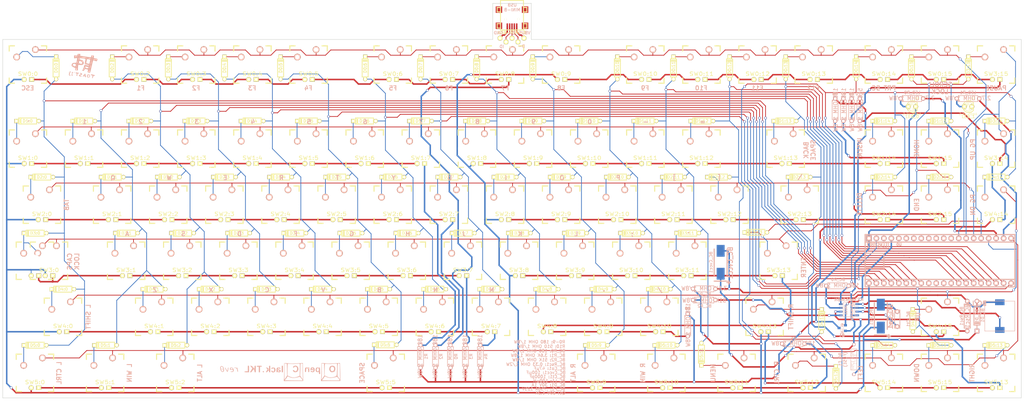
<source format=kicad_pcb>
(kicad_pcb (version 3) (host pcbnew "(2013-04-19 BZR 4011)-stable")
  (title_block (title "Toasty TKL") (rev 1))
  (layers (15 F.Cu signal) (0 B.Cu signal) (20 B.SilkS user) (21 F.SilkS user) (22 B.Mask user) (23 F.Mask user) (28 Edge.Cuts user))
  (net 0 "")
  (net 1 "/COL 0")
  (net 2 "/COL 1")
  (net 3 "/COL 10")
  (net 4 "/COL 11")
  (net 5 "/COL 12")
  (net 6 "/COL 13")
  (net 7 "/COL 14")
  (net 8 "/COL 15")
  (net 9 "/COL 2")
  (net 10 "/COL 3")
  (net 11 "/COL 4")
  (net 12 "/COL 5")
  (net 13 "/COL 6")
  (net 14 "/COL 7")
  (net 15 "/COL 8")
  (net 16 "/COL 9")
  (net 17 /GND)
  (net 18 "/LED 0")
  (net 19 "/LED 1")
  (net 20 /LEDCOL0)
  (net 21 /LEDROW0)
  (net 22 /LEDROW1)
  (net 23 /LEDROW10)
  (net 24 /LEDROW2)
  (net 25 /LEDROW3)
  (net 26 /LEDROW4)
  (net 27 /LEDROW5)
  (net 28 /LEDROW6)
  (net 29 /LEDROW7)
  (net 30 /LEDROW8)
  (net 31 /LEDROW9)
  (net 32 /Q1)
  (net 33 "/ROW 0")
  (net 34 "/ROW 1")
  (net 35 "/ROW 2")
  (net 36 "/ROW 3")
  (net 37 "/ROW 4")
  (net 38 "/ROW 5")
  (net 39 N-000001)
  (net 40 N-0000010)
  (net 41 N-00000105)
  (net 42 N-00000106)
  (net 43 N-00000107)
  (net 44 N-00000109)
  (net 45 N-0000011)
  (net 46 N-00000110)
  (net 47 N-00000112)
  (net 48 N-00000113)
  (net 49 N-00000114)
  (net 50 N-00000115)
  (net 51 N-00000116)
  (net 52 N-00000117)
  (net 53 N-00000118)
  (net 54 N-00000119)
  (net 55 N-0000012)
  (net 56 N-00000120)
  (net 57 N-00000121)
  (net 58 N-00000122)
  (net 59 N-00000123)
  (net 60 N-00000125)
  (net 61 N-00000126)
  (net 62 N-00000127)
  (net 63 N-00000128)
  (net 64 N-00000129)
  (net 65 N-0000013)
  (net 66 N-00000130)
  (net 67 N-00000131)
  (net 68 N-00000132)
  (net 69 N-00000133)
  (net 70 N-00000134)
  (net 71 N-00000135)
  (net 72 N-00000136)
  (net 73 N-00000137)
  (net 74 N-00000138)
  (net 75 N-00000139)
  (net 76 N-0000014)
  (net 77 N-00000140)
  (net 78 N-00000141)
  (net 79 N-00000142)
  (net 80 N-00000143)
  (net 81 N-00000144)
  (net 82 N-00000146)
  (net 83 N-00000148)
  (net 84 N-00000149)
  (net 85 N-0000015)
  (net 86 N-00000150)
  (net 87 N-00000151)
  (net 88 N-00000152)
  (net 89 N-00000153)
  (net 90 N-00000154)
  (net 91 N-00000156)
  (net 92 N-00000159)
  (net 93 N-0000016)
  (net 94 N-00000160)
  (net 95 N-00000166)
  (net 96 N-00000167)
  (net 97 N-00000168)
  (net 98 N-00000169)
  (net 99 N-0000017)
  (net 100 N-00000170)
  (net 101 N-00000172)
  (net 102 N-00000173)
  (net 103 N-00000176)
  (net 104 N-00000177)
  (net 105 N-00000178)
  (net 106 N-00000179)
  (net 107 N-0000018)
  (net 108 N-00000180)
  (net 109 N-00000181)
  (net 110 N-00000182)
  (net 111 N-00000183)
  (net 112 N-00000184)
  (net 113 N-00000185)
  (net 114 N-00000186)
  (net 115 N-00000187)
  (net 116 N-00000188)
  (net 117 N-00000189)
  (net 118 N-0000019)
  (net 119 N-00000190)
  (net 120 N-00000191)
  (net 121 N-00000192)
  (net 122 N-00000193)
  (net 123 N-00000194)
  (net 124 N-00000195)
  (net 125 N-00000196)
  (net 126 N-00000197)
  (net 127 N-00000198)
  (net 128 N-00000199)
  (net 129 N-000002)
  (net 130 N-0000020)
  (net 131 N-00000200)
  (net 132 N-00000201)
  (net 133 N-00000202)
  (net 134 N-00000203)
  (net 135 N-00000204)
  (net 136 N-00000205)
  (net 137 N-00000206)
  (net 138 N-0000021)
  (net 139 N-00000210)
  (net 140 N-00000211)
  (net 141 N-00000213)
  (net 142 N-00000214)
  (net 143 N-00000215)
  (net 144 N-00000218)
  (net 145 N-00000219)
  (net 146 N-0000022)
  (net 147 N-0000023)
  (net 148 N-0000024)
  (net 149 N-0000025)
  (net 150 N-0000026)
  (net 151 N-0000027)
  (net 152 N-0000028)
  (net 153 N-0000029)
  (net 154 N-000003)
  (net 155 N-0000030)
  (net 156 N-0000031)
  (net 157 N-0000032)
  (net 158 N-0000033)
  (net 159 N-0000034)
  (net 160 N-0000035)
  (net 161 N-0000036)
  (net 162 N-0000038)
  (net 163 N-0000039)
  (net 164 N-0000040)
  (net 165 N-0000041)
  (net 166 N-0000042)
  (net 167 N-0000044)
  (net 168 N-0000045)
  (net 169 N-0000047)
  (net 170 N-0000049)
  (net 171 N-000005)
  (net 172 N-0000051)
  (net 173 N-0000052)
  (net 174 N-0000053)
  (net 175 N-0000054)
  (net 176 N-0000056)
  (net 177 N-0000057)
  (net 178 N-0000058)
  (net 179 N-0000059)
  (net 180 N-000006)
  (net 181 N-0000061)
  (net 182 N-0000062)
  (net 183 N-0000064)
  (net 184 N-0000067)
  (net 185 N-0000068)
  (net 186 N-0000069)
  (net 187 N-000007)
  (net 188 N-0000070)
  (net 189 N-0000071)
  (net 190 N-0000072)
  (net 191 N-0000073)
  (net 192 N-0000074)
  (net 193 N-0000075)
  (net 194 N-0000076)
  (net 195 N-0000077)
  (net 196 N-0000078)
  (net 197 N-0000079)
  (net 198 N-000008)
  (net 199 N-0000080)
  (net 200 N-0000081)
  (net 201 N-0000082)
  (net 202 N-0000084)
  (net 203 N-0000085)
  (net 204 N-0000087)
  (net 205 N-0000088)
  (net 206 N-0000089)
  (net 207 N-000009)
  (net 208 N-0000090)
  (net 209 N-0000091)
  (net 210 N-0000093)
  (net 211 N-0000094)
  (net 212 N-0000095)
  (net 213 N-0000096)
  (net 214 N-0000097)
  (net 215 N-0000098)
  (net 216 N-0000099)
  (module CHERRYMX_LED_275H (layer F.Cu) (at 277.04415 112.0013)
    (fp_text reference SW4:13 (at 0 3.175) (layer F.SilkS) (effects (font (size 1.27 1.524) (thickness 0.2032))))
    (fp_text value "RIGHT SHIFT" hide)
    (pad 1 thru_hole circle (at 2.54 -5.08) (size 2.286 2.286) (drill 1.4986) (layers *.Cu *.SilkS *.Mask) (net 37 "/ROW 4"))
    (pad 2 thru_hole circle (at -3.81 -2.54) (size 2.286 2.286) (drill 1.4986) (layers *.Cu *.SilkS *.Mask) (net 161 N-0000036))
    (pad HOLE np_thru_hole circle (at 0 0) (size 3.9878 3.9878) (drill 3.9878) (layers *.Cu))
    (pad HOLE np_thru_hole circle (at -5.08 0) (size 1.7018 1.7018) (drill 1.7018) (layers *.Cu))
    (pad HOLE np_thru_hole circle (at 5.08 0) (size 1.7018 1.7018) (drill 1.7018) (layers *.Cu))
    (pad 3 thru_hole rect (at 1.27 5.08) (size 1.6764 1.4986) (drill 0.8128) (layers *.Cu *.Mask F.SilkS) (net 42 N-00000106))
    (pad 4 thru_hole circle (at -1.27 5.08) (size 1.6764 1.6764) (drill 0.8128) (layers *.Cu *.Mask F.SilkS) (net 20 /LEDCOL0))
  )
  (module LED-3MM (layer F.Cu) (at 327.0504 40.5638)
    (fp_text reference D0 (at 1.778 -2.794) (layer F.SilkS) (effects (font (size 0.762 0.762) (thickness 0.0889))))
    (fp_text value "2.2V 20mA" (at 0 2.54) (layer F.SilkS) (effects (font (size 0.762 0.762) (thickness 0.0889))))
    (pad 1 thru_hole circle (at -1.27 0) (size 1.6764 1.6764) (drill 0.8128) (layers *.Cu *.Mask F.SilkS) (net 216 N-0000099))
    (pad 2 thru_hole circle (at 1.27 0) (size 1.6764 1.6764) (drill 0.8128) (layers *.Cu *.Mask F.SilkS) (net 17 /GND))
  )
  (module LED-3MM (layer F.Cu) (at 346.1004 40.5638)
    (fp_text reference D1 (at 1.778 -2.794) (layer F.SilkS) (effects (font (size 0.762 0.762) (thickness 0.0889))))
    (fp_text value "2.2V 20mA" (at 0 2.54) (layer F.SilkS) (effects (font (size 0.762 0.762) (thickness 0.0889))))
    (pad 1 thru_hole circle (at -1.27 0) (size 1.6764 1.6764) (drill 0.8128) (layers *.Cu *.Mask F.SilkS) (net 215 N-0000098))
    (pad 2 thru_hole circle (at 1.27 0) (size 1.6764 1.6764) (drill 0.8128) (layers *.Cu *.Mask F.SilkS) (net 17 /GND))
  )
  (module TEENSY2PP (layer B.Cu) (at 336.5754 92.9513)
    (fp_text reference U0 (at -13.89888 -5.4991) (layer B.SilkS) (effects (font (size 0.9144 0.9144) (thickness 0.2286)) (justify mirror)))
    (fp_text value TEENSYPP2 (at -21.00072 -5.19938) (layer B.SilkS) (effects (font (size 1.524 0.9144) (thickness 0.2286)) (justify mirror)))
    (pad 52 thru_hole circle (at -24.13 7.62) (size 1.8796 1.8796) (drill 1.016) (layers *.Cu *.Mask B.SilkS) (net 44 N-00000109))
    (pad 51 thru_hole circle (at -21.59 7.62) (size 1.8796 1.8796) (drill 1.016) (layers *.Cu *.Mask B.SilkS) (net 13 "/COL 6"))
    (pad 50 thru_hole circle (at -19.05 7.62) (size 1.8796 1.8796) (drill 1.016) (layers *.Cu *.Mask B.SilkS) (net 12 "/COL 5"))
    (pad 49 thru_hole circle (at -16.51 7.62) (size 1.8796 1.8796) (drill 1.016) (layers *.Cu *.Mask B.SilkS) (net 11 "/COL 4"))
    (pad 48 thru_hole circle (at -13.97 7.62) (size 1.8796 1.8796) (drill 1.016) (layers *.Cu *.Mask B.SilkS) (net 10 "/COL 3"))
    (pad 47 thru_hole circle (at -11.43 7.62) (size 1.8796 1.8796) (drill 1.016) (layers *.Cu *.Mask B.SilkS) (net 9 "/COL 2"))
    (pad 46 thru_hole circle (at -8.89 7.62) (size 1.8796 1.8796) (drill 1.016) (layers *.Cu *.Mask B.SilkS) (net 2 "/COL 1"))
    (pad 45 thru_hole circle (at -6.35 7.62) (size 1.8796 1.8796) (drill 1.016) (layers *.Cu *.Mask B.SilkS) (net 1 "/COL 0"))
    (pad 44 thru_hole circle (at -3.81 7.62) (size 1.8796 1.8796) (drill 1.016) (layers *.Cu *.Mask B.SilkS))
    (pad 43 thru_hole circle (at -1.27 7.62) (size 1.8796 1.8796) (drill 1.016) (layers *.Cu *.Mask B.SilkS))
    (pad 42 thru_hole circle (at 1.27 7.62) (size 1.8796 1.8796) (drill 1.016) (layers *.Cu *.Mask B.SilkS))
    (pad 41 thru_hole circle (at 3.81 7.62) (size 1.8796 1.8796) (drill 1.016) (layers *.Cu *.Mask B.SilkS))
    (pad 40 thru_hole circle (at 6.35 7.62) (size 1.8796 1.8796) (drill 1.016) (layers *.Cu *.Mask B.SilkS) (net 15 "/COL 8"))
    (pad 39 thru_hole circle (at 8.89 7.62) (size 1.8796 1.8796) (drill 1.016) (layers *.Cu *.Mask B.SilkS) (net 16 "/COL 9"))
    (pad 38 thru_hole circle (at 11.43 7.62) (size 1.8796 1.8796) (drill 1.016) (layers *.Cu *.Mask B.SilkS) (net 3 "/COL 10"))
    (pad 37 thru_hole circle (at 13.97 7.62) (size 1.8796 1.8796) (drill 1.016) (layers *.Cu *.Mask B.SilkS) (net 4 "/COL 11"))
    (pad 36 thru_hole circle (at 16.51 7.62) (size 1.8796 1.8796) (drill 1.016) (layers *.Cu *.Mask B.SilkS) (net 5 "/COL 12"))
    (pad 35 thru_hole circle (at 19.05 7.62) (size 1.8796 1.8796) (drill 1.016) (layers *.Cu *.Mask B.SilkS) (net 6 "/COL 13"))
    (pad 34 thru_hole circle (at 21.59 7.62) (size 1.8796 1.8796) (drill 1.016) (layers *.Cu *.Mask B.SilkS) (net 7 "/COL 14"))
    (pad 33 thru_hole circle (at 24.13 7.62) (size 1.8796 1.8796) (drill 1.016) (layers *.Cu *.Mask B.SilkS) (net 8 "/COL 15"))
    (pad 20 thru_hole circle (at 24.13 -7.62) (size 1.8796 1.8796) (drill 1.016) (layers *.Cu *.Mask B.SilkS) (net 38 "/ROW 5"))
    (pad 19 thru_hole circle (at 21.59 -7.62) (size 1.8796 1.8796) (drill 1.016) (layers *.Cu *.Mask B.SilkS) (net 19 "/LED 1"))
    (pad 18 thru_hole circle (at 19.05 -7.62) (size 1.8796 1.8796) (drill 1.016) (layers *.Cu *.Mask B.SilkS) (net 18 "/LED 0"))
    (pad 17 thru_hole circle (at 16.51 -7.62) (size 1.8796 1.8796) (drill 1.016) (layers *.Cu *.Mask B.SilkS) (net 37 "/ROW 4"))
    (pad 16 thru_hole circle (at 13.97 -7.62) (size 1.8796 1.8796) (drill 1.016) (layers *.Cu *.Mask B.SilkS) (net 36 "/ROW 3"))
    (pad 15 thru_hole circle (at 11.43 -7.62) (size 1.8796 1.8796) (drill 1.016) (layers *.Cu *.Mask B.SilkS) (net 35 "/ROW 2"))
    (pad 14 thru_hole circle (at 8.89 -7.62) (size 1.8796 1.8796) (drill 1.016) (layers *.Cu *.Mask B.SilkS) (net 34 "/ROW 1"))
    (pad 13 thru_hole circle (at 6.35 -7.62) (size 1.8796 1.8796) (drill 1.016) (layers *.Cu *.Mask B.SilkS) (net 33 "/ROW 0"))
    (pad 12 thru_hole circle (at 3.81 -7.62) (size 1.8796 1.8796) (drill 1.016) (layers *.Cu *.Mask B.SilkS))
    (pad 11 thru_hole circle (at 1.27 -7.62) (size 1.8796 1.8796) (drill 1.016) (layers *.Cu *.Mask B.SilkS))
    (pad 10 thru_hole circle (at -1.27 -7.62) (size 1.8796 1.8796) (drill 1.016) (layers *.Cu *.Mask B.SilkS))
    (pad 9 thru_hole circle (at -3.81 -7.62) (size 1.8796 1.8796) (drill 1.016) (layers *.Cu *.Mask B.SilkS))
    (pad 8 thru_hole circle (at -6.35 -7.62) (size 1.8796 1.8796) (drill 1.016) (layers *.Cu *.Mask B.SilkS))
    (pad 7 thru_hole circle (at -8.89 -7.62) (size 1.8796 1.8796) (drill 1.016) (layers *.Cu *.Mask B.SilkS))
    (pad 6 thru_hole circle (at -11.43 -7.62) (size 1.8796 1.8796) (drill 1.016) (layers *.Cu *.Mask B.SilkS))
    (pad 5 thru_hole circle (at -13.97 -7.62) (size 1.8796 1.8796) (drill 1.016) (layers *.Cu *.Mask B.SilkS))
    (pad 4 thru_hole circle (at -16.51 -7.62) (size 1.8796 1.8796) (drill 1.016) (layers *.Cu *.Mask B.SilkS) (net 32 /Q1))
    (pad 3 thru_hole circle (at -19.05 -7.62) (size 1.8796 1.8796) (drill 1.016) (layers *.Cu *.Mask B.SilkS))
    (pad 2 thru_hole circle (at -21.59 -7.62) (size 1.8796 1.8796) (drill 1.016) (layers *.Cu *.Mask B.SilkS) (net 14 "/COL 7"))
    (pad 1 thru_hole rect (at -24.13 -7.62) (size 1.8796 1.8796) (drill 1.016) (layers *.Cu *.Mask B.SilkS) (net 17 /GND))
  )
  (module R3 (layer B.Cu) (at 165.354 125.476 90)
    (fp_text reference R2 hide)
    (fp_text value "180 OHM 1/8W" (at 0 -0.127 90) (layer B.SilkS) (effects (font (size 1.397 1.27) (thickness 0.2032)) (justify mirror)))
    (pad 1 thru_hole circle (at -3.81 0 90) (size 1.397 1.397) (drill 0.8128) (layers *.Cu *.Mask B.SilkS) (net 102 N-00000173))
    (pad 2 thru_hole circle (at 3.81 0 90) (size 1.397 1.397) (drill 0.8128) (layers *.Cu *.Mask B.SilkS) (net 24 /LEDROW2))
  )
  (module R3 (layer B.Cu) (at 175.514 125.476 90)
    (fp_text reference R3 hide)
    (fp_text value "180 OHM 1/8W" (at 0 -0.127 90) (layer B.SilkS) (effects (font (size 1.397 1.27) (thickness 0.2032)) (justify mirror)))
    (pad 1 thru_hole circle (at -3.81 0 90) (size 1.397 1.397) (drill 0.8128) (layers *.Cu *.Mask B.SilkS) (net 102 N-00000173))
    (pad 2 thru_hole circle (at 3.81 0 90) (size 1.397 1.397) (drill 0.8128) (layers *.Cu *.Mask B.SilkS) (net 25 /LEDROW3))
  )
  (module R3 (layer B.Cu) (at 180.594 125.476 90)
    (fp_text reference R4 hide)
    (fp_text value "180 OHM 1/8W" (at 0 -0.127 90) (layer B.SilkS) (effects (font (size 1.397 1.27) (thickness 0.2032)) (justify mirror)))
    (pad 1 thru_hole circle (at -3.81 0 90) (size 1.397 1.397) (drill 0.8128) (layers *.Cu *.Mask B.SilkS) (net 102 N-00000173))
    (pad 2 thru_hole circle (at 3.81 0 90) (size 1.397 1.397) (drill 0.8128) (layers *.Cu *.Mask B.SilkS) (net 26 /LEDROW4))
  )
  (module R3 (layer B.Cu) (at 286.766 121.158)
    (fp_text reference R5 hide)
    (fp_text value "180 OHM 1/8W" (at 0 -0.127) (layer B.SilkS) (effects (font (size 1.397 1.27) (thickness 0.2032)) (justify mirror)))
    (pad 1 thru_hole circle (at -3.81 0) (size 1.397 1.397) (drill 0.8128) (layers *.Cu *.Mask B.SilkS) (net 102 N-00000173))
    (pad 2 thru_hole circle (at 3.81 0) (size 1.397 1.397) (drill 0.8128) (layers *.Cu *.Mask B.SilkS) (net 27 /LEDROW5))
  )
  (module R3 (layer B.Cu) (at 300.99 41.656 270)
    (fp_text reference R6 hide)
    (fp_text value "180 OHM 1/8W" (at 0 -0.127 270) (layer B.SilkS) (effects (font (size 1.397 1.27) (thickness 0.2032)) (justify mirror)))
    (pad 1 thru_hole circle (at -3.81 0 270) (size 1.397 1.397) (drill 0.8128) (layers *.Cu *.Mask B.SilkS) (net 102 N-00000173))
    (pad 2 thru_hole circle (at 3.81 0 270) (size 1.397 1.397) (drill 0.8128) (layers *.Cu *.Mask B.SilkS) (net 28 /LEDROW6))
  )
  (module R3 (layer B.Cu) (at 303.784 41.656 270)
    (fp_text reference R7 hide)
    (fp_text value "180 OHM 1/8W" (at 0 -0.127 270) (layer B.SilkS) (effects (font (size 1.397 1.27) (thickness 0.2032)) (justify mirror)))
    (pad 1 thru_hole circle (at -3.81 0 270) (size 1.397 1.397) (drill 0.8128) (layers *.Cu *.Mask B.SilkS) (net 102 N-00000173))
    (pad 2 thru_hole circle (at 3.81 0 270) (size 1.397 1.397) (drill 0.8128) (layers *.Cu *.Mask B.SilkS) (net 29 /LEDROW7))
  )
  (module R3 (layer B.Cu) (at 306.578 41.656 270)
    (fp_text reference R8 hide)
    (fp_text value "180 OHM 1/8W" (at 0 -0.127 270) (layer B.SilkS) (effects (font (size 1.397 1.27) (thickness 0.2032)) (justify mirror)))
    (pad 1 thru_hole circle (at -3.81 0 270) (size 1.397 1.397) (drill 0.8128) (layers *.Cu *.Mask B.SilkS) (net 102 N-00000173))
    (pad 2 thru_hole circle (at 3.81 0 270) (size 1.397 1.397) (drill 0.8128) (layers *.Cu *.Mask B.SilkS) (net 30 /LEDROW8))
  )
  (module R3 (layer B.Cu) (at 250.952 114.808 270)
    (fp_text reference R9 hide)
    (fp_text value "180 OHM 1/8W" (at 0 -0.127 270) (layer B.SilkS) (effects (font (size 1.397 1.27) (thickness 0.2032)) (justify mirror)))
    (pad 1 thru_hole circle (at -3.81 0 270) (size 1.397 1.397) (drill 0.8128) (layers *.Cu *.Mask B.SilkS) (net 102 N-00000173))
    (pad 2 thru_hole circle (at 3.81 0 270) (size 1.397 1.397) (drill 0.8128) (layers *.Cu *.Mask B.SilkS) (net 31 /LEDROW9))
  )
  (module R3 (layer B.Cu) (at 309.372 41.656 270)
    (fp_text reference R10 hide)
    (fp_text value "510 OHM 1/8W" (at 0 -0.127 270) (layer B.SilkS) (effects (font (size 1.397 1.27) (thickness 0.2032)) (justify mirror)))
    (pad 1 thru_hole circle (at -3.81 0 270) (size 1.397 1.397) (drill 0.8128) (layers *.Cu *.Mask B.SilkS) (net 102 N-00000173))
    (pad 2 thru_hole circle (at 3.81 0 270) (size 1.397 1.397) (drill 0.8128) (layers *.Cu *.Mask B.SilkS) (net 23 /LEDROW10))
  )
  (module CHERRYMX_LED_100H (layer F.Cu) (at 27.0129 54.8513)
    (fp_text reference SW1:0 (at 0 3.175) (layer F.SilkS) (effects (font (size 1.27 1.524) (thickness 0.2032))))
    (fp_text value ` hide)
    (pad 1 thru_hole circle (at 2.54 -5.08) (size 2.286 2.286) (drill 1.4986) (layers *.Cu *.SilkS *.Mask) (net 34 "/ROW 1"))
    (pad 2 thru_hole circle (at -3.81 -2.54) (size 2.286 2.286) (drill 1.4986) (layers *.Cu *.SilkS *.Mask) (net 145 N-00000219))
    (pad HOLE np_thru_hole circle (at 0 0) (size 3.9878 3.9878) (drill 3.9878) (layers *.Cu))
    (pad HOLE np_thru_hole circle (at -5.08 0) (size 1.7018 1.7018) (drill 1.7018) (layers *.Cu))
    (pad HOLE np_thru_hole circle (at 5.08 0) (size 1.7018 1.7018) (drill 1.7018) (layers *.Cu))
    (pad 3 thru_hole rect (at 1.27 5.08) (size 1.6764 1.4986) (drill 0.8128) (layers *.Cu *.Mask F.SilkS) (net 113 N-00000185))
    (pad 4 thru_hole circle (at -1.27 5.08) (size 1.6764 1.6764) (drill 0.8128) (layers *.Cu *.Mask F.SilkS) (net 20 /LEDCOL0))
  )
  (module CHERRYMX_LED_100H (layer F.Cu) (at 355.6254 131.0513)
    (fp_text reference SW5:13 (at 0 3.175) (layer F.SilkS) (effects (font (size 1.27 1.524) (thickness 0.2032))))
    (fp_text value RIGHT hide)
    (pad 1 thru_hole circle (at 2.54 -5.08) (size 2.286 2.286) (drill 1.4986) (layers *.Cu *.SilkS *.Mask) (net 38 "/ROW 5"))
    (pad 2 thru_hole circle (at -3.81 -2.54) (size 2.286 2.286) (drill 1.4986) (layers *.Cu *.SilkS *.Mask) (net 176 N-0000056))
    (pad HOLE np_thru_hole circle (at 0 0) (size 3.9878 3.9878) (drill 3.9878) (layers *.Cu))
    (pad HOLE np_thru_hole circle (at -5.08 0) (size 1.7018 1.7018) (drill 1.7018) (layers *.Cu))
    (pad HOLE np_thru_hole circle (at 5.08 0) (size 1.7018 1.7018) (drill 1.7018) (layers *.Cu))
    (pad 3 thru_hole rect (at 1.27 5.08) (size 1.6764 1.4986) (drill 0.8128) (layers *.Cu *.Mask F.SilkS) (net 212 N-0000095))
    (pad 4 thru_hole circle (at -1.27 5.08) (size 1.6764 1.6764) (drill 0.8128) (layers *.Cu *.Mask F.SilkS) (net 213 N-0000096))
  )
  (module CHERRYMX_LED_100H (layer F.Cu) (at 336.5754 73.9013)
    (fp_text reference SW2:15 (at 0 3.175) (layer F.SilkS) (effects (font (size 1.27 1.524) (thickness 0.2032))))
    (fp_text value END hide)
    (pad 1 thru_hole circle (at 2.54 -5.08) (size 2.286 2.286) (drill 1.4986) (layers *.Cu *.SilkS *.Mask) (net 35 "/ROW 2"))
    (pad 2 thru_hole circle (at -3.81 -2.54) (size 2.286 2.286) (drill 1.4986) (layers *.Cu *.SilkS *.Mask) (net 182 N-0000062))
    (pad HOLE np_thru_hole circle (at 0 0) (size 3.9878 3.9878) (drill 3.9878) (layers *.Cu))
    (pad HOLE np_thru_hole circle (at -5.08 0) (size 1.7018 1.7018) (drill 1.7018) (layers *.Cu))
    (pad HOLE np_thru_hole circle (at 5.08 0) (size 1.7018 1.7018) (drill 1.7018) (layers *.Cu))
    (pad 3 thru_hole rect (at 1.27 5.08) (size 1.6764 1.4986) (drill 0.8128) (layers *.Cu *.Mask F.SilkS) (net 29 /LEDROW7))
    (pad 4 thru_hole circle (at -1.27 5.08) (size 1.6764 1.6764) (drill 0.8128) (layers *.Cu *.Mask F.SilkS) (net 41 N-00000105))
  )
  (module CHERRYMX_LED_100H (layer F.Cu) (at 274.6629 26.2763)
    (fp_text reference SW0:12 (at 0 3.175) (layer F.SilkS) (effects (font (size 1.27 1.524) (thickness 0.2032))))
    (fp_text value F11 hide)
    (pad 1 thru_hole circle (at 2.54 -5.08) (size 2.286 2.286) (drill 1.4986) (layers *.Cu *.SilkS *.Mask) (net 33 "/ROW 0"))
    (pad 2 thru_hole circle (at -3.81 -2.54) (size 2.286 2.286) (drill 1.4986) (layers *.Cu *.SilkS *.Mask) (net 197 N-0000079))
    (pad HOLE np_thru_hole circle (at 0 0) (size 3.9878 3.9878) (drill 3.9878) (layers *.Cu))
    (pad HOLE np_thru_hole circle (at -5.08 0) (size 1.7018 1.7018) (drill 1.7018) (layers *.Cu))
    (pad HOLE np_thru_hole circle (at 5.08 0) (size 1.7018 1.7018) (drill 1.7018) (layers *.Cu))
    (pad 3 thru_hole rect (at 1.27 5.08) (size 1.6764 1.4986) (drill 0.8128) (layers *.Cu *.Mask F.SilkS) (net 74 N-00000138))
    (pad 4 thru_hole circle (at -1.27 5.08) (size 1.6764 1.6764) (drill 0.8128) (layers *.Cu *.Mask F.SilkS) (net 75 N-00000139))
  )
  (module CHERRYMX_LED_100H (layer F.Cu) (at 265.1379 73.9013)
    (fp_text reference SW2:12 (at 0 3.175) (layer F.SilkS) (effects (font (size 1.27 1.524) (thickness 0.2032))))
    (fp_text value ] hide)
    (pad 1 thru_hole circle (at 2.54 -5.08) (size 2.286 2.286) (drill 1.4986) (layers *.Cu *.SilkS *.Mask) (net 35 "/ROW 2"))
    (pad 2 thru_hole circle (at -3.81 -2.54) (size 2.286 2.286) (drill 1.4986) (layers *.Cu *.SilkS *.Mask) (net 199 N-0000080))
    (pad HOLE np_thru_hole circle (at 0 0) (size 3.9878 3.9878) (drill 3.9878) (layers *.Cu))
    (pad HOLE np_thru_hole circle (at -5.08 0) (size 1.7018 1.7018) (drill 1.7018) (layers *.Cu))
    (pad HOLE np_thru_hole circle (at 5.08 0) (size 1.7018 1.7018) (drill 1.7018) (layers *.Cu))
    (pad 3 thru_hole rect (at 1.27 5.08) (size 1.6764 1.4986) (drill 0.8128) (layers *.Cu *.Mask F.SilkS) (net 89 N-00000153))
    (pad 4 thru_hole circle (at -1.27 5.08) (size 1.6764 1.6764) (drill 0.8128) (layers *.Cu *.Mask F.SilkS) (net 60 N-00000125))
  )
  (module CHERRYMX_LED_100H (layer F.Cu) (at 255.6129 54.8513)
    (fp_text reference SW1:12 (at 0 3.175) (layer F.SilkS) (effects (font (size 1.27 1.524) (thickness 0.2032))))
    (fp_text value = hide)
    (pad 1 thru_hole circle (at 2.54 -5.08) (size 2.286 2.286) (drill 1.4986) (layers *.Cu *.SilkS *.Mask) (net 34 "/ROW 1"))
    (pad 2 thru_hole circle (at -3.81 -2.54) (size 2.286 2.286) (drill 1.4986) (layers *.Cu *.SilkS *.Mask) (net 195 N-0000077))
    (pad HOLE np_thru_hole circle (at 0 0) (size 3.9878 3.9878) (drill 3.9878) (layers *.Cu))
    (pad HOLE np_thru_hole circle (at -5.08 0) (size 1.7018 1.7018) (drill 1.7018) (layers *.Cu))
    (pad HOLE np_thru_hole circle (at 5.08 0) (size 1.7018 1.7018) (drill 1.7018) (layers *.Cu))
    (pad 3 thru_hole rect (at 1.27 5.08) (size 1.6764 1.4986) (drill 0.8128) (layers *.Cu *.Mask F.SilkS) (net 67 N-00000131))
    (pad 4 thru_hole circle (at -1.27 5.08) (size 1.6764 1.6764) (drill 0.8128) (layers *.Cu *.Mask F.SilkS) (net 68 N-00000132))
  )
  (module CHERRYMX_LED_100H (layer F.Cu) (at 317.5254 26.2763)
    (fp_text reference SW0:14 (at 0 3.175) (layer F.SilkS) (effects (font (size 1.27 1.524) (thickness 0.2032))))
    (fp_text value PRINT hide)
    (pad 1 thru_hole circle (at 2.54 -5.08) (size 2.286 2.286) (drill 1.4986) (layers *.Cu *.SilkS *.Mask) (net 33 "/ROW 0"))
    (pad 2 thru_hole circle (at -3.81 -2.54) (size 2.286 2.286) (drill 1.4986) (layers *.Cu *.SilkS *.Mask) (net 163 N-0000039))
    (pad HOLE np_thru_hole circle (at 0 0) (size 3.9878 3.9878) (drill 3.9878) (layers *.Cu))
    (pad HOLE np_thru_hole circle (at -5.08 0) (size 1.7018 1.7018) (drill 1.7018) (layers *.Cu))
    (pad HOLE np_thru_hole circle (at 5.08 0) (size 1.7018 1.7018) (drill 1.7018) (layers *.Cu))
    (pad 3 thru_hole rect (at 1.27 5.08) (size 1.6764 1.4986) (drill 0.8128) (layers *.Cu *.Mask F.SilkS) (net 72 N-00000136))
    (pad 4 thru_hole circle (at -1.27 5.08) (size 1.6764 1.6764) (drill 0.8128) (layers *.Cu *.Mask F.SilkS) (net 73 N-00000137))
  )
  (module CHERRYMX_LED_100H (layer F.Cu) (at 336.5754 54.8513)
    (fp_text reference SW1:15 (at 0 3.175) (layer F.SilkS) (effects (font (size 1.27 1.524) (thickness 0.2032))))
    (fp_text value HOME hide)
    (pad 1 thru_hole circle (at 2.54 -5.08) (size 2.286 2.286) (drill 1.4986) (layers *.Cu *.SilkS *.Mask) (net 34 "/ROW 1"))
    (pad 2 thru_hole circle (at -3.81 -2.54) (size 2.286 2.286) (drill 1.4986) (layers *.Cu *.SilkS *.Mask) (net 179 N-0000059))
    (pad HOLE np_thru_hole circle (at 0 0) (size 3.9878 3.9878) (drill 3.9878) (layers *.Cu))
    (pad HOLE np_thru_hole circle (at -5.08 0) (size 1.7018 1.7018) (drill 1.7018) (layers *.Cu))
    (pad HOLE np_thru_hole circle (at 5.08 0) (size 1.7018 1.7018) (drill 1.7018) (layers *.Cu))
    (pad 3 thru_hole rect (at 1.27 5.08) (size 1.6764 1.4986) (drill 0.8128) (layers *.Cu *.Mask F.SilkS) (net 28 /LEDROW6))
    (pad 4 thru_hole circle (at -1.27 5.08) (size 1.6764 1.6764) (drill 0.8128) (layers *.Cu *.Mask F.SilkS) (net 64 N-00000129))
  )
  (module CHERRYMX_LED_100H (layer F.Cu) (at 250.8504 92.9513)
    (fp_text reference SW3:11 (at 0 3.175) (layer F.SilkS) (effects (font (size 1.27 1.524) (thickness 0.2032))))
    (fp_text value ' hide)
    (pad 1 thru_hole circle (at 2.54 -5.08) (size 2.286 2.286) (drill 1.4986) (layers *.Cu *.SilkS *.Mask) (net 36 "/ROW 3"))
    (pad 2 thru_hole circle (at -3.81 -2.54) (size 2.286 2.286) (drill 1.4986) (layers *.Cu *.SilkS *.Mask) (net 181 N-0000061))
    (pad HOLE np_thru_hole circle (at 0 0) (size 3.9878 3.9878) (drill 3.9878) (layers *.Cu))
    (pad HOLE np_thru_hole circle (at -5.08 0) (size 1.7018 1.7018) (drill 1.7018) (layers *.Cu))
    (pad HOLE np_thru_hole circle (at 5.08 0) (size 1.7018 1.7018) (drill 1.7018) (layers *.Cu))
    (pad 3 thru_hole rect (at 1.27 5.08) (size 1.6764 1.4986) (drill 0.8128) (layers *.Cu *.Mask F.SilkS) (net 43 N-00000107))
    (pad 4 thru_hole circle (at -1.27 5.08) (size 1.6764 1.6764) (drill 0.8128) (layers *.Cu *.Mask F.SilkS) (net 97 N-00000168))
  )
  (module CHERRYMX_LED_100H (layer F.Cu) (at 198.4629 54.8513)
    (fp_text reference SW1:9 (at 0 3.175) (layer F.SilkS) (effects (font (size 1.27 1.524) (thickness 0.2032))))
    (fp_text value 9 hide)
    (pad 1 thru_hole circle (at 2.54 -5.08) (size 2.286 2.286) (drill 1.4986) (layers *.Cu *.SilkS *.Mask) (net 34 "/ROW 1"))
    (pad 2 thru_hole circle (at -3.81 -2.54) (size 2.286 2.286) (drill 1.4986) (layers *.Cu *.SilkS *.Mask) (net 55 N-0000012))
    (pad HOLE np_thru_hole circle (at 0 0) (size 3.9878 3.9878) (drill 3.9878) (layers *.Cu))
    (pad HOLE np_thru_hole circle (at -5.08 0) (size 1.7018 1.7018) (drill 1.7018) (layers *.Cu))
    (pad HOLE np_thru_hole circle (at 5.08 0) (size 1.7018 1.7018) (drill 1.7018) (layers *.Cu))
    (pad 3 thru_hole rect (at 1.27 5.08) (size 1.6764 1.4986) (drill 0.8128) (layers *.Cu *.Mask F.SilkS) (net 70 N-00000134))
    (pad 4 thru_hole circle (at -1.27 5.08) (size 1.6764 1.6764) (drill 0.8128) (layers *.Cu *.Mask F.SilkS) (net 71 N-00000135))
  )
  (module CHERRYMX_LED_100H (layer F.Cu) (at 317.5254 73.9013)
    (fp_text reference SW2:14 (at 0 3.175) (layer F.SilkS) (effects (font (size 1.27 1.524) (thickness 0.2032))))
    (fp_text value DELETE hide)
    (pad 1 thru_hole circle (at 2.54 -5.08) (size 2.286 2.286) (drill 1.4986) (layers *.Cu *.SilkS *.Mask) (net 35 "/ROW 2"))
    (pad 2 thru_hole circle (at -3.81 -2.54) (size 2.286 2.286) (drill 1.4986) (layers *.Cu *.SilkS *.Mask) (net 166 N-0000042))
    (pad HOLE np_thru_hole circle (at 0 0) (size 3.9878 3.9878) (drill 3.9878) (layers *.Cu))
    (pad HOLE np_thru_hole circle (at -5.08 0) (size 1.7018 1.7018) (drill 1.7018) (layers *.Cu))
    (pad HOLE np_thru_hole circle (at 5.08 0) (size 1.7018 1.7018) (drill 1.7018) (layers *.Cu))
    (pad 3 thru_hole rect (at 1.27 5.08) (size 1.6764 1.4986) (drill 0.8128) (layers *.Cu *.Mask F.SilkS) (net 41 N-00000105))
    (pad 4 thru_hole circle (at -1.27 5.08) (size 1.6764 1.6764) (drill 0.8128) (layers *.Cu *.Mask F.SilkS) (net 101 N-00000172))
  )
  (module CHERRYMX_LED_100H (layer F.Cu) (at 336.5754 26.2763)
    (fp_text reference SW0:15 (at 0 3.175) (layer F.SilkS) (effects (font (size 1.27 1.524) (thickness 0.2032))))
    (fp_text value "SCROLL LOCK" hide)
    (pad 1 thru_hole circle (at 2.54 -5.08) (size 2.286 2.286) (drill 1.4986) (layers *.Cu *.SilkS *.Mask) (net 33 "/ROW 0"))
    (pad 2 thru_hole circle (at -3.81 -2.54) (size 2.286 2.286) (drill 1.4986) (layers *.Cu *.SilkS *.Mask) (net 178 N-0000058))
    (pad HOLE np_thru_hole circle (at 0 0) (size 3.9878 3.9878) (drill 3.9878) (layers *.Cu))
    (pad HOLE np_thru_hole circle (at -5.08 0) (size 1.7018 1.7018) (drill 1.7018) (layers *.Cu))
    (pad HOLE np_thru_hole circle (at 5.08 0) (size 1.7018 1.7018) (drill 1.7018) (layers *.Cu))
    (pad 3 thru_hole rect (at 1.27 5.08) (size 1.6764 1.4986) (drill 0.8128) (layers *.Cu *.Mask F.SilkS) (net 92 N-00000159))
    (pad 4 thru_hole circle (at -1.27 5.08) (size 1.6764 1.6764) (drill 0.8128) (layers *.Cu *.Mask F.SilkS) (net 72 N-00000136))
  )
  (module CHERRYMX_LED_100H (layer F.Cu) (at 293.7129 26.2763)
    (fp_text reference SW0:13 (at 0 3.175) (layer F.SilkS) (effects (font (size 1.27 1.524) (thickness 0.2032))))
    (fp_text value F12 hide)
    (pad 1 thru_hole circle (at 2.54 -5.08) (size 2.286 2.286) (drill 1.4986) (layers *.Cu *.SilkS *.Mask) (net 33 "/ROW 0"))
    (pad 2 thru_hole circle (at -3.81 -2.54) (size 2.286 2.286) (drill 1.4986) (layers *.Cu *.SilkS *.Mask) (net 170 N-0000049))
    (pad HOLE np_thru_hole circle (at 0 0) (size 3.9878 3.9878) (drill 3.9878) (layers *.Cu))
    (pad HOLE np_thru_hole circle (at -5.08 0) (size 1.7018 1.7018) (drill 1.7018) (layers *.Cu))
    (pad HOLE np_thru_hole circle (at 5.08 0) (size 1.7018 1.7018) (drill 1.7018) (layers *.Cu))
    (pad 3 thru_hole rect (at 1.27 5.08) (size 1.6764 1.4986) (drill 0.8128) (layers *.Cu *.Mask F.SilkS) (net 73 N-00000137))
    (pad 4 thru_hole circle (at -1.27 5.08) (size 1.6764 1.6764) (drill 0.8128) (layers *.Cu *.Mask F.SilkS) (net 74 N-00000138))
  )
  (module CHERRYMX_LED_100H (layer F.Cu) (at 88.9254 112.0013)
    (fp_text reference SW4:2 (at 0 3.175) (layer F.SilkS) (effects (font (size 1.27 1.524) (thickness 0.2032))))
    (fp_text value X hide)
    (pad 1 thru_hole circle (at 2.54 -5.08) (size 2.286 2.286) (drill 1.4986) (layers *.Cu *.SilkS *.Mask) (net 37 "/ROW 4"))
    (pad 2 thru_hole circle (at -3.81 -2.54) (size 2.286 2.286) (drill 1.4986) (layers *.Cu *.SilkS *.Mask) (net 151 N-0000027))
    (pad HOLE np_thru_hole circle (at 0 0) (size 3.9878 3.9878) (drill 3.9878) (layers *.Cu))
    (pad HOLE np_thru_hole circle (at -5.08 0) (size 1.7018 1.7018) (drill 1.7018) (layers *.Cu))
    (pad HOLE np_thru_hole circle (at 5.08 0) (size 1.7018 1.7018) (drill 1.7018) (layers *.Cu))
    (pad 3 thru_hole rect (at 1.27 5.08) (size 1.6764 1.4986) (drill 0.8128) (layers *.Cu *.Mask F.SilkS) (net 124 N-00000195))
    (pad 4 thru_hole circle (at -1.27 5.08) (size 1.6764 1.6764) (drill 0.8128) (layers *.Cu *.Mask F.SilkS) (net 109 N-00000181))
  )
  (module CHERRYMX_LED_100H (layer F.Cu) (at 150.8379 73.9013)
    (fp_text reference SW2:6 (at 0 3.175) (layer F.SilkS) (effects (font (size 1.27 1.524) (thickness 0.2032))))
    (fp_text value Y hide)
    (pad 1 thru_hole circle (at 2.54 -5.08) (size 2.286 2.286) (drill 1.4986) (layers *.Cu *.SilkS *.Mask) (net 35 "/ROW 2"))
    (pad 2 thru_hole circle (at -3.81 -2.54) (size 2.286 2.286) (drill 1.4986) (layers *.Cu *.SilkS *.Mask) (net 187 N-000007))
    (pad HOLE np_thru_hole circle (at 0 0) (size 3.9878 3.9878) (drill 3.9878) (layers *.Cu))
    (pad HOLE np_thru_hole circle (at -5.08 0) (size 1.7018 1.7018) (drill 1.7018) (layers *.Cu))
    (pad HOLE np_thru_hole circle (at 5.08 0) (size 1.7018 1.7018) (drill 1.7018) (layers *.Cu))
    (pad 3 thru_hole rect (at 1.27 5.08) (size 1.6764 1.4986) (drill 0.8128) (layers *.Cu *.Mask F.SilkS) (net 120 N-00000191))
    (pad 4 thru_hole circle (at -1.27 5.08) (size 1.6764 1.6764) (drill 0.8128) (layers *.Cu *.Mask F.SilkS) (net 133 N-00000202))
  )
  (module CHERRYMX_LED_100H (layer F.Cu) (at 141.3129 54.8513)
    (fp_text reference SW1:6 (at 0 3.175) (layer F.SilkS) (effects (font (size 1.27 1.524) (thickness 0.2032))))
    (fp_text value 6 hide)
    (pad 1 thru_hole circle (at 2.54 -5.08) (size 2.286 2.286) (drill 1.4986) (layers *.Cu *.SilkS *.Mask) (net 34 "/ROW 1"))
    (pad 2 thru_hole circle (at -3.81 -2.54) (size 2.286 2.286) (drill 1.4986) (layers *.Cu *.SilkS *.Mask) (net 156 N-0000031))
    (pad HOLE np_thru_hole circle (at 0 0) (size 3.9878 3.9878) (drill 3.9878) (layers *.Cu))
    (pad HOLE np_thru_hole circle (at -5.08 0) (size 1.7018 1.7018) (drill 1.7018) (layers *.Cu))
    (pad HOLE np_thru_hole circle (at 5.08 0) (size 1.7018 1.7018) (drill 1.7018) (layers *.Cu))
    (pad 3 thru_hole rect (at 1.27 5.08) (size 1.6764 1.4986) (drill 0.8128) (layers *.Cu *.Mask F.SilkS) (net 121 N-00000192))
    (pad 4 thru_hole circle (at -1.27 5.08) (size 1.6764 1.6764) (drill 0.8128) (layers *.Cu *.Mask F.SilkS) (net 135 N-00000204))
  )
  (module CHERRYMX_LED_100H (layer F.Cu) (at 122.2629 26.2763)
    (fp_text reference SW0:5 (at 0 3.175) (layer F.SilkS) (effects (font (size 1.27 1.524) (thickness 0.2032))))
    (fp_text value F4 hide)
    (pad 1 thru_hole circle (at 2.54 -5.08) (size 2.286 2.286) (drill 1.4986) (layers *.Cu *.SilkS *.Mask) (net 33 "/ROW 0"))
    (pad 2 thru_hole circle (at -3.81 -2.54) (size 2.286 2.286) (drill 1.4986) (layers *.Cu *.SilkS *.Mask) (net 158 N-0000033))
    (pad HOLE np_thru_hole circle (at 0 0) (size 3.9878 3.9878) (drill 3.9878) (layers *.Cu))
    (pad HOLE np_thru_hole circle (at -5.08 0) (size 1.7018 1.7018) (drill 1.7018) (layers *.Cu))
    (pad HOLE np_thru_hole circle (at 5.08 0) (size 1.7018 1.7018) (drill 1.7018) (layers *.Cu))
    (pad 3 thru_hole rect (at 1.27 5.08) (size 1.6764 1.4986) (drill 0.8128) (layers *.Cu *.Mask F.SilkS) (net 137 N-00000206))
    (pad 4 thru_hole circle (at -1.27 5.08) (size 1.6764 1.6764) (drill 0.8128) (layers *.Cu *.Mask F.SilkS) (net 136 N-00000205))
  )
  (module CHERRYMX_LED_100H (layer F.Cu) (at 127.0254 112.0013)
    (fp_text reference SW4:4 (at 0 3.175) (layer F.SilkS) (effects (font (size 1.27 1.524) (thickness 0.2032))))
    (fp_text value V hide)
    (pad 1 thru_hole circle (at 2.54 -5.08) (size 2.286 2.286) (drill 1.4986) (layers *.Cu *.SilkS *.Mask) (net 37 "/ROW 4"))
    (pad 2 thru_hole circle (at -3.81 -2.54) (size 2.286 2.286) (drill 1.4986) (layers *.Cu *.SilkS *.Mask) (net 153 N-0000029))
    (pad HOLE np_thru_hole circle (at 0 0) (size 3.9878 3.9878) (drill 3.9878) (layers *.Cu))
    (pad HOLE np_thru_hole circle (at -5.08 0) (size 1.7018 1.7018) (drill 1.7018) (layers *.Cu))
    (pad HOLE np_thru_hole circle (at 5.08 0) (size 1.7018 1.7018) (drill 1.7018) (layers *.Cu))
    (pad 3 thru_hole rect (at 1.27 5.08) (size 1.6764 1.4986) (drill 0.8128) (layers *.Cu *.Mask F.SilkS) (net 140 N-00000211))
    (pad 4 thru_hole circle (at -1.27 5.08) (size 1.6764 1.6764) (drill 0.8128) (layers *.Cu *.Mask F.SilkS) (net 139 N-00000210))
  )
  (module CHERRYMX_LED_100H (layer F.Cu) (at 117.5004 92.9513)
    (fp_text reference SW3:4 (at 0 3.175) (layer F.SilkS) (effects (font (size 1.27 1.524) (thickness 0.2032))))
    (fp_text value F hide)
    (pad 1 thru_hole circle (at 2.54 -5.08) (size 2.286 2.286) (drill 1.4986) (layers *.Cu *.SilkS *.Mask) (net 36 "/ROW 3"))
    (pad 2 thru_hole circle (at -3.81 -2.54) (size 2.286 2.286) (drill 1.4986) (layers *.Cu *.SilkS *.Mask) (net 152 N-0000028))
    (pad HOLE np_thru_hole circle (at 0 0) (size 3.9878 3.9878) (drill 3.9878) (layers *.Cu))
    (pad HOLE np_thru_hole circle (at -5.08 0) (size 1.7018 1.7018) (drill 1.7018) (layers *.Cu))
    (pad HOLE np_thru_hole circle (at 5.08 0) (size 1.7018 1.7018) (drill 1.7018) (layers *.Cu))
    (pad 3 thru_hole rect (at 1.27 5.08) (size 1.6764 1.4986) (drill 0.8128) (layers *.Cu *.Mask F.SilkS) (net 131 N-00000200))
    (pad 4 thru_hole circle (at -1.27 5.08) (size 1.6764 1.6764) (drill 0.8128) (layers *.Cu *.Mask F.SilkS) (net 128 N-00000199))
  )
  (module CHERRYMX_LED_100H (layer F.Cu) (at 131.7879 73.9013)
    (fp_text reference SW2:5 (at 0 3.175) (layer F.SilkS) (effects (font (size 1.27 1.524) (thickness 0.2032))))
    (fp_text value T hide)
    (pad 1 thru_hole circle (at 2.54 -5.08) (size 2.286 2.286) (drill 1.4986) (layers *.Cu *.SilkS *.Mask) (net 35 "/ROW 2"))
    (pad 2 thru_hole circle (at -3.81 -2.54) (size 2.286 2.286) (drill 1.4986) (layers *.Cu *.SilkS *.Mask) (net 160 N-0000035))
    (pad HOLE np_thru_hole circle (at 0 0) (size 3.9878 3.9878) (drill 3.9878) (layers *.Cu))
    (pad HOLE np_thru_hole circle (at -5.08 0) (size 1.7018 1.7018) (drill 1.7018) (layers *.Cu))
    (pad HOLE np_thru_hole circle (at 5.08 0) (size 1.7018 1.7018) (drill 1.7018) (layers *.Cu))
    (pad 3 thru_hole rect (at 1.27 5.08) (size 1.6764 1.4986) (drill 0.8128) (layers *.Cu *.Mask F.SilkS) (net 133 N-00000202))
    (pad 4 thru_hole circle (at -1.27 5.08) (size 1.6764 1.6764) (drill 0.8128) (layers *.Cu *.Mask F.SilkS) (net 132 N-00000201))
  )
  (module CHERRYMX_LED_100H (layer F.Cu) (at 122.2629 54.8513)
    (fp_text reference SW1:5 (at 0 3.175) (layer F.SilkS) (effects (font (size 1.27 1.524) (thickness 0.2032))))
    (fp_text value 5 hide)
    (pad 1 thru_hole circle (at 2.54 -5.08) (size 2.286 2.286) (drill 1.4986) (layers *.Cu *.SilkS *.Mask) (net 34 "/ROW 1"))
    (pad 2 thru_hole circle (at -3.81 -2.54) (size 2.286 2.286) (drill 1.4986) (layers *.Cu *.SilkS *.Mask) (net 159 N-0000034))
    (pad HOLE np_thru_hole circle (at 0 0) (size 3.9878 3.9878) (drill 3.9878) (layers *.Cu))
    (pad HOLE np_thru_hole circle (at -5.08 0) (size 1.7018 1.7018) (drill 1.7018) (layers *.Cu))
    (pad HOLE np_thru_hole circle (at 5.08 0) (size 1.7018 1.7018) (drill 1.7018) (layers *.Cu))
    (pad 3 thru_hole rect (at 1.27 5.08) (size 1.6764 1.4986) (drill 0.8128) (layers *.Cu *.Mask F.SilkS) (net 135 N-00000204))
    (pad 4 thru_hole circle (at -1.27 5.08) (size 1.6764 1.6764) (drill 0.8128) (layers *.Cu *.Mask F.SilkS) (net 134 N-00000203))
  )
  (module CHERRYMX_LED_100H (layer F.Cu) (at 103.2129 26.2763)
    (fp_text reference SW0:4 (at 0 3.175) (layer F.SilkS) (effects (font (size 1.27 1.524) (thickness 0.2032))))
    (fp_text value F3 hide)
    (pad 1 thru_hole circle (at 2.54 -5.08) (size 2.286 2.286) (drill 1.4986) (layers *.Cu *.SilkS *.Mask) (net 33 "/ROW 0"))
    (pad 2 thru_hole circle (at -3.81 -2.54) (size 2.286 2.286) (drill 1.4986) (layers *.Cu *.SilkS *.Mask) (net 138 N-0000021))
    (pad HOLE np_thru_hole circle (at 0 0) (size 3.9878 3.9878) (drill 3.9878) (layers *.Cu))
    (pad HOLE np_thru_hole circle (at -5.08 0) (size 1.7018 1.7018) (drill 1.7018) (layers *.Cu))
    (pad HOLE np_thru_hole circle (at 5.08 0) (size 1.7018 1.7018) (drill 1.7018) (layers *.Cu))
    (pad 3 thru_hole rect (at 1.27 5.08) (size 1.6764 1.4986) (drill 0.8128) (layers *.Cu *.Mask F.SilkS) (net 136 N-00000205))
    (pad 4 thru_hole circle (at -1.27 5.08) (size 1.6764 1.6764) (drill 0.8128) (layers *.Cu *.Mask F.SilkS) (net 105 N-00000178))
  )
  (module CHERRYMX_LED_100H (layer F.Cu) (at 107.9754 112.0013)
    (fp_text reference SW4:3 (at 0 3.175) (layer F.SilkS) (effects (font (size 1.27 1.524) (thickness 0.2032))))
    (fp_text value C hide)
    (pad 1 thru_hole circle (at 2.54 -5.08) (size 2.286 2.286) (drill 1.4986) (layers *.Cu *.SilkS *.Mask) (net 37 "/ROW 4"))
    (pad 2 thru_hole circle (at -3.81 -2.54) (size 2.286 2.286) (drill 1.4986) (layers *.Cu *.SilkS *.Mask) (net 157 N-0000032))
    (pad HOLE np_thru_hole circle (at 0 0) (size 3.9878 3.9878) (drill 3.9878) (layers *.Cu))
    (pad HOLE np_thru_hole circle (at -5.08 0) (size 1.7018 1.7018) (drill 1.7018) (layers *.Cu))
    (pad HOLE np_thru_hole circle (at 5.08 0) (size 1.7018 1.7018) (drill 1.7018) (layers *.Cu))
    (pad 3 thru_hole rect (at 1.27 5.08) (size 1.6764 1.4986) (drill 0.8128) (layers *.Cu *.Mask F.SilkS) (net 139 N-00000210))
    (pad 4 thru_hole circle (at -1.27 5.08) (size 1.6764 1.6764) (drill 0.8128) (layers *.Cu *.Mask F.SilkS) (net 124 N-00000195))
  )
  (module CHERRYMX_LED_100H (layer F.Cu) (at 98.4504 92.9513)
    (fp_text reference SW3:3 (at 0 3.175) (layer F.SilkS) (effects (font (size 1.27 1.524) (thickness 0.2032))))
    (fp_text value D hide)
    (pad 1 thru_hole circle (at 2.54 -5.08) (size 2.286 2.286) (drill 1.4986) (layers *.Cu *.SilkS *.Mask) (net 36 "/ROW 3"))
    (pad 2 thru_hole circle (at -3.81 -2.54) (size 2.286 2.286) (drill 1.4986) (layers *.Cu *.SilkS *.Mask) (net 147 N-0000023))
    (pad HOLE np_thru_hole circle (at 0 0) (size 3.9878 3.9878) (drill 3.9878) (layers *.Cu))
    (pad HOLE np_thru_hole circle (at -5.08 0) (size 1.7018 1.7018) (drill 1.7018) (layers *.Cu))
    (pad HOLE np_thru_hole circle (at 5.08 0) (size 1.7018 1.7018) (drill 1.7018) (layers *.Cu))
    (pad 3 thru_hole rect (at 1.27 5.08) (size 1.6764 1.4986) (drill 0.8128) (layers *.Cu *.Mask F.SilkS) (net 128 N-00000199))
    (pad 4 thru_hole circle (at -1.27 5.08) (size 1.6764 1.6764) (drill 0.8128) (layers *.Cu *.Mask F.SilkS) (net 125 N-00000196))
  )
  (module CHERRYMX_LED_100H (layer F.Cu) (at 112.7379 73.9013)
    (fp_text reference SW2:4 (at 0 3.175) (layer F.SilkS) (effects (font (size 1.27 1.524) (thickness 0.2032))))
    (fp_text value R hide)
    (pad 1 thru_hole circle (at 2.54 -5.08) (size 2.286 2.286) (drill 1.4986) (layers *.Cu *.SilkS *.Mask) (net 35 "/ROW 2"))
    (pad 2 thru_hole circle (at -3.81 -2.54) (size 2.286 2.286) (drill 1.4986) (layers *.Cu *.SilkS *.Mask) (net 146 N-0000022))
    (pad HOLE np_thru_hole circle (at 0 0) (size 3.9878 3.9878) (drill 3.9878) (layers *.Cu))
    (pad HOLE np_thru_hole circle (at -5.08 0) (size 1.7018 1.7018) (drill 1.7018) (layers *.Cu))
    (pad HOLE np_thru_hole circle (at 5.08 0) (size 1.7018 1.7018) (drill 1.7018) (layers *.Cu))
    (pad 3 thru_hole rect (at 1.27 5.08) (size 1.6764 1.4986) (drill 0.8128) (layers *.Cu *.Mask F.SilkS) (net 132 N-00000201))
    (pad 4 thru_hole circle (at -1.27 5.08) (size 1.6764 1.6764) (drill 0.8128) (layers *.Cu *.Mask F.SilkS) (net 126 N-00000197))
  )
  (module CHERRYMX_LED_100H (layer F.Cu) (at 103.2129 54.8513)
    (fp_text reference SW1:4 (at 0 3.175) (layer F.SilkS) (effects (font (size 1.27 1.524) (thickness 0.2032))))
    (fp_text value 4 hide)
    (pad 1 thru_hole circle (at 2.54 -5.08) (size 2.286 2.286) (drill 1.4986) (layers *.Cu *.SilkS *.Mask) (net 34 "/ROW 1"))
    (pad 2 thru_hole circle (at -3.81 -2.54) (size 2.286 2.286) (drill 1.4986) (layers *.Cu *.SilkS *.Mask) (net 118 N-0000019))
    (pad HOLE np_thru_hole circle (at 0 0) (size 3.9878 3.9878) (drill 3.9878) (layers *.Cu))
    (pad HOLE np_thru_hole circle (at -5.08 0) (size 1.7018 1.7018) (drill 1.7018) (layers *.Cu))
    (pad HOLE np_thru_hole circle (at 5.08 0) (size 1.7018 1.7018) (drill 1.7018) (layers *.Cu))
    (pad 3 thru_hole rect (at 1.27 5.08) (size 1.6764 1.4986) (drill 0.8128) (layers *.Cu *.Mask F.SilkS) (net 134 N-00000203))
    (pad 4 thru_hole circle (at -1.27 5.08) (size 1.6764 1.6764) (drill 0.8128) (layers *.Cu *.Mask F.SilkS) (net 127 N-00000198))
  )
  (module CHERRYMX_LED_100H (layer F.Cu) (at 84.1629 26.2763)
    (fp_text reference SW0:3 (at 0 3.175) (layer F.SilkS) (effects (font (size 1.27 1.524) (thickness 0.2032))))
    (fp_text value F2 hide)
    (pad 1 thru_hole circle (at 2.54 -5.08) (size 2.286 2.286) (drill 1.4986) (layers *.Cu *.SilkS *.Mask) (net 33 "/ROW 0"))
    (pad 2 thru_hole circle (at -3.81 -2.54) (size 2.286 2.286) (drill 1.4986) (layers *.Cu *.SilkS *.Mask) (net 86 N-00000150))
    (pad HOLE np_thru_hole circle (at 0 0) (size 3.9878 3.9878) (drill 3.9878) (layers *.Cu))
    (pad HOLE np_thru_hole circle (at -5.08 0) (size 1.7018 1.7018) (drill 1.7018) (layers *.Cu))
    (pad HOLE np_thru_hole circle (at 5.08 0) (size 1.7018 1.7018) (drill 1.7018) (layers *.Cu))
    (pad 3 thru_hole rect (at 1.27 5.08) (size 1.6764 1.4986) (drill 0.8128) (layers *.Cu *.Mask F.SilkS) (net 105 N-00000178))
    (pad 4 thru_hole circle (at -1.27 5.08) (size 1.6764 1.6764) (drill 0.8128) (layers *.Cu *.Mask F.SilkS) (net 116 N-00000188))
  )
  (module CHERRYMX_LED_100H (layer F.Cu) (at 255.6129 26.2763)
    (fp_text reference SW0:11 (at 0 3.175) (layer F.SilkS) (effects (font (size 1.27 1.524) (thickness 0.2032))))
    (fp_text value F10 hide)
    (pad 1 thru_hole circle (at 2.54 -5.08) (size 2.286 2.286) (drill 1.4986) (layers *.Cu *.SilkS *.Mask) (net 33 "/ROW 0"))
    (pad 2 thru_hole circle (at -3.81 -2.54) (size 2.286 2.286) (drill 1.4986) (layers *.Cu *.SilkS *.Mask) (net 190 N-0000072))
    (pad HOLE np_thru_hole circle (at 0 0) (size 3.9878 3.9878) (drill 3.9878) (layers *.Cu))
    (pad HOLE np_thru_hole circle (at -5.08 0) (size 1.7018 1.7018) (drill 1.7018) (layers *.Cu))
    (pad HOLE np_thru_hole circle (at 5.08 0) (size 1.7018 1.7018) (drill 1.7018) (layers *.Cu))
    (pad 3 thru_hole rect (at 1.27 5.08) (size 1.6764 1.4986) (drill 0.8128) (layers *.Cu *.Mask F.SilkS) (net 75 N-00000139))
    (pad 4 thru_hole circle (at -1.27 5.08) (size 1.6764 1.6764) (drill 0.8128) (layers *.Cu *.Mask F.SilkS) (net 77 N-00000140))
  )
  (module CHERRYMX_LED_100H (layer F.Cu) (at 79.4004 92.9513)
    (fp_text reference SW3:2 (at 0 3.175) (layer F.SilkS) (effects (font (size 1.27 1.524) (thickness 0.2032))))
    (fp_text value S hide)
    (pad 1 thru_hole circle (at 2.54 -5.08) (size 2.286 2.286) (drill 1.4986) (layers *.Cu *.SilkS *.Mask) (net 36 "/ROW 3"))
    (pad 2 thru_hole circle (at -3.81 -2.54) (size 2.286 2.286) (drill 1.4986) (layers *.Cu *.SilkS *.Mask) (net 148 N-0000024))
    (pad HOLE np_thru_hole circle (at 0 0) (size 3.9878 3.9878) (drill 3.9878) (layers *.Cu))
    (pad HOLE np_thru_hole circle (at -5.08 0) (size 1.7018 1.7018) (drill 1.7018) (layers *.Cu))
    (pad HOLE np_thru_hole circle (at 5.08 0) (size 1.7018 1.7018) (drill 1.7018) (layers *.Cu))
    (pad 3 thru_hole rect (at 1.27 5.08) (size 1.6764 1.4986) (drill 0.8128) (layers *.Cu *.Mask F.SilkS) (net 125 N-00000196))
    (pad 4 thru_hole circle (at -1.27 5.08) (size 1.6764 1.6764) (drill 0.8128) (layers *.Cu *.Mask F.SilkS) (net 110 N-00000182))
  )
  (module CHERRYMX_LED_100H (layer F.Cu) (at 93.6879 73.9013)
    (fp_text reference SW2:3 (at 0 3.175) (layer F.SilkS) (effects (font (size 1.27 1.524) (thickness 0.2032))))
    (fp_text value E hide)
    (pad 1 thru_hole circle (at 2.54 -5.08) (size 2.286 2.286) (drill 1.4986) (layers *.Cu *.SilkS *.Mask) (net 35 "/ROW 2"))
    (pad 2 thru_hole circle (at -3.81 -2.54) (size 2.286 2.286) (drill 1.4986) (layers *.Cu *.SilkS *.Mask) (net 150 N-0000026))
    (pad HOLE np_thru_hole circle (at 0 0) (size 3.9878 3.9878) (drill 3.9878) (layers *.Cu))
    (pad HOLE np_thru_hole circle (at -5.08 0) (size 1.7018 1.7018) (drill 1.7018) (layers *.Cu))
    (pad HOLE np_thru_hole circle (at 5.08 0) (size 1.7018 1.7018) (drill 1.7018) (layers *.Cu))
    (pad 3 thru_hole rect (at 1.27 5.08) (size 1.6764 1.4986) (drill 0.8128) (layers *.Cu *.Mask F.SilkS) (net 126 N-00000197))
    (pad 4 thru_hole circle (at -1.27 5.08) (size 1.6764 1.6764) (drill 0.8128) (layers *.Cu *.Mask F.SilkS) (net 49 N-00000114))
  )
  (module CHERRYMX_LED_100H (layer F.Cu) (at 84.1629 54.8513)
    (fp_text reference SW1:3 (at 0 3.175) (layer F.SilkS) (effects (font (size 1.27 1.524) (thickness 0.2032))))
    (fp_text value 3 hide)
    (pad 1 thru_hole circle (at 2.54 -5.08) (size 2.286 2.286) (drill 1.4986) (layers *.Cu *.SilkS *.Mask) (net 34 "/ROW 1"))
    (pad 2 thru_hole circle (at -3.81 -2.54) (size 2.286 2.286) (drill 1.4986) (layers *.Cu *.SilkS *.Mask) (net 149 N-0000025))
    (pad HOLE np_thru_hole circle (at 0 0) (size 3.9878 3.9878) (drill 3.9878) (layers *.Cu))
    (pad HOLE np_thru_hole circle (at -5.08 0) (size 1.7018 1.7018) (drill 1.7018) (layers *.Cu))
    (pad HOLE np_thru_hole circle (at 5.08 0) (size 1.7018 1.7018) (drill 1.7018) (layers *.Cu))
    (pad 3 thru_hole rect (at 1.27 5.08) (size 1.6764 1.4986) (drill 0.8128) (layers *.Cu *.Mask F.SilkS) (net 127 N-00000198))
    (pad 4 thru_hole circle (at -1.27 5.08) (size 1.6764 1.6764) (drill 0.8128) (layers *.Cu *.Mask F.SilkS) (net 143 N-00000215))
  )
  (module CHERRYMX_LED_100H (layer F.Cu) (at 65.1129 26.2763)
    (fp_text reference SW0:2 (at 0 3.175) (layer F.SilkS) (effects (font (size 1.27 1.524) (thickness 0.2032))))
    (fp_text value F1 hide)
    (pad 1 thru_hole circle (at 2.54 -5.08) (size 2.286 2.286) (drill 1.4986) (layers *.Cu *.SilkS *.Mask) (net 33 "/ROW 0"))
    (pad 2 thru_hole circle (at -3.81 -2.54) (size 2.286 2.286) (drill 1.4986) (layers *.Cu *.SilkS *.Mask) (net 88 N-00000152))
    (pad HOLE np_thru_hole circle (at 0 0) (size 3.9878 3.9878) (drill 3.9878) (layers *.Cu))
    (pad HOLE np_thru_hole circle (at -5.08 0) (size 1.7018 1.7018) (drill 1.7018) (layers *.Cu))
    (pad HOLE np_thru_hole circle (at 5.08 0) (size 1.7018 1.7018) (drill 1.7018) (layers *.Cu))
    (pad 3 thru_hole rect (at 1.27 5.08) (size 1.6764 1.4986) (drill 0.8128) (layers *.Cu *.Mask F.SilkS) (net 116 N-00000188))
    (pad 4 thru_hole circle (at -1.27 5.08) (size 1.6764 1.6764) (drill 0.8128) (layers *.Cu *.Mask F.SilkS) (net 114 N-00000186))
  )
  (module CHERRYMX_LED_100H (layer F.Cu) (at 69.8754 112.0013)
    (fp_text reference SW4:1 (at 0 3.175) (layer F.SilkS) (effects (font (size 1.27 1.524) (thickness 0.2032))))
    (fp_text value Z hide)
    (pad 1 thru_hole circle (at 2.54 -5.08) (size 2.286 2.286) (drill 1.4986) (layers *.Cu *.SilkS *.Mask) (net 37 "/ROW 4"))
    (pad 2 thru_hole circle (at -3.81 -2.54) (size 2.286 2.286) (drill 1.4986) (layers *.Cu *.SilkS *.Mask) (net 83 N-00000148))
    (pad HOLE np_thru_hole circle (at 0 0) (size 3.9878 3.9878) (drill 3.9878) (layers *.Cu))
    (pad HOLE np_thru_hole circle (at -5.08 0) (size 1.7018 1.7018) (drill 1.7018) (layers *.Cu))
    (pad HOLE np_thru_hole circle (at 5.08 0) (size 1.7018 1.7018) (drill 1.7018) (layers *.Cu))
    (pad 3 thru_hole rect (at 1.27 5.08) (size 1.6764 1.4986) (drill 0.8128) (layers *.Cu *.Mask F.SilkS) (net 109 N-00000181))
    (pad 4 thru_hole circle (at -1.27 5.08) (size 1.6764 1.6764) (drill 0.8128) (layers *.Cu *.Mask F.SilkS) (net 117 N-00000189))
  )
  (module CHERRYMX_LED_100H (layer F.Cu) (at 60.3504 92.9513)
    (fp_text reference SW3:1 (at 0 3.175) (layer F.SilkS) (effects (font (size 1.27 1.524) (thickness 0.2032))))
    (fp_text value A hide)
    (pad 1 thru_hole circle (at 2.54 -5.08) (size 2.286 2.286) (drill 1.4986) (layers *.Cu *.SilkS *.Mask) (net 36 "/ROW 3"))
    (pad 2 thru_hole circle (at -3.81 -2.54) (size 2.286 2.286) (drill 1.4986) (layers *.Cu *.SilkS *.Mask) (net 82 N-00000146))
    (pad HOLE np_thru_hole circle (at 0 0) (size 3.9878 3.9878) (drill 3.9878) (layers *.Cu))
    (pad HOLE np_thru_hole circle (at -5.08 0) (size 1.7018 1.7018) (drill 1.7018) (layers *.Cu))
    (pad HOLE np_thru_hole circle (at 5.08 0) (size 1.7018 1.7018) (drill 1.7018) (layers *.Cu))
    (pad 3 thru_hole rect (at 1.27 5.08) (size 1.6764 1.4986) (drill 0.8128) (layers *.Cu *.Mask F.SilkS) (net 110 N-00000182))
    (pad 4 thru_hole circle (at -1.27 5.08) (size 1.6764 1.6764) (drill 0.8128) (layers *.Cu *.Mask F.SilkS) (net 111 N-00000183))
  )
  (module CHERRYMX_LED_100H (layer F.Cu) (at 74.6379 73.9013)
    (fp_text reference SW2:2 (at 0 3.175) (layer F.SilkS) (effects (font (size 1.27 1.524) (thickness 0.2032))))
    (fp_text value W hide)
    (pad 1 thru_hole circle (at 2.54 -5.08) (size 2.286 2.286) (drill 1.4986) (layers *.Cu *.SilkS *.Mask) (net 35 "/ROW 2"))
    (pad 2 thru_hole circle (at -3.81 -2.54) (size 2.286 2.286) (drill 1.4986) (layers *.Cu *.SilkS *.Mask) (net 91 N-00000156))
    (pad HOLE np_thru_hole circle (at 0 0) (size 3.9878 3.9878) (drill 3.9878) (layers *.Cu))
    (pad HOLE np_thru_hole circle (at -5.08 0) (size 1.7018 1.7018) (drill 1.7018) (layers *.Cu))
    (pad HOLE np_thru_hole circle (at 5.08 0) (size 1.7018 1.7018) (drill 1.7018) (layers *.Cu))
    (pad 3 thru_hole rect (at 1.27 5.08) (size 1.6764 1.4986) (drill 0.8128) (layers *.Cu *.Mask F.SilkS) (net 49 N-00000114))
    (pad 4 thru_hole circle (at -1.27 5.08) (size 1.6764 1.6764) (drill 0.8128) (layers *.Cu *.Mask F.SilkS) (net 115 N-00000187))
  )
  (module CHERRYMX_LED_100H (layer F.Cu) (at 65.1129 54.8513)
    (fp_text reference SW1:2 (at 0 3.175) (layer F.SilkS) (effects (font (size 1.27 1.524) (thickness 0.2032))))
    (fp_text value 2 hide)
    (pad 1 thru_hole circle (at 2.54 -5.08) (size 2.286 2.286) (drill 1.4986) (layers *.Cu *.SilkS *.Mask) (net 34 "/ROW 1"))
    (pad 2 thru_hole circle (at -3.81 -2.54) (size 2.286 2.286) (drill 1.4986) (layers *.Cu *.SilkS *.Mask) (net 90 N-00000154))
    (pad HOLE np_thru_hole circle (at 0 0) (size 3.9878 3.9878) (drill 3.9878) (layers *.Cu))
    (pad HOLE np_thru_hole circle (at -5.08 0) (size 1.7018 1.7018) (drill 1.7018) (layers *.Cu))
    (pad HOLE np_thru_hole circle (at 5.08 0) (size 1.7018 1.7018) (drill 1.7018) (layers *.Cu))
    (pad 3 thru_hole rect (at 1.27 5.08) (size 1.6764 1.4986) (drill 0.8128) (layers *.Cu *.Mask F.SilkS) (net 143 N-00000215))
    (pad 4 thru_hole circle (at -1.27 5.08) (size 1.6764 1.6764) (drill 0.8128) (layers *.Cu *.Mask F.SilkS) (net 142 N-00000214))
  )
  (module CHERRYMX_LED_100H (layer F.Cu) (at 55.5879 73.9013)
    (fp_text reference SW2:1 (at 0 3.175) (layer F.SilkS) (effects (font (size 1.27 1.524) (thickness 0.2032))))
    (fp_text value Q hide)
    (pad 1 thru_hole circle (at 2.54 -5.08) (size 2.286 2.286) (drill 1.4986) (layers *.Cu *.SilkS *.Mask) (net 35 "/ROW 2"))
    (pad 2 thru_hole circle (at -3.81 -2.54) (size 2.286 2.286) (drill 1.4986) (layers *.Cu *.SilkS *.Mask) (net 54 N-00000119))
    (pad HOLE np_thru_hole circle (at 0 0) (size 3.9878 3.9878) (drill 3.9878) (layers *.Cu))
    (pad HOLE np_thru_hole circle (at -5.08 0) (size 1.7018 1.7018) (drill 1.7018) (layers *.Cu))
    (pad HOLE np_thru_hole circle (at 5.08 0) (size 1.7018 1.7018) (drill 1.7018) (layers *.Cu))
    (pad 3 thru_hole rect (at 1.27 5.08) (size 1.6764 1.4986) (drill 0.8128) (layers *.Cu *.Mask F.SilkS) (net 115 N-00000187))
    (pad 4 thru_hole circle (at -1.27 5.08) (size 1.6764 1.6764) (drill 0.8128) (layers *.Cu *.Mask F.SilkS) (net 112 N-00000184))
  )
  (module CHERRYMX_LED_100H (layer F.Cu) (at 46.0629 54.8513)
    (fp_text reference SW1:1 (at 0 3.175) (layer F.SilkS) (effects (font (size 1.27 1.524) (thickness 0.2032))))
    (fp_text value 1 hide)
    (pad 1 thru_hole circle (at 2.54 -5.08) (size 2.286 2.286) (drill 1.4986) (layers *.Cu *.SilkS *.Mask) (net 34 "/ROW 1"))
    (pad 2 thru_hole circle (at -3.81 -2.54) (size 2.286 2.286) (drill 1.4986) (layers *.Cu *.SilkS *.Mask) (net 57 N-00000121))
    (pad HOLE np_thru_hole circle (at 0 0) (size 3.9878 3.9878) (drill 3.9878) (layers *.Cu))
    (pad HOLE np_thru_hole circle (at -5.08 0) (size 1.7018 1.7018) (drill 1.7018) (layers *.Cu))
    (pad HOLE np_thru_hole circle (at 5.08 0) (size 1.7018 1.7018) (drill 1.7018) (layers *.Cu))
    (pad 3 thru_hole rect (at 1.27 5.08) (size 1.6764 1.4986) (drill 0.8128) (layers *.Cu *.Mask F.SilkS) (net 142 N-00000214))
    (pad 4 thru_hole circle (at -1.27 5.08) (size 1.6764 1.6764) (drill 0.8128) (layers *.Cu *.Mask F.SilkS) (net 113 N-00000185))
  )
  (module CHERRYMX_LED_100H (layer F.Cu) (at 27.0129 26.2763)
    (fp_text reference SW0:0 (at 0 3.175) (layer F.SilkS) (effects (font (size 1.27 1.524) (thickness 0.2032))))
    (fp_text value ESC hide)
    (pad 1 thru_hole circle (at 2.54 -5.08) (size 2.286 2.286) (drill 1.4986) (layers *.Cu *.SilkS *.Mask) (net 33 "/ROW 0"))
    (pad 2 thru_hole circle (at -3.81 -2.54) (size 2.286 2.286) (drill 1.4986) (layers *.Cu *.SilkS *.Mask) (net 56 N-00000120))
    (pad HOLE np_thru_hole circle (at 0 0) (size 3.9878 3.9878) (drill 3.9878) (layers *.Cu))
    (pad HOLE np_thru_hole circle (at -5.08 0) (size 1.7018 1.7018) (drill 1.7018) (layers *.Cu))
    (pad HOLE np_thru_hole circle (at 5.08 0) (size 1.7018 1.7018) (drill 1.7018) (layers *.Cu))
    (pad 3 thru_hole rect (at 1.27 5.08) (size 1.6764 1.4986) (drill 0.8128) (layers *.Cu *.Mask F.SilkS) (net 114 N-00000186))
    (pad 4 thru_hole circle (at -1.27 5.08) (size 1.6764 1.6764) (drill 0.8128) (layers *.Cu *.Mask F.SilkS) (net 20 /LEDCOL0))
  )
  (module CHERRYMX_LED_100H (layer F.Cu) (at 136.5504 92.9513)
    (fp_text reference SW3:5 (at 0 3.175) (layer F.SilkS) (effects (font (size 1.27 1.524) (thickness 0.2032))))
    (fp_text value G hide)
    (pad 1 thru_hole circle (at 2.54 -5.08) (size 2.286 2.286) (drill 1.4986) (layers *.Cu *.SilkS *.Mask) (net 36 "/ROW 3"))
    (pad 2 thru_hole circle (at -3.81 -2.54) (size 2.286 2.286) (drill 1.4986) (layers *.Cu *.SilkS *.Mask) (net 198 N-000008))
    (pad HOLE np_thru_hole circle (at 0 0) (size 3.9878 3.9878) (drill 3.9878) (layers *.Cu))
    (pad HOLE np_thru_hole circle (at -5.08 0) (size 1.7018 1.7018) (drill 1.7018) (layers *.Cu))
    (pad HOLE np_thru_hole circle (at 5.08 0) (size 1.7018 1.7018) (drill 1.7018) (layers *.Cu))
    (pad 3 thru_hole rect (at 1.27 5.08) (size 1.6764 1.4986) (drill 0.8128) (layers *.Cu *.Mask F.SilkS) (net 119 N-00000190))
    (pad 4 thru_hole circle (at -1.27 5.08) (size 1.6764 1.6764) (drill 0.8128) (layers *.Cu *.Mask F.SilkS) (net 131 N-00000200))
  )
  (module CHERRYMX_LED_100H (layer F.Cu) (at 241.3254 112.0013)
    (fp_text reference SW4:10 (at 0 3.175) (layer F.SilkS) (effects (font (size 1.27 1.524) (thickness 0.2032))))
    (fp_text value / hide)
    (pad 1 thru_hole circle (at 2.54 -5.08) (size 2.286 2.286) (drill 1.4986) (layers *.Cu *.SilkS *.Mask) (net 37 "/ROW 4"))
    (pad 2 thru_hole circle (at -3.81 -2.54) (size 2.286 2.286) (drill 1.4986) (layers *.Cu *.SilkS *.Mask) (net 203 N-0000085))
    (pad HOLE np_thru_hole circle (at 0 0) (size 3.9878 3.9878) (drill 3.9878) (layers *.Cu))
    (pad HOLE np_thru_hole circle (at -5.08 0) (size 1.7018 1.7018) (drill 1.7018) (layers *.Cu))
    (pad HOLE np_thru_hole circle (at 5.08 0) (size 1.7018 1.7018) (drill 1.7018) (layers *.Cu))
    (pad 3 thru_hole rect (at 1.27 5.08) (size 1.6764 1.4986) (drill 0.8128) (layers *.Cu *.Mask F.SilkS) (net 31 /LEDROW9))
    (pad 4 thru_hole circle (at -1.27 5.08) (size 1.6764 1.6764) (drill 0.8128) (layers *.Cu *.Mask F.SilkS) (net 95 N-00000166))
  )
  (module CHERRYMX_LED_100H (layer F.Cu) (at 231.8004 92.9513)
    (fp_text reference SW3:10 (at 0 3.175) (layer F.SilkS) (effects (font (size 1.27 1.524) (thickness 0.2032))))
    (fp_text value ; hide)
    (pad 1 thru_hole circle (at 2.54 -5.08) (size 2.286 2.286) (drill 1.4986) (layers *.Cu *.SilkS *.Mask) (net 36 "/ROW 3"))
    (pad 2 thru_hole circle (at -3.81 -2.54) (size 2.286 2.286) (drill 1.4986) (layers *.Cu *.SilkS *.Mask) (net 202 N-0000084))
    (pad HOLE np_thru_hole circle (at 0 0) (size 3.9878 3.9878) (drill 3.9878) (layers *.Cu))
    (pad HOLE np_thru_hole circle (at -5.08 0) (size 1.7018 1.7018) (drill 1.7018) (layers *.Cu))
    (pad HOLE np_thru_hole circle (at 5.08 0) (size 1.7018 1.7018) (drill 1.7018) (layers *.Cu))
    (pad 3 thru_hole rect (at 1.27 5.08) (size 1.6764 1.4986) (drill 0.8128) (layers *.Cu *.Mask F.SilkS) (net 97 N-00000168))
    (pad 4 thru_hole circle (at -1.27 5.08) (size 1.6764 1.6764) (drill 0.8128) (layers *.Cu *.Mask F.SilkS) (net 98 N-00000169))
  )
  (module CHERRYMX_LED_100H (layer F.Cu) (at 246.0879 73.9013)
    (fp_text reference SW2:11 (at 0 3.175) (layer F.SilkS) (effects (font (size 1.27 1.524) (thickness 0.2032))))
    (fp_text value [ hide)
    (pad 1 thru_hole circle (at 2.54 -5.08) (size 2.286 2.286) (drill 1.4986) (layers *.Cu *.SilkS *.Mask) (net 35 "/ROW 2"))
    (pad 2 thru_hole circle (at -3.81 -2.54) (size 2.286 2.286) (drill 1.4986) (layers *.Cu *.SilkS *.Mask) (net 201 N-0000082))
    (pad HOLE np_thru_hole circle (at 0 0) (size 3.9878 3.9878) (drill 3.9878) (layers *.Cu))
    (pad HOLE np_thru_hole circle (at -5.08 0) (size 1.7018 1.7018) (drill 1.7018) (layers *.Cu))
    (pad HOLE np_thru_hole circle (at 5.08 0) (size 1.7018 1.7018) (drill 1.7018) (layers *.Cu))
    (pad 3 thru_hole rect (at 1.27 5.08) (size 1.6764 1.4986) (drill 0.8128) (layers *.Cu *.Mask F.SilkS) (net 60 N-00000125))
    (pad 4 thru_hole circle (at -1.27 5.08) (size 1.6764 1.6764) (drill 0.8128) (layers *.Cu *.Mask F.SilkS) (net 61 N-00000126))
  )
  (module CHERRYMX_LED_100H (layer F.Cu) (at 236.5629 54.8513)
    (fp_text reference SW1:11 (at 0 3.175) (layer F.SilkS) (effects (font (size 1.27 1.524) (thickness 0.2032))))
    (fp_text value - hide)
    (pad 1 thru_hole circle (at 2.54 -5.08) (size 2.286 2.286) (drill 1.4986) (layers *.Cu *.SilkS *.Mask) (net 34 "/ROW 1"))
    (pad 2 thru_hole circle (at -3.81 -2.54) (size 2.286 2.286) (drill 1.4986) (layers *.Cu *.SilkS *.Mask) (net 200 N-0000081))
    (pad HOLE np_thru_hole circle (at 0 0) (size 3.9878 3.9878) (drill 3.9878) (layers *.Cu))
    (pad HOLE np_thru_hole circle (at -5.08 0) (size 1.7018 1.7018) (drill 1.7018) (layers *.Cu))
    (pad HOLE np_thru_hole circle (at 5.08 0) (size 1.7018 1.7018) (drill 1.7018) (layers *.Cu))
    (pad 3 thru_hole rect (at 1.27 5.08) (size 1.6764 1.4986) (drill 0.8128) (layers *.Cu *.Mask F.SilkS) (net 68 N-00000132))
    (pad 4 thru_hole circle (at -1.27 5.08) (size 1.6764 1.6764) (drill 0.8128) (layers *.Cu *.Mask F.SilkS) (net 69 N-00000133))
  )
  (module CHERRYMX_LED_100H (layer F.Cu) (at 236.5629 26.2763)
    (fp_text reference SW0:10 (at 0 3.175) (layer F.SilkS) (effects (font (size 1.27 1.524) (thickness 0.2032))))
    (fp_text value F9 hide)
    (pad 1 thru_hole circle (at 2.54 -5.08) (size 2.286 2.286) (drill 1.4986) (layers *.Cu *.SilkS *.Mask) (net 33 "/ROW 0"))
    (pad 2 thru_hole circle (at -3.81 -2.54) (size 2.286 2.286) (drill 1.4986) (layers *.Cu *.SilkS *.Mask) (net 191 N-0000073))
    (pad HOLE np_thru_hole circle (at 0 0) (size 3.9878 3.9878) (drill 3.9878) (layers *.Cu))
    (pad HOLE np_thru_hole circle (at -5.08 0) (size 1.7018 1.7018) (drill 1.7018) (layers *.Cu))
    (pad HOLE np_thru_hole circle (at 5.08 0) (size 1.7018 1.7018) (drill 1.7018) (layers *.Cu))
    (pad 3 thru_hole rect (at 1.27 5.08) (size 1.6764 1.4986) (drill 0.8128) (layers *.Cu *.Mask F.SilkS) (net 77 N-00000140))
    (pad 4 thru_hole circle (at -1.27 5.08) (size 1.6764 1.6764) (drill 0.8128) (layers *.Cu *.Mask F.SilkS) (net 78 N-00000141))
  )
  (module CHERRYMX_LED_100H (layer F.Cu) (at 222.2754 112.0013)
    (fp_text reference SW4:9 (at 0 3.175) (layer F.SilkS) (effects (font (size 1.27 1.524) (thickness 0.2032))))
    (fp_text value . hide)
    (pad 1 thru_hole circle (at 2.54 -5.08) (size 2.286 2.286) (drill 1.4986) (layers *.Cu *.SilkS *.Mask) (net 37 "/ROW 4"))
    (pad 2 thru_hole circle (at -3.81 -2.54) (size 2.286 2.286) (drill 1.4986) (layers *.Cu *.SilkS *.Mask) (net 186 N-0000069))
    (pad HOLE np_thru_hole circle (at 0 0) (size 3.9878 3.9878) (drill 3.9878) (layers *.Cu))
    (pad HOLE np_thru_hole circle (at -5.08 0) (size 1.7018 1.7018) (drill 1.7018) (layers *.Cu))
    (pad HOLE np_thru_hole circle (at 5.08 0) (size 1.7018 1.7018) (drill 1.7018) (layers *.Cu))
    (pad 3 thru_hole rect (at 1.27 5.08) (size 1.6764 1.4986) (drill 0.8128) (layers *.Cu *.Mask F.SilkS) (net 95 N-00000166))
    (pad 4 thru_hole circle (at -1.27 5.08) (size 1.6764 1.6764) (drill 0.8128) (layers *.Cu *.Mask F.SilkS) (net 96 N-00000167))
  )
  (module CHERRYMX_LED_100H (layer F.Cu) (at 212.7504 92.9513)
    (fp_text reference SW3:9 (at 0 3.175) (layer F.SilkS) (effects (font (size 1.27 1.524) (thickness 0.2032))))
    (fp_text value L hide)
    (pad 1 thru_hole circle (at 2.54 -5.08) (size 2.286 2.286) (drill 1.4986) (layers *.Cu *.SilkS *.Mask) (net 36 "/ROW 3"))
    (pad 2 thru_hole circle (at -3.81 -2.54) (size 2.286 2.286) (drill 1.4986) (layers *.Cu *.SilkS *.Mask) (net 185 N-0000068))
    (pad HOLE np_thru_hole circle (at 0 0) (size 3.9878 3.9878) (drill 3.9878) (layers *.Cu))
    (pad HOLE np_thru_hole circle (at -5.08 0) (size 1.7018 1.7018) (drill 1.7018) (layers *.Cu))
    (pad HOLE np_thru_hole circle (at 5.08 0) (size 1.7018 1.7018) (drill 1.7018) (layers *.Cu))
    (pad 3 thru_hole rect (at 1.27 5.08) (size 1.6764 1.4986) (drill 0.8128) (layers *.Cu *.Mask F.SilkS) (net 98 N-00000169))
    (pad 4 thru_hole circle (at -1.27 5.08) (size 1.6764 1.6764) (drill 0.8128) (layers *.Cu *.Mask F.SilkS) (net 100 N-00000170))
  )
  (module CHERRYMX_LED_100H (layer F.Cu) (at 227.0379 73.9013)
    (fp_text reference SW2:10 (at 0 3.175) (layer F.SilkS) (effects (font (size 1.27 1.524) (thickness 0.2032))))
    (fp_text value P hide)
    (pad 1 thru_hole circle (at 2.54 -5.08) (size 2.286 2.286) (drill 1.4986) (layers *.Cu *.SilkS *.Mask) (net 35 "/ROW 2"))
    (pad 2 thru_hole circle (at -3.81 -2.54) (size 2.286 2.286) (drill 1.4986) (layers *.Cu *.SilkS *.Mask) (net 188 N-0000070))
    (pad HOLE np_thru_hole circle (at 0 0) (size 3.9878 3.9878) (drill 3.9878) (layers *.Cu))
    (pad HOLE np_thru_hole circle (at -5.08 0) (size 1.7018 1.7018) (drill 1.7018) (layers *.Cu))
    (pad HOLE np_thru_hole circle (at 5.08 0) (size 1.7018 1.7018) (drill 1.7018) (layers *.Cu))
    (pad 3 thru_hole rect (at 1.27 5.08) (size 1.6764 1.4986) (drill 0.8128) (layers *.Cu *.Mask F.SilkS) (net 61 N-00000126))
    (pad 4 thru_hole circle (at -1.27 5.08) (size 1.6764 1.6764) (drill 0.8128) (layers *.Cu *.Mask F.SilkS) (net 62 N-00000127))
  )
  (module CHERRYMX_LED_100H (layer F.Cu) (at 217.5129 54.8513)
    (fp_text reference SW1:10 (at 0 3.175) (layer F.SilkS) (effects (font (size 1.27 1.524) (thickness 0.2032))))
    (fp_text value 0 hide)
    (pad 1 thru_hole circle (at 2.54 -5.08) (size 2.286 2.286) (drill 1.4986) (layers *.Cu *.SilkS *.Mask) (net 34 "/ROW 1"))
    (pad 2 thru_hole circle (at -3.81 -2.54) (size 2.286 2.286) (drill 1.4986) (layers *.Cu *.SilkS *.Mask) (net 194 N-0000076))
    (pad HOLE np_thru_hole circle (at 0 0) (size 3.9878 3.9878) (drill 3.9878) (layers *.Cu))
    (pad HOLE np_thru_hole circle (at -5.08 0) (size 1.7018 1.7018) (drill 1.7018) (layers *.Cu))
    (pad HOLE np_thru_hole circle (at 5.08 0) (size 1.7018 1.7018) (drill 1.7018) (layers *.Cu))
    (pad 3 thru_hole rect (at 1.27 5.08) (size 1.6764 1.4986) (drill 0.8128) (layers *.Cu *.Mask F.SilkS) (net 69 N-00000133))
    (pad 4 thru_hole circle (at -1.27 5.08) (size 1.6764 1.6764) (drill 0.8128) (layers *.Cu *.Mask F.SilkS) (net 70 N-00000134))
  )
  (module CHERRYMX_LED_100H (layer F.Cu) (at 207.9879 26.2763)
    (fp_text reference SW0:9 (at 0 3.175) (layer F.SilkS) (effects (font (size 1.27 1.524) (thickness 0.2032))))
    (fp_text value F8 hide)
    (pad 1 thru_hole circle (at 2.54 -5.08) (size 2.286 2.286) (drill 1.4986) (layers *.Cu *.SilkS *.Mask) (net 33 "/ROW 0"))
    (pad 2 thru_hole circle (at -3.81 -2.54) (size 2.286 2.286) (drill 1.4986) (layers *.Cu *.SilkS *.Mask) (net 45 N-0000011))
    (pad HOLE np_thru_hole circle (at 0 0) (size 3.9878 3.9878) (drill 3.9878) (layers *.Cu))
    (pad HOLE np_thru_hole circle (at -5.08 0) (size 1.7018 1.7018) (drill 1.7018) (layers *.Cu))
    (pad HOLE np_thru_hole circle (at 5.08 0) (size 1.7018 1.7018) (drill 1.7018) (layers *.Cu))
    (pad 3 thru_hole rect (at 1.27 5.08) (size 1.6764 1.4986) (drill 0.8128) (layers *.Cu *.Mask F.SilkS) (net 78 N-00000141))
    (pad 4 thru_hole circle (at -1.27 5.08) (size 1.6764 1.6764) (drill 0.8128) (layers *.Cu *.Mask F.SilkS) (net 20 /LEDCOL0))
  )
  (module CHERRYMX_LED_100H (layer F.Cu) (at 203.2254 112.0013)
    (fp_text reference SW4:8 (at 0 3.175) (layer F.SilkS) (effects (font (size 1.27 1.524) (thickness 0.2032))))
    (fp_text value , hide)
    (pad 1 thru_hole circle (at 2.54 -5.08) (size 2.286 2.286) (drill 1.4986) (layers *.Cu *.SilkS *.Mask) (net 37 "/ROW 4"))
    (pad 2 thru_hole circle (at -3.81 -2.54) (size 2.286 2.286) (drill 1.4986) (layers *.Cu *.SilkS *.Mask) (net 192 N-0000074))
    (pad HOLE np_thru_hole circle (at 0 0) (size 3.9878 3.9878) (drill 3.9878) (layers *.Cu))
    (pad HOLE np_thru_hole circle (at -5.08 0) (size 1.7018 1.7018) (drill 1.7018) (layers *.Cu))
    (pad HOLE np_thru_hole circle (at 5.08 0) (size 1.7018 1.7018) (drill 1.7018) (layers *.Cu))
    (pad 3 thru_hole rect (at 1.27 5.08) (size 1.6764 1.4986) (drill 0.8128) (layers *.Cu *.Mask F.SilkS) (net 96 N-00000167))
    (pad 4 thru_hole circle (at -1.27 5.08) (size 1.6764 1.6764) (drill 0.8128) (layers *.Cu *.Mask F.SilkS) (net 48 N-00000113))
  )
  (module CHERRYMX_LED_100H (layer F.Cu) (at 193.7004 92.9513)
    (fp_text reference SW3:8 (at 0 3.175) (layer F.SilkS) (effects (font (size 1.27 1.524) (thickness 0.2032))))
    (fp_text value K hide)
    (pad 1 thru_hole circle (at 2.54 -5.08) (size 2.286 2.286) (drill 1.4986) (layers *.Cu *.SilkS *.Mask) (net 36 "/ROW 3"))
    (pad 2 thru_hole circle (at -3.81 -2.54) (size 2.286 2.286) (drill 1.4986) (layers *.Cu *.SilkS *.Mask) (net 76 N-0000014))
    (pad HOLE np_thru_hole circle (at 0 0) (size 3.9878 3.9878) (drill 3.9878) (layers *.Cu))
    (pad HOLE np_thru_hole circle (at -5.08 0) (size 1.7018 1.7018) (drill 1.7018) (layers *.Cu))
    (pad HOLE np_thru_hole circle (at 5.08 0) (size 1.7018 1.7018) (drill 1.7018) (layers *.Cu))
    (pad 3 thru_hole rect (at 1.27 5.08) (size 1.6764 1.4986) (drill 0.8128) (layers *.Cu *.Mask F.SilkS) (net 100 N-00000170))
    (pad 4 thru_hole circle (at -1.27 5.08) (size 1.6764 1.6764) (drill 0.8128) (layers *.Cu *.Mask F.SilkS) (net 20 /LEDCOL0))
  )
  (module CHERRYMX_LED_100H (layer F.Cu) (at 207.9879 73.9013)
    (fp_text reference SW2:9 (at 0 3.175) (layer F.SilkS) (effects (font (size 1.27 1.524) (thickness 0.2032))))
    (fp_text value O hide)
    (pad 1 thru_hole circle (at 2.54 -5.08) (size 2.286 2.286) (drill 1.4986) (layers *.Cu *.SilkS *.Mask) (net 35 "/ROW 2"))
    (pad 2 thru_hole circle (at -3.81 -2.54) (size 2.286 2.286) (drill 1.4986) (layers *.Cu *.SilkS *.Mask) (net 65 N-0000013))
    (pad HOLE np_thru_hole circle (at 0 0) (size 3.9878 3.9878) (drill 3.9878) (layers *.Cu))
    (pad HOLE np_thru_hole circle (at -5.08 0) (size 1.7018 1.7018) (drill 1.7018) (layers *.Cu))
    (pad HOLE np_thru_hole circle (at 5.08 0) (size 1.7018 1.7018) (drill 1.7018) (layers *.Cu))
    (pad 3 thru_hole rect (at 1.27 5.08) (size 1.6764 1.4986) (drill 0.8128) (layers *.Cu *.Mask F.SilkS) (net 62 N-00000127))
    (pad 4 thru_hole circle (at -1.27 5.08) (size 1.6764 1.6764) (drill 0.8128) (layers *.Cu *.Mask F.SilkS) (net 63 N-00000128))
  )
  (module CHERRYMX_LED_100H (layer F.Cu) (at 188.9379 26.2763)
    (fp_text reference SW0:8 (at 0 3.175) (layer F.SilkS) (effects (font (size 1.27 1.524) (thickness 0.2032))))
    (fp_text value F7 hide)
    (pad 1 thru_hole circle (at 2.54 -5.08) (size 2.286 2.286) (drill 1.4986) (layers *.Cu *.SilkS *.Mask) (net 33 "/ROW 0"))
    (pad 2 thru_hole circle (at -3.81 -2.54) (size 2.286 2.286) (drill 1.4986) (layers *.Cu *.SilkS *.Mask) (net 180 N-000006))
    (pad HOLE np_thru_hole circle (at 0 0) (size 3.9878 3.9878) (drill 3.9878) (layers *.Cu))
    (pad HOLE np_thru_hole circle (at -5.08 0) (size 1.7018 1.7018) (drill 1.7018) (layers *.Cu))
    (pad HOLE np_thru_hole circle (at 5.08 0) (size 1.7018 1.7018) (drill 1.7018) (layers *.Cu))
    (pad 3 thru_hole rect (at 1.27 5.08) (size 1.6764 1.4986) (drill 0.8128) (layers *.Cu *.Mask F.SilkS) (net 21 /LEDROW0))
    (pad 4 thru_hole circle (at -1.27 5.08) (size 1.6764 1.6764) (drill 0.8128) (layers *.Cu *.Mask F.SilkS) (net 94 N-00000160))
  )
  (module CHERRYMX_LED_100H (layer F.Cu) (at 184.1754 112.0013)
    (fp_text reference SW4:7 (at 0 3.175) (layer F.SilkS) (effects (font (size 1.27 1.524) (thickness 0.2032))))
    (fp_text value M hide)
    (pad 1 thru_hole circle (at 2.54 -5.08) (size 2.286 2.286) (drill 1.4986) (layers *.Cu *.SilkS *.Mask) (net 37 "/ROW 4"))
    (pad 2 thru_hole circle (at -3.81 -2.54) (size 2.286 2.286) (drill 1.4986) (layers *.Cu *.SilkS *.Mask) (net 107 N-0000018))
    (pad HOLE np_thru_hole circle (at 0 0) (size 3.9878 3.9878) (drill 3.9878) (layers *.Cu))
    (pad HOLE np_thru_hole circle (at -5.08 0) (size 1.7018 1.7018) (drill 1.7018) (layers *.Cu))
    (pad HOLE np_thru_hole circle (at 5.08 0) (size 1.7018 1.7018) (drill 1.7018) (layers *.Cu))
    (pad 3 thru_hole rect (at 1.27 5.08) (size 1.6764 1.4986) (drill 0.8128) (layers *.Cu *.Mask F.SilkS) (net 26 /LEDROW4))
    (pad 4 thru_hole circle (at -1.27 5.08) (size 1.6764 1.6764) (drill 0.8128) (layers *.Cu *.Mask F.SilkS) (net 103 N-00000176))
  )
  (module CHERRYMX_LED_100H (layer F.Cu) (at 174.6504 92.9513)
    (fp_text reference SW3:7 (at 0 3.175) (layer F.SilkS) (effects (font (size 1.27 1.524) (thickness 0.2032))))
    (fp_text value J hide)
    (pad 1 thru_hole circle (at 2.54 -5.08) (size 2.286 2.286) (drill 1.4986) (layers *.Cu *.SilkS *.Mask) (net 36 "/ROW 3"))
    (pad 2 thru_hole circle (at -3.81 -2.54) (size 2.286 2.286) (drill 1.4986) (layers *.Cu *.SilkS *.Mask) (net 99 N-0000017))
    (pad HOLE np_thru_hole circle (at 0 0) (size 3.9878 3.9878) (drill 3.9878) (layers *.Cu))
    (pad HOLE np_thru_hole circle (at -5.08 0) (size 1.7018 1.7018) (drill 1.7018) (layers *.Cu))
    (pad HOLE np_thru_hole circle (at 5.08 0) (size 1.7018 1.7018) (drill 1.7018) (layers *.Cu))
    (pad 3 thru_hole rect (at 1.27 5.08) (size 1.6764 1.4986) (drill 0.8128) (layers *.Cu *.Mask F.SilkS) (net 25 /LEDROW3))
    (pad 4 thru_hole circle (at -1.27 5.08) (size 1.6764 1.6764) (drill 0.8128) (layers *.Cu *.Mask F.SilkS) (net 144 N-00000218))
  )
  (module CHERRYMX_LED_100H (layer F.Cu) (at 188.9379 73.9013)
    (fp_text reference SW2:8 (at 0 3.175) (layer F.SilkS) (effects (font (size 1.27 1.524) (thickness 0.2032))))
    (fp_text value I hide)
    (pad 1 thru_hole circle (at 2.54 -5.08) (size 2.286 2.286) (drill 1.4986) (layers *.Cu *.SilkS *.Mask) (net 35 "/ROW 2"))
    (pad 2 thru_hole circle (at -3.81 -2.54) (size 2.286 2.286) (drill 1.4986) (layers *.Cu *.SilkS *.Mask) (net 93 N-0000016))
    (pad HOLE np_thru_hole circle (at 0 0) (size 3.9878 3.9878) (drill 3.9878) (layers *.Cu))
    (pad HOLE np_thru_hole circle (at -5.08 0) (size 1.7018 1.7018) (drill 1.7018) (layers *.Cu))
    (pad HOLE np_thru_hole circle (at 5.08 0) (size 1.7018 1.7018) (drill 1.7018) (layers *.Cu))
    (pad 3 thru_hole rect (at 1.27 5.08) (size 1.6764 1.4986) (drill 0.8128) (layers *.Cu *.Mask F.SilkS) (net 63 N-00000128))
    (pad 4 thru_hole circle (at -1.27 5.08) (size 1.6764 1.6764) (drill 0.8128) (layers *.Cu *.Mask F.SilkS) (net 20 /LEDCOL0))
  )
  (module CHERRYMX_LED_100H (layer F.Cu) (at 179.4129 54.8513)
    (fp_text reference SW1:8 (at 0 3.175) (layer F.SilkS) (effects (font (size 1.27 1.524) (thickness 0.2032))))
    (fp_text value 8 hide)
    (pad 1 thru_hole circle (at 2.54 -5.08) (size 2.286 2.286) (drill 1.4986) (layers *.Cu *.SilkS *.Mask) (net 34 "/ROW 1"))
    (pad 2 thru_hole circle (at -3.81 -2.54) (size 2.286 2.286) (drill 1.4986) (layers *.Cu *.SilkS *.Mask) (net 85 N-0000015))
    (pad HOLE np_thru_hole circle (at 0 0) (size 3.9878 3.9878) (drill 3.9878) (layers *.Cu))
    (pad HOLE np_thru_hole circle (at -5.08 0) (size 1.7018 1.7018) (drill 1.7018) (layers *.Cu))
    (pad HOLE np_thru_hole circle (at 5.08 0) (size 1.7018 1.7018) (drill 1.7018) (layers *.Cu))
    (pad 3 thru_hole rect (at 1.27 5.08) (size 1.6764 1.4986) (drill 0.8128) (layers *.Cu *.Mask F.SilkS) (net 71 N-00000135))
    (pad 4 thru_hole circle (at -1.27 5.08) (size 1.6764 1.6764) (drill 0.8128) (layers *.Cu *.Mask F.SilkS) (net 20 /LEDCOL0))
  )
  (module CHERRYMX_LED_100H (layer F.Cu) (at 169.8879 26.2763)
    (fp_text reference SW0:7 (at 0 3.175) (layer F.SilkS) (effects (font (size 1.27 1.524) (thickness 0.2032))))
    (fp_text value F6 hide)
    (pad 1 thru_hole circle (at 2.54 -5.08) (size 2.286 2.286) (drill 1.4986) (layers *.Cu *.SilkS *.Mask) (net 33 "/ROW 0"))
    (pad 2 thru_hole circle (at -3.81 -2.54) (size 2.286 2.286) (drill 1.4986) (layers *.Cu *.SilkS *.Mask) (net 40 N-0000010))
    (pad HOLE np_thru_hole circle (at 0 0) (size 3.9878 3.9878) (drill 3.9878) (layers *.Cu))
    (pad HOLE np_thru_hole circle (at -5.08 0) (size 1.7018 1.7018) (drill 1.7018) (layers *.Cu))
    (pad HOLE np_thru_hole circle (at 5.08 0) (size 1.7018 1.7018) (drill 1.7018) (layers *.Cu))
    (pad 3 thru_hole rect (at 1.27 5.08) (size 1.6764 1.4986) (drill 0.8128) (layers *.Cu *.Mask F.SilkS) (net 94 N-00000160))
    (pad 4 thru_hole circle (at -1.27 5.08) (size 1.6764 1.6764) (drill 0.8128) (layers *.Cu *.Mask F.SilkS) (net 122 N-00000193))
  )
  (module CHERRYMX_LED_100H (layer F.Cu) (at 165.1254 112.0013)
    (fp_text reference SW4:6 (at 0 3.175) (layer F.SilkS) (effects (font (size 1.27 1.524) (thickness 0.2032))))
    (fp_text value N hide)
    (pad 1 thru_hole circle (at 2.54 -5.08) (size 2.286 2.286) (drill 1.4986) (layers *.Cu *.SilkS *.Mask) (net 37 "/ROW 4"))
    (pad 2 thru_hole circle (at -3.81 -2.54) (size 2.286 2.286) (drill 1.4986) (layers *.Cu *.SilkS *.Mask) (net 171 N-000005))
    (pad HOLE np_thru_hole circle (at 0 0) (size 3.9878 3.9878) (drill 3.9878) (layers *.Cu))
    (pad HOLE np_thru_hole circle (at -5.08 0) (size 1.7018 1.7018) (drill 1.7018) (layers *.Cu))
    (pad HOLE np_thru_hole circle (at 5.08 0) (size 1.7018 1.7018) (drill 1.7018) (layers *.Cu))
    (pad 3 thru_hole rect (at 1.27 5.08) (size 1.6764 1.4986) (drill 0.8128) (layers *.Cu *.Mask F.SilkS) (net 103 N-00000176))
    (pad 4 thru_hole circle (at -1.27 5.08) (size 1.6764 1.6764) (drill 0.8128) (layers *.Cu *.Mask F.SilkS) (net 123 N-00000194))
  )
  (module CHERRYMX_LED_100H (layer F.Cu) (at 155.6004 92.9513)
    (fp_text reference SW3:6 (at 0 3.175) (layer F.SilkS) (effects (font (size 1.27 1.524) (thickness 0.2032))))
    (fp_text value H hide)
    (pad 1 thru_hole circle (at 2.54 -5.08) (size 2.286 2.286) (drill 1.4986) (layers *.Cu *.SilkS *.Mask) (net 36 "/ROW 3"))
    (pad 2 thru_hole circle (at -3.81 -2.54) (size 2.286 2.286) (drill 1.4986) (layers *.Cu *.SilkS *.Mask) (net 39 N-000001))
    (pad HOLE np_thru_hole circle (at 0 0) (size 3.9878 3.9878) (drill 3.9878) (layers *.Cu))
    (pad HOLE np_thru_hole circle (at -5.08 0) (size 1.7018 1.7018) (drill 1.7018) (layers *.Cu))
    (pad HOLE np_thru_hole circle (at 5.08 0) (size 1.7018 1.7018) (drill 1.7018) (layers *.Cu))
    (pad 3 thru_hole rect (at 1.27 5.08) (size 1.6764 1.4986) (drill 0.8128) (layers *.Cu *.Mask F.SilkS) (net 144 N-00000218))
    (pad 4 thru_hole circle (at -1.27 5.08) (size 1.6764 1.6764) (drill 0.8128) (layers *.Cu *.Mask F.SilkS) (net 119 N-00000190))
  )
  (module CHERRYMX_LED_100H (layer F.Cu) (at 169.8879 73.9013)
    (fp_text reference SW2:7 (at 0 3.175) (layer F.SilkS) (effects (font (size 1.27 1.524) (thickness 0.2032))))
    (fp_text value U hide)
    (pad 1 thru_hole circle (at 2.54 -5.08) (size 2.286 2.286) (drill 1.4986) (layers *.Cu *.SilkS *.Mask) (net 35 "/ROW 2"))
    (pad 2 thru_hole circle (at -3.81 -2.54) (size 2.286 2.286) (drill 1.4986) (layers *.Cu *.SilkS *.Mask) (net 154 N-000003))
    (pad HOLE np_thru_hole circle (at 0 0) (size 3.9878 3.9878) (drill 3.9878) (layers *.Cu))
    (pad HOLE np_thru_hole circle (at -5.08 0) (size 1.7018 1.7018) (drill 1.7018) (layers *.Cu))
    (pad HOLE np_thru_hole circle (at 5.08 0) (size 1.7018 1.7018) (drill 1.7018) (layers *.Cu))
    (pad 3 thru_hole rect (at 1.27 5.08) (size 1.6764 1.4986) (drill 0.8128) (layers *.Cu *.Mask F.SilkS) (net 24 /LEDROW2))
    (pad 4 thru_hole circle (at -1.27 5.08) (size 1.6764 1.6764) (drill 0.8128) (layers *.Cu *.Mask F.SilkS) (net 120 N-00000191))
  )
  (module CHERRYMX_LED_100H (layer F.Cu) (at 160.3629 54.8513)
    (fp_text reference SW1:7 (at 0 3.175) (layer F.SilkS) (effects (font (size 1.27 1.524) (thickness 0.2032))))
    (fp_text value 7 hide)
    (pad 1 thru_hole circle (at 2.54 -5.08) (size 2.286 2.286) (drill 1.4986) (layers *.Cu *.SilkS *.Mask) (net 34 "/ROW 1"))
    (pad 2 thru_hole circle (at -3.81 -2.54) (size 2.286 2.286) (drill 1.4986) (layers *.Cu *.SilkS *.Mask) (net 129 N-000002))
    (pad HOLE np_thru_hole circle (at 0 0) (size 3.9878 3.9878) (drill 3.9878) (layers *.Cu))
    (pad HOLE np_thru_hole circle (at -5.08 0) (size 1.7018 1.7018) (drill 1.7018) (layers *.Cu))
    (pad HOLE np_thru_hole circle (at 5.08 0) (size 1.7018 1.7018) (drill 1.7018) (layers *.Cu))
    (pad 3 thru_hole rect (at 1.27 5.08) (size 1.6764 1.4986) (drill 0.8128) (layers *.Cu *.Mask F.SilkS) (net 22 /LEDROW1))
    (pad 4 thru_hole circle (at -1.27 5.08) (size 1.6764 1.6764) (drill 0.8128) (layers *.Cu *.Mask F.SilkS) (net 121 N-00000192))
  )
  (module CHERRYMX_LED_100H (layer F.Cu) (at 150.8379 26.2763)
    (fp_text reference SW0:6 (at 0 3.175) (layer F.SilkS) (effects (font (size 1.27 1.524) (thickness 0.2032))))
    (fp_text value F5 hide)
    (pad 1 thru_hole circle (at 2.54 -5.08) (size 2.286 2.286) (drill 1.4986) (layers *.Cu *.SilkS *.Mask) (net 33 "/ROW 0"))
    (pad 2 thru_hole circle (at -3.81 -2.54) (size 2.286 2.286) (drill 1.4986) (layers *.Cu *.SilkS *.Mask) (net 155 N-0000030))
    (pad HOLE np_thru_hole circle (at 0 0) (size 3.9878 3.9878) (drill 3.9878) (layers *.Cu))
    (pad HOLE np_thru_hole circle (at -5.08 0) (size 1.7018 1.7018) (drill 1.7018) (layers *.Cu))
    (pad HOLE np_thru_hole circle (at 5.08 0) (size 1.7018 1.7018) (drill 1.7018) (layers *.Cu))
    (pad 3 thru_hole rect (at 1.27 5.08) (size 1.6764 1.4986) (drill 0.8128) (layers *.Cu *.Mask F.SilkS) (net 122 N-00000193))
    (pad 4 thru_hole circle (at -1.27 5.08) (size 1.6764 1.6764) (drill 0.8128) (layers *.Cu *.Mask F.SilkS) (net 137 N-00000206))
  )
  (module CHERRYMX_LED_100H (layer F.Cu) (at 146.0754 112.0013)
    (fp_text reference SW4:5 (at 0 3.175) (layer F.SilkS) (effects (font (size 1.27 1.524) (thickness 0.2032))))
    (fp_text value B hide)
    (pad 1 thru_hole circle (at 2.54 -5.08) (size 2.286 2.286) (drill 1.4986) (layers *.Cu *.SilkS *.Mask) (net 37 "/ROW 4"))
    (pad 2 thru_hole circle (at -3.81 -2.54) (size 2.286 2.286) (drill 1.4986) (layers *.Cu *.SilkS *.Mask) (net 207 N-000009))
    (pad HOLE np_thru_hole circle (at 0 0) (size 3.9878 3.9878) (drill 3.9878) (layers *.Cu))
    (pad HOLE np_thru_hole circle (at -5.08 0) (size 1.7018 1.7018) (drill 1.7018) (layers *.Cu))
    (pad HOLE np_thru_hole circle (at 5.08 0) (size 1.7018 1.7018) (drill 1.7018) (layers *.Cu))
    (pad 3 thru_hole rect (at 1.27 5.08) (size 1.6764 1.4986) (drill 0.8128) (layers *.Cu *.Mask F.SilkS) (net 123 N-00000194))
    (pad 4 thru_hole circle (at -1.27 5.08) (size 1.6764 1.6764) (drill 0.8128) (layers *.Cu *.Mask F.SilkS) (net 140 N-00000211))
  )
  (module CHERRYMX_LED_100H (layer F.Cu) (at 336.5754 131.0513)
    (fp_text reference SW5:15 (at 0 3.175) (layer F.SilkS) (effects (font (size 1.27 1.524) (thickness 0.2032))))
    (fp_text value DOWN hide)
    (pad 1 thru_hole circle (at 2.54 -5.08) (size 2.286 2.286) (drill 1.4986) (layers *.Cu *.SilkS *.Mask) (net 38 "/ROW 5"))
    (pad 2 thru_hole circle (at -3.81 -2.54) (size 2.286 2.286) (drill 1.4986) (layers *.Cu *.SilkS *.Mask) (net 184 N-0000067))
    (pad HOLE np_thru_hole circle (at 0 0) (size 3.9878 3.9878) (drill 3.9878) (layers *.Cu))
    (pad HOLE np_thru_hole circle (at -5.08 0) (size 1.7018 1.7018) (drill 1.7018) (layers *.Cu))
    (pad HOLE np_thru_hole circle (at 5.08 0) (size 1.7018 1.7018) (drill 1.7018) (layers *.Cu))
    (pad 3 thru_hole rect (at 1.27 5.08) (size 1.6764 1.4986) (drill 0.8128) (layers *.Cu *.Mask F.SilkS) (net 213 N-0000096))
    (pad 4 thru_hole circle (at -1.27 5.08) (size 1.6764 1.6764) (drill 0.8128) (layers *.Cu *.Mask F.SilkS) (net 214 N-0000097))
  )
  (module CHERRYMX_LED_100H (layer F.Cu) (at 336.5754 112.0013)
    (fp_text reference SW4:15 (at 0 3.175) (layer F.SilkS) (effects (font (size 1.27 1.524) (thickness 0.2032))))
    (fp_text value UP hide)
    (pad 1 thru_hole circle (at 2.54 -5.08) (size 2.286 2.286) (drill 1.4986) (layers *.Cu *.SilkS *.Mask) (net 37 "/ROW 4"))
    (pad 2 thru_hole circle (at -3.81 -2.54) (size 2.286 2.286) (drill 1.4986) (layers *.Cu *.SilkS *.Mask) (net 183 N-0000064))
    (pad HOLE np_thru_hole circle (at 0 0) (size 3.9878 3.9878) (drill 3.9878) (layers *.Cu))
    (pad HOLE np_thru_hole circle (at -5.08 0) (size 1.7018 1.7018) (drill 1.7018) (layers *.Cu))
    (pad HOLE np_thru_hole circle (at 5.08 0) (size 1.7018 1.7018) (drill 1.7018) (layers *.Cu))
    (pad 3 thru_hole rect (at 1.27 5.08) (size 1.6764 1.4986) (drill 0.8128) (layers *.Cu *.Mask F.SilkS) (net 210 N-0000093))
    (pad 4 thru_hole circle (at -1.27 5.08) (size 1.6764 1.6764) (drill 0.8128) (layers *.Cu *.Mask F.SilkS) (net 212 N-0000095))
  )
  (module CHERRYMX_LED_100H (layer F.Cu) (at 317.5254 131.0513)
    (fp_text reference SW5:14 (at 0 3.175) (layer F.SilkS) (effects (font (size 1.27 1.524) (thickness 0.2032))))
    (fp_text value LEFT hide)
    (pad 1 thru_hole circle (at 2.54 -5.08) (size 2.286 2.286) (drill 1.4986) (layers *.Cu *.SilkS *.Mask) (net 38 "/ROW 5"))
    (pad 2 thru_hole circle (at -3.81 -2.54) (size 2.286 2.286) (drill 1.4986) (layers *.Cu *.SilkS *.Mask) (net 167 N-0000044))
    (pad HOLE np_thru_hole circle (at 0 0) (size 3.9878 3.9878) (drill 3.9878) (layers *.Cu))
    (pad HOLE np_thru_hole circle (at -5.08 0) (size 1.7018 1.7018) (drill 1.7018) (layers *.Cu))
    (pad HOLE np_thru_hole circle (at 5.08 0) (size 1.7018 1.7018) (drill 1.7018) (layers *.Cu))
    (pad 3 thru_hole rect (at 1.27 5.08) (size 1.6764 1.4986) (drill 0.8128) (layers *.Cu *.Mask F.SilkS) (net 214 N-0000097))
    (pad 4 thru_hole circle (at -1.27 5.08) (size 1.6764 1.6764) (drill 0.8128) (layers *.Cu *.Mask F.SilkS) (net 42 N-00000106))
  )
  (module CHERRYMX_LED_100H (layer F.Cu) (at 317.5254 54.8513)
    (fp_text reference SW1:14 (at 0 3.175) (layer F.SilkS) (effects (font (size 1.27 1.524) (thickness 0.2032))))
    (fp_text value INSERT hide)
    (pad 1 thru_hole circle (at 2.54 -5.08) (size 2.286 2.286) (drill 1.4986) (layers *.Cu *.SilkS *.Mask) (net 34 "/ROW 1"))
    (pad 2 thru_hole circle (at -3.81 -2.54) (size 2.286 2.286) (drill 1.4986) (layers *.Cu *.SilkS *.Mask) (net 165 N-0000041))
    (pad HOLE np_thru_hole circle (at 0 0) (size 3.9878 3.9878) (drill 3.9878) (layers *.Cu))
    (pad HOLE np_thru_hole circle (at -5.08 0) (size 1.7018 1.7018) (drill 1.7018) (layers *.Cu))
    (pad HOLE np_thru_hole circle (at 5.08 0) (size 1.7018 1.7018) (drill 1.7018) (layers *.Cu))
    (pad 3 thru_hole rect (at 1.27 5.08) (size 1.6764 1.4986) (drill 0.8128) (layers *.Cu *.Mask F.SilkS) (net 64 N-00000129))
    (pad 4 thru_hole circle (at -1.27 5.08) (size 1.6764 1.6764) (drill 0.8128) (layers *.Cu *.Mask F.SilkS) (net 66 N-00000130))
  )
  (module CHERRYMX_LED_100H (layer F.Cu) (at 355.6254 26.2763)
    (fp_text reference SW3:15 (at 0 3.175) (layer F.SilkS) (effects (font (size 1.27 1.524) (thickness 0.2032))))
    (fp_text value PAUSE hide)
    (pad 1 thru_hole circle (at 2.54 -5.08) (size 2.286 2.286) (drill 1.4986) (layers *.Cu *.SilkS *.Mask) (net 36 "/ROW 3"))
    (pad 2 thru_hole circle (at -3.81 -2.54) (size 2.286 2.286) (drill 1.4986) (layers *.Cu *.SilkS *.Mask) (net 173 N-0000052))
    (pad HOLE np_thru_hole circle (at 0 0) (size 3.9878 3.9878) (drill 3.9878) (layers *.Cu))
    (pad HOLE np_thru_hole circle (at -5.08 0) (size 1.7018 1.7018) (drill 1.7018) (layers *.Cu))
    (pad HOLE np_thru_hole circle (at 5.08 0) (size 1.7018 1.7018) (drill 1.7018) (layers *.Cu))
    (pad 3 thru_hole rect (at 1.27 5.08) (size 1.6764 1.4986) (drill 0.8128) (layers *.Cu *.Mask F.SilkS) (net 30 /LEDROW8))
    (pad 4 thru_hole circle (at -1.27 5.08) (size 1.6764 1.6764) (drill 0.8128) (layers *.Cu *.Mask F.SilkS) (net 92 N-00000159))
  )
  (module CHERRYMX_LED_100H (layer F.Cu) (at 355.6254 54.8513)
    (fp_text reference SW3:14 (at 0 3.175) (layer F.SilkS) (effects (font (size 1.27 1.524) (thickness 0.2032))))
    (fp_text value "PAGE UP" hide)
    (pad 1 thru_hole circle (at 2.54 -5.08) (size 2.286 2.286) (drill 1.4986) (layers *.Cu *.SilkS *.Mask) (net 36 "/ROW 3"))
    (pad 2 thru_hole circle (at -3.81 -2.54) (size 2.286 2.286) (drill 1.4986) (layers *.Cu *.SilkS *.Mask) (net 174 N-0000053))
    (pad HOLE np_thru_hole circle (at 0 0) (size 3.9878 3.9878) (drill 3.9878) (layers *.Cu))
    (pad HOLE np_thru_hole circle (at -5.08 0) (size 1.7018 1.7018) (drill 1.7018) (layers *.Cu))
    (pad HOLE np_thru_hole circle (at 5.08 0) (size 1.7018 1.7018) (drill 1.7018) (layers *.Cu))
    (pad 3 thru_hole rect (at 1.27 5.08) (size 1.6764 1.4986) (drill 0.8128) (layers *.Cu *.Mask F.SilkS) (net 23 /LEDROW10))
    (pad 4 thru_hole circle (at -1.27 5.08) (size 1.6764 1.6764) (drill 0.8128) (layers *.Cu *.Mask F.SilkS) (net 211 N-0000094))
  )
  (module CHERRYMX_LED_100H (layer F.Cu) (at 355.6254 73.9013)
    (fp_text reference SW4:14 (at 0 3.175) (layer F.SilkS) (effects (font (size 1.27 1.524) (thickness 0.2032))))
    (fp_text value "PAGE DOWN" hide)
    (pad 1 thru_hole circle (at 2.54 -5.08) (size 2.286 2.286) (drill 1.4986) (layers *.Cu *.SilkS *.Mask) (net 37 "/ROW 4"))
    (pad 2 thru_hole circle (at -3.81 -2.54) (size 2.286 2.286) (drill 1.4986) (layers *.Cu *.SilkS *.Mask) (net 175 N-0000054))
    (pad HOLE np_thru_hole circle (at 0 0) (size 3.9878 3.9878) (drill 3.9878) (layers *.Cu))
    (pad HOLE np_thru_hole circle (at -5.08 0) (size 1.7018 1.7018) (drill 1.7018) (layers *.Cu))
    (pad HOLE np_thru_hole circle (at 5.08 0) (size 1.7018 1.7018) (drill 1.7018) (layers *.Cu))
    (pad 3 thru_hole rect (at 1.27 5.08) (size 1.6764 1.4986) (drill 0.8128) (layers *.Cu *.Mask F.SilkS) (net 211 N-0000094))
    (pad 4 thru_hole circle (at -1.27 5.08) (size 1.6764 1.6764) (drill 0.8128) (layers *.Cu *.Mask F.SilkS) (net 210 N-0000093))
  )
  (module CHERRYMX_LED_150H (layer F.Cu) (at 288.9504 73.9013)
    (fp_text reference SW2:13 (at 0 3.175) (layer F.SilkS) (effects (font (size 1.27 1.524) (thickness 0.2032))))
    (fp_text value \ hide)
    (pad 1 thru_hole circle (at 2.54 -5.08) (size 2.286 2.286) (drill 1.4986) (layers *.Cu *.SilkS *.Mask) (net 35 "/ROW 2"))
    (pad 2 thru_hole circle (at -3.81 -2.54) (size 2.286 2.286) (drill 1.4986) (layers *.Cu *.SilkS *.Mask) (net 172 N-0000051))
    (pad HOLE np_thru_hole circle (at 0 0) (size 3.9878 3.9878) (drill 3.9878) (layers *.Cu))
    (pad HOLE np_thru_hole circle (at -5.08 0) (size 1.7018 1.7018) (drill 1.7018) (layers *.Cu))
    (pad HOLE np_thru_hole circle (at 5.08 0) (size 1.7018 1.7018) (drill 1.7018) (layers *.Cu))
    (pad 3 thru_hole rect (at 1.27 5.08) (size 1.6764 1.4986) (drill 0.8128) (layers *.Cu *.Mask F.SilkS) (net 101 N-00000172))
    (pad 4 thru_hole circle (at -1.27 5.08) (size 1.6764 1.6764) (drill 0.8128) (layers *.Cu *.Mask F.SilkS) (net 89 N-00000153))
  )
  (module CHERRYMX_LED_150H (layer F.Cu) (at 31.7754 73.9013)
    (fp_text reference SW2:0 (at 0 3.175) (layer F.SilkS) (effects (font (size 1.27 1.524) (thickness 0.2032))))
    (fp_text value TAB hide)
    (pad 1 thru_hole circle (at 2.54 -5.08) (size 2.286 2.286) (drill 1.4986) (layers *.Cu *.SilkS *.Mask) (net 35 "/ROW 2"))
    (pad 2 thru_hole circle (at -3.81 -2.54) (size 2.286 2.286) (drill 1.4986) (layers *.Cu *.SilkS *.Mask) (net 177 N-0000057))
    (pad HOLE np_thru_hole circle (at 0 0) (size 3.9878 3.9878) (drill 3.9878) (layers *.Cu))
    (pad HOLE np_thru_hole circle (at -5.08 0) (size 1.7018 1.7018) (drill 1.7018) (layers *.Cu))
    (pad HOLE np_thru_hole circle (at 5.08 0) (size 1.7018 1.7018) (drill 1.7018) (layers *.Cu))
    (pad 3 thru_hole rect (at 1.27 5.08) (size 1.6764 1.4986) (drill 0.8128) (layers *.Cu *.Mask F.SilkS) (net 112 N-00000184))
    (pad 4 thru_hole circle (at -1.27 5.08) (size 1.6764 1.6764) (drill 0.8128) (layers *.Cu *.Mask F.SilkS) (net 20 /LEDCOL0))
  )
  (module CHERRYMX_LED_125H (layer F.Cu) (at 77.01915 131.0513)
    (fp_text reference SW5:2 (at 0 3.175) (layer F.SilkS) (effects (font (size 1.27 1.524) (thickness 0.2032))))
    (fp_text value "LEFT ALT" hide)
    (pad 1 thru_hole circle (at 2.54 -5.08) (size 2.286 2.286) (drill 1.4986) (layers *.Cu *.SilkS *.Mask) (net 38 "/ROW 5"))
    (pad 2 thru_hole circle (at -3.81 -2.54) (size 2.286 2.286) (drill 1.4986) (layers *.Cu *.SilkS *.Mask) (net 130 N-0000020))
    (pad HOLE np_thru_hole circle (at 0 0) (size 3.9878 3.9878) (drill 3.9878) (layers *.Cu))
    (pad HOLE np_thru_hole circle (at -5.08 0) (size 1.7018 1.7018) (drill 1.7018) (layers *.Cu))
    (pad HOLE np_thru_hole circle (at 5.08 0) (size 1.7018 1.7018) (drill 1.7018) (layers *.Cu))
    (pad 3 thru_hole rect (at 1.27 5.08) (size 1.6764 1.4986) (drill 0.8128) (layers *.Cu *.Mask F.SilkS) (net 108 N-00000180))
    (pad 4 thru_hole circle (at -1.27 5.08) (size 1.6764 1.6764) (drill 0.8128) (layers *.Cu *.Mask F.SilkS) (net 106 N-00000179))
  )
  (module CHERRYMX_LED_125H (layer F.Cu) (at 53.20665 131.0513)
    (fp_text reference SW5:1 (at 0 3.175) (layer F.SilkS) (effects (font (size 1.27 1.524) (thickness 0.2032))))
    (fp_text value "LEFT WINDOWS" hide)
    (pad 1 thru_hole circle (at 2.54 -5.08) (size 2.286 2.286) (drill 1.4986) (layers *.Cu *.SilkS *.Mask) (net 38 "/ROW 5"))
    (pad 2 thru_hole circle (at -3.81 -2.54) (size 2.286 2.286) (drill 1.4986) (layers *.Cu *.SilkS *.Mask) (net 84 N-00000149))
    (pad HOLE np_thru_hole circle (at 0 0) (size 3.9878 3.9878) (drill 3.9878) (layers *.Cu))
    (pad HOLE np_thru_hole circle (at -5.08 0) (size 1.7018 1.7018) (drill 1.7018) (layers *.Cu))
    (pad HOLE np_thru_hole circle (at 5.08 0) (size 1.7018 1.7018) (drill 1.7018) (layers *.Cu))
    (pad 3 thru_hole rect (at 1.27 5.08) (size 1.6764 1.4986) (drill 0.8128) (layers *.Cu *.Mask F.SilkS) (net 106 N-00000179))
    (pad 4 thru_hole circle (at -1.27 5.08) (size 1.6764 1.6764) (drill 0.8128) (layers *.Cu *.Mask F.SilkS) (net 141 N-00000213))
  )
  (module CHERRYMX_LED_125H (layer F.Cu) (at 29.39415 131.0513)
    (fp_text reference SW5:0 (at 0 3.175) (layer F.SilkS) (effects (font (size 1.27 1.524) (thickness 0.2032))))
    (fp_text value "LEFT CTRL" hide)
    (pad 1 thru_hole circle (at 2.54 -5.08) (size 2.286 2.286) (drill 1.4986) (layers *.Cu *.SilkS *.Mask) (net 38 "/ROW 5"))
    (pad 2 thru_hole circle (at -3.81 -2.54) (size 2.286 2.286) (drill 1.4986) (layers *.Cu *.SilkS *.Mask) (net 87 N-00000151))
    (pad HOLE np_thru_hole circle (at 0 0) (size 3.9878 3.9878) (drill 3.9878) (layers *.Cu))
    (pad HOLE np_thru_hole circle (at -5.08 0) (size 1.7018 1.7018) (drill 1.7018) (layers *.Cu))
    (pad HOLE np_thru_hole circle (at 5.08 0) (size 1.7018 1.7018) (drill 1.7018) (layers *.Cu))
    (pad 3 thru_hole rect (at 1.27 5.08) (size 1.6764 1.4986) (drill 0.8128) (layers *.Cu *.Mask F.SilkS) (net 141 N-00000213))
    (pad 4 thru_hole circle (at -1.27 5.08) (size 1.6764 1.6764) (drill 0.8128) (layers *.Cu *.Mask F.SilkS) (net 20 /LEDCOL0))
  )
  (module CHERRYMX_LED_125H (layer F.Cu) (at 267.51915 131.0513)
    (fp_text reference SW5:11 (at 0 3.175) (layer F.SilkS) (effects (font (size 1.27 1.524) (thickness 0.2032))))
    (fp_text value MENU hide)
    (pad 1 thru_hole circle (at 2.54 -5.08) (size 2.286 2.286) (drill 1.4986) (layers *.Cu *.SilkS *.Mask) (net 38 "/ROW 5"))
    (pad 2 thru_hole circle (at -3.81 -2.54) (size 2.286 2.286) (drill 1.4986) (layers *.Cu *.SilkS *.Mask) (net 169 N-0000047))
    (pad HOLE np_thru_hole circle (at 0 0) (size 3.9878 3.9878) (drill 3.9878) (layers *.Cu))
    (pad HOLE np_thru_hole circle (at -5.08 0) (size 1.7018 1.7018) (drill 1.7018) (layers *.Cu))
    (pad HOLE np_thru_hole circle (at 5.08 0) (size 1.7018 1.7018) (drill 1.7018) (layers *.Cu))
    (pad 3 thru_hole rect (at 1.27 5.08) (size 1.6764 1.4986) (drill 0.8128) (layers *.Cu *.Mask F.SilkS) (net 79 N-00000142))
    (pad 4 thru_hole circle (at -1.27 5.08) (size 1.6764 1.6764) (drill 0.8128) (layers *.Cu *.Mask F.SilkS) (net 80 N-00000143))
  )
  (module CHERRYMX_LED_125H (layer F.Cu) (at 291.33165 131.0513)
    (fp_text reference SW5:12 (at 0 3.175) (layer F.SilkS) (effects (font (size 1.27 1.524) (thickness 0.2032))))
    (fp_text value "RIGHT CTRL" hide)
    (pad 1 thru_hole circle (at 2.54 -5.08) (size 2.286 2.286) (drill 1.4986) (layers *.Cu *.SilkS *.Mask) (net 38 "/ROW 5"))
    (pad 2 thru_hole circle (at -3.81 -2.54) (size 2.286 2.286) (drill 1.4986) (layers *.Cu *.SilkS *.Mask) (net 162 N-0000038))
    (pad HOLE np_thru_hole circle (at 0 0) (size 3.9878 3.9878) (drill 3.9878) (layers *.Cu))
    (pad HOLE np_thru_hole circle (at -5.08 0) (size 1.7018 1.7018) (drill 1.7018) (layers *.Cu))
    (pad HOLE np_thru_hole circle (at 5.08 0) (size 1.7018 1.7018) (drill 1.7018) (layers *.Cu))
    (pad 3 thru_hole rect (at 1.27 5.08) (size 1.6764 1.4986) (drill 0.8128) (layers *.Cu *.Mask F.SilkS) (net 27 /LEDROW5))
    (pad 4 thru_hole circle (at -1.27 5.08) (size 1.6764 1.6764) (drill 0.8128) (layers *.Cu *.Mask F.SilkS) (net 79 N-00000142))
  )
  (module CHERRYMX_LED_125H (layer F.Cu) (at 243.70665 131.0513)
    (fp_text reference SW5:10 (at 0 3.175) (layer F.SilkS) (effects (font (size 1.27 1.524) (thickness 0.2032))))
    (fp_text value "RIGHT WINDOWS" hide)
    (pad 1 thru_hole circle (at 2.54 -5.08) (size 2.286 2.286) (drill 1.4986) (layers *.Cu *.SilkS *.Mask) (net 38 "/ROW 5"))
    (pad 2 thru_hole circle (at -3.81 -2.54) (size 2.286 2.286) (drill 1.4986) (layers *.Cu *.SilkS *.Mask) (net 196 N-0000078))
    (pad HOLE np_thru_hole circle (at 0 0) (size 3.9878 3.9878) (drill 3.9878) (layers *.Cu))
    (pad HOLE np_thru_hole circle (at -5.08 0) (size 1.7018 1.7018) (drill 1.7018) (layers *.Cu))
    (pad HOLE np_thru_hole circle (at 5.08 0) (size 1.7018 1.7018) (drill 1.7018) (layers *.Cu))
    (pad 3 thru_hole rect (at 1.27 5.08) (size 1.6764 1.4986) (drill 0.8128) (layers *.Cu *.Mask F.SilkS) (net 80 N-00000143))
    (pad 4 thru_hole circle (at -1.27 5.08) (size 1.6764 1.6764) (drill 0.8128) (layers *.Cu *.Mask F.SilkS) (net 81 N-00000144))
  )
  (module CHERRYMX_LED_125H (layer F.Cu) (at 219.89415 131.0513)
    (fp_text reference SW5:9 (at 0 3.175) (layer F.SilkS) (effects (font (size 1.27 1.524) (thickness 0.2032))))
    (fp_text value "RIGHT ALT" hide)
    (pad 1 thru_hole circle (at 2.54 -5.08) (size 2.286 2.286) (drill 1.4986) (layers *.Cu *.SilkS *.Mask) (net 38 "/ROW 5"))
    (pad 2 thru_hole circle (at -3.81 -2.54) (size 2.286 2.286) (drill 1.4986) (layers *.Cu *.SilkS *.Mask) (net 189 N-0000071))
    (pad HOLE np_thru_hole circle (at 0 0) (size 3.9878 3.9878) (drill 3.9878) (layers *.Cu))
    (pad HOLE np_thru_hole circle (at -5.08 0) (size 1.7018 1.7018) (drill 1.7018) (layers *.Cu))
    (pad HOLE np_thru_hole circle (at 5.08 0) (size 1.7018 1.7018) (drill 1.7018) (layers *.Cu))
    (pad 3 thru_hole rect (at 1.27 5.08) (size 1.6764 1.4986) (drill 0.8128) (layers *.Cu *.Mask F.SilkS) (net 81 N-00000144))
    (pad 4 thru_hole circle (at -1.27 5.08) (size 1.6764 1.6764) (drill 0.8128) (layers *.Cu *.Mask F.SilkS) (net 104 N-00000177))
  )
  (module CHERRYMX_LED_625H_40mm_50mm (layer F.Cu) (at 148.45665 131.0513)
    (fp_text reference SW5:5 (at 0 3.175) (layer F.SilkS) (effects (font (size 1.27 1.524) (thickness 0.2032))))
    (fp_text value SPACE hide)
    (pad 1 thru_hole circle (at 2.54 -5.08) (size 2.286 2.286) (drill 1.4986) (layers *.Cu *.SilkS *.Mask) (net 38 "/ROW 5"))
    (pad 2 thru_hole circle (at -3.81 -2.54) (size 2.286 2.286) (drill 1.4986) (layers *.Cu *.SilkS *.Mask) (net 193 N-0000075))
    (pad HOLE np_thru_hole circle (at 0 0) (size 3.9878 3.9878) (drill 3.9878) (layers *.Cu))
    (pad HOLE np_thru_hole circle (at -5.08 0) (size 1.7018 1.7018) (drill 1.7018) (layers *.Cu))
    (pad HOLE np_thru_hole circle (at 5.08 0) (size 1.7018 1.7018) (drill 1.7018) (layers *.Cu))
    (pad 3 thru_hole rect (at 1.27 5.08) (size 1.6764 1.4986) (drill 0.8128) (layers *.Cu *.Mask F.SilkS) (net 104 N-00000177))
    (pad 4 thru_hole circle (at -1.27 5.08) (size 1.6764 1.6764) (drill 0.8128) (layers *.Cu *.Mask F.SilkS) (net 108 N-00000180))
  )
  (module CHERRYMX_LED_225H (layer F.Cu) (at 281.80665 92.9513)
    (fp_text reference SW3:13 (at 0 3.175) (layer F.SilkS) (effects (font (size 1.27 1.524) (thickness 0.2032))))
    (fp_text value ENTER hide)
    (pad 1 thru_hole circle (at 2.54 -5.08) (size 2.286 2.286) (drill 1.4986) (layers *.Cu *.SilkS *.Mask) (net 36 "/ROW 3"))
    (pad 2 thru_hole circle (at -3.81 -2.54) (size 2.286 2.286) (drill 1.4986) (layers *.Cu *.SilkS *.Mask) (net 164 N-0000040))
    (pad HOLE np_thru_hole circle (at 0 0) (size 3.9878 3.9878) (drill 3.9878) (layers *.Cu))
    (pad HOLE np_thru_hole circle (at -5.08 0) (size 1.7018 1.7018) (drill 1.7018) (layers *.Cu))
    (pad HOLE np_thru_hole circle (at 5.08 0) (size 1.7018 1.7018) (drill 1.7018) (layers *.Cu))
    (pad 3 thru_hole rect (at 1.27 5.08) (size 1.6764 1.4986) (drill 0.8128) (layers *.Cu *.Mask F.SilkS) (net 48 N-00000113))
    (pad 4 thru_hole circle (at -1.27 5.08) (size 1.6764 1.6764) (drill 0.8128) (layers *.Cu *.Mask F.SilkS) (net 43 N-00000107))
  )
  (module CHERRYMX_LED_225H (layer F.Cu) (at 38.91915 112.0013)
    (fp_text reference SW4:0 (at 0 3.175) (layer F.SilkS) (effects (font (size 1.27 1.524) (thickness 0.2032))))
    (fp_text value "LEFT SHIFT" hide)
    (pad 1 thru_hole circle (at 2.54 -5.08) (size 2.286 2.286) (drill 1.4986) (layers *.Cu *.SilkS *.Mask) (net 37 "/ROW 4"))
    (pad 2 thru_hole circle (at -3.81 -2.54) (size 2.286 2.286) (drill 1.4986) (layers *.Cu *.SilkS *.Mask) (net 59 N-00000123))
    (pad HOLE np_thru_hole circle (at 0 0) (size 3.9878 3.9878) (drill 3.9878) (layers *.Cu))
    (pad HOLE np_thru_hole circle (at -5.08 0) (size 1.7018 1.7018) (drill 1.7018) (layers *.Cu))
    (pad HOLE np_thru_hole circle (at 5.08 0) (size 1.7018 1.7018) (drill 1.7018) (layers *.Cu))
    (pad 3 thru_hole rect (at 1.27 5.08) (size 1.6764 1.4986) (drill 0.8128) (layers *.Cu *.Mask F.SilkS) (net 117 N-00000189))
    (pad 4 thru_hole circle (at -1.27 5.08) (size 1.6764 1.6764) (drill 0.8128) (layers *.Cu *.Mask F.SilkS) (net 20 /LEDCOL0))
  )
  (module CHERRYMX_LED_175H_STEPPED (layer F.Cu) (at 34.15665 92.9513)
    (fp_text reference SW3:0 (at 0 3.175) (layer F.SilkS) (effects (font (size 1.27 1.524) (thickness 0.2032))))
    (fp_text value "CAPS LOCK" hide)
    (pad 4 thru_hole circle (at -1.27 5.08) (size 1.6764 1.6764) (drill 0.8128) (layers *.Cu *.Mask F.SilkS) (net 20 /LEDCOL0))
    (pad 3 thru_hole rect (at 1.27 5.08) (size 1.6764 1.4986) (drill 0.8128) (layers *.Cu *.Mask F.SilkS) (net 111 N-00000183))
    (pad HOLE np_thru_hole circle (at 0 0) (size 3.9878 3.9878) (drill 3.9878) (layers *.Cu))
    (pad 2 thru_hole circle (at -3.81 -2.54) (size 2.286 2.286) (drill 1.4986) (layers *.Cu *.SilkS *.Mask) (net 58 N-00000122))
    (pad 1 thru_hole circle (at 2.54 -5.08) (size 2.286 2.286) (drill 1.4986) (layers *.Cu *.SilkS *.Mask) (net 36 "/ROW 3"))
    (pad 1 thru_hole circle (at -2.2225 -5.08) (size 2.286 2.286) (drill 1.4986) (layers *.Cu *.SilkS *.Mask) (net 36 "/ROW 3"))
    (pad 2 thru_hole circle (at -8.5725 -2.54) (size 2.286 2.286) (drill 1.4986) (layers *.Cu *.SilkS *.Mask) (net 58 N-00000122))
    (pad HOLE np_thru_hole circle (at -4.7625 0) (size 3.9878 3.9878) (drill 3.9878) (layers *.Cu))
    (pad 3 thru_hole rect (at -3.4925 5.08) (size 1.6764 1.4986) (drill 0.8128) (layers *.Cu *.Mask F.SilkS) (net 111 N-00000183))
    (pad 4 thru_hole circle (at -6.0325 5.08) (size 1.6764 1.6764) (drill 0.8128) (layers *.Cu *.Mask F.SilkS) (net 20 /LEDCOL0))
  )
  (module CHERRYMX_LED_200H (layer F.Cu) (at 284.1879 54.8513)
    (fp_text reference SW1:13 (at 0 3.175) (layer F.SilkS) (effects (font (size 1.27 1.524) (thickness 0.2032))))
    (fp_text value "BACK SPACE" hide)
    (pad 1 thru_hole circle (at 2.54 -5.08) (size 2.286 2.286) (drill 1.4986) (layers *.Cu *.SilkS *.Mask) (net 34 "/ROW 1"))
    (pad 2 thru_hole circle (at -3.81 -2.54) (size 2.286 2.286) (drill 1.4986) (layers *.Cu *.SilkS *.Mask) (net 168 N-0000045))
    (pad HOLE np_thru_hole circle (at 0 0) (size 3.9878 3.9878) (drill 3.9878) (layers *.Cu))
    (pad HOLE np_thru_hole circle (at -5.08 0) (size 1.7018 1.7018) (drill 1.7018) (layers *.Cu))
    (pad HOLE np_thru_hole circle (at 5.08 0) (size 1.7018 1.7018) (drill 1.7018) (layers *.Cu))
    (pad 3 thru_hole rect (at 1.27 5.08) (size 1.6764 1.4986) (drill 0.8128) (layers *.Cu *.Mask F.SilkS) (net 66 N-00000130))
    (pad 4 thru_hole circle (at -1.27 5.08) (size 1.6764 1.6764) (drill 0.8128) (layers *.Cu *.Mask F.SilkS) (net 67 N-00000131))
  )
  (module D3 (layer F.Cu) (at 169.926 64.516 180)
    (fp_text reference D2:7 (at 0 0 180) (layer F.SilkS) (effects (font (size 1.016 1.016) (thickness 0.2032))))
    (fp_text value D hide)
    (pad 2 thru_hole rect (at 3.81 0 180) (size 1.397 1.397) (drill 0.8128) (layers *.Cu *.Mask F.SilkS) (net 154 N-000003))
    (pad 1 thru_hole circle (at -3.81 0 180) (size 1.397 1.397) (drill 0.8128) (layers *.Cu *.Mask F.SilkS) (net 14 "/COL 7"))
  )
  (module D3 (layer F.Cu) (at 198.374 45.466 180)
    (fp_text reference D1:9 (at 0 0 180) (layer F.SilkS) (effects (font (size 1.016 1.016) (thickness 0.2032))))
    (fp_text value D hide)
    (pad 2 thru_hole rect (at 3.81 0 180) (size 1.397 1.397) (drill 0.8128) (layers *.Cu *.Mask F.SilkS) (net 55 N-0000012))
    (pad 1 thru_hole circle (at -3.81 0 180) (size 1.397 1.397) (drill 0.8128) (layers *.Cu *.Mask F.SilkS) (net 16 "/COL 9"))
  )
  (module D3 (layer F.Cu) (at 179.324 27.432 90)
    (fp_text reference D0:8 (at 0 0 90) (layer F.SilkS) (effects (font (size 1.016 1.016) (thickness 0.2032))))
    (fp_text value D hide)
    (pad 2 thru_hole rect (at 3.81 0 90) (size 1.397 1.397) (drill 0.8128) (layers *.Cu *.Mask F.SilkS) (net 180 N-000006))
    (pad 1 thru_hole circle (at -3.81 0 90) (size 1.397 1.397) (drill 0.8128) (layers *.Cu *.Mask F.SilkS) (net 15 "/COL 8"))
  )
  (module D3 (layer F.Cu) (at 184.15 102.616 180)
    (fp_text reference D4:7 (at 0 0 180) (layer F.SilkS) (effects (font (size 1.016 1.016) (thickness 0.2032))))
    (fp_text value D hide)
    (pad 2 thru_hole rect (at 3.81 0 180) (size 1.397 1.397) (drill 0.8128) (layers *.Cu *.Mask F.SilkS) (net 107 N-0000018))
    (pad 1 thru_hole circle (at -3.81 0 180) (size 1.397 1.397) (drill 0.8128) (layers *.Cu *.Mask F.SilkS) (net 14 "/COL 7"))
  )
  (module D3 (layer F.Cu) (at 174.752 83.566 180)
    (fp_text reference D3:7 (at 0 0 180) (layer F.SilkS) (effects (font (size 1.016 1.016) (thickness 0.2032))))
    (fp_text value D hide)
    (pad 2 thru_hole rect (at 3.81 0 180) (size 1.397 1.397) (drill 0.8128) (layers *.Cu *.Mask F.SilkS) (net 99 N-0000017))
    (pad 1 thru_hole circle (at -3.81 0 180) (size 1.397 1.397) (drill 0.8128) (layers *.Cu *.Mask F.SilkS) (net 14 "/COL 7"))
  )
  (module D3 (layer F.Cu) (at 188.976 64.516 180)
    (fp_text reference D2:8 (at 0 0 180) (layer F.SilkS) (effects (font (size 1.016 1.016) (thickness 0.2032))))
    (fp_text value D hide)
    (pad 2 thru_hole rect (at 3.81 0 180) (size 1.397 1.397) (drill 0.8128) (layers *.Cu *.Mask F.SilkS) (net 93 N-0000016))
    (pad 1 thru_hole circle (at -3.81 0 180) (size 1.397 1.397) (drill 0.8128) (layers *.Cu *.Mask F.SilkS) (net 15 "/COL 8"))
  )
  (module D3 (layer F.Cu) (at 179.324 45.466 180)
    (fp_text reference D1:8 (at 0 0 180) (layer F.SilkS) (effects (font (size 1.016 1.016) (thickness 0.2032))))
    (fp_text value D hide)
    (pad 2 thru_hole rect (at 3.81 0 180) (size 1.397 1.397) (drill 0.8128) (layers *.Cu *.Mask F.SilkS) (net 85 N-0000015))
    (pad 1 thru_hole circle (at -3.81 0 180) (size 1.397 1.397) (drill 0.8128) (layers *.Cu *.Mask F.SilkS) (net 15 "/COL 8"))
  )
  (module D3 (layer F.Cu) (at 160.274 27.432 90)
    (fp_text reference D0:7 (at 0 0 90) (layer F.SilkS) (effects (font (size 1.016 1.016) (thickness 0.2032))))
    (fp_text value D hide)
    (pad 2 thru_hole rect (at 3.81 0 90) (size 1.397 1.397) (drill 0.8128) (layers *.Cu *.Mask F.SilkS) (net 40 N-0000010))
    (pad 1 thru_hole circle (at -3.81 0 90) (size 1.397 1.397) (drill 0.8128) (layers *.Cu *.Mask F.SilkS) (net 14 "/COL 7"))
  )
  (module D3 (layer F.Cu) (at 284.226 27.432 90)
    (fp_text reference D0:13 (at 0 0 90) (layer F.SilkS) (effects (font (size 1.016 1.016) (thickness 0.2032))))
    (fp_text value D hide)
    (pad 2 thru_hole rect (at 3.81 0 90) (size 1.397 1.397) (drill 0.8128) (layers *.Cu *.Mask F.SilkS) (net 170 N-0000049))
    (pad 1 thru_hole circle (at -3.81 0 90) (size 1.397 1.397) (drill 0.8128) (layers *.Cu *.Mask F.SilkS) (net 6 "/COL 13"))
  )
  (module D3 (layer F.Cu) (at 165.1 102.616 180)
    (fp_text reference D4:6 (at 0 0 180) (layer F.SilkS) (effects (font (size 1.016 1.016) (thickness 0.2032))))
    (fp_text value D hide)
    (pad 2 thru_hole rect (at 3.81 0 180) (size 1.397 1.397) (drill 0.8128) (layers *.Cu *.Mask F.SilkS) (net 171 N-000005))
    (pad 1 thru_hole circle (at -3.81 0 180) (size 1.397 1.397) (drill 0.8128) (layers *.Cu *.Mask F.SilkS) (net 13 "/COL 6"))
  )
  (module D3 (layer F.Cu) (at 155.702 83.566 180)
    (fp_text reference D3:6 (at 0 0 180) (layer F.SilkS) (effects (font (size 1.016 1.016) (thickness 0.2032))))
    (fp_text value D hide)
    (pad 2 thru_hole rect (at 3.81 0 180) (size 1.397 1.397) (drill 0.8128) (layers *.Cu *.Mask F.SilkS) (net 39 N-000001))
    (pad 1 thru_hole circle (at -3.81 0 180) (size 1.397 1.397) (drill 0.8128) (layers *.Cu *.Mask F.SilkS) (net 13 "/COL 6"))
  )
  (module D3 (layer F.Cu) (at 317.5 45.466 180)
    (fp_text reference D1:14 (at 0 0 180) (layer F.SilkS) (effects (font (size 1.016 1.016) (thickness 0.2032))))
    (fp_text value D hide)
    (pad 2 thru_hole rect (at 3.81 0 180) (size 1.397 1.397) (drill 0.8128) (layers *.Cu *.Mask F.SilkS) (net 165 N-0000041))
    (pad 1 thru_hole circle (at -3.81 0 180) (size 1.397 1.397) (drill 0.8128) (layers *.Cu *.Mask F.SilkS) (net 7 "/COL 14"))
  )
  (module D3 (layer F.Cu) (at 208.026 64.516 180)
    (fp_text reference D2:9 (at 0 0 180) (layer F.SilkS) (effects (font (size 1.016 1.016) (thickness 0.2032))))
    (fp_text value D hide)
    (pad 2 thru_hole rect (at 3.81 0 180) (size 1.397 1.397) (drill 0.8128) (layers *.Cu *.Mask F.SilkS) (net 65 N-0000013))
    (pad 1 thru_hole circle (at -3.81 0 180) (size 1.397 1.397) (drill 0.8128) (layers *.Cu *.Mask F.SilkS) (net 16 "/COL 9"))
  )
  (module D3 (layer F.Cu) (at 160.274 45.466 180)
    (fp_text reference D1:7 (at 0 0 180) (layer F.SilkS) (effects (font (size 1.016 1.016) (thickness 0.2032))))
    (fp_text value D hide)
    (pad 2 thru_hole rect (at 3.81 0 180) (size 1.397 1.397) (drill 0.8128) (layers *.Cu *.Mask F.SilkS) (net 129 N-000002))
    (pad 1 thru_hole circle (at -3.81 0 180) (size 1.397 1.397) (drill 0.8128) (layers *.Cu *.Mask F.SilkS) (net 14 "/COL 7"))
  )
  (module D3 (layer F.Cu) (at 317.5 64.516 180)
    (fp_text reference D2:14 (at 0 0 180) (layer F.SilkS) (effects (font (size 1.016 1.016) (thickness 0.2032))))
    (fp_text value D hide)
    (pad 2 thru_hole rect (at 3.81 0 180) (size 1.397 1.397) (drill 0.8128) (layers *.Cu *.Mask F.SilkS) (net 166 N-0000042))
    (pad 1 thru_hole circle (at -3.81 0 180) (size 1.397 1.397) (drill 0.8128) (layers *.Cu *.Mask F.SilkS) (net 7 "/COL 14"))
  )
  (module D3 (layer F.Cu) (at 141.478 27.432 90)
    (fp_text reference D0:6 (at 0 0 90) (layer F.SilkS) (effects (font (size 1.016 1.016) (thickness 0.2032))))
    (fp_text value D hide)
    (pad 2 thru_hole rect (at 3.81 0 90) (size 1.397 1.397) (drill 0.8128) (layers *.Cu *.Mask F.SilkS) (net 155 N-0000030))
    (pad 1 thru_hole circle (at -3.81 0 90) (size 1.397 1.397) (drill 0.8128) (layers *.Cu *.Mask F.SilkS) (net 13 "/COL 6"))
  )
  (module D3 (layer F.Cu) (at 146.05 102.616 180)
    (fp_text reference D4:5 (at 0 0 180) (layer F.SilkS) (effects (font (size 1.016 1.016) (thickness 0.2032))))
    (fp_text value D hide)
    (pad 2 thru_hole rect (at 3.81 0 180) (size 1.397 1.397) (drill 0.8128) (layers *.Cu *.Mask F.SilkS) (net 207 N-000009))
    (pad 1 thru_hole circle (at -3.81 0 180) (size 1.397 1.397) (drill 0.8128) (layers *.Cu *.Mask F.SilkS) (net 12 "/COL 5"))
  )
  (module D3 (layer F.Cu) (at 150.876 64.516 180)
    (fp_text reference D2:6 (at 0 0 180) (layer F.SilkS) (effects (font (size 1.016 1.016) (thickness 0.2032))))
    (fp_text value D hide)
    (pad 2 thru_hole rect (at 3.81 0 180) (size 1.397 1.397) (drill 0.8128) (layers *.Cu *.Mask F.SilkS) (net 187 N-000007))
    (pad 1 thru_hole circle (at -3.81 0 180) (size 1.397 1.397) (drill 0.8128) (layers *.Cu *.Mask F.SilkS) (net 13 "/COL 6"))
  )
  (module D3 (layer F.Cu) (at 308.102 27.432 90)
    (fp_text reference D0:14 (at 0 0 90) (layer F.SilkS) (effects (font (size 1.016 1.016) (thickness 0.2032))))
    (fp_text value D hide)
    (pad 2 thru_hole rect (at 3.81 0 90) (size 1.397 1.397) (drill 0.8128) (layers *.Cu *.Mask F.SilkS) (net 163 N-0000039))
    (pad 1 thru_hole circle (at -3.81 0 90) (size 1.397 1.397) (drill 0.8128) (layers *.Cu *.Mask F.SilkS) (net 7 "/COL 14"))
  )
  (module D3 (layer F.Cu) (at 141.224 45.466 180)
    (fp_text reference D1:6 (at 0 0 180) (layer F.SilkS) (effects (font (size 1.016 1.016) (thickness 0.2032))))
    (fp_text value D hide)
    (pad 2 thru_hole rect (at 3.81 0 180) (size 1.397 1.397) (drill 0.8128) (layers *.Cu *.Mask F.SilkS) (net 156 N-0000031))
    (pad 1 thru_hole circle (at -3.81 0 180) (size 1.397 1.397) (drill 0.8128) (layers *.Cu *.Mask F.SilkS) (net 13 "/COL 6"))
  )
  (module D3 (layer F.Cu) (at 112.776 27.432 90)
    (fp_text reference D0:5 (at 0 0 90) (layer F.SilkS) (effects (font (size 1.016 1.016) (thickness 0.2032))))
    (fp_text value D hide)
    (pad 2 thru_hole rect (at 3.81 0 90) (size 1.397 1.397) (drill 0.8128) (layers *.Cu *.Mask F.SilkS) (net 158 N-0000033))
    (pad 1 thru_hole circle (at -3.81 0 90) (size 1.397 1.397) (drill 0.8128) (layers *.Cu *.Mask F.SilkS) (net 12 "/COL 5"))
  )
  (module D3 (layer F.Cu) (at 336.55 45.466 180)
    (fp_text reference D1:15 (at 0 0 180) (layer F.SilkS) (effects (font (size 1.016 1.016) (thickness 0.2032))))
    (fp_text value D hide)
    (pad 2 thru_hole rect (at 3.81 0 180) (size 1.397 1.397) (drill 0.8128) (layers *.Cu *.Mask F.SilkS) (net 179 N-0000059))
    (pad 1 thru_hole circle (at -3.81 0 180) (size 1.397 1.397) (drill 0.8128) (layers *.Cu *.Mask F.SilkS) (net 8 "/COL 15"))
  )
  (module D3 (layer F.Cu) (at 222.25 102.616 180)
    (fp_text reference D4:9 (at 0 0 180) (layer F.SilkS) (effects (font (size 1.016 1.016) (thickness 0.2032))))
    (fp_text value D hide)
    (pad 2 thru_hole rect (at 3.81 0 180) (size 1.397 1.397) (drill 0.8128) (layers *.Cu *.Mask F.SilkS) (net 186 N-0000069))
    (pad 1 thru_hole circle (at -3.81 0 180) (size 1.397 1.397) (drill 0.8128) (layers *.Cu *.Mask F.SilkS) (net 16 "/COL 9"))
  )
  (module D3 (layer F.Cu) (at 255.778 45.466 180)
    (fp_text reference D1:12 (at 0 0 180) (layer F.SilkS) (effects (font (size 1.016 1.016) (thickness 0.2032))))
    (fp_text value D hide)
    (pad 2 thru_hole rect (at 3.81 0 180) (size 1.397 1.397) (drill 0.8128) (layers *.Cu *.Mask F.SilkS) (net 195 N-0000077))
    (pad 1 thru_hole circle (at -3.81 0 180) (size 1.397 1.397) (drill 0.8128) (layers *.Cu *.Mask F.SilkS) (net 5 "/COL 12"))
  )
  (module D3 (layer F.Cu) (at 246.126 27.432 90)
    (fp_text reference D0:11 (at 0 0 90) (layer F.SilkS) (effects (font (size 1.016 1.016) (thickness 0.2032))))
    (fp_text value D hide)
    (pad 2 thru_hole rect (at 3.81 0 90) (size 1.397 1.397) (drill 0.8128) (layers *.Cu *.Mask F.SilkS) (net 190 N-0000072))
    (pad 1 thru_hole circle (at -3.81 0 90) (size 1.397 1.397) (drill 0.8128) (layers *.Cu *.Mask F.SilkS) (net 4 "/COL 11"))
  )
  (module D3 (layer F.Cu) (at 148.2979 121.5263 180)
    (fp_text reference D5:5 (at 0 0 180) (layer F.SilkS) (effects (font (size 1.016 1.016) (thickness 0.2032))))
    (fp_text value D hide)
    (pad 2 thru_hole rect (at 3.81 0 180) (size 1.397 1.397) (drill 0.8128) (layers *.Cu *.Mask F.SilkS) (net 193 N-0000075))
    (pad 1 thru_hole circle (at -3.81 0 180) (size 1.397 1.397) (drill 0.8128) (layers *.Cu *.Mask F.SilkS) (net 12 "/COL 5"))
  )
  (module D3 (layer F.Cu) (at 241.3 102.616 180)
    (fp_text reference D4:10 (at 0 0 180) (layer F.SilkS) (effects (font (size 1.016 1.016) (thickness 0.2032))))
    (fp_text value D hide)
    (pad 2 thru_hole rect (at 3.81 0 180) (size 1.397 1.397) (drill 0.8128) (layers *.Cu *.Mask F.SilkS) (net 203 N-0000085))
    (pad 1 thru_hole circle (at -3.81 0 180) (size 1.397 1.397) (drill 0.8128) (layers *.Cu *.Mask F.SilkS) (net 3 "/COL 10"))
  )
  (module D3 (layer F.Cu) (at 261.366 64.516 180)
    (fp_text reference D2:12 (at 0 0 180) (layer F.SilkS) (effects (font (size 1.016 1.016) (thickness 0.2032))))
    (fp_text value D hide)
    (pad 2 thru_hole rect (at 3.81 0 180) (size 1.397 1.397) (drill 0.8128) (layers *.Cu *.Mask F.SilkS) (net 199 N-0000080))
    (pad 1 thru_hole circle (at -3.81 0 180) (size 1.397 1.397) (drill 0.8128) (layers *.Cu *.Mask F.SilkS) (net 5 "/COL 12"))
  )
  (module D3 (layer F.Cu) (at 231.902 83.566 180)
    (fp_text reference D3:10 (at 0 0 180) (layer F.SilkS) (effects (font (size 1.016 1.016) (thickness 0.2032))))
    (fp_text value D hide)
    (pad 2 thru_hole rect (at 3.81 0 180) (size 1.397 1.397) (drill 0.8128) (layers *.Cu *.Mask F.SilkS) (net 202 N-0000084))
    (pad 1 thru_hole circle (at -3.81 0 180) (size 1.397 1.397) (drill 0.8128) (layers *.Cu *.Mask F.SilkS) (net 3 "/COL 10"))
  )
  (module D3 (layer F.Cu) (at 246.126 64.516 180)
    (fp_text reference D2:11 (at 0 0 180) (layer F.SilkS) (effects (font (size 1.016 1.016) (thickness 0.2032))))
    (fp_text value D hide)
    (pad 2 thru_hole rect (at 3.81 0 180) (size 1.397 1.397) (drill 0.8128) (layers *.Cu *.Mask F.SilkS) (net 201 N-0000082))
    (pad 1 thru_hole circle (at -3.81 0 180) (size 1.397 1.397) (drill 0.8128) (layers *.Cu *.Mask F.SilkS) (net 4 "/COL 11"))
  )
  (module D3 (layer F.Cu) (at 250.952 83.566 180)
    (fp_text reference D3:11 (at 0 0 180) (layer F.SilkS) (effects (font (size 1.016 1.016) (thickness 0.2032))))
    (fp_text value D hide)
    (pad 2 thru_hole rect (at 3.81 0 180) (size 1.397 1.397) (drill 0.8128) (layers *.Cu *.Mask F.SilkS) (net 181 N-0000061))
    (pad 1 thru_hole circle (at -3.81 0 180) (size 1.397 1.397) (drill 0.8128) (layers *.Cu *.Mask F.SilkS) (net 4 "/COL 11"))
  )
  (module D3 (layer F.Cu) (at 236.474 45.466 180)
    (fp_text reference D1:11 (at 0 0 180) (layer F.SilkS) (effects (font (size 1.016 1.016) (thickness 0.2032))))
    (fp_text value D hide)
    (pad 2 thru_hole rect (at 3.81 0 180) (size 1.397 1.397) (drill 0.8128) (layers *.Cu *.Mask F.SilkS) (net 200 N-0000081))
    (pad 1 thru_hole circle (at -3.81 0 180) (size 1.397 1.397) (drill 0.8128) (layers *.Cu *.Mask F.SilkS) (net 4 "/COL 11"))
  )
  (module D3 (layer F.Cu) (at 227.076 27.432 90)
    (fp_text reference D0:10 (at 0 0 90) (layer F.SilkS) (effects (font (size 1.016 1.016) (thickness 0.2032))))
    (fp_text value D hide)
    (pad 2 thru_hole rect (at 3.81 0 90) (size 1.397 1.397) (drill 0.8128) (layers *.Cu *.Mask F.SilkS) (net 191 N-0000073))
    (pad 1 thru_hole circle (at -3.81 0 90) (size 1.397 1.397) (drill 0.8128) (layers *.Cu *.Mask F.SilkS) (net 3 "/COL 10"))
  )
  (module D3 (layer F.Cu) (at 36.576 27.432 90)
    (fp_text reference D0:0 (at 0 0 90) (layer F.SilkS) (effects (font (size 1.016 1.016) (thickness 0.2032))))
    (fp_text value D hide)
    (pad 2 thru_hole rect (at 3.81 0 90) (size 1.397 1.397) (drill 0.8128) (layers *.Cu *.Mask F.SilkS) (net 56 N-00000120))
    (pad 1 thru_hole circle (at -3.81 0 90) (size 1.397 1.397) (drill 0.8128) (layers *.Cu *.Mask F.SilkS) (net 1 "/COL 0"))
  )
  (module D3 (layer F.Cu) (at 212.852 83.566 180)
    (fp_text reference D3:9 (at 0 0 180) (layer F.SilkS) (effects (font (size 1.016 1.016) (thickness 0.2032))))
    (fp_text value D hide)
    (pad 2 thru_hole rect (at 3.81 0 180) (size 1.397 1.397) (drill 0.8128) (layers *.Cu *.Mask F.SilkS) (net 185 N-0000068))
    (pad 1 thru_hole circle (at -3.81 0 180) (size 1.397 1.397) (drill 0.8128) (layers *.Cu *.Mask F.SilkS) (net 16 "/COL 9"))
  )
  (module D3 (layer F.Cu) (at 265.176 27.432 90)
    (fp_text reference D0:12 (at 0 0 90) (layer F.SilkS) (effects (font (size 1.016 1.016) (thickness 0.2032))))
    (fp_text value D hide)
    (pad 2 thru_hole rect (at 3.81 0 90) (size 1.397 1.397) (drill 0.8128) (layers *.Cu *.Mask F.SilkS) (net 197 N-0000079))
    (pad 1 thru_hole circle (at -3.81 0 90) (size 1.397 1.397) (drill 0.8128) (layers *.Cu *.Mask F.SilkS) (net 5 "/COL 12"))
  )
  (module D3 (layer F.Cu) (at 227.076 64.516 180)
    (fp_text reference D2:10 (at 0 0 180) (layer F.SilkS) (effects (font (size 1.016 1.016) (thickness 0.2032))))
    (fp_text value D hide)
    (pad 2 thru_hole rect (at 3.81 0 180) (size 1.397 1.397) (drill 0.8128) (layers *.Cu *.Mask F.SilkS) (net 188 N-0000070))
    (pad 1 thru_hole circle (at -3.81 0 180) (size 1.397 1.397) (drill 0.8128) (layers *.Cu *.Mask F.SilkS) (net 3 "/COL 10"))
  )
  (module D3 (layer F.Cu) (at 217.424 45.466 180)
    (fp_text reference D1:10 (at 0 0 180) (layer F.SilkS) (effects (font (size 1.016 1.016) (thickness 0.2032))))
    (fp_text value D hide)
    (pad 2 thru_hole rect (at 3.81 0 180) (size 1.397 1.397) (drill 0.8128) (layers *.Cu *.Mask F.SilkS) (net 194 N-0000076))
    (pad 1 thru_hole circle (at -3.81 0 180) (size 1.397 1.397) (drill 0.8128) (layers *.Cu *.Mask F.SilkS) (net 3 "/COL 10"))
  )
  (module D3 (layer F.Cu) (at 283.972 45.466 180)
    (fp_text reference D1:13 (at 0 0 180) (layer F.SilkS) (effects (font (size 1.016 1.016) (thickness 0.2032))))
    (fp_text value D hide)
    (pad 2 thru_hole rect (at 3.81 0 180) (size 1.397 1.397) (drill 0.8128) (layers *.Cu *.Mask F.SilkS) (net 168 N-0000045))
    (pad 1 thru_hole circle (at -3.81 0 180) (size 1.397 1.397) (drill 0.8128) (layers *.Cu *.Mask F.SilkS) (net 6 "/COL 13"))
  )
  (module D3 (layer F.Cu) (at 198.374 27.432 90)
    (fp_text reference D0:9 (at 0 0 90) (layer F.SilkS) (effects (font (size 1.016 1.016) (thickness 0.2032))))
    (fp_text value D hide)
    (pad 2 thru_hole rect (at 3.81 0 90) (size 1.397 1.397) (drill 0.8128) (layers *.Cu *.Mask F.SilkS) (net 45 N-0000011))
    (pad 1 thru_hole circle (at -3.81 0 90) (size 1.397 1.397) (drill 0.8128) (layers *.Cu *.Mask F.SilkS) (net 16 "/COL 9"))
  )
  (module D3 (layer F.Cu) (at 203.2 102.616 180)
    (fp_text reference D4:8 (at 0 0 180) (layer F.SilkS) (effects (font (size 1.016 1.016) (thickness 0.2032))))
    (fp_text value D hide)
    (pad 2 thru_hole rect (at 3.81 0 180) (size 1.397 1.397) (drill 0.8128) (layers *.Cu *.Mask F.SilkS) (net 192 N-0000074))
    (pad 1 thru_hole circle (at -3.81 0 180) (size 1.397 1.397) (drill 0.8128) (layers *.Cu *.Mask F.SilkS) (net 15 "/COL 8"))
  )
  (module D3 (layer F.Cu) (at 288.798 64.516 180)
    (fp_text reference D2:13 (at 0 0 180) (layer F.SilkS) (effects (font (size 1.016 1.016) (thickness 0.2032))))
    (fp_text value D hide)
    (pad 2 thru_hole rect (at 3.81 0 180) (size 1.397 1.397) (drill 0.8128) (layers *.Cu *.Mask F.SilkS) (net 172 N-0000051))
    (pad 1 thru_hole circle (at -3.81 0 180) (size 1.397 1.397) (drill 0.8128) (layers *.Cu *.Mask F.SilkS) (net 6 "/COL 13"))
  )
  (module D3 (layer F.Cu) (at 193.802 83.566 180)
    (fp_text reference D3:8 (at 0 0 180) (layer F.SilkS) (effects (font (size 1.016 1.016) (thickness 0.2032))))
    (fp_text value D hide)
    (pad 2 thru_hole rect (at 3.81 0 180) (size 1.397 1.397) (drill 0.8128) (layers *.Cu *.Mask F.SilkS) (net 76 N-0000014))
    (pad 1 thru_hole circle (at -3.81 0 180) (size 1.397 1.397) (drill 0.8128) (layers *.Cu *.Mask F.SilkS) (net 15 "/COL 8"))
  )
  (module D3 (layer F.Cu) (at 136.652 83.566 180)
    (fp_text reference D3:5 (at 0 0 180) (layer F.SilkS) (effects (font (size 1.016 1.016) (thickness 0.2032))))
    (fp_text value D hide)
    (pad 2 thru_hole rect (at 3.81 0 180) (size 1.397 1.397) (drill 0.8128) (layers *.Cu *.Mask F.SilkS) (net 198 N-000008))
    (pad 1 thru_hole circle (at -3.81 0 180) (size 1.397 1.397) (drill 0.8128) (layers *.Cu *.Mask F.SilkS) (net 12 "/COL 5"))
  )
  (module D3 (layer F.Cu) (at 69.85 102.616 180)
    (fp_text reference D4:1 (at 0 0 180) (layer F.SilkS) (effects (font (size 1.016 1.016) (thickness 0.2032))))
    (fp_text value D hide)
    (pad 2 thru_hole rect (at 3.81 0 180) (size 1.397 1.397) (drill 0.8128) (layers *.Cu *.Mask F.SilkS) (net 83 N-00000148))
    (pad 1 thru_hole circle (at -3.81 0 180) (size 1.397 1.397) (drill 0.8128) (layers *.Cu *.Mask F.SilkS) (net 2 "/COL 1"))
  )
  (module D3 (layer F.Cu) (at 74.676 27.432 90)
    (fp_text reference D0:3 (at 0 0 90) (layer F.SilkS) (effects (font (size 1.016 1.016) (thickness 0.2032))))
    (fp_text value D hide)
    (pad 2 thru_hole rect (at 3.81 0 90) (size 1.397 1.397) (drill 0.8128) (layers *.Cu *.Mask F.SilkS) (net 86 N-00000150))
    (pad 1 thru_hole circle (at -3.81 0 90) (size 1.397 1.397) (drill 0.8128) (layers *.Cu *.Mask F.SilkS) (net 10 "/COL 3"))
  )
  (module D3 (layer F.Cu) (at 77.216 121.666 180)
    (fp_text reference D5:2 (at 0 0 180) (layer F.SilkS) (effects (font (size 1.016 1.016) (thickness 0.2032))))
    (fp_text value D hide)
    (pad 2 thru_hole rect (at 3.81 0 180) (size 1.397 1.397) (drill 0.8128) (layers *.Cu *.Mask F.SilkS) (net 130 N-0000020))
    (pad 1 thru_hole circle (at -3.81 0 180) (size 1.397 1.397) (drill 0.8128) (layers *.Cu *.Mask F.SilkS) (net 9 "/COL 2"))
  )
  (module D3 (layer F.Cu) (at 88.9 102.616 180)
    (fp_text reference D4:2 (at 0 0 180) (layer F.SilkS) (effects (font (size 1.016 1.016) (thickness 0.2032))))
    (fp_text value D hide)
    (pad 2 thru_hole rect (at 3.81 0 180) (size 1.397 1.397) (drill 0.8128) (layers *.Cu *.Mask F.SilkS) (net 151 N-0000027))
    (pad 1 thru_hole circle (at -3.81 0 180) (size 1.397 1.397) (drill 0.8128) (layers *.Cu *.Mask F.SilkS) (net 9 "/COL 2"))
  )
  (module D3 (layer F.Cu) (at 79.502 83.566 180)
    (fp_text reference D3:2 (at 0 0 180) (layer F.SilkS) (effects (font (size 1.016 1.016) (thickness 0.2032))))
    (fp_text value D hide)
    (pad 2 thru_hole rect (at 3.81 0 180) (size 1.397 1.397) (drill 0.8128) (layers *.Cu *.Mask F.SilkS) (net 148 N-0000024))
    (pad 1 thru_hole circle (at -3.81 0 180) (size 1.397 1.397) (drill 0.8128) (layers *.Cu *.Mask F.SilkS) (net 9 "/COL 2"))
  )
  (module D3 (layer F.Cu) (at 127 102.616 180)
    (fp_text reference D4:4 (at 0 0 180) (layer F.SilkS) (effects (font (size 1.016 1.016) (thickness 0.2032))))
    (fp_text value D hide)
    (pad 2 thru_hole rect (at 3.81 0 180) (size 1.397 1.397) (drill 0.8128) (layers *.Cu *.Mask F.SilkS) (net 153 N-0000029))
    (pad 1 thru_hole circle (at -3.81 0 180) (size 1.397 1.397) (drill 0.8128) (layers *.Cu *.Mask F.SilkS) (net 11 "/COL 4"))
  )
  (module D3 (layer F.Cu) (at 84.074 45.466 180)
    (fp_text reference D1:3 (at 0 0 180) (layer F.SilkS) (effects (font (size 1.016 1.016) (thickness 0.2032))))
    (fp_text value D hide)
    (pad 2 thru_hole rect (at 3.81 0 180) (size 1.397 1.397) (drill 0.8128) (layers *.Cu *.Mask F.SilkS) (net 149 N-0000025))
    (pad 1 thru_hole circle (at -3.81 0 180) (size 1.397 1.397) (drill 0.8128) (layers *.Cu *.Mask F.SilkS) (net 10 "/COL 3"))
  )
  (module D3 (layer F.Cu) (at 243.586 121.666 180)
    (fp_text reference D5:10 (at 0 0 180) (layer F.SilkS) (effects (font (size 1.016 1.016) (thickness 0.2032))))
    (fp_text value D hide)
    (pad 2 thru_hole rect (at 3.81 0 180) (size 1.397 1.397) (drill 0.8128) (layers *.Cu *.Mask F.SilkS) (net 196 N-0000078))
    (pad 1 thru_hole circle (at -3.81 0 180) (size 1.397 1.397) (drill 0.8128) (layers *.Cu *.Mask F.SilkS) (net 3 "/COL 10"))
  )
  (module D3 (layer F.Cu) (at 55.626 27.432 90)
    (fp_text reference D0:2 (at 0 0 90) (layer F.SilkS) (effects (font (size 1.016 1.016) (thickness 0.2032))))
    (fp_text value D hide)
    (pad 2 thru_hole rect (at 3.81 0 90) (size 1.397 1.397) (drill 0.8128) (layers *.Cu *.Mask F.SilkS) (net 88 N-00000152))
    (pad 1 thru_hole circle (at -3.81 0 90) (size 1.397 1.397) (drill 0.8128) (layers *.Cu *.Mask F.SilkS) (net 9 "/COL 2"))
  )
  (module D3 (layer F.Cu) (at 53.34 121.666 180)
    (fp_text reference D5:1 (at 0 0 180) (layer F.SilkS) (effects (font (size 1.016 1.016) (thickness 0.2032))))
    (fp_text value D hide)
    (pad 2 thru_hole rect (at 3.81 0 180) (size 1.397 1.397) (drill 0.8128) (layers *.Cu *.Mask F.SilkS) (net 84 N-00000149))
    (pad 1 thru_hole circle (at -3.81 0 180) (size 1.397 1.397) (drill 0.8128) (layers *.Cu *.Mask F.SilkS) (net 2 "/COL 1"))
  )
  (module D3 (layer F.Cu) (at 93.726 64.516 180)
    (fp_text reference D2:3 (at 0 0 180) (layer F.SilkS) (effects (font (size 1.016 1.016) (thickness 0.2032))))
    (fp_text value D hide)
    (pad 2 thru_hole rect (at 3.81 0 180) (size 1.397 1.397) (drill 0.8128) (layers *.Cu *.Mask F.SilkS) (net 150 N-0000026))
    (pad 1 thru_hole circle (at -3.81 0 180) (size 1.397 1.397) (drill 0.8128) (layers *.Cu *.Mask F.SilkS) (net 10 "/COL 3"))
  )
  (module D3 (layer F.Cu) (at 60.452 83.566 180)
    (fp_text reference D3:1 (at 0 0 180) (layer F.SilkS) (effects (font (size 1.016 1.016) (thickness 0.2032))))
    (fp_text value D hide)
    (pad 2 thru_hole rect (at 3.81 0 180) (size 1.397 1.397) (drill 0.8128) (layers *.Cu *.Mask F.SilkS) (net 82 N-00000146))
    (pad 1 thru_hole circle (at -3.81 0 180) (size 1.397 1.397) (drill 0.8128) (layers *.Cu *.Mask F.SilkS) (net 2 "/COL 1"))
  )
  (module D3 (layer F.Cu) (at 31.75 64.516 180)
    (fp_text reference D2:0 (at 0 0 180) (layer F.SilkS) (effects (font (size 1.016 1.016) (thickness 0.2032))))
    (fp_text value D hide)
    (pad 2 thru_hole rect (at 3.81 0 180) (size 1.397 1.397) (drill 0.8128) (layers *.Cu *.Mask F.SilkS) (net 177 N-0000057))
    (pad 1 thru_hole circle (at -3.81 0 180) (size 1.397 1.397) (drill 0.8128) (layers *.Cu *.Mask F.SilkS) (net 1 "/COL 0"))
  )
  (module D3 (layer F.Cu) (at 74.676 64.516 180)
    (fp_text reference D2:2 (at 0 0 180) (layer F.SilkS) (effects (font (size 1.016 1.016) (thickness 0.2032))))
    (fp_text value D hide)
    (pad 2 thru_hole rect (at 3.81 0 180) (size 1.397 1.397) (drill 0.8128) (layers *.Cu *.Mask F.SilkS) (net 91 N-00000156))
    (pad 1 thru_hole circle (at -3.81 0 180) (size 1.397 1.397) (drill 0.8128) (layers *.Cu *.Mask F.SilkS) (net 9 "/COL 2"))
  )
  (module D3 (layer F.Cu) (at 65.024 45.466 180)
    (fp_text reference D1:2 (at 0 0 180) (layer F.SilkS) (effects (font (size 1.016 1.016) (thickness 0.2032))))
    (fp_text value D hide)
    (pad 2 thru_hole rect (at 3.81 0 180) (size 1.397 1.397) (drill 0.8128) (layers *.Cu *.Mask F.SilkS) (net 90 N-00000154))
    (pad 1 thru_hole circle (at -3.81 0 180) (size 1.397 1.397) (drill 0.8128) (layers *.Cu *.Mask F.SilkS) (net 9 "/COL 2"))
  )
  (module D3 (layer F.Cu) (at 26.924 45.466 180)
    (fp_text reference D1:0 (at 0 0 180) (layer F.SilkS) (effects (font (size 1.016 1.016) (thickness 0.2032))))
    (fp_text value D hide)
    (pad 2 thru_hole rect (at 3.81 0 180) (size 1.397 1.397) (drill 0.8128) (layers *.Cu *.Mask F.SilkS) (net 145 N-00000219))
    (pad 1 thru_hole circle (at -3.81 0 180) (size 1.397 1.397) (drill 0.8128) (layers *.Cu *.Mask F.SilkS) (net 1 "/COL 0"))
  )
  (module D3 (layer F.Cu) (at 29.464 121.666 180)
    (fp_text reference D5:0 (at 0 0 180) (layer F.SilkS) (effects (font (size 1.016 1.016) (thickness 0.2032))))
    (fp_text value D hide)
    (pad 2 thru_hole rect (at 3.81 0 180) (size 1.397 1.397) (drill 0.8128) (layers *.Cu *.Mask F.SilkS) (net 87 N-00000151))
    (pad 1 thru_hole circle (at -3.81 0 180) (size 1.397 1.397) (drill 0.8128) (layers *.Cu *.Mask F.SilkS) (net 1 "/COL 0"))
  )
  (module D3 (layer F.Cu) (at 38.862 102.616 180)
    (fp_text reference D4:0 (at 0 0 180) (layer F.SilkS) (effects (font (size 1.016 1.016) (thickness 0.2032))))
    (fp_text value D hide)
    (pad 2 thru_hole rect (at 3.81 0 180) (size 1.397 1.397) (drill 0.8128) (layers *.Cu *.Mask F.SilkS) (net 59 N-00000123))
    (pad 1 thru_hole circle (at -3.81 0 180) (size 1.397 1.397) (drill 0.8128) (layers *.Cu *.Mask F.SilkS) (net 1 "/COL 0"))
  )
  (module D3 (layer F.Cu) (at 29.464 83.566 180)
    (fp_text reference D3:0 (at 0 0 180) (layer F.SilkS) (effects (font (size 1.016 1.016) (thickness 0.2032))))
    (fp_text value D hide)
    (pad 2 thru_hole rect (at 3.81 0 180) (size 1.397 1.397) (drill 0.8128) (layers *.Cu *.Mask F.SilkS) (net 58 N-00000122))
    (pad 1 thru_hole circle (at -3.81 0 180) (size 1.397 1.397) (drill 0.8128) (layers *.Cu *.Mask F.SilkS) (net 1 "/COL 0"))
  )
  (module D3 (layer F.Cu) (at 55.626 64.516 180)
    (fp_text reference D2:1 (at 0 0 180) (layer F.SilkS) (effects (font (size 1.016 1.016) (thickness 0.2032))))
    (fp_text value D hide)
    (pad 2 thru_hole rect (at 3.81 0 180) (size 1.397 1.397) (drill 0.8128) (layers *.Cu *.Mask F.SilkS) (net 54 N-00000119))
    (pad 1 thru_hole circle (at -3.81 0 180) (size 1.397 1.397) (drill 0.8128) (layers *.Cu *.Mask F.SilkS) (net 2 "/COL 1"))
  )
  (module D3 (layer F.Cu) (at 45.974 45.466 180)
    (fp_text reference D1:1 (at 0 0 180) (layer F.SilkS) (effects (font (size 1.016 1.016) (thickness 0.2032))))
    (fp_text value D hide)
    (pad 2 thru_hole rect (at 3.81 0 180) (size 1.397 1.397) (drill 0.8128) (layers *.Cu *.Mask F.SilkS) (net 57 N-00000121))
    (pad 1 thru_hole circle (at -3.81 0 180) (size 1.397 1.397) (drill 0.8128) (layers *.Cu *.Mask F.SilkS) (net 2 "/COL 1"))
  )
  (module D3 (layer F.Cu) (at 219.964 121.666 180)
    (fp_text reference D5:9 (at 0 0 180) (layer F.SilkS) (effects (font (size 1.016 1.016) (thickness 0.2032))))
    (fp_text value D hide)
    (pad 2 thru_hole rect (at 3.81 0 180) (size 1.397 1.397) (drill 0.8128) (layers *.Cu *.Mask F.SilkS) (net 189 N-0000071))
    (pad 1 thru_hole circle (at -3.81 0 180) (size 1.397 1.397) (drill 0.8128) (layers *.Cu *.Mask F.SilkS) (net 16 "/COL 9"))
  )
  (module D3 (layer F.Cu) (at 122.174 45.466 180)
    (fp_text reference D1:5 (at 0 0 180) (layer F.SilkS) (effects (font (size 1.016 1.016) (thickness 0.2032))))
    (fp_text value D hide)
    (pad 2 thru_hole rect (at 3.81 0 180) (size 1.397 1.397) (drill 0.8128) (layers *.Cu *.Mask F.SilkS) (net 159 N-0000034))
    (pad 1 thru_hole circle (at -3.81 0 180) (size 1.397 1.397) (drill 0.8128) (layers *.Cu *.Mask F.SilkS) (net 12 "/COL 5"))
  )
  (module D3 (layer F.Cu) (at 131.826 64.516 180)
    (fp_text reference D2:5 (at 0 0 180) (layer F.SilkS) (effects (font (size 1.016 1.016) (thickness 0.2032))))
    (fp_text value D hide)
    (pad 2 thru_hole rect (at 3.81 0 180) (size 1.397 1.397) (drill 0.8128) (layers *.Cu *.Mask F.SilkS) (net 160 N-0000035))
    (pad 1 thru_hole circle (at -3.81 0 180) (size 1.397 1.397) (drill 0.8128) (layers *.Cu *.Mask F.SilkS) (net 12 "/COL 5"))
  )
  (module D3 (layer F.Cu) (at 93.726 27.432 90)
    (fp_text reference D0:4 (at 0 0 90) (layer F.SilkS) (effects (font (size 1.016 1.016) (thickness 0.2032))))
    (fp_text value D hide)
    (pad 2 thru_hole rect (at 3.81 0 90) (size 1.397 1.397) (drill 0.8128) (layers *.Cu *.Mask F.SilkS) (net 138 N-0000021))
    (pad 1 thru_hole circle (at -3.81 0 90) (size 1.397 1.397) (drill 0.8128) (layers *.Cu *.Mask F.SilkS) (net 11 "/COL 4"))
  )
  (module D3 (layer F.Cu) (at 336.55 64.516 180)
    (fp_text reference D2:15 (at 0 0 180) (layer F.SilkS) (effects (font (size 1.016 1.016) (thickness 0.2032))))
    (fp_text value D hide)
    (pad 2 thru_hole rect (at 3.81 0 180) (size 1.397 1.397) (drill 0.8128) (layers *.Cu *.Mask F.SilkS) (net 182 N-0000062))
    (pad 1 thru_hole circle (at -3.81 0 180) (size 1.397 1.397) (drill 0.8128) (layers *.Cu *.Mask F.SilkS) (net 8 "/COL 15"))
  )
  (module D3 (layer F.Cu) (at 107.95 102.616 180)
    (fp_text reference D4:3 (at 0 0 180) (layer F.SilkS) (effects (font (size 1.016 1.016) (thickness 0.2032))))
    (fp_text value D hide)
    (pad 2 thru_hole rect (at 3.81 0 180) (size 1.397 1.397) (drill 0.8128) (layers *.Cu *.Mask F.SilkS) (net 157 N-0000032))
    (pad 1 thru_hole circle (at -3.81 0 180) (size 1.397 1.397) (drill 0.8128) (layers *.Cu *.Mask F.SilkS) (net 10 "/COL 3"))
  )
  (module D3 (layer F.Cu) (at 98.552 83.566 180)
    (fp_text reference D3:3 (at 0 0 180) (layer F.SilkS) (effects (font (size 1.016 1.016) (thickness 0.2032))))
    (fp_text value D hide)
    (pad 2 thru_hole rect (at 3.81 0 180) (size 1.397 1.397) (drill 0.8128) (layers *.Cu *.Mask F.SilkS) (net 147 N-0000023))
    (pad 1 thru_hole circle (at -3.81 0 180) (size 1.397 1.397) (drill 0.8128) (layers *.Cu *.Mask F.SilkS) (net 10 "/COL 3"))
  )
  (module D3 (layer F.Cu) (at 117.602 83.566 180)
    (fp_text reference D3:4 (at 0 0 180) (layer F.SilkS) (effects (font (size 1.016 1.016) (thickness 0.2032))))
    (fp_text value D hide)
    (pad 2 thru_hole rect (at 3.81 0 180) (size 1.397 1.397) (drill 0.8128) (layers *.Cu *.Mask F.SilkS) (net 152 N-0000028))
    (pad 1 thru_hole circle (at -3.81 0 180) (size 1.397 1.397) (drill 0.8128) (layers *.Cu *.Mask F.SilkS) (net 11 "/COL 4"))
  )
  (module D3 (layer F.Cu) (at 112.776 64.516 180)
    (fp_text reference D2:4 (at 0 0 180) (layer F.SilkS) (effects (font (size 1.016 1.016) (thickness 0.2032))))
    (fp_text value D hide)
    (pad 2 thru_hole rect (at 3.81 0 180) (size 1.397 1.397) (drill 0.8128) (layers *.Cu *.Mask F.SilkS) (net 146 N-0000022))
    (pad 1 thru_hole circle (at -3.81 0 180) (size 1.397 1.397) (drill 0.8128) (layers *.Cu *.Mask F.SilkS) (net 11 "/COL 4"))
  )
  (module D3 (layer F.Cu) (at 326.898 27.432 90)
    (fp_text reference D0:15 (at 0 0 90) (layer F.SilkS) (effects (font (size 1.016 1.016) (thickness 0.2032))))
    (fp_text value D hide)
    (pad 2 thru_hole rect (at 3.81 0 90) (size 1.397 1.397) (drill 0.8128) (layers *.Cu *.Mask F.SilkS) (net 178 N-0000058))
    (pad 1 thru_hole circle (at -3.81 0 90) (size 1.397 1.397) (drill 0.8128) (layers *.Cu *.Mask F.SilkS) (net 8 "/COL 15"))
  )
  (module D3 (layer F.Cu) (at 103.124 45.466 180)
    (fp_text reference D1:4 (at 0 0 180) (layer F.SilkS) (effects (font (size 1.016 1.016) (thickness 0.2032))))
    (fp_text value D hide)
    (pad 2 thru_hole rect (at 3.81 0 180) (size 1.397 1.397) (drill 0.8128) (layers *.Cu *.Mask F.SilkS) (net 118 N-0000019))
    (pad 1 thru_hole circle (at -3.81 0 180) (size 1.397 1.397) (drill 0.8128) (layers *.Cu *.Mask F.SilkS) (net 11 "/COL 4"))
  )
  (module D3 (layer F.Cu) (at 274.066 83.312 180)
    (fp_text reference D3:13 (at 0 0 180) (layer F.SilkS) (effects (font (size 1.016 1.016) (thickness 0.2032))))
    (fp_text value D hide)
    (pad 2 thru_hole rect (at 3.81 0 180) (size 1.397 1.397) (drill 0.8128) (layers *.Cu *.Mask F.SilkS) (net 164 N-0000040))
    (pad 1 thru_hole circle (at -3.81 0 180) (size 1.397 1.397) (drill 0.8128) (layers *.Cu *.Mask F.SilkS) (net 6 "/COL 13"))
  )
  (module D3 (layer F.Cu) (at 296.418 113.284 90)
    (fp_text reference D4:13 (at 0 0 90) (layer F.SilkS) (effects (font (size 1.016 1.016) (thickness 0.2032))))
    (fp_text value D hide)
    (pad 2 thru_hole rect (at 3.81 0 90) (size 1.397 1.397) (drill 0.8128) (layers *.Cu *.Mask F.SilkS) (net 161 N-0000036))
    (pad 1 thru_hole circle (at -3.81 0 90) (size 1.397 1.397) (drill 0.8128) (layers *.Cu *.Mask F.SilkS) (net 6 "/COL 13"))
  )
  (module D3 (layer F.Cu) (at 301.244 132.588 90)
    (fp_text reference D5:12 (at 0 0 90) (layer F.SilkS) (effects (font (size 1.016 1.016) (thickness 0.2032))))
    (fp_text value D hide)
    (pad 2 thru_hole rect (at 3.81 0 90) (size 1.397 1.397) (drill 0.8128) (layers *.Cu *.Mask F.SilkS) (net 162 N-0000038))
    (pad 1 thru_hole circle (at -3.81 0 90) (size 1.397 1.397) (drill 0.8128) (layers *.Cu *.Mask F.SilkS) (net 5 "/COL 12"))
  )
  (module D3 (layer F.Cu) (at 317.5 121.666 180)
    (fp_text reference D5:14 (at 0 0 180) (layer F.SilkS) (effects (font (size 1.016 1.016) (thickness 0.2032))))
    (fp_text value D hide)
    (pad 2 thru_hole rect (at 3.81 0 180) (size 1.397 1.397) (drill 0.8128) (layers *.Cu *.Mask F.SilkS) (net 167 N-0000044))
    (pad 1 thru_hole circle (at -3.81 0 180) (size 1.397 1.397) (drill 0.8128) (layers *.Cu *.Mask F.SilkS) (net 7 "/COL 14"))
  )
  (module D3 (layer F.Cu) (at 255.6129 124.7013 270)
    (fp_text reference D5:11 (at 0 0 270) (layer F.SilkS) (effects (font (size 1.016 1.016) (thickness 0.2032))))
    (fp_text value D hide)
    (pad 2 thru_hole rect (at 3.81 0 270) (size 1.397 1.397) (drill 0.8128) (layers *.Cu *.Mask F.SilkS) (net 169 N-0000047))
    (pad 1 thru_hole circle (at -3.81 0 270) (size 1.397 1.397) (drill 0.8128) (layers *.Cu *.Mask F.SilkS) (net 4 "/COL 11"))
  )
  (module D3 (layer F.Cu) (at 327.3679 113.2713 90)
    (fp_text reference D4:15 (at 0 0 90) (layer F.SilkS) (effects (font (size 1.016 1.016) (thickness 0.2032))))
    (fp_text value D hide)
    (pad 2 thru_hole rect (at 3.81 0 90) (size 1.397 1.397) (drill 0.8128) (layers *.Cu *.Mask F.SilkS) (net 183 N-0000064))
    (pad 1 thru_hole circle (at -3.81 0 90) (size 1.397 1.397) (drill 0.8128) (layers *.Cu *.Mask F.SilkS) (net 8 "/COL 15"))
  )
  (module D3 (layer F.Cu) (at 336.55 121.666 180)
    (fp_text reference D5:15 (at 0 0 180) (layer F.SilkS) (effects (font (size 1.016 1.016) (thickness 0.2032))))
    (fp_text value D hide)
    (pad 2 thru_hole rect (at 3.81 0 180) (size 1.397 1.397) (drill 0.8128) (layers *.Cu *.Mask F.SilkS) (net 184 N-0000067))
    (pad 1 thru_hole circle (at -3.81 0 180) (size 1.397 1.397) (drill 0.8128) (layers *.Cu *.Mask F.SilkS) (net 8 "/COL 15"))
  )
  (module D3 (layer F.Cu) (at 346.202 27.432 90)
    (fp_text reference D3:15 (at 0 0 90) (layer F.SilkS) (effects (font (size 1.016 1.016) (thickness 0.2032))))
    (fp_text value D hide)
    (pad 2 thru_hole rect (at 3.81 0 90) (size 1.397 1.397) (drill 0.8128) (layers *.Cu *.Mask F.SilkS) (net 173 N-0000052))
    (pad 1 thru_hole circle (at -3.81 0 90) (size 1.397 1.397) (drill 0.8128) (layers *.Cu *.Mask F.SilkS) (net 8 "/COL 15"))
  )
  (module D3 (layer F.Cu) (at 355.6 45.466 180)
    (fp_text reference D3:14 (at 0 0 180) (layer F.SilkS) (effects (font (size 1.016 1.016) (thickness 0.2032))))
    (fp_text value D hide)
    (pad 2 thru_hole rect (at 3.81 0 180) (size 1.397 1.397) (drill 0.8128) (layers *.Cu *.Mask F.SilkS) (net 174 N-0000053))
    (pad 1 thru_hole circle (at -3.81 0 180) (size 1.397 1.397) (drill 0.8128) (layers *.Cu *.Mask F.SilkS) (net 7 "/COL 14"))
  )
  (module D3 (layer F.Cu) (at 355.6 64.516 180)
    (fp_text reference D4:14 (at 0 0 180) (layer F.SilkS) (effects (font (size 1.016 1.016) (thickness 0.2032))))
    (fp_text value D hide)
    (pad 2 thru_hole rect (at 3.81 0 180) (size 1.397 1.397) (drill 0.8128) (layers *.Cu *.Mask F.SilkS) (net 175 N-0000054))
    (pad 1 thru_hole circle (at -3.81 0 180) (size 1.397 1.397) (drill 0.8128) (layers *.Cu *.Mask F.SilkS) (net 7 "/COL 14"))
  )
  (module D3 (layer F.Cu) (at 355.6 121.666 180)
    (fp_text reference D5:13 (at 0 0 180) (layer F.SilkS) (effects (font (size 1.016 1.016) (thickness 0.2032))))
    (fp_text value D hide)
    (pad 2 thru_hole rect (at 3.81 0 180) (size 1.397 1.397) (drill 0.8128) (layers *.Cu *.Mask F.SilkS) (net 176 N-0000056))
    (pad 1 thru_hole circle (at -3.81 0 180) (size 1.397 1.397) (drill 0.8128) (layers *.Cu *.Mask F.SilkS) (net 6 "/COL 13"))
  )
  (module conn_usb_B_mini_smd (layer F.Cu) (at 191.3128 9.4996 180)
    (fp_text reference CON1 (at 0 6.10108 180) (layer F.SilkS) (effects (font (size 0.99822 0.99822) (thickness 0.19558))))
    (fp_text value USB-MINI-B (at 0 -5.90042 180) (layer F.SilkS) (effects (font (size 0.99822 0.99822) (thickness 0.19812))))
    (pad "" smd rect (at 4.42976 -3.6195 180) (size 2.1971 2.1971) (layers F.Cu F.Mask))
    (pad 1 smd rect (at -1.59766 -3.8989 180) (size 0.49784 2.1971) (layers F.Cu F.Mask) (net 209 N-0000091))
    (pad 2 smd rect (at -0.79756 -3.8989 180) (size 0.49784 2.1971) (layers F.Cu F.Mask) (net 208 N-0000090))
    (pad 3 smd rect (at 0 -3.8989 180) (size 0.49784 2.1971) (layers F.Cu F.Mask) (net 204 N-0000087))
    (pad 4 smd rect (at 0.79756 -3.8989 180) (size 0.49784 2.1971) (layers F.Cu F.Mask) (net 206 N-0000089))
    (pad 5 smd rect (at 1.59766 -3.8989 180) (size 0.49784 2.1971) (layers F.Cu F.Mask) (net 205 N-0000088))
    (pad "" np_thru_hole circle (at -2.1971 -1.3716 180) (size 0.89916 0.89916) (drill 0.89916) (layers *.Cu *.Mask F.SilkS))
    (pad "" np_thru_hole circle (at 2.19964 -1.3716 180) (size 0.89916 0.89916) (drill 0.89916) (layers *.Cu *.Mask F.SilkS))
    (pad "" smd rect (at -4.42976 -3.6195 180) (size 2.1971 2.1971) (layers F.Cu F.Mask))
    (pad "" smd rect (at -4.42976 1.8796 180) (size 2.1971 2.1971) (layers F.Cu F.Mask))
    (pad "" smd rect (at 4.42976 1.8796 180) (size 2.1971 2.1971) (layers F.Cu F.Mask))
  )
  (module USB_MINI_B_EXT (layer F.Cu) (at 191.3128 18.3388)
    (fp_text reference U1 (at 0 2.286) (layer F.SilkS) (effects (font (size 1.016 1.016) (thickness 0.2032))))
    (fp_text value USB-MINI-B_EXT hide)
    (pad 5 thru_hole circle (at -4.064 -1.016 270) (size 1.6764 1.6764) (drill 0.8128) (layers *.Cu *.Mask F.SilkS) (net 205 N-0000088))
    (pad 4 thru_hole circle (at -2.032 0.254 270) (size 1.6764 1.6764) (drill 0.8128) (layers *.Cu *.Mask F.SilkS) (net 206 N-0000089))
    (pad 3 thru_hole circle (at 0 -1.016 270) (size 1.6764 1.6764) (drill 0.8128) (layers *.Cu *.Mask F.SilkS) (net 204 N-0000087))
    (pad 2 thru_hole circle (at 2.032 0.254 270) (size 1.6764 1.6764) (drill 0.8128) (layers *.Cu *.Mask F.SilkS) (net 208 N-0000090))
    (pad 1 thru_hole circle (at 4.064 -1.016 270) (size 1.6764 1.6764) (drill 0.8128) (layers *.Cu *.Mask F.SilkS) (net 209 N-0000091))
  )
  (module so-8 (layer B.Cu) (at 305.689 109.601 270)
    (fp_text reference VREG1 (at 0 1.016 270) (layer B.SilkS) (effects (font (size 0.7493 0.7493) (thickness 0.14986)) (justify mirror)))
    (fp_text value MC34063ABN (at 0 -1.016 270) (layer B.SilkS) (effects (font (size 0.7493 0.7493) (thickness 0.14986)) (justify mirror)))
    (pad 1 smd rect (at -1.905 -2.794 270) (size 0.635 1.27) (layers B.Cu B.Mask) (net 51 N-00000116))
    (pad 2 smd rect (at -0.635 -2.794 270) (size 0.635 1.27) (layers B.Cu B.Mask) (net 17 /GND))
    (pad 3 smd rect (at 0.635 -2.794 270) (size 0.635 1.27) (layers B.Cu B.Mask) (net 47 N-00000112))
    (pad 4 smd rect (at 1.905 -2.794 270) (size 0.635 1.27) (layers B.Cu B.Mask) (net 17 /GND))
    (pad 5 smd rect (at 1.905 2.794 270) (size 0.635 1.27) (layers B.Cu B.Mask) (net 50 N-00000115))
    (pad 6 smd rect (at 0.635 2.794 270) (size 0.635 1.27) (layers B.Cu B.Mask) (net 46 N-00000110))
    (pad 7 smd rect (at -0.635 2.794 270) (size 0.635 1.27) (layers B.Cu B.Mask) (net 52 N-00000117))
    (pad 8 smd rect (at -1.905 2.794 270) (size 0.635 1.27) (layers B.Cu B.Mask) (net 53 N-00000118))
  )
  (module TantalC_SizeD_EIA-7343_HandSoldering_RevA_28Aug2012 (layer B.Cu) (at 316.484 111.76 90)
    (fp_text reference BC_Co1 (at -0.20066 3.29946 90) (layer B.SilkS) (effects (font (size 1.524 1.524) (thickness 0.3048)) (justify mirror)))
    (fp_text value 47µF hide)
    (fp_text user + (at -6.85546 2.70002 90) (layer B.SilkS) (effects (font (size 1.524 1.524) (thickness 0.3048)) (justify mirror)))
    (pad 2 smd rect (at 3.88874 0 90) (size 4.0005 2.70002) (layers B.Cu B.Mask) (net 17 /GND))
    (pad 1 smd rect (at -3.88874 0 90) (size 4.0005 2.70002) (layers B.Cu B.Mask) (net 20 /LEDCOL0))
  )
  (module SOT23 (layer B.Cu) (at 303.403 115.824 270)
    (fp_text reference Q1 (at 1.99898 0.09906 540) (layer B.SilkS) (effects (font (size 0.762 0.762) (thickness 0.11938)) (justify mirror)))
    (fp_text value "60V 1.2A" (at 0.0635 0 270) (layer B.SilkS) (effects (font (size 0.50038 0.50038) (thickness 0.09906)) (justify mirror)))
    (pad 3 smd rect (at 0 1.09982 270) (size 0.8001 1.00076) (layers B.Cu B.Mask) (net 102 N-00000173))
    (pad 2 smd rect (at 0.9525 -1.09982 270) (size 0.8001 1.00076) (layers B.Cu B.Mask) (net 17 /GND))
    (pad 1 smd rect (at -0.9525 -1.09982 270) (size 0.8001 1.00076) (layers B.Cu B.Mask) (net 32 /Q1))
  )
  (module R4 (layer B.Cu) (at 345.821 111.76 90)
    (fp_text reference BC_Rsc1 (at 0 0 90) (layer B.SilkS) (effects (font (size 1.397 1.27) (thickness 0.2032)) (justify mirror)))
    (fp_text value "0.33 OHM 1/2W" hide)
    (pad 1 thru_hole circle (at -5.08 0 90) (size 1.524 1.524) (drill 0.8128) (layers *.Cu *.Mask B.SilkS) (net 46 N-00000110))
    (pad 2 thru_hole circle (at 5.08 0 90) (size 1.524 1.524) (drill 0.8128) (layers *.Cu *.Mask B.SilkS) (net 52 N-00000117))
  )
  (module R3 (layer B.Cu) (at 301.752 101.473)
    (fp_text reference BC_R0 hide)
    (fp_text value "180 OHM 1/8W" (at 0 -0.127) (layer B.SilkS) (effects (font (size 1.397 1.27) (thickness 0.2032)) (justify mirror)))
    (pad 1 thru_hole circle (at -3.81 0) (size 1.397 1.397) (drill 0.8128) (layers *.Cu *.Mask B.SilkS) (net 52 N-00000117))
    (pad 2 thru_hole circle (at 3.81 0) (size 1.397 1.397) (drill 0.8128) (layers *.Cu *.Mask B.SilkS) (net 53 N-00000118))
  )
  (module R3 (layer B.Cu) (at 256.54 106.299 180)
    (fp_text reference BC_R2 hide)
    (fp_text value "51K OHM 1/8W" (at 0 -0.127 180) (layer B.SilkS) (effects (font (size 1.397 1.27) (thickness 0.2032)) (justify mirror)))
    (pad 1 thru_hole circle (at -3.81 0 180) (size 1.397 1.397) (drill 0.8128) (layers *.Cu *.Mask B.SilkS) (net 50 N-00000115))
    (pad 2 thru_hole circle (at 3.81 0 180) (size 1.397 1.397) (drill 0.8128) (layers *.Cu *.Mask B.SilkS) (net 20 /LEDCOL0))
  )
  (module R3 (layer B.Cu) (at 256.54 102.489)
    (fp_text reference BC_R1 hide)
    (fp_text value "3.6K OHM 1/8W" (at 0 -0.127) (layer B.SilkS) (effects (font (size 1.397 1.27) (thickness 0.2032)) (justify mirror)))
    (pad 1 thru_hole circle (at -3.81 0) (size 1.397 1.397) (drill 0.8128) (layers *.Cu *.Mask B.SilkS) (net 20 /LEDCOL0))
    (pad 2 thru_hole circle (at 3.81 0) (size 1.397 1.397) (drill 0.8128) (layers *.Cu *.Mask B.SilkS) (net 17 /GND))
  )
  (module DO-41 (layer B.Cu) (at 349.123 111.76 270)
    (fp_text reference BC_D1 (at 0 0 270) (layer B.SilkS) (effects (font (size 1.016 1.016) (thickness 0.2032)) (justify mirror)))
    (fp_text value "30V 1A" hide)
    (pad 2 thru_hole rect (at 5.08 0 270) (size 1.524 1.524) (drill 0.889) (layers *.Cu *.Mask B.SilkS) (net 20 /LEDCOL0))
    (pad 1 thru_hole circle (at -5.08 0 270) (size 1.524 1.524) (drill 0.889) (layers *.Cu *.Mask B.SilkS) (net 51 N-00000116))
  )
  (module CP_6mm (layer B.Cu) (at 322.072 112.776 90)
    (fp_text reference BC_Ct1 (at 0 3.81 90) (layer B.SilkS) (effects (font (size 1.016 1.016) (thickness 0.2032)) (justify mirror)))
    (fp_text value 1000pF hide)
    (pad 1 thru_hole circle (at -2.54 0 90) (size 1.50114 1.50114) (drill 0.8001) (layers *.Cu *.Mask B.SilkS) (net 47 N-00000112))
    (pad 2 thru_hole circle (at 2.54 0 90) (size 1.50114 1.50114) (drill 0.8001) (layers *.Cu *.Mask B.SilkS) (net 17 /GND))
  )
  (module TantalC_SizeD_EIA-7343_HandSoldering_RevA_28Aug2012 (layer B.Cu) (at 262.128 93.472 90)
    (fp_text reference BC_Cvcc1 (at -0.20066 3.29946 90) (layer B.SilkS) (effects (font (size 1.524 1.524) (thickness 0.3048)) (justify mirror)))
    (fp_text value 100µF hide)
    (fp_text user + (at -6.85546 2.70002 90) (layer B.SilkS) (effects (font (size 1.524 1.524) (thickness 0.3048)) (justify mirror)))
    (pad 2 smd rect (at 3.88874 0 90) (size 4.0005 2.70002) (layers B.Cu B.Mask) (net 17 /GND))
    (pad 1 smd rect (at -3.88874 0 90) (size 4.0005 2.70002) (layers B.Cu B.Mask) (net 46 N-00000110))
  )
  (module SCRH103R (layer B.Cu) (at 356.87 111.76)
    (fp_text reference BC_L1 (at -7.874 -4.318) (layer B.SilkS) (effects (font (size 1.524 1.524) (thickness 0.3048)) (justify mirror)))
    (fp_text value 100µH hide)
    (pad 2 smd rect (at 0 4.7 270) (size 2 3.2) (layers B.Cu B.Mask) (net 51 N-00000116))
    (pad 1 smd rect (at 0 -4.7 270) (size 2 3.2) (layers B.Cu B.Mask) (net 52 N-00000117))
  )
  (module R3 (layer B.Cu) (at 327.025 37.846)
    (fp_text reference LED_R0 hide)
    (fp_text value "2.7K OHM 1/8W" (at 0 -0.127) (layer B.SilkS) (effects (font (size 1.397 1.27) (thickness 0.2032)) (justify mirror)))
    (pad 1 thru_hole circle (at -3.81 0) (size 1.397 1.397) (drill 0.8128) (layers *.Cu *.Mask B.SilkS) (net 216 N-0000099))
    (pad 2 thru_hole circle (at 3.81 0) (size 1.397 1.397) (drill 0.8128) (layers *.Cu *.Mask B.SilkS) (net 18 "/LED 0"))
  )
  (module R3 (layer B.Cu) (at 346.075 37.846)
    (fp_text reference LED_R1 hide)
    (fp_text value "2.7K OHM 1/8W" (at 0 -0.127) (layer B.SilkS) (effects (font (size 1.397 1.27) (thickness 0.2032)) (justify mirror)))
    (pad 1 thru_hole circle (at -3.81 0) (size 1.397 1.397) (drill 0.8128) (layers *.Cu *.Mask B.SilkS) (net 215 N-0000098))
    (pad 2 thru_hole circle (at 3.81 0) (size 1.397 1.397) (drill 0.8128) (layers *.Cu *.Mask B.SilkS) (net 19 "/LED 1"))
  )
  (module R3 (layer B.Cu) (at 160.274 125.476 90)
    (fp_text reference R1 hide)
    (fp_text value "180 OHM 1/8W" (at 0 -0.127 90) (layer B.SilkS) (effects (font (size 1.397 1.27) (thickness 0.2032)) (justify mirror)))
    (pad 1 thru_hole circle (at -3.81 0 90) (size 1.397 1.397) (drill 0.8128) (layers *.Cu *.Mask B.SilkS) (net 102 N-00000173))
    (pad 2 thru_hole circle (at 3.81 0 90) (size 1.397 1.397) (drill 0.8128) (layers *.Cu *.Mask B.SilkS) (net 22 /LEDROW1))
  )
  (module R3 (layer B.Cu) (at 170.434 125.476 90)
    (fp_text reference R0 hide)
    (fp_text value "180 OHM 1/8W" (at 0 -0.127 90) (layer B.SilkS) (effects (font (size 1.397 1.27) (thickness 0.2032)) (justify mirror)))
    (pad 1 thru_hole circle (at -3.81 0 90) (size 1.397 1.397) (drill 0.8128) (layers *.Cu *.Mask B.SilkS) (net 102 N-00000173))
    (pad 2 thru_hole circle (at 3.81 0 90) (size 1.397 1.397) (drill 0.8128) (layers *.Cu *.Mask B.SilkS) (net 21 /LEDROW0))
  )
  (module MQ750 (layer B.Cu) (at 307.34 126.492 270)
    (fp_text reference BC_F1 (at 0 -0.508 270) (layer B.SilkS) (effects (font (size 0.762 0.762) (thickness 0.0508)) (justify mirror)))
    (fp_text value ".750A 125V" (at 0 0.381 270) (layer B.SilkS) (effects (font (size 0.762 0.762) (thickness 0.0762)) (justify mirror)))
    (pad 1 thru_hole circle (at -5.08 0 270) (size 1.143 1.143) (drill 0.762) (layers *.Cu *.Mask B.SilkS) (net 46 N-00000110))
    (pad 2 thru_hole circle (at 5.08 0 270) (size 1.143 1.143) (drill 0.762) (layers *.Cu *.Mask B.SilkS) (net 44 N-00000109))
  )
  (module OC_LOGO (layer B.Cu) (at 112.649 130.175)
    (fp_text reference G*** hide)
    (fp_text value OC_LOGO hide)
  )
  (module TOAST_LOGO (layer B.Cu) (at 45.72 26.797)
    (fp_text reference G*** hide)
    (fp_text value TOAST_LOGO hide)
  )
  (gr_text "Q1: 60V 1.2A" (at 204.343 137.922) (layer B.SilkS) (effects (font (size 1.016 1.016) (thickness 0.1778)) (justify mirror)))
  (gr_text Q1 (at 303.276 118.364) (layer B.SilkS) (effects (font (size 1.016 1.016) (thickness 0.1778)) (justify mirror)))
  (gr_text MC34063ABN (at 305.689 106.172) (layer B.SilkS) (effects (font (size 1.016 1.016) (thickness 0.1778)) (justify mirror)))
  (gr_text "BC_F1: .750A 125V" (at 202.057 136.525) (layer B.SilkS) (effects (font (size 1.016 1.016) (thickness 0.1778)) (justify mirror)))
  (gr_text "BC_D1: 30V 1A" (at 203.708 135.128) (layer B.SilkS) (effects (font (size 1.016 1.016) (thickness 0.1778)) (justify mirror)))
  (gr_text "BC_L1: 100µH" (at 203.962 133.731) (layer B.SilkS) (effects (font (size 1.016 1.016) (thickness 0.1778)) (justify mirror)))
  (gr_text "BC_Ct1: 1000pF" (at 203.327 132.334) (layer B.SilkS) (effects (font (size 1.016 1.016) (thickness 0.1778)) (justify mirror)))
  (gr_text "BC_Cvcc1: 100µF" (at 202.819 130.937) (layer B.SilkS) (effects (font (size 1.016 1.016) (thickness 0.1778)) (justify mirror)))
  (gr_text "BC_Co1: 47µF" (at 204.089 129.54) (layer B.SilkS) (effects (font (size 1.016 1.016) (thickness 0.1778)) (justify mirror)))
  (gr_text "BC_Rsc1: 0.33 OHM 1/2W" (at 199.39 128.143) (layer B.SilkS) (effects (font (size 1.016 1.016) (thickness 0.1778)) (justify mirror)))
  (gr_text "BC_R2: 51K OHM 1/8W" (at 200.406 126.619) (layer B.SilkS) (effects (font (size 1.016 1.016) (thickness 0.1778)) (justify mirror)))
  (gr_text "BC_R0: 180 OHM 1/8W" (at 200.406 123.571) (layer B.SilkS) (effects (font (size 1.016 1.016) (thickness 0.1778)) (justify mirror)))
  (gr_text "USB\nMINI-B" (at 191.389 6.858) (layer B.SilkS) (effects (font (size 1.016 1.016) (thickness 0.1778)) (justify mirror)))
  (gr_text "BC_R1: 3.6K OHM 1/8W" (at 200.152 125.095) (layer B.SilkS) (effects (font (size 1.016 1.016) (thickness 0.1778)) (justify mirror)))
  (gr_text "R10: 510 OHM 1/8W" (at 201.295 122.047) (layer B.SilkS) (effects (font (size 1.016 1.016) (thickness 0.1778)) (justify mirror)))
  (gr_text "R0-9: 180 OHM 1/8W" (at 200.66 120.523) (layer B.SilkS) (effects (font (size 1.016 1.016) (thickness 0.1778)) (justify mirror)))
  (gr_text BC_Ct1 (at 320.04 112.776 90) (layer B.SilkS) (effects (font (size 1.016 1.016) (thickness 0.1778)) (justify mirror)))
  (gr_text D- (at 194.564 20.066) (layer B.SilkS) (effects (font (size 1.016 1.016) (thickness 0.1778)) (justify mirror)))
  (gr_text D+ (at 191.135 15.621) (layer B.SilkS) (effects (font (size 1.016 1.016) (thickness 0.1778)) (justify mirror)))
  (gr_text ID (at 187.833 20.193) (layer B.SilkS) (effects (font (size 1.016 1.016) (thickness 0.1778)) (justify mirror)))
  (gr_text GND (at 186.69 15.494) (layer B.SilkS) (effects (font (size 1.016 1.016) (thickness 0.1778)) (justify mirror)))
  (gr_text VBUS (at 195.58 15.494) (layer B.SilkS) (effects (font (size 1.016 1.016) (thickness 0.1778)) (justify mirror)))
  (gr_text "BC_F1\n(FUSE)" (at 303.53 126.492 90) (layer B.SilkS) (effects (font (size 1.016 1.016) (thickness 0.1778)) (justify mirror)))
  (gr_text LED_1 (at 346.202 43.942) (layer F.SilkS) (effects (font (size 1.016 1.016) (thickness 0.1778))))
  (gr_text LED_0 (at 327.152 43.942) (layer F.SilkS) (effects (font (size 1.016 1.016) (thickness 0.1778))))
  (gr_text LED_R1 (at 346.075 35.814) (layer B.SilkS) (effects (font (size 1.016 1.016) (thickness 0.1778)) (justify mirror)))
  (gr_text LED_R0 (at 327.152 35.814) (layer B.SilkS) (effects (font (size 1.016 1.016) (thickness 0.1778)) (justify mirror)))
  (gr_text R10 (at 309.372 36.195) (layer B.SilkS) (effects (font (size 1.016 1.016) (thickness 0.1778)) (justify mirror)))
  (gr_text R8 (at 306.578 36.195) (layer B.SilkS) (effects (font (size 1.016 1.016) (thickness 0.1778)) (justify mirror)))
  (gr_text R7 (at 303.784 36.195) (layer B.SilkS) (effects (font (size 1.016 1.016) (thickness 0.1778)) (justify mirror)))
  (gr_text R6 (at 300.99 36.195) (layer B.SilkS) (effects (font (size 1.016 1.016) (thickness 0.1778)) (justify mirror)))
  (gr_text R1 (at 162.179 125.476 90) (layer B.SilkS) (effects (font (size 1.016 1.016) (thickness 0.1778)) (justify mirror)))
  (gr_text R2 (at 167.259 125.476 90) (layer B.SilkS) (effects (font (size 1.016 1.016) (thickness 0.1778)) (justify mirror)))
  (gr_text R0 (at 172.339 125.476 90) (layer B.SilkS) (effects (font (size 1.016 1.016) (thickness 0.1778)) (justify mirror)))
  (gr_text R3 (at 177.419 125.476 90) (layer B.SilkS) (effects (font (size 1.016 1.016) (thickness 0.1778)) (justify mirror)))
  (gr_text R4 (at 182.499 125.476 90) (layer B.SilkS) (effects (font (size 1.016 1.016) (thickness 0.1778)) (justify mirror)))
  (gr_text R9 (at 250.952 109.22) (layer B.SilkS) (effects (font (size 1.016 1.016) (thickness 0.1778)) (justify mirror)))
  (gr_text R5 (at 286.893 119.38) (layer B.SilkS) (effects (font (size 1.016 1.016) (thickness 0.1778)) (justify mirror)))
  (gr_text BC_R0 (at 302.006 99.314) (layer B.SilkS) (effects (font (size 1.016 1.016) (thickness 0.1778)) (justify mirror)))
  (gr_text BC_D1 (at 351.028 111.506 90) (layer B.SilkS) (effects (font (size 1.016 1.016) (thickness 0.1778)) (justify mirror)))
  (gr_text BC_Rsc1 (at 343.916 111.76 90) (layer B.SilkS) (effects (font (size 1.016 1.016) (thickness 0.1778)) (justify mirror)))
  (gr_text BC_Co1 (at 313.182 112.014 90) (layer B.SilkS) (effects (font (size 1.016 1.016) (thickness 0.1778)) (justify mirror)))
  (gr_text BC_Cvcc1 (at 258.826 93.472 90) (layer B.SilkS) (effects (font (size 1.016 1.016) (thickness 0.1778)) (justify mirror)))
  (gr_text BC_R2 (at 256.667 108.331) (layer B.SilkS) (effects (font (size 1.016 1.016) (thickness 0.1778)) (justify mirror)))
  (gr_text BC_R1 (at 256.54 104.394) (layer B.SilkS) (effects (font (size 1.016 1.016) (thickness 0.1778)) (justify mirror)))
  (gr_text "PG DN" (at 347.726 73.914 90) (layer B.SilkS) (effects (font (size 1.5 1.5) (thickness 0.3)) (justify mirror)))
  (gr_text "PG UP" (at 347.726 55.118 90) (layer B.SilkS) (effects (font (size 1.5 1.5) (thickness 0.3)) (justify mirror)))
  (gr_text END (at 328.676 73.914 90) (layer B.SilkS) (effects (font (size 1.5 1.5) (thickness 0.3)) (justify mirror)))
  (gr_text HOME (at 328.676 54.864 90) (layer B.SilkS) (effects (font (size 1.5 1.5) (thickness 0.3)) (justify mirror)))
  (gr_text DELETE (at 309.245 73.787 90) (layer B.SilkS) (effects (font (size 1.5 1.5) (thickness 0.3)) (justify mirror)))
  (gr_text INSERT (at 309.372 54.991 90) (layer B.SilkS) (effects (font (size 1.5 1.5) (thickness 0.3)) (justify mirror)))
  (gr_text / (at 241.554 102.87) (layer B.SilkS) (effects (font (size 1.5 1.5) (thickness 0.3)) (justify mirror)))
  (gr_text . (at 222.504 102.616) (layer B.SilkS) (effects (font (size 1.5 1.5) (thickness 0.3)) (justify mirror)))
  (gr_text , (at 203.454 102.362) (layer B.SilkS) (effects (font (size 1.5 1.5) (thickness 0.3)) (justify mirror)))
  (gr_text M (at 184.404 102.87) (layer B.SilkS) (effects (font (size 1.5 1.5) (thickness 0.3)) (justify mirror)))
  (gr_text N (at 165.354 102.87) (layer B.SilkS) (effects (font (size 1.5 1.5) (thickness 0.3)) (justify mirror)))
  (gr_text B (at 146.304 102.87) (layer B.SilkS) (effects (font (size 1.5 1.5) (thickness 0.3)) (justify mirror)))
  (gr_text V (at 127.254 102.87) (layer B.SilkS) (effects (font (size 1.5 1.5) (thickness 0.3)) (justify mirror)))
  (gr_text C (at 108.204 102.87) (layer B.SilkS) (effects (font (size 1.5 1.5) (thickness 0.3)) (justify mirror)))
  (gr_text X (at 89.154 102.87) (layer B.SilkS) (effects (font (size 1.5 1.5) (thickness 0.3)) (justify mirror)))
  (gr_text Z (at 70.104 102.87) (layer B.SilkS) (effects (font (size 1.5 1.5) (thickness 0.3)) (justify mirror)))
  (gr_text ' (at 251.206 84.074) (layer B.SilkS) (effects (font (size 1.5 1.5) (thickness 0.3)) (justify mirror)))
  (gr_text ; (at 232.156 83.82) (layer B.SilkS) (effects (font (size 1.5 1.5) (thickness 0.3)) (justify mirror)))
  (gr_text L (at 213.106 83.82) (layer B.SilkS) (effects (font (size 1.5 1.5) (thickness 0.3)) (justify mirror)))
  (gr_text K (at 194.056 83.82) (layer B.SilkS) (effects (font (size 1.5 1.5) (thickness 0.3)) (justify mirror)))
  (gr_text J (at 175.006 83.82) (layer B.SilkS) (effects (font (size 1.5 1.5) (thickness 0.3)) (justify mirror)))
  (gr_text H (at 155.956 83.82) (layer B.SilkS) (effects (font (size 1.5 1.5) (thickness 0.3)) (justify mirror)))
  (gr_text G (at 136.906 83.82) (layer B.SilkS) (effects (font (size 1.5 1.5) (thickness 0.3)) (justify mirror)))
  (gr_text F (at 117.856 83.82) (layer B.SilkS) (effects (font (size 1.5 1.5) (thickness 0.3)) (justify mirror)))
  (gr_text D (at 98.806 83.82) (layer B.SilkS) (effects (font (size 1.5 1.5) (thickness 0.3)) (justify mirror)))
  (gr_text S (at 79.756 83.82) (layer B.SilkS) (effects (font (size 1.5 1.5) (thickness 0.3)) (justify mirror)))
  (gr_text A (at 60.706 83.82) (layer B.SilkS) (effects (font (size 1.5 1.5) (thickness 0.3)) (justify mirror)))
  (gr_text ] (at 261.62 64.77 180) (layer B.SilkS) (effects (font (size 1.5 1.5) (thickness 0.3)) (justify mirror)))
  (gr_text [ (at 246.38 64.77 180) (layer B.SilkS) (effects (font (size 1.5 1.5) (thickness 0.3)) (justify mirror)))
  (gr_text P (at 227.33 64.77) (layer B.SilkS) (effects (font (size 1.5 1.5) (thickness 0.3)) (justify mirror)))
  (gr_text O (at 208.28 64.77) (layer B.SilkS) (effects (font (size 1.5 1.5) (thickness 0.3)) (justify mirror)))
  (gr_text I (at 189.23 64.77) (layer B.SilkS) (effects (font (size 1.5 1.5) (thickness 0.3)) (justify mirror)))
  (gr_text U (at 170.18 64.77) (layer B.SilkS) (effects (font (size 1.5 1.5) (thickness 0.3)) (justify mirror)))
  (gr_text Y (at 151.13 64.77) (layer B.SilkS) (effects (font (size 1.5 1.5) (thickness 0.3)) (justify mirror)))
  (gr_text T (at 132.08 64.77) (layer B.SilkS) (effects (font (size 1.5 1.5) (thickness 0.3)) (justify mirror)))
  (gr_text R (at 113.03 64.77) (layer B.SilkS) (effects (font (size 1.5 1.5) (thickness 0.3)) (justify mirror)))
  (gr_text E (at 93.98 64.77) (layer B.SilkS) (effects (font (size 1.5 1.5) (thickness 0.3)) (justify mirror)))
  (gr_text W (at 74.93 64.77) (layer B.SilkS) (effects (font (size 1.5 1.5) (thickness 0.3)) (justify mirror)))
  (gr_text Q (at 55.88 64.77) (layer B.SilkS) (effects (font (size 1.5 1.5) (thickness 0.3)) (justify mirror)))
  (gr_text "R SHIFT" (at 286.004 112.014 90) (layer B.SilkS) (effects (font (size 1.5 1.5) (thickness 0.3)) (justify mirror)))
  (gr_text ENTER (at 290.322 95.25 90) (layer B.SilkS) (effects (font (size 1.5 1.5) (thickness 0.3)) (justify mirror)))
  (gr_text \ (at 289.052 64.516) (layer B.SilkS) (effects (font (size 1.5 1.5) (thickness 0.3)) (justify mirror)))
  (gr_text "BACK\nSPACE" (at 292.354 55.372 90) (layer B.SilkS) (effects (font (size 1.5 1.5) (thickness 0.3)) (justify mirror)))
  (gr_text = (at 256.032 45.72) (layer B.SilkS) (effects (font (size 1.5 1.5) (thickness 0.3)) (justify mirror)))
  (gr_text - (at 236.728 45.72) (layer B.SilkS) (effects (font (size 1.5 1.5) (thickness 0.3)) (justify mirror)))
  (gr_text 0 (at 217.678 45.72) (layer B.SilkS) (effects (font (size 1.5 1.5) (thickness 0.3)) (justify mirror)))
  (gr_text 9 (at 198.628 45.72) (layer B.SilkS) (effects (font (size 1.5 1.5) (thickness 0.3)) (justify mirror)))
  (gr_text 8 (at 179.578 45.72) (layer B.SilkS) (effects (font (size 1.5 1.5) (thickness 0.3)) (justify mirror)))
  (gr_text 7 (at 160.528 45.72) (layer B.SilkS) (effects (font (size 1.5 1.5) (thickness 0.3)) (justify mirror)))
  (gr_text 6 (at 141.478 45.72) (layer B.SilkS) (effects (font (size 1.5 1.5) (thickness 0.3)) (justify mirror)))
  (gr_text 5 (at 122.428 45.72) (layer B.SilkS) (effects (font (size 1.5 1.5) (thickness 0.3)) (justify mirror)))
  (gr_text 4 (at 103.378 45.72) (layer B.SilkS) (effects (font (size 1.5 1.5) (thickness 0.3)) (justify mirror)))
  (gr_text 3 (at 84.328 45.72) (layer B.SilkS) (effects (font (size 1.5 1.5) (thickness 0.3)) (justify mirror)))
  (gr_text 2 (at 65.278 45.72) (layer B.SilkS) (effects (font (size 1.5 1.5) (thickness 0.3)) (justify mirror)))
  (gr_text 1 (at 46.228 45.72) (layer B.SilkS) (effects (font (size 1.5 1.5) (thickness 0.3)) (justify mirror)))
  (gr_text ` (at 27.178 46.228) (layer B.SilkS) (effects (font (size 1.5 1.5) (thickness 0.3)) (justify mirror)))
  (gr_text PAUSE (at 355.6 34.29) (layer B.SilkS) (effects (font (size 1.5 1.5) (thickness 0.3)) (justify mirror)))
  (gr_text "SCROLL\nLOCK" (at 336.55 34.29) (layer B.SilkS) (effects (font (size 1.5 1.5) (thickness 0.3)) (justify mirror)))
  (gr_text "PRT SC" (at 317.5 34.29) (layer B.SilkS) (effects (font (size 1.5 1.5) (thickness 0.3)) (justify mirror)))
  (gr_text F12 (at 293.624 34.29) (layer B.SilkS) (effects (font (size 1.5 1.5) (thickness 0.3)) (justify mirror)))
  (gr_text F11 (at 274.574 34.29) (layer B.SilkS) (effects (font (size 1.5 1.5) (thickness 0.3)) (justify mirror)))
  (gr_text F10 (at 255.524 34.29) (layer B.SilkS) (effects (font (size 1.5 1.5) (thickness 0.3)) (justify mirror)))
  (gr_text F9 (at 236.474 34.29) (layer B.SilkS) (effects (font (size 1.5 1.5) (thickness 0.3)) (justify mirror)))
  (gr_text F8 (at 208.026 34.29) (layer B.SilkS) (effects (font (size 1.5 1.5) (thickness 0.3)) (justify mirror)))
  (gr_text F7 (at 188.976 34.29) (layer B.SilkS) (effects (font (size 1.5 1.5) (thickness 0.3)) (justify mirror)))
  (gr_text F6 (at 169.926 34.29) (layer B.SilkS) (effects (font (size 1.5 1.5) (thickness 0.3)) (justify mirror)))
  (gr_text F5 (at 150.876 34.29) (layer B.SilkS) (effects (font (size 1.5 1.5) (thickness 0.3)) (justify mirror)))
  (gr_text F4 (at 122.174 34.29) (layer B.SilkS) (effects (font (size 1.5 1.5) (thickness 0.3)) (justify mirror)))
  (gr_text F3 (at 103.124 34.29) (layer B.SilkS) (effects (font (size 1.5 1.5) (thickness 0.3)) (justify mirror)))
  (gr_text F2 (at 84.074 34.29) (layer B.SilkS) (effects (font (size 1.5 1.5) (thickness 0.3)) (justify mirror)))
  (gr_text F1 (at 65.278 34.29) (layer B.SilkS) (effects (font (size 1.5 1.5) (thickness 0.3)) (justify mirror)))
  (gr_text ESC (at 26.924 34.29) (layer B.SilkS) (effects (font (size 1.5 1.5) (thickness 0.3)) (justify mirror)))
  (gr_text TAB (at 40.132 73.914 90) (layer B.SilkS) (effects (font (size 1.5 1.5) (thickness 0.3)) (justify mirror)))
  (gr_text "CAPS\nLOCK" (at 42.418 93.218 90) (layer B.SilkS) (effects (font (size 1.5 1.5) (thickness 0.3)) (justify mirror)))
  (gr_text "L SHIFT" (at 47.498 112.014 90) (layer B.SilkS) (effects (font (size 1.5 1.5) (thickness 0.3)) (justify mirror)))
  (gr_text UP (at 329.057 112.014 90) (layer B.SilkS) (effects (font (size 1.5 1.5) (thickness 0.3)) (justify mirror)))
  (gr_text RIGHT (at 347.472 131.064 90) (layer B.SilkS) (effects (font (size 1.5 1.5) (thickness 0.3)) (justify mirror)))
  (gr_text DOWN (at 328.676 131.064 90) (layer B.SilkS) (effects (font (size 1.5 1.5) (thickness 0.3)) (justify mirror)))
  (gr_text LEFT (at 309.626 131.064 90) (layer B.SilkS) (effects (font (size 1.5 1.5) (thickness 0.3)) (justify mirror)))
  (gr_text MENU (at 259.588 131.064 90) (layer B.SilkS) (effects (font (size 1.5 1.5) (thickness 0.3)) (justify mirror)))
  (gr_text "R CTRL" (at 281.178 131.064 90) (layer B.SilkS) (effects (font (size 1.5 1.5) (thickness 0.3)) (justify mirror)))
  (gr_text "R WIN" (at 235.712 131.064 90) (layer B.SilkS) (effects (font (size 1.5 1.5) (thickness 0.3)) (justify mirror)))
  (gr_text "R ALT" (at 212.09 131.064 90) (layer B.SilkS) (effects (font (size 1.5 1.5) (thickness 0.3)) (justify mirror)))
  (gr_text SPACE (at 140.462 131.064 90) (layer B.SilkS) (effects (font (size 1.5 1.5) (thickness 0.3)) (justify mirror)))
  (gr_text "L ALT" (at 85.344 131.064 90) (layer B.SilkS) (effects (font (size 1.5 1.5) (thickness 0.3)) (justify mirror)))
  (gr_text "L WIN" (at 61.468 131.064 90) (layer B.SilkS) (effects (font (size 1.5 1.5) (thickness 0.3)) (justify mirror)))
  (gr_text "L CTRL" (at 37.592 131.064 90) (layer B.SilkS) (effects (font (size 1.5 1.5) (thickness 0.3)) (justify mirror)))
  (gr_line (start 184.7596 5.5118) (end 197.866 5.5118) (angle 90) (layer Edge.Cuts) (width 0.15))
  (gr_line (start 197.866 5.5118) (end 197.866 5.5372) (angle 90) (layer Edge.Cuts) (width 0.15))
  (gr_line (start 184.7596 17.7546) (end 184.7596 5.5118) (angle 90) (layer Edge.Cuts) (width 0.15))
  (gr_line (start 197.866 17.7546) (end 197.866 5.5118) (angle 90) (layer Edge.Cuts) (width 0.15))
  (gr_line (start 364.1598 17.7546) (end 197.866 17.7546) (angle 90) (layer Edge.Cuts) (width 0.15))
  (gr_line (start 18.4912 17.7546) (end 184.7596 17.7546) (angle 90) (layer Edge.Cuts) (width 0.15))
  (gr_line (start 364.1598 17.7546) (end 364.1598 139.573) (angle 90) (layer Edge.Cuts) (width 0.15))
  (gr_line (start 18.4912 139.573) (end 364.1598 139.573) (angle 90) (layer Edge.Cuts) (width 0.15))
  (gr_line (start 18.4912 139.5476) (end 18.4912 139.573) (angle 90) (layer Edge.Cuts) (width 0.15))
  (gr_line (start 18.4912 17.7546) (end 18.4912 139.5476) (angle 90) (layer Edge.Cuts) (width 0.15))
  (segment (start 330.2254 100.5713) (end 330.1873 100.5713) (width 0.254) (layer F.Cu) (net 1))
  (segment (start 330.1873 100.5713) (end 323.088 93.472) (width 0.254) (layer F.Cu) (net 1))
  (segment (start 35.56 64.516) (end 39.37 64.516) (width 0.254) (layer B.Cu) (net 1))
  (segment (start 33.274 83.566) (end 39.37 83.566) (width 0.254) (layer B.Cu) (net 1))
  (segment (start 39.37 57.658) (end 39.37 64.516) (width 0.254) (layer B.Cu) (net 1))
  (segment (start 39.37 64.516) (end 39.37 83.566) (width 0.254) (layer B.Cu) (net 1))
  (segment (start 39.37 83.566) (end 39.37 92.964) (width 0.254) (layer B.Cu) (net 1))
  (segment (start 46.228 102.616) (end 46.228 99.822) (width 0.254) (layer B.Cu) (net 1))
  (segment (start 39.37 57.658) (end 37.592 55.88) (width 0.254) (layer B.Cu) (net 1))
  (segment (start 46.228 99.822) (end 39.37 92.964) (width 0.254) (layer B.Cu) (net 1))
  (segment (start 30.734 45.466) (end 32.512 45.466) (width 0.254) (layer B.Cu) (net 1))
  (segment (start 32.512 38.608) (end 32.512 45.466) (width 0.254) (layer B.Cu) (net 1))
  (segment (start 32.512 45.466) (end 32.512 50.8) (width 0.254) (layer B.Cu) (net 1))
  (segment (start 32.512 50.8) (end 37.592 55.88) (width 0.254) (layer B.Cu) (net 1))
  (segment (start 40.894 121.666) (end 46.228 116.332) (width 0.254) (layer B.Cu) (net 1))
  (segment (start 42.672 102.616) (end 46.228 102.616) (width 0.254) (layer B.Cu) (net 1))
  (segment (start 33.274 121.666) (end 40.894 121.666) (width 0.254) (layer B.Cu) (net 1))
  (segment (start 46.228 116.332) (end 46.228 102.616) (width 0.254) (layer B.Cu) (net 1))
  (segment (start 295.656 93.472) (end 323.088 93.472) (width 0.254) (layer F.Cu) (net 1))
  (segment (start 292.608 86.106) (end 280.162 73.66) (width 0.254) (layer B.Cu) (net 1))
  (segment (start 280.162 73.66) (end 280.162 66.802) (width 0.254) (layer B.Cu) (net 1))
  (segment (start 292.608 90.424) (end 295.656 93.472) (width 0.254) (layer F.Cu) (net 1))
  (segment (start 292.608 88.646) (end 292.608 90.424) (width 0.254) (layer F.Cu) (net 1))
  (via (at 292.608 88.646) (size 0.889) (layers F.Cu B.Cu) (net 1))
  (segment (start 277.368 44.45) (end 277.368 64.008) (width 0.254) (layer B.Cu) (net 1))
  (segment (start 277.368 40.386) (end 275.59 38.608) (width 0.254) (layer F.Cu) (net 1))
  (segment (start 32.512 38.608) (end 275.59 38.608) (width 0.254) (layer F.Cu) (net 1))
  (via (at 32.512 38.608) (size 0.889) (layers F.Cu B.Cu) (net 1))
  (via (at 277.368 44.45) (size 0.889) (layers F.Cu B.Cu) (net 1))
  (segment (start 277.368 40.386) (end 277.368 44.45) (width 0.254) (layer F.Cu) (net 1))
  (segment (start 277.368 64.008) (end 280.162 66.802) (width 0.254) (layer B.Cu) (net 1))
  (segment (start 292.608 88.646) (end 292.608 86.106) (width 0.254) (layer B.Cu) (net 1))
  (segment (start 32.512 38.608) (end 32.512 35.306) (width 0.254) (layer B.Cu) (net 1))
  (segment (start 32.512 35.306) (end 36.576 31.242) (width 0.254) (layer B.Cu) (net 1))
  (segment (start 327.6854 100.5713) (end 327.6854 100.4824) (width 0.254) (layer F.Cu) (net 2))
  (segment (start 327.6854 100.4824) (end 321.437 94.234) (width 0.254) (layer F.Cu) (net 2))
  (segment (start 65.786 82.042) (end 64.262 83.566) (width 0.254) (layer B.Cu) (net 2))
  (segment (start 67.31 96.266) (end 57.15 106.426) (width 0.254) (layer B.Cu) (net 2))
  (segment (start 57.15 106.426) (end 57.15 121.666) (width 0.254) (layer B.Cu) (net 2))
  (segment (start 62.484 64.516) (end 62.484 78.74) (width 0.254) (layer B.Cu) (net 2))
  (segment (start 67.31 96.266) (end 73.66 102.616) (width 0.254) (layer B.Cu) (net 2))
  (segment (start 67.31 83.566) (end 67.31 96.266) (width 0.254) (layer B.Cu) (net 2))
  (segment (start 62.484 78.74) (end 65.786 82.042) (width 0.254) (layer B.Cu) (net 2))
  (segment (start 65.786 82.042) (end 67.31 83.566) (width 0.254) (layer B.Cu) (net 2))
  (segment (start 59.436 64.516) (end 62.484 64.516) (width 0.254) (layer B.Cu) (net 2))
  (segment (start 62.484 64.516) (end 62.484 61.976) (width 0.254) (layer B.Cu) (net 2))
  (segment (start 62.484 61.976) (end 51.816 51.308) (width 0.254) (layer B.Cu) (net 2))
  (segment (start 51.816 45.466) (end 51.816 51.308) (width 0.254) (layer B.Cu) (net 2))
  (segment (start 51.816 45.466) (end 51.816 41.91) (width 0.254) (layer B.Cu) (net 2))
  (segment (start 291.592 86.36) (end 279.146 73.914) (width 0.254) (layer B.Cu) (net 2))
  (segment (start 279.146 73.914) (end 279.146 67.056) (width 0.254) (layer B.Cu) (net 2))
  (segment (start 291.592 90.424) (end 295.402 94.234) (width 0.254) (layer F.Cu) (net 2))
  (segment (start 295.402 94.234) (end 321.437 94.234) (width 0.254) (layer F.Cu) (net 2))
  (segment (start 291.592 90.17) (end 291.592 90.424) (width 0.254) (layer F.Cu) (net 2))
  (via (at 291.592 90.17) (size 0.889) (layers F.Cu B.Cu) (net 2))
  (segment (start 276.352 64.262) (end 279.146 67.056) (width 0.254) (layer B.Cu) (net 2))
  (segment (start 276.352 45.72) (end 276.352 40.894) (width 0.254) (layer F.Cu) (net 2))
  (segment (start 276.352 40.894) (end 274.828 39.37) (width 0.254) (layer F.Cu) (net 2))
  (via (at 276.352 45.72) (size 0.889) (layers F.Cu B.Cu) (net 2))
  (segment (start 276.352 45.72) (end 276.352 64.262) (width 0.254) (layer B.Cu) (net 2))
  (segment (start 291.592 90.17) (end 291.592 86.36) (width 0.254) (layer B.Cu) (net 2))
  (segment (start 54.356 39.37) (end 274.828 39.37) (width 0.254) (layer F.Cu) (net 2))
  (segment (start 51.816 41.91) (end 54.356 39.37) (width 0.254) (layer F.Cu) (net 2))
  (via (at 51.816 41.91) (size 0.889) (layers F.Cu B.Cu) (net 2))
  (segment (start 49.784 45.466) (end 51.816 45.466) (width 0.254) (layer B.Cu) (net 2))
  (segment (start 324.358 91.186) (end 338.6201 91.186) (width 0.254) (layer F.Cu) (net 3))
  (segment (start 338.6201 91.186) (end 348.0054 100.5713) (width 0.254) (layer F.Cu) (net 3))
  (segment (start 299.212 53.594) (end 299.212 84.328) (width 0.254) (layer B.Cu) (net 3))
  (segment (start 299.212 86.868) (end 303.53 91.186) (width 0.254) (layer F.Cu) (net 3))
  (segment (start 299.212 84.328) (end 299.212 86.868) (width 0.254) (layer F.Cu) (net 3))
  (via (at 299.212 84.328) (size 0.889) (layers F.Cu B.Cu) (net 3))
  (segment (start 246.507 101.219) (end 245.11 102.616) (width 0.254) (layer B.Cu) (net 3))
  (segment (start 237.109 82.169) (end 235.712 83.566) (width 0.254) (layer B.Cu) (net 3))
  (segment (start 232.283 63.119) (end 230.886 64.516) (width 0.254) (layer B.Cu) (net 3))
  (segment (start 221.234 45.466) (end 224.536 45.466) (width 0.254) (layer B.Cu) (net 3))
  (via (at 224.536 35.306) (size 0.889) (layers F.Cu B.Cu) (net 3))
  (segment (start 224.536 35.306) (end 227.838 35.306) (width 0.254) (layer F.Cu) (net 3))
  (segment (start 227.076 31.242) (end 224.536 33.782) (width 0.254) (layer B.Cu) (net 3))
  (segment (start 248.666 120.396) (end 247.396 121.666) (width 0.254) (layer B.Cu) (net 3))
  (segment (start 248.666 103.378) (end 248.666 120.396) (width 0.254) (layer B.Cu) (net 3))
  (segment (start 238.76 93.472) (end 246.507 101.219) (width 0.254) (layer B.Cu) (net 3))
  (segment (start 246.507 101.219) (end 248.666 103.378) (width 0.254) (layer B.Cu) (net 3))
  (segment (start 238.76 83.82) (end 238.76 93.472) (width 0.254) (layer B.Cu) (net 3))
  (segment (start 233.934 78.994) (end 237.109 82.169) (width 0.254) (layer B.Cu) (net 3))
  (segment (start 237.109 82.169) (end 238.76 83.82) (width 0.254) (layer B.Cu) (net 3))
  (segment (start 233.934 64.77) (end 233.934 78.994) (width 0.254) (layer B.Cu) (net 3))
  (segment (start 224.536 55.372) (end 232.283 63.119) (width 0.254) (layer B.Cu) (net 3))
  (segment (start 232.283 63.119) (end 233.934 64.77) (width 0.254) (layer B.Cu) (net 3))
  (segment (start 224.536 33.782) (end 224.536 35.306) (width 0.254) (layer B.Cu) (net 3))
  (segment (start 224.536 35.306) (end 224.536 45.466) (width 0.254) (layer B.Cu) (net 3))
  (segment (start 224.536 45.466) (end 224.536 55.372) (width 0.254) (layer B.Cu) (net 3))
  (segment (start 303.53 91.186) (end 324.358 91.186) (width 0.254) (layer F.Cu) (net 3))
  (segment (start 324.358 91.186) (end 324.3707 91.186) (width 0.254) (layer F.Cu) (net 3))
  (segment (start 293.624 48.006) (end 299.212 53.594) (width 0.254) (layer B.Cu) (net 3))
  (segment (start 227.838 35.306) (end 228.854 36.322) (width 0.254) (layer F.Cu) (net 3))
  (segment (start 293.624 44.45) (end 293.624 37.846) (width 0.254) (layer F.Cu) (net 3))
  (segment (start 292.1 36.322) (end 228.854 36.322) (width 0.254) (layer F.Cu) (net 3))
  (via (at 293.624 44.45) (size 0.889) (layers F.Cu B.Cu) (net 3))
  (segment (start 293.624 37.846) (end 292.1 36.322) (width 0.254) (layer F.Cu) (net 3))
  (segment (start 293.624 44.45) (end 293.624 48.006) (width 0.254) (layer B.Cu) (net 3))
  (segment (start 322.58 90.424) (end 340.3981 90.424) (width 0.254) (layer F.Cu) (net 4))
  (segment (start 340.3981 90.424) (end 350.5454 100.5713) (width 0.254) (layer F.Cu) (net 4))
  (segment (start 300.228 53.34) (end 300.228 85.852) (width 0.254) (layer B.Cu) (net 4))
  (segment (start 300.228 86.868) (end 303.784 90.424) (width 0.254) (layer F.Cu) (net 4))
  (segment (start 300.228 85.852) (end 300.228 86.868) (width 0.254) (layer F.Cu) (net 4))
  (via (at 300.228 85.852) (size 0.889) (layers F.Cu B.Cu) (net 4))
  (segment (start 256.159 82.169) (end 254.762 83.566) (width 0.254) (layer B.Cu) (net 4))
  (segment (start 251.46 62.992) (end 249.936 64.516) (width 0.254) (layer B.Cu) (net 4))
  (segment (start 240.284 45.466) (end 243.586 45.466) (width 0.254) (layer B.Cu) (net 4))
  (via (at 243.586 34.798) (size 0.889) (layers F.Cu B.Cu) (net 4))
  (segment (start 303.784 90.424) (end 322.58 90.424) (width 0.254) (layer F.Cu) (net 4))
  (segment (start 322.58 90.424) (end 322.5927 90.424) (width 0.254) (layer F.Cu) (net 4))
  (segment (start 294.64 47.752) (end 300.228 53.34) (width 0.254) (layer B.Cu) (net 4))
  (via (at 294.64 45.72) (size 0.889) (layers F.Cu B.Cu) (net 4))
  (segment (start 294.64 37.338) (end 294.64 45.72) (width 0.254) (layer F.Cu) (net 4))
  (segment (start 292.862 35.56) (end 294.64 37.338) (width 0.254) (layer F.Cu) (net 4))
  (segment (start 292.862 35.56) (end 246.888 35.56) (width 0.254) (layer F.Cu) (net 4))
  (segment (start 294.64 45.72) (end 294.64 47.752) (width 0.254) (layer B.Cu) (net 4))
  (segment (start 246.126 34.798) (end 246.888 35.56) (width 0.254) (layer F.Cu) (net 4))
  (segment (start 246.126 34.798) (end 243.586 34.798) (width 0.254) (layer F.Cu) (net 4))
  (segment (start 246.126 31.242) (end 243.586 33.782) (width 0.254) (layer B.Cu) (net 4))
  (segment (start 257.81 118.6942) (end 255.6129 120.8913) (width 0.254) (layer B.Cu) (net 4))
  (segment (start 257.81 83.82) (end 257.81 118.6942) (width 0.254) (layer B.Cu) (net 4))
  (segment (start 252.984 78.994) (end 256.159 82.169) (width 0.254) (layer B.Cu) (net 4))
  (segment (start 256.159 82.169) (end 257.81 83.82) (width 0.254) (layer B.Cu) (net 4))
  (segment (start 252.984 64.516) (end 252.984 78.994) (width 0.254) (layer B.Cu) (net 4))
  (segment (start 243.586 55.118) (end 251.46 62.992) (width 0.254) (layer B.Cu) (net 4))
  (segment (start 251.46 62.992) (end 252.984 64.516) (width 0.254) (layer B.Cu) (net 4))
  (segment (start 243.586 33.782) (end 243.586 34.798) (width 0.254) (layer B.Cu) (net 4))
  (segment (start 243.586 34.798) (end 243.586 45.466) (width 0.254) (layer B.Cu) (net 4))
  (segment (start 243.586 45.466) (end 243.586 55.118) (width 0.254) (layer B.Cu) (net 4))
  (segment (start 301.244 53.086) (end 301.244 84.328) (width 0.254) (layer B.Cu) (net 5))
  (segment (start 304.038 89.662) (end 307.086 89.662) (width 0.254) (layer F.Cu) (net 5))
  (segment (start 301.244 86.868) (end 304.038 89.662) (width 0.254) (layer F.Cu) (net 5))
  (segment (start 301.244 84.328) (end 301.244 86.868) (width 0.254) (layer F.Cu) (net 5))
  (via (at 301.244 84.328) (size 0.889) (layers F.Cu B.Cu) (net 5))
  (segment (start 320.8147 89.662) (end 342.1761 89.662) (width 0.254) (layer F.Cu) (net 5))
  (segment (start 267.589 34.798) (end 266.573 33.782) (width 0.254) (layer F.Cu) (net 5))
  (segment (start 265.176 33.782) (end 266.573 33.782) (width 0.254) (layer F.Cu) (net 5))
  (segment (start 295.656 44.45) (end 295.656 47.498) (width 0.254) (layer B.Cu) (net 5))
  (segment (start 295.656 47.498) (end 301.244 53.086) (width 0.254) (layer B.Cu) (net 5))
  (segment (start 293.624 34.798) (end 295.656 36.83) (width 0.254) (layer F.Cu) (net 5))
  (segment (start 295.656 36.83) (end 295.656 44.45) (width 0.254) (layer F.Cu) (net 5))
  (via (at 295.656 44.45) (size 0.889) (layers F.Cu B.Cu) (net 5))
  (segment (start 293.624 34.798) (end 267.589 34.798) (width 0.254) (layer F.Cu) (net 5))
  (segment (start 307.086 89.662) (end 320.8147 89.662) (width 0.254) (layer F.Cu) (net 5))
  (via (at 265.176 33.782) (size 0.889) (layers F.Cu B.Cu) (net 5))
  (segment (start 342.1761 89.662) (end 353.0854 100.5713) (width 0.254) (layer F.Cu) (net 5))
  (segment (start 296.799 121.158) (end 301.244 121.158) (width 0.254) (layer F.Cu) (net 5))
  (segment (start 301.879 121.793) (end 301.625 121.539) (width 0.254) (layer B.Cu) (net 5))
  (segment (start 301.244 121.158) (end 301.879 121.793) (width 0.254) (layer B.Cu) (net 5))
  (via (at 301.244 121.158) (size 0.889) (layers F.Cu B.Cu) (net 5))
  (segment (start 301.625 121.539) (end 302.006 121.92) (width 0.254) (layer B.Cu) (net 5))
  (segment (start 296.799 121.158) (end 295.275 119.634) (width 0.254) (layer F.Cu) (net 5))
  (segment (start 265.176 64.516) (end 268.224 64.516) (width 0.254) (layer B.Cu) (net 5))
  (segment (start 259.588 45.466) (end 265.176 45.466) (width 0.254) (layer B.Cu) (net 5))
  (segment (start 268.224 64.516) (end 268.224 48.514) (width 0.254) (layer B.Cu) (net 5))
  (segment (start 303.276 123.19) (end 302.006 121.92) (width 0.254) (layer B.Cu) (net 5))
  (segment (start 302.006 121.92) (end 301.625 121.539) (width 0.254) (layer B.Cu) (net 5))
  (segment (start 303.276 134.366) (end 303.276 123.19) (width 0.254) (layer B.Cu) (net 5))
  (segment (start 301.244 136.398) (end 303.276 134.366) (width 0.254) (layer B.Cu) (net 5))
  (segment (start 272.669 118.237) (end 268.478 114.046) (width 0.254) (layer B.Cu) (net 5))
  (via (at 272.669 118.237) (size 0.889) (layers F.Cu B.Cu) (net 5))
  (segment (start 274.066 119.634) (end 272.669 118.237) (width 0.254) (layer F.Cu) (net 5))
  (segment (start 295.275 119.634) (end 274.066 119.634) (width 0.254) (layer F.Cu) (net 5))
  (segment (start 268.478 114.046) (end 268.478 72.898) (width 0.254) (layer B.Cu) (net 5))
  (segment (start 268.478 72.898) (end 269.748 71.628) (width 0.254) (layer B.Cu) (net 5))
  (segment (start 269.748 71.628) (end 269.748 67.818) (width 0.254) (layer B.Cu) (net 5))
  (segment (start 268.224 66.294) (end 268.224 64.516) (width 0.254) (layer B.Cu) (net 5))
  (segment (start 269.748 67.818) (end 268.224 66.294) (width 0.254) (layer B.Cu) (net 5))
  (segment (start 268.224 48.514) (end 265.176 45.466) (width 0.254) (layer B.Cu) (net 5))
  (segment (start 265.176 33.782) (end 265.176 31.242) (width 0.254) (layer B.Cu) (net 5))
  (segment (start 265.176 45.466) (end 265.176 33.782) (width 0.254) (layer B.Cu) (net 5))
  (segment (start 296.418 117.094) (end 296.291 117.094) (width 0.254) (layer B.Cu) (net 6))
  (segment (start 296.291 117.094) (end 293.878 119.507) (width 0.254) (layer B.Cu) (net 6))
  (segment (start 292.608 98.044) (end 291.973 98.679) (width 0.254) (layer B.Cu) (net 6))
  (segment (start 291.973 117.602) (end 292.608 118.237) (width 0.254) (layer B.Cu) (net 6))
  (segment (start 291.973 98.679) (end 291.973 117.602) (width 0.254) (layer B.Cu) (net 6))
  (segment (start 302.26 52.832) (end 302.26 85.852) (width 0.254) (layer B.Cu) (net 6))
  (segment (start 304.292 88.9) (end 307.34 88.9) (width 0.254) (layer F.Cu) (net 6))
  (segment (start 302.26 86.868) (end 304.292 88.9) (width 0.254) (layer F.Cu) (net 6))
  (segment (start 302.26 85.852) (end 302.26 86.868) (width 0.254) (layer F.Cu) (net 6))
  (via (at 302.26 85.852) (size 0.889) (layers F.Cu B.Cu) (net 6))
  (segment (start 319.024 88.9) (end 343.9541 88.9) (width 0.254) (layer F.Cu) (net 6))
  (segment (start 343.9541 88.9) (end 355.6254 100.5713) (width 0.254) (layer F.Cu) (net 6))
  (segment (start 277.876 83.312) (end 280.67 80.518) (width 0.254) (layer F.Cu) (net 6))
  (segment (start 300.355 125.984) (end 299.72 125.349) (width 0.254) (layer F.Cu) (net 6))
  (via (at 299.72 125.349) (size 0.889) (layers F.Cu B.Cu) (net 6))
  (segment (start 299.72 125.349) (end 299.212 124.841) (width 0.254) (layer B.Cu) (net 6))
  (segment (start 293.624 119.253) (end 292.608 118.237) (width 0.254) (layer B.Cu) (net 6))
  (segment (start 352.806 125.984) (end 355.092 125.984) (width 0.254) (layer F.Cu) (net 6))
  (segment (start 350.012 125.984) (end 352.806 125.984) (width 0.254) (layer F.Cu) (net 6))
  (segment (start 293.624 119.253) (end 293.878 119.507) (width 0.254) (layer B.Cu) (net 6))
  (segment (start 293.878 119.507) (end 299.212 124.841) (width 0.254) (layer B.Cu) (net 6))
  (segment (start 316.484 125.984) (end 300.355 125.984) (width 0.254) (layer F.Cu) (net 6))
  (segment (start 319.024 128.524) (end 316.484 125.984) (width 0.254) (layer F.Cu) (net 6))
  (segment (start 326.39 128.524) (end 319.024 128.524) (width 0.254) (layer F.Cu) (net 6))
  (segment (start 328.676 126.238) (end 326.39 128.524) (width 0.254) (layer F.Cu) (net 6))
  (segment (start 336.042 126.238) (end 328.676 126.238) (width 0.254) (layer F.Cu) (net 6))
  (segment (start 338.074 128.27) (end 336.042 126.238) (width 0.254) (layer F.Cu) (net 6))
  (segment (start 347.726 128.27) (end 338.074 128.27) (width 0.254) (layer F.Cu) (net 6))
  (segment (start 350.012 125.984) (end 347.726 128.27) (width 0.254) (layer F.Cu) (net 6))
  (segment (start 359.41 121.666) (end 355.854 125.222) (width 0.254) (layer B.Cu) (net 6))
  (via (at 355.854 125.222) (size 0.889) (layers F.Cu B.Cu) (net 6))
  (segment (start 355.092 125.984) (end 355.854 125.222) (width 0.254) (layer F.Cu) (net 6))
  (segment (start 292.608 98.044) (end 293.624 97.028) (width 0.254) (layer B.Cu) (net 6))
  (segment (start 292.608 64.516) (end 296.164 64.516) (width 0.254) (layer B.Cu) (net 6))
  (segment (start 289.306 43.942) (end 287.782 45.466) (width 0.254) (layer B.Cu) (net 6))
  (segment (start 289.306 43.942) (end 290.576 45.212) (width 0.254) (layer B.Cu) (net 6))
  (segment (start 296.164 64.516) (end 296.164 77.978) (width 0.254) (layer B.Cu) (net 6))
  (segment (start 296.164 77.978) (end 293.624 80.518) (width 0.254) (layer B.Cu) (net 6))
  (segment (start 296.164 54.356) (end 296.164 64.516) (width 0.254) (layer B.Cu) (net 6))
  (segment (start 290.576 48.768) (end 296.164 54.356) (width 0.254) (layer B.Cu) (net 6))
  (segment (start 290.576 45.212) (end 290.576 48.768) (width 0.254) (layer B.Cu) (net 6))
  (segment (start 280.67 80.518) (end 291.084 80.518) (width 0.254) (layer F.Cu) (net 6))
  (segment (start 291.084 80.518) (end 293.624 80.518) (width 0.254) (layer F.Cu) (net 6))
  (via (at 293.624 80.518) (size 0.889) (layers F.Cu B.Cu) (net 6))
  (segment (start 293.624 80.518) (end 293.624 97.028) (width 0.254) (layer B.Cu) (net 6))
  (segment (start 307.34 88.9) (end 319.024 88.9) (width 0.254) (layer F.Cu) (net 6))
  (segment (start 319.024 88.9) (end 319.0367 88.9) (width 0.254) (layer F.Cu) (net 6))
  (segment (start 296.672 45.72) (end 296.672 47.244) (width 0.254) (layer B.Cu) (net 6))
  (segment (start 296.672 47.244) (end 302.26 52.832) (width 0.254) (layer B.Cu) (net 6))
  (via (at 284.226 33.782) (size 0.889) (layers F.Cu B.Cu) (net 6))
  (segment (start 284.226 33.782) (end 294.132 33.782) (width 0.254) (layer F.Cu) (net 6))
  (segment (start 294.132 33.782) (end 296.672 36.322) (width 0.254) (layer F.Cu) (net 6))
  (segment (start 296.672 36.322) (end 296.672 45.72) (width 0.254) (layer F.Cu) (net 6))
  (via (at 296.672 45.72) (size 0.889) (layers F.Cu B.Cu) (net 6))
  (segment (start 289.306 43.942) (end 284.226 38.862) (width 0.254) (layer B.Cu) (net 6))
  (segment (start 284.226 31.242) (end 284.226 33.782) (width 0.254) (layer B.Cu) (net 6))
  (segment (start 284.226 33.782) (end 284.226 38.862) (width 0.254) (layer B.Cu) (net 6))
  (segment (start 271.145 32.893) (end 294.767 32.893) (width 0.254) (layer F.Cu) (net 7))
  (segment (start 303.276 52.578) (end 303.276 84.328) (width 0.254) (layer B.Cu) (net 7))
  (segment (start 304.546 88.138) (end 307.594 88.138) (width 0.254) (layer F.Cu) (net 7))
  (segment (start 303.276 86.868) (end 304.546 88.138) (width 0.254) (layer F.Cu) (net 7))
  (segment (start 303.276 84.328) (end 303.276 86.868) (width 0.254) (layer F.Cu) (net 7))
  (via (at 303.276 84.328) (size 0.889) (layers F.Cu B.Cu) (net 7))
  (segment (start 317.246 88.138) (end 345.7321 88.138) (width 0.254) (layer F.Cu) (net 7))
  (segment (start 345.7321 88.138) (end 358.1654 100.5713) (width 0.254) (layer F.Cu) (net 7))
  (segment (start 321.31 121.666) (end 317.246 121.666) (width 0.254) (layer F.Cu) (net 7))
  (segment (start 317.246 121.666) (end 315.722 120.142) (width 0.254) (layer F.Cu) (net 7))
  (segment (start 315.722 120.142) (end 297.307 120.142) (width 0.254) (layer F.Cu) (net 7))
  (segment (start 297.307 120.142) (end 297.053 119.888) (width 0.254) (layer F.Cu) (net 7))
  (segment (start 297.053 119.888) (end 295.783 118.618) (width 0.254) (layer F.Cu) (net 7))
  (segment (start 362.204 61.722) (end 362.204 45.466) (width 0.254) (layer B.Cu) (net 7))
  (segment (start 362.204 61.722) (end 359.41 64.516) (width 0.254) (layer B.Cu) (net 7))
  (segment (start 359.41 45.466) (end 362.204 45.466) (width 0.254) (layer B.Cu) (net 7))
  (segment (start 295.783 118.618) (end 274.828 118.618) (width 0.254) (layer F.Cu) (net 7))
  (segment (start 274.828 118.618) (end 272.796 116.586) (width 0.254) (layer F.Cu) (net 7))
  (via (at 272.796 116.586) (size 0.889) (layers F.Cu B.Cu) (net 7))
  (segment (start 272.796 116.586) (end 269.494 113.284) (width 0.254) (layer B.Cu) (net 7))
  (segment (start 297.688 35.814) (end 294.767 32.893) (width 0.254) (layer F.Cu) (net 7))
  (segment (start 269.494 106.68) (end 272.034 104.14) (width 0.254) (layer B.Cu) (net 7))
  (segment (start 272.034 104.14) (end 272.034 68.834) (width 0.254) (layer B.Cu) (net 7))
  (segment (start 272.034 68.834) (end 269.24 66.04) (width 0.254) (layer B.Cu) (net 7))
  (segment (start 269.24 66.04) (end 269.24 34.798) (width 0.254) (layer B.Cu) (net 7))
  (segment (start 269.24 34.798) (end 270.256 33.782) (width 0.254) (layer B.Cu) (net 7))
  (via (at 270.256 33.782) (size 0.889) (layers F.Cu B.Cu) (net 7))
  (segment (start 270.256 33.782) (end 271.145 32.893) (width 0.254) (layer F.Cu) (net 7))
  (segment (start 269.494 113.284) (end 269.494 106.68) (width 0.254) (layer B.Cu) (net 7))
  (segment (start 321.31 64.516) (end 324.612 61.214) (width 0.254) (layer B.Cu) (net 7))
  (segment (start 323.342 43.434) (end 321.31 43.434) (width 0.254) (layer B.Cu) (net 7))
  (segment (start 324.612 44.704) (end 323.342 43.434) (width 0.254) (layer B.Cu) (net 7))
  (segment (start 324.612 61.214) (end 324.612 44.704) (width 0.254) (layer B.Cu) (net 7))
  (via (at 321.31 35.814) (size 0.889) (layers F.Cu B.Cu) (net 7))
  (segment (start 321.31 45.466) (end 321.31 43.434) (width 0.254) (layer B.Cu) (net 7))
  (segment (start 321.31 43.434) (end 321.31 35.814) (width 0.254) (layer B.Cu) (net 7))
  (segment (start 321.31 35.814) (end 359.41 35.814) (width 0.254) (layer F.Cu) (net 7))
  (segment (start 360.68 37.084) (end 362.204 38.608) (width 0.254) (layer B.Cu) (net 7))
  (via (at 360.68 37.084) (size 0.889) (layers F.Cu B.Cu) (net 7))
  (segment (start 359.41 35.814) (end 360.68 37.084) (width 0.254) (layer F.Cu) (net 7))
  (segment (start 308.102 35.814) (end 321.31 35.814) (width 0.254) (layer F.Cu) (net 7))
  (segment (start 362.204 38.608) (end 362.204 45.466) (width 0.254) (layer B.Cu) (net 7))
  (segment (start 307.594 88.138) (end 317.246 88.138) (width 0.254) (layer F.Cu) (net 7))
  (segment (start 317.246 88.138) (end 317.2587 88.138) (width 0.254) (layer F.Cu) (net 7))
  (segment (start 297.688 35.814) (end 297.688 44.45) (width 0.254) (layer F.Cu) (net 7))
  (via (at 297.688 44.45) (size 0.889) (layers F.Cu B.Cu) (net 7))
  (segment (start 297.688 44.45) (end 297.688 46.99) (width 0.254) (layer B.Cu) (net 7))
  (segment (start 297.688 46.99) (end 303.276 52.578) (width 0.254) (layer B.Cu) (net 7))
  (segment (start 308.102 31.242) (end 308.102 35.814) (width 0.254) (layer F.Cu) (net 7))
  (segment (start 297.688 35.814) (end 308.102 35.814) (width 0.254) (layer F.Cu) (net 7))
  (segment (start 332.867 33.02) (end 332.867 39.37) (width 0.254) (layer B.Cu) (net 8))
  (segment (start 328.676 45.72) (end 328.676 62.23) (width 0.254) (layer B.Cu) (net 8))
  (segment (start 331.978 42.418) (end 332.867 41.529) (width 0.254) (layer B.Cu) (net 8))
  (segment (start 332.867 41.529) (end 332.867 39.37) (width 0.254) (layer B.Cu) (net 8))
  (segment (start 328.676 45.72) (end 331.978 42.418) (width 0.254) (layer B.Cu) (net 8))
  (via (at 332.867 33.02) (size 0.889) (layers F.Cu B.Cu) (net 8))
  (segment (start 328.93 103.505) (end 328.93 107.95) (width 0.254) (layer B.Cu) (net 8))
  (segment (start 328.93 107.95) (end 329.565 108.585) (width 0.254) (layer B.Cu) (net 8))
  (segment (start 306.578 92.075) (end 306.578 100.076) (width 0.254) (layer B.Cu) (net 8))
  (via (at 327.66 69.723) (size 0.889) (layers F.Cu B.Cu) (net 8))
  (segment (start 327.66 69.723) (end 328.676 68.707) (width 0.254) (layer B.Cu) (net 8))
  (segment (start 328.676 68.707) (end 328.676 68.58) (width 0.254) (layer B.Cu) (net 8))
  (segment (start 310.0705 76.7715) (end 310.0705 70.6755) (width 0.254) (layer B.Cu) (net 8))
  (segment (start 318.262 70.866) (end 326.517 70.866) (width 0.254) (layer F.Cu) (net 8))
  (segment (start 316.357 68.961) (end 318.262 70.866) (width 0.254) (layer F.Cu) (net 8))
  (segment (start 311.785 68.961) (end 316.357 68.961) (width 0.254) (layer F.Cu) (net 8))
  (segment (start 311.023 69.723) (end 311.785 68.961) (width 0.254) (layer F.Cu) (net 8))
  (via (at 311.023 69.723) (size 0.889) (layers F.Cu B.Cu) (net 8))
  (segment (start 310.0705 70.6755) (end 311.023 69.723) (width 0.254) (layer B.Cu) (net 8))
  (segment (start 309.626 77.216) (end 310.0705 76.7715) (width 0.254) (layer B.Cu) (net 8))
  (segment (start 328.676 62.23) (end 328.676 68.58) (width 0.254) (layer B.Cu) (net 8))
  (segment (start 309.118 77.724) (end 309.626 77.216) (width 0.254) (layer B.Cu) (net 8))
  (segment (start 326.517 70.866) (end 327.66 69.723) (width 0.254) (layer F.Cu) (net 8))
  (segment (start 309.118 77.724) (end 308.864 77.978) (width 0.254) (layer B.Cu) (net 8))
  (segment (start 308.864 82.55) (end 308.864 77.978) (width 0.254) (layer B.Cu) (net 8))
  (segment (start 308.864 82.55) (end 308.864 86.614) (width 0.254) (layer B.Cu) (net 8))
  (segment (start 308.864 86.614) (end 308.864 89.408) (width 0.254) (layer B.Cu) (net 8))
  (segment (start 308.864 89.408) (end 308.864 89.789) (width 0.254) (layer B.Cu) (net 8))
  (segment (start 307.34 91.313) (end 308.864 89.789) (width 0.254) (layer B.Cu) (net 8))
  (segment (start 306.578 92.075) (end 307.34 91.313) (width 0.254) (layer B.Cu) (net 8))
  (segment (start 308.991 102.489) (end 306.578 100.076) (width 0.254) (layer F.Cu) (net 8))
  (via (at 306.578 100.076) (size 0.889) (layers F.Cu B.Cu) (net 8))
  (segment (start 308.991 102.489) (end 309.372 102.489) (width 0.254) (layer F.Cu) (net 8))
  (segment (start 329.565 114.935) (end 329.565 108.585) (width 0.254) (layer B.Cu) (net 8))
  (via (at 328.93 102.489) (size 0.889) (layers F.Cu B.Cu) (net 8))
  (segment (start 328.93 103.505) (end 328.93 102.489) (width 0.254) (layer B.Cu) (net 8))
  (segment (start 328.93 102.489) (end 327.279 102.489) (width 0.254) (layer F.Cu) (net 8))
  (segment (start 310.896 102.489) (end 327.279 102.489) (width 0.254) (layer F.Cu) (net 8))
  (segment (start 309.372 102.489) (end 310.896 102.489) (width 0.254) (layer F.Cu) (net 8))
  (segment (start 309.499 102.489) (end 309.372 102.489) (width 0.254) (layer F.Cu) (net 8))
  (segment (start 329.565 102.489) (end 328.93 102.489) (width 0.254) (layer F.Cu) (net 8))
  (segment (start 358.7877 102.489) (end 360.7054 100.5713) (width 0.254) (layer F.Cu) (net 8))
  (segment (start 329.565 102.489) (end 358.7877 102.489) (width 0.254) (layer F.Cu) (net 8))
  (segment (start 329.565 114.935) (end 336.296 121.666) (width 0.254) (layer B.Cu) (net 8))
  (segment (start 336.296 121.666) (end 340.36 121.666) (width 0.254) (layer B.Cu) (net 8))
  (segment (start 340.36 33.02) (end 332.867 33.02) (width 0.254) (layer F.Cu) (net 8))
  (segment (start 332.867 33.02) (end 328.676 33.02) (width 0.254) (layer F.Cu) (net 8))
  (segment (start 328.676 33.02) (end 326.898 31.242) (width 0.254) (layer F.Cu) (net 8))
  (via (at 340.36 33.02) (size 0.889) (layers F.Cu B.Cu) (net 8))
  (segment (start 344.424 33.02) (end 340.36 33.02) (width 0.254) (layer F.Cu) (net 8))
  (segment (start 346.202 31.242) (end 344.424 33.02) (width 0.254) (layer F.Cu) (net 8))
  (segment (start 340.36 64.516) (end 337.566 64.516) (width 0.254) (layer F.Cu) (net 8))
  (via (at 328.676 62.23) (size 0.889) (layers F.Cu B.Cu) (net 8))
  (segment (start 335.28 62.23) (end 328.676 62.23) (width 0.254) (layer F.Cu) (net 8))
  (segment (start 337.566 64.516) (end 335.28 62.23) (width 0.254) (layer F.Cu) (net 8))
  (segment (start 340.36 45.466) (end 340.36 33.02) (width 0.254) (layer B.Cu) (net 8))
  (segment (start 329.565 114.935) (end 329.5142 114.935) (width 0.254) (layer B.Cu) (net 8))
  (segment (start 329.5142 114.935) (end 327.3679 117.0813) (width 0.254) (layer B.Cu) (net 8))
  (segment (start 325.1454 100.5713) (end 325.1073 100.5713) (width 0.254) (layer F.Cu) (net 9))
  (segment (start 325.1073 100.5713) (end 319.532 94.996) (width 0.254) (layer F.Cu) (net 9))
  (segment (start 86.868 96.774) (end 86.868 83.058) (width 0.254) (layer B.Cu) (net 9))
  (segment (start 86.868 83.058) (end 85.344 81.534) (width 0.254) (layer B.Cu) (net 9))
  (segment (start 81.026 102.616) (end 86.868 96.774) (width 0.254) (layer B.Cu) (net 9))
  (segment (start 86.868 96.774) (end 92.71 102.616) (width 0.254) (layer B.Cu) (net 9))
  (via (at 72.009 42.164) (size 0.889) (layers F.Cu B.Cu) (net 9))
  (segment (start 77.47 40.132) (end 75.438 42.164) (width 0.254) (layer F.Cu) (net 9))
  (segment (start 75.438 42.164) (end 72.009 42.164) (width 0.254) (layer F.Cu) (net 9))
  (segment (start 85.344 81.534) (end 83.312 83.566) (width 0.254) (layer B.Cu) (net 9))
  (segment (start 78.486 64.516) (end 80.645 62.357) (width 0.254) (layer B.Cu) (net 9))
  (segment (start 80.645 62.357) (end 80.518 62.23) (width 0.254) (layer B.Cu) (net 9))
  (segment (start 68.834 45.466) (end 72.009 45.466) (width 0.254) (layer B.Cu) (net 9))
  (segment (start 72.009 33.655) (end 72.009 42.164) (width 0.254) (layer B.Cu) (net 9))
  (segment (start 67.818 29.464) (end 72.009 33.655) (width 0.254) (layer B.Cu) (net 9))
  (segment (start 60.96 29.464) (end 67.818 29.464) (width 0.254) (layer B.Cu) (net 9))
  (segment (start 59.182 31.242) (end 60.96 29.464) (width 0.254) (layer B.Cu) (net 9))
  (segment (start 55.626 31.242) (end 59.182 31.242) (width 0.254) (layer B.Cu) (net 9))
  (segment (start 72.009 42.164) (end 72.009 45.466) (width 0.254) (layer B.Cu) (net 9))
  (segment (start 72.009 45.466) (end 72.009 53.721) (width 0.254) (layer B.Cu) (net 9))
  (segment (start 81.026 102.616) (end 81.026 121.666) (width 0.254) (layer B.Cu) (net 9))
  (segment (start 82.042 78.232) (end 85.344 81.534) (width 0.254) (layer B.Cu) (net 9))
  (segment (start 80.518 62.23) (end 82.042 63.754) (width 0.254) (layer B.Cu) (net 9))
  (segment (start 82.042 63.754) (end 82.042 78.232) (width 0.254) (layer B.Cu) (net 9))
  (segment (start 72.009 53.721) (end 80.518 62.23) (width 0.254) (layer B.Cu) (net 9))
  (segment (start 295.148 94.996) (end 319.532 94.996) (width 0.254) (layer F.Cu) (net 9))
  (segment (start 290.576 86.614) (end 278.13 74.168) (width 0.254) (layer B.Cu) (net 9))
  (segment (start 278.13 74.168) (end 278.13 67.31) (width 0.254) (layer B.Cu) (net 9))
  (segment (start 290.576 90.424) (end 295.148 94.996) (width 0.254) (layer F.Cu) (net 9))
  (segment (start 290.576 88.646) (end 290.576 90.424) (width 0.254) (layer F.Cu) (net 9))
  (via (at 290.576 88.646) (size 0.889) (layers F.Cu B.Cu) (net 9))
  (segment (start 275.336 64.516) (end 278.13 67.31) (width 0.254) (layer B.Cu) (net 9))
  (segment (start 77.47 40.132) (end 274.066 40.132) (width 0.254) (layer F.Cu) (net 9))
  (segment (start 274.066 40.132) (end 275.336 41.402) (width 0.254) (layer F.Cu) (net 9))
  (via (at 275.336 44.45) (size 0.889) (layers F.Cu B.Cu) (net 9))
  (segment (start 275.336 41.402) (end 275.336 44.45) (width 0.254) (layer F.Cu) (net 9))
  (segment (start 275.336 44.45) (end 275.336 64.516) (width 0.254) (layer B.Cu) (net 9))
  (segment (start 290.576 88.646) (end 290.576 86.614) (width 0.254) (layer B.Cu) (net 9))
  (segment (start 322.6054 100.5713) (end 322.6054 100.4824) (width 0.254) (layer F.Cu) (net 10))
  (segment (start 322.6054 100.4824) (end 317.881 95.758) (width 0.254) (layer F.Cu) (net 10))
  (segment (start 103.886 82.042) (end 102.362 83.566) (width 0.254) (layer B.Cu) (net 10))
  (segment (start 99.314 62.738) (end 97.536 64.516) (width 0.254) (layer B.Cu) (net 10))
  (segment (start 87.884 45.466) (end 91.694 45.466) (width 0.254) (layer B.Cu) (net 10))
  (via (at 91.694 42.164) (size 0.889) (layers F.Cu B.Cu) (net 10))
  (segment (start 95.504 40.894) (end 94.234 42.164) (width 0.254) (layer F.Cu) (net 10))
  (segment (start 94.234 42.164) (end 91.694 42.164) (width 0.254) (layer F.Cu) (net 10))
  (segment (start 74.676 31.242) (end 77.216 31.242) (width 0.254) (layer B.Cu) (net 10))
  (segment (start 77.216 31.242) (end 78.994 29.464) (width 0.254) (layer B.Cu) (net 10))
  (segment (start 78.994 29.464) (end 88.9 29.464) (width 0.254) (layer B.Cu) (net 10))
  (segment (start 88.9 29.464) (end 91.694 32.258) (width 0.254) (layer B.Cu) (net 10))
  (segment (start 91.694 32.258) (end 91.694 42.164) (width 0.254) (layer B.Cu) (net 10))
  (segment (start 105.664 96.52) (end 111.76 102.616) (width 0.254) (layer B.Cu) (net 10))
  (segment (start 91.694 42.164) (end 91.694 45.466) (width 0.254) (layer B.Cu) (net 10))
  (segment (start 91.694 45.466) (end 91.694 55.118) (width 0.254) (layer B.Cu) (net 10))
  (segment (start 91.694 55.118) (end 99.314 62.738) (width 0.254) (layer B.Cu) (net 10))
  (segment (start 99.314 62.738) (end 100.838 64.262) (width 0.254) (layer B.Cu) (net 10))
  (segment (start 100.838 64.262) (end 100.838 78.994) (width 0.254) (layer B.Cu) (net 10))
  (segment (start 100.838 78.994) (end 103.886 82.042) (width 0.254) (layer B.Cu) (net 10))
  (segment (start 103.886 82.042) (end 105.664 83.82) (width 0.254) (layer B.Cu) (net 10))
  (segment (start 105.664 83.82) (end 105.664 96.52) (width 0.254) (layer B.Cu) (net 10))
  (segment (start 294.894 95.758) (end 317.881 95.758) (width 0.254) (layer F.Cu) (net 10))
  (segment (start 289.56 86.868) (end 277.114 74.422) (width 0.254) (layer B.Cu) (net 10))
  (segment (start 277.114 74.422) (end 277.114 67.564) (width 0.254) (layer B.Cu) (net 10))
  (segment (start 289.56 90.424) (end 294.894 95.758) (width 0.254) (layer F.Cu) (net 10))
  (segment (start 289.56 90.17) (end 289.56 90.424) (width 0.254) (layer F.Cu) (net 10))
  (via (at 289.56 90.17) (size 0.889) (layers F.Cu B.Cu) (net 10))
  (segment (start 95.504 40.894) (end 273.304 40.894) (width 0.254) (layer F.Cu) (net 10))
  (segment (start 274.32 64.77) (end 277.114 67.564) (width 0.254) (layer B.Cu) (net 10))
  (segment (start 274.32 45.72) (end 274.32 64.77) (width 0.254) (layer B.Cu) (net 10))
  (segment (start 273.304 40.894) (end 274.32 41.91) (width 0.254) (layer F.Cu) (net 10))
  (segment (start 274.32 41.91) (end 274.32 45.72) (width 0.254) (layer F.Cu) (net 10))
  (via (at 274.32 45.72) (size 0.889) (layers F.Cu B.Cu) (net 10))
  (segment (start 289.56 90.17) (end 289.56 86.868) (width 0.254) (layer B.Cu) (net 10))
  (segment (start 320.0654 100.5713) (end 320.0273 100.5713) (width 0.254) (layer F.Cu) (net 11))
  (segment (start 320.0273 100.5713) (end 315.976 96.52) (width 0.254) (layer F.Cu) (net 11))
  (segment (start 122.936 82.042) (end 121.412 83.566) (width 0.254) (layer B.Cu) (net 11))
  (segment (start 118.11 62.992) (end 116.586 64.516) (width 0.254) (layer B.Cu) (net 11))
  (segment (start 106.934 45.466) (end 109.982 45.466) (width 0.254) (layer B.Cu) (net 11))
  (segment (start 112.776 41.656) (end 111.76 42.672) (width 0.254) (layer F.Cu) (net 11))
  (segment (start 294.64 96.52) (end 315.976 96.52) (width 0.254) (layer F.Cu) (net 11))
  (segment (start 276.098 74.676) (end 288.544 87.122) (width 0.254) (layer B.Cu) (net 11))
  (segment (start 288.544 90.424) (end 294.64 96.52) (width 0.254) (layer F.Cu) (net 11))
  (via (at 288.544 88.646) (size 0.889) (layers F.Cu B.Cu) (net 11))
  (segment (start 288.544 87.122) (end 288.544 88.646) (width 0.254) (layer B.Cu) (net 11))
  (segment (start 288.544 88.646) (end 288.544 90.424) (width 0.254) (layer F.Cu) (net 11))
  (segment (start 276.098 74.676) (end 276.098 67.818) (width 0.254) (layer B.Cu) (net 11))
  (segment (start 112.776 41.656) (end 272.542 41.656) (width 0.254) (layer F.Cu) (net 11))
  (segment (start 273.304 65.024) (end 276.098 67.818) (width 0.254) (layer B.Cu) (net 11))
  (segment (start 273.304 44.45) (end 273.304 65.024) (width 0.254) (layer B.Cu) (net 11))
  (segment (start 272.542 41.656) (end 273.304 42.418) (width 0.254) (layer F.Cu) (net 11))
  (segment (start 273.304 42.418) (end 273.304 44.45) (width 0.254) (layer F.Cu) (net 11))
  (via (at 273.304 44.45) (size 0.889) (layers F.Cu B.Cu) (net 11))
  (via (at 109.982 42.672) (size 0.889) (layers F.Cu B.Cu) (net 11))
  (segment (start 111.76 42.672) (end 109.982 42.672) (width 0.254) (layer F.Cu) (net 11))
  (segment (start 93.726 31.242) (end 96.774 31.242) (width 0.254) (layer B.Cu) (net 11))
  (segment (start 96.774 31.242) (end 98.552 29.464) (width 0.254) (layer B.Cu) (net 11))
  (segment (start 98.552 29.464) (end 108.204 29.464) (width 0.254) (layer B.Cu) (net 11))
  (segment (start 108.204 29.464) (end 109.982 31.242) (width 0.254) (layer B.Cu) (net 11))
  (segment (start 109.982 31.242) (end 109.982 42.672) (width 0.254) (layer B.Cu) (net 11))
  (segment (start 124.46 96.266) (end 130.81 102.616) (width 0.254) (layer B.Cu) (net 11))
  (segment (start 109.982 42.672) (end 109.982 45.466) (width 0.254) (layer B.Cu) (net 11))
  (segment (start 109.982 45.466) (end 109.982 54.864) (width 0.254) (layer B.Cu) (net 11))
  (segment (start 109.982 54.864) (end 118.11 62.992) (width 0.254) (layer B.Cu) (net 11))
  (segment (start 118.11 62.992) (end 119.634 64.516) (width 0.254) (layer B.Cu) (net 11))
  (segment (start 119.634 64.516) (end 119.634 78.74) (width 0.254) (layer B.Cu) (net 11))
  (segment (start 119.634 78.74) (end 122.936 82.042) (width 0.254) (layer B.Cu) (net 11))
  (segment (start 122.936 82.042) (end 124.46 83.566) (width 0.254) (layer B.Cu) (net 11))
  (segment (start 124.46 83.566) (end 124.46 96.266) (width 0.254) (layer B.Cu) (net 11))
  (segment (start 317.5254 100.5713) (end 317.5254 100.4824) (width 0.254) (layer F.Cu) (net 12))
  (segment (start 317.5254 100.4824) (end 314.325 97.282) (width 0.254) (layer F.Cu) (net 12))
  (segment (start 151.257 101.219) (end 149.86 102.616) (width 0.254) (layer B.Cu) (net 12))
  (segment (start 143.51 93.472) (end 151.257 101.219) (width 0.254) (layer B.Cu) (net 12))
  (segment (start 151.257 101.219) (end 152.146 102.108) (width 0.254) (layer B.Cu) (net 12))
  (segment (start 153.67 119.9642) (end 152.1079 121.5263) (width 0.254) (layer B.Cu) (net 12))
  (segment (start 153.67 103.632) (end 153.67 119.9642) (width 0.254) (layer B.Cu) (net 12))
  (segment (start 152.146 102.108) (end 153.67 103.632) (width 0.254) (layer B.Cu) (net 12))
  (segment (start 141.859 82.169) (end 140.462 83.566) (width 0.254) (layer B.Cu) (net 12))
  (segment (start 137.033 63.119) (end 135.636 64.516) (width 0.254) (layer B.Cu) (net 12))
  (segment (start 125.984 45.466) (end 129.032 45.466) (width 0.254) (layer B.Cu) (net 12))
  (via (at 129.032 43.942) (size 0.889) (layers F.Cu B.Cu) (net 12))
  (segment (start 133.604 42.418) (end 132.08 43.942) (width 0.254) (layer F.Cu) (net 12))
  (segment (start 132.08 43.942) (end 129.032 43.942) (width 0.254) (layer F.Cu) (net 12))
  (segment (start 112.776 31.242) (end 115.316 31.242) (width 0.254) (layer B.Cu) (net 12))
  (segment (start 115.316 31.242) (end 117.094 29.464) (width 0.254) (layer B.Cu) (net 12))
  (segment (start 117.094 29.464) (end 125.476 29.464) (width 0.254) (layer B.Cu) (net 12))
  (segment (start 125.476 29.464) (end 129.032 33.02) (width 0.254) (layer B.Cu) (net 12))
  (segment (start 129.032 33.02) (end 129.032 43.942) (width 0.254) (layer B.Cu) (net 12))
  (segment (start 129.032 43.942) (end 129.032 45.466) (width 0.254) (layer B.Cu) (net 12))
  (segment (start 129.032 45.466) (end 129.032 55.118) (width 0.254) (layer B.Cu) (net 12))
  (segment (start 129.032 55.118) (end 137.033 63.119) (width 0.254) (layer B.Cu) (net 12))
  (segment (start 137.033 63.119) (end 138.938 65.024) (width 0.254) (layer B.Cu) (net 12))
  (segment (start 138.938 65.024) (end 138.938 79.248) (width 0.254) (layer B.Cu) (net 12))
  (segment (start 138.938 79.248) (end 141.859 82.169) (width 0.254) (layer B.Cu) (net 12))
  (segment (start 141.859 82.169) (end 143.51 83.82) (width 0.254) (layer B.Cu) (net 12))
  (segment (start 143.51 83.82) (end 143.51 93.472) (width 0.254) (layer B.Cu) (net 12))
  (segment (start 294.64 97.282) (end 314.325 97.282) (width 0.254) (layer F.Cu) (net 12))
  (segment (start 275.082 98.298) (end 276.606 99.822) (width 0.254) (layer B.Cu) (net 12))
  (segment (start 276.606 99.822) (end 277.622 100.838) (width 0.254) (layer F.Cu) (net 12))
  (via (at 276.606 99.822) (size 0.889) (layers F.Cu B.Cu) (net 12))
  (segment (start 291.084 100.838) (end 294.64 97.282) (width 0.254) (layer F.Cu) (net 12))
  (segment (start 277.622 100.838) (end 291.084 100.838) (width 0.254) (layer F.Cu) (net 12))
  (segment (start 133.604 42.418) (end 271.78 42.418) (width 0.254) (layer F.Cu) (net 12))
  (via (at 272.288 45.72) (size 0.889) (layers F.Cu B.Cu) (net 12))
  (segment (start 272.288 42.926) (end 272.288 45.72) (width 0.254) (layer F.Cu) (net 12))
  (segment (start 271.78 42.418) (end 272.288 42.926) (width 0.254) (layer F.Cu) (net 12))
  (segment (start 272.288 45.72) (end 272.288 65.278) (width 0.254) (layer B.Cu) (net 12))
  (segment (start 275.082 68.072) (end 275.082 98.298) (width 0.254) (layer B.Cu) (net 12))
  (segment (start 272.288 65.278) (end 275.082 68.072) (width 0.254) (layer B.Cu) (net 12))
  (segment (start 314.9854 100.5713) (end 314.9473 100.5713) (width 0.254) (layer F.Cu) (net 13))
  (segment (start 314.9473 100.5713) (end 312.42 98.044) (width 0.254) (layer F.Cu) (net 13))
  (segment (start 168.91 102.616) (end 167.767 102.616) (width 0.254) (layer B.Cu) (net 13))
  (segment (start 164.338 99.187) (end 164.338 84.836) (width 0.254) (layer B.Cu) (net 13))
  (segment (start 167.767 102.616) (end 164.338 99.187) (width 0.254) (layer B.Cu) (net 13))
  (segment (start 164.338 84.836) (end 161.29 81.788) (width 0.254) (layer B.Cu) (net 13))
  (segment (start 153.416 43.18) (end 152.4 44.196) (width 0.254) (layer F.Cu) (net 13))
  (segment (start 153.416 43.18) (end 270.002 43.18) (width 0.254) (layer F.Cu) (net 13))
  (via (at 271.272 44.45) (size 0.889) (layers F.Cu B.Cu) (net 13))
  (segment (start 270.002 43.18) (end 271.272 44.45) (width 0.254) (layer F.Cu) (net 13))
  (segment (start 271.272 44.45) (end 271.272 65.532) (width 0.254) (layer B.Cu) (net 13))
  (segment (start 271.272 65.532) (end 274.066 68.326) (width 0.254) (layer B.Cu) (net 13))
  (segment (start 274.066 98.806) (end 274.066 68.326) (width 0.254) (layer B.Cu) (net 13))
  (segment (start 291.338 101.6) (end 294.894 98.044) (width 0.254) (layer F.Cu) (net 13))
  (segment (start 276.86 101.6) (end 291.338 101.6) (width 0.254) (layer F.Cu) (net 13))
  (segment (start 294.894 98.044) (end 312.42 98.044) (width 0.254) (layer F.Cu) (net 13))
  (via (at 274.828 99.568) (size 0.889) (layers F.Cu B.Cu) (net 13))
  (segment (start 274.828 99.568) (end 276.86 101.6) (width 0.254) (layer F.Cu) (net 13))
  (segment (start 274.066 98.806) (end 274.828 99.568) (width 0.254) (layer B.Cu) (net 13))
  (via (at 148.336 44.196) (size 0.889) (layers F.Cu B.Cu) (net 13))
  (segment (start 152.4 44.196) (end 148.336 44.196) (width 0.254) (layer F.Cu) (net 13))
  (segment (start 145.034 45.466) (end 148.336 45.466) (width 0.254) (layer B.Cu) (net 13))
  (segment (start 143.51 31.242) (end 148.336 36.068) (width 0.254) (layer B.Cu) (net 13))
  (segment (start 141.478 31.242) (end 143.51 31.242) (width 0.254) (layer B.Cu) (net 13))
  (segment (start 161.29 81.788) (end 159.512 83.566) (width 0.254) (layer B.Cu) (net 13))
  (segment (start 161.29 81.788) (end 157.734 78.232) (width 0.254) (layer B.Cu) (net 13))
  (segment (start 148.336 36.068) (end 148.336 44.196) (width 0.254) (layer B.Cu) (net 13))
  (segment (start 148.336 44.196) (end 148.336 45.466) (width 0.254) (layer B.Cu) (net 13))
  (segment (start 148.336 45.466) (end 148.336 55.372) (width 0.254) (layer B.Cu) (net 13))
  (segment (start 148.336 55.372) (end 156.083 63.119) (width 0.254) (layer B.Cu) (net 13))
  (segment (start 156.083 63.119) (end 154.686 64.516) (width 0.254) (layer B.Cu) (net 13))
  (segment (start 157.734 64.77) (end 157.734 78.232) (width 0.254) (layer B.Cu) (net 13))
  (segment (start 156.083 63.119) (end 157.734 64.77) (width 0.254) (layer B.Cu) (net 13))
  (segment (start 164.084 45.466) (end 167.132 45.466) (width 0.254) (layer B.Cu) (net 14))
  (segment (start 308.991 99.06) (end 308.991 94.742) (width 0.254) (layer B.Cu) (net 14))
  (segment (start 314.9854 85.3313) (end 314.96 85.3567) (width 0.254) (layer B.Cu) (net 14))
  (segment (start 314.96 88.773) (end 314.96 85.3567) (width 0.254) (layer B.Cu) (net 14))
  (segment (start 309.626 94.107) (end 314.96 88.773) (width 0.254) (layer B.Cu) (net 14))
  (via (at 308.991 99.06) (size 0.889) (layers F.Cu B.Cu) (net 14))
  (via (at 167.132 45.466) (size 0.889) (layers F.Cu B.Cu) (net 14))
  (segment (start 270.256 65.786) (end 273.05 68.58) (width 0.254) (layer B.Cu) (net 14))
  (via (at 270.256 45.72) (size 0.889) (layers F.Cu B.Cu) (net 14))
  (segment (start 268.478 43.942) (end 270.256 45.72) (width 0.254) (layer F.Cu) (net 14))
  (segment (start 268.478 43.942) (end 170.688 43.942) (width 0.254) (layer F.Cu) (net 14))
  (segment (start 270.256 45.72) (end 270.256 65.786) (width 0.254) (layer B.Cu) (net 14))
  (segment (start 273.05 99.314) (end 273.05 68.58) (width 0.254) (layer B.Cu) (net 14))
  (segment (start 291.592 102.362) (end 294.894 99.06) (width 0.254) (layer F.Cu) (net 14))
  (segment (start 276.098 102.362) (end 291.592 102.362) (width 0.254) (layer F.Cu) (net 14))
  (via (at 275.082 101.346) (size 0.889) (layers F.Cu B.Cu) (net 14))
  (segment (start 275.082 101.346) (end 276.098 102.362) (width 0.254) (layer F.Cu) (net 14))
  (segment (start 273.05 99.314) (end 275.082 101.346) (width 0.254) (layer B.Cu) (net 14))
  (segment (start 169.164 45.466) (end 167.132 45.466) (width 0.254) (layer F.Cu) (net 14))
  (segment (start 170.688 43.942) (end 169.164 45.466) (width 0.254) (layer F.Cu) (net 14))
  (segment (start 308.991 99.06) (end 294.894 99.06) (width 0.254) (layer F.Cu) (net 14))
  (segment (start 308.991 94.742) (end 309.626 94.107) (width 0.254) (layer B.Cu) (net 14))
  (segment (start 181.356 83.312) (end 181.356 96.012) (width 0.254) (layer B.Cu) (net 14))
  (segment (start 181.356 96.012) (end 187.96 102.616) (width 0.254) (layer B.Cu) (net 14))
  (segment (start 180.086 82.042) (end 178.562 83.566) (width 0.254) (layer B.Cu) (net 14))
  (segment (start 175.133 63.119) (end 173.736 64.516) (width 0.254) (layer B.Cu) (net 14))
  (segment (start 175.133 63.119) (end 176.53 64.516) (width 0.254) (layer B.Cu) (net 14))
  (segment (start 167.132 45.466) (end 167.132 55.118) (width 0.254) (layer B.Cu) (net 14))
  (segment (start 167.132 55.118) (end 175.133 63.119) (width 0.254) (layer B.Cu) (net 14))
  (segment (start 176.53 78.486) (end 180.086 82.042) (width 0.254) (layer B.Cu) (net 14))
  (segment (start 180.086 82.042) (end 181.356 83.312) (width 0.254) (layer B.Cu) (net 14))
  (segment (start 176.53 64.516) (end 176.53 78.486) (width 0.254) (layer B.Cu) (net 14))
  (segment (start 160.274 31.242) (end 162.56 31.242) (width 0.254) (layer B.Cu) (net 14))
  (segment (start 162.56 31.242) (end 167.132 35.814) (width 0.254) (layer B.Cu) (net 14))
  (segment (start 167.132 35.814) (end 167.132 45.466) (width 0.254) (layer B.Cu) (net 14))
  (segment (start 327.787 92.71) (end 335.0641 92.71) (width 0.254) (layer F.Cu) (net 15))
  (segment (start 335.0641 92.71) (end 342.9254 100.5713) (width 0.254) (layer F.Cu) (net 15))
  (segment (start 297.18 86.868) (end 303.022 92.71) (width 0.254) (layer F.Cu) (net 15))
  (segment (start 297.18 54.102) (end 297.18 84.328) (width 0.254) (layer B.Cu) (net 15))
  (segment (start 291.592 48.514) (end 297.18 54.102) (width 0.254) (layer B.Cu) (net 15))
  (segment (start 291.592 38.862) (end 291.592 44.45) (width 0.254) (layer F.Cu) (net 15))
  (via (at 291.592 44.45) (size 0.889) (layers F.Cu B.Cu) (net 15))
  (segment (start 291.592 38.862) (end 290.576 37.846) (width 0.254) (layer F.Cu) (net 15))
  (segment (start 290.576 37.846) (end 190.5 37.846) (width 0.254) (layer F.Cu) (net 15))
  (segment (start 291.592 44.45) (end 291.592 48.514) (width 0.254) (layer B.Cu) (net 15))
  (segment (start 186.182 35.814) (end 188.468 35.814) (width 0.254) (layer F.Cu) (net 15))
  (segment (start 190.5 37.846) (end 188.468 35.814) (width 0.254) (layer F.Cu) (net 15))
  (via (at 186.182 35.814) (size 0.889) (layers F.Cu B.Cu) (net 15))
  (segment (start 297.18 84.328) (end 297.18 86.868) (width 0.254) (layer F.Cu) (net 15))
  (via (at 297.18 84.328) (size 0.889) (layers F.Cu B.Cu) (net 15))
  (segment (start 303.022 92.71) (end 327.787 92.71) (width 0.254) (layer F.Cu) (net 15))
  (segment (start 327.787 92.71) (end 327.9267 92.71) (width 0.254) (layer F.Cu) (net 15))
  (segment (start 199.009 82.169) (end 197.612 83.566) (width 0.254) (layer B.Cu) (net 15))
  (segment (start 194.183 63.119) (end 192.786 64.516) (width 0.254) (layer B.Cu) (net 15))
  (segment (start 183.134 45.466) (end 186.182 45.466) (width 0.254) (layer B.Cu) (net 15))
  (segment (start 179.324 31.242) (end 181.61 31.242) (width 0.254) (layer B.Cu) (net 15))
  (segment (start 181.61 31.242) (end 186.182 35.814) (width 0.254) (layer B.Cu) (net 15))
  (segment (start 200.66 96.266) (end 207.01 102.616) (width 0.254) (layer B.Cu) (net 15))
  (segment (start 186.182 35.814) (end 186.182 45.466) (width 0.254) (layer B.Cu) (net 15))
  (segment (start 186.182 45.466) (end 186.182 55.118) (width 0.254) (layer B.Cu) (net 15))
  (segment (start 186.182 55.118) (end 194.183 63.119) (width 0.254) (layer B.Cu) (net 15))
  (segment (start 194.183 63.119) (end 195.834 64.77) (width 0.254) (layer B.Cu) (net 15))
  (segment (start 195.834 64.77) (end 195.834 78.994) (width 0.254) (layer B.Cu) (net 15))
  (segment (start 195.834 78.994) (end 199.009 82.169) (width 0.254) (layer B.Cu) (net 15))
  (segment (start 199.009 82.169) (end 200.66 83.82) (width 0.254) (layer B.Cu) (net 15))
  (segment (start 200.66 83.82) (end 200.66 96.266) (width 0.254) (layer B.Cu) (net 15))
  (segment (start 326.136 91.948) (end 336.8421 91.948) (width 0.254) (layer F.Cu) (net 16))
  (segment (start 336.8421 91.948) (end 345.4654 100.5713) (width 0.254) (layer F.Cu) (net 16))
  (segment (start 298.196 53.848) (end 298.196 85.852) (width 0.254) (layer B.Cu) (net 16))
  (segment (start 298.196 86.868) (end 303.276 91.948) (width 0.254) (layer F.Cu) (net 16))
  (segment (start 298.196 85.852) (end 298.196 86.868) (width 0.254) (layer F.Cu) (net 16))
  (via (at 298.196 85.852) (size 0.889) (layers F.Cu B.Cu) (net 16))
  (segment (start 227.33 101.346) (end 226.06 102.616) (width 0.254) (layer B.Cu) (net 16))
  (segment (start 218.186 82.042) (end 216.662 83.566) (width 0.254) (layer B.Cu) (net 16))
  (segment (start 213.36 62.992) (end 211.836 64.516) (width 0.254) (layer B.Cu) (net 16))
  (segment (start 202.184 45.466) (end 205.486 45.466) (width 0.254) (layer B.Cu) (net 16))
  (segment (start 205.486 34.798) (end 205.486 45.466) (width 0.254) (layer B.Cu) (net 16))
  (segment (start 205.486 45.466) (end 205.486 55.118) (width 0.254) (layer B.Cu) (net 16))
  (segment (start 205.486 55.118) (end 213.36 62.992) (width 0.254) (layer B.Cu) (net 16))
  (segment (start 213.36 62.992) (end 214.884 64.516) (width 0.254) (layer B.Cu) (net 16))
  (segment (start 214.884 64.516) (end 214.884 78.74) (width 0.254) (layer B.Cu) (net 16))
  (segment (start 214.884 78.74) (end 218.186 82.042) (width 0.254) (layer B.Cu) (net 16))
  (segment (start 218.186 82.042) (end 219.71 83.566) (width 0.254) (layer B.Cu) (net 16))
  (segment (start 229.362 103.378) (end 229.362 116.078) (width 0.254) (layer B.Cu) (net 16))
  (segment (start 229.362 116.078) (end 223.774 121.666) (width 0.254) (layer B.Cu) (net 16))
  (segment (start 219.71 93.726) (end 227.33 101.346) (width 0.254) (layer B.Cu) (net 16))
  (segment (start 227.33 101.346) (end 229.362 103.378) (width 0.254) (layer B.Cu) (net 16))
  (segment (start 219.71 83.566) (end 219.71 93.726) (width 0.254) (layer B.Cu) (net 16))
  (segment (start 198.374 31.242) (end 201.93 31.242) (width 0.254) (layer B.Cu) (net 16))
  (segment (start 208.788 34.798) (end 211.074 37.084) (width 0.254) (layer F.Cu) (net 16))
  (segment (start 205.486 34.798) (end 208.788 34.798) (width 0.254) (layer F.Cu) (net 16))
  (via (at 205.486 34.798) (size 0.889) (layers F.Cu B.Cu) (net 16))
  (segment (start 201.93 31.242) (end 205.486 34.798) (width 0.254) (layer B.Cu) (net 16))
  (segment (start 303.276 91.948) (end 326.136 91.948) (width 0.254) (layer F.Cu) (net 16))
  (segment (start 326.136 91.948) (end 326.1487 91.948) (width 0.254) (layer F.Cu) (net 16))
  (segment (start 292.608 45.72) (end 292.608 48.26) (width 0.254) (layer B.Cu) (net 16))
  (segment (start 291.338 37.084) (end 211.074 37.084) (width 0.254) (layer F.Cu) (net 16))
  (segment (start 292.608 38.354) (end 291.338 37.084) (width 0.254) (layer F.Cu) (net 16))
  (segment (start 292.608 38.354) (end 292.608 45.72) (width 0.254) (layer F.Cu) (net 16))
  (via (at 292.608 45.72) (size 0.889) (layers F.Cu B.Cu) (net 16))
  (segment (start 292.608 48.26) (end 298.196 53.848) (width 0.254) (layer B.Cu) (net 16))
  (segment (start 312.4454 85.3313) (end 312.4454 83.1596) (width 0.508) (layer B.Cu) (net 17))
  (segment (start 326.136 45.339) (end 328.3204 43.1546) (width 0.508) (layer B.Cu) (net 17))
  (segment (start 328.3204 43.1546) (end 328.3204 40.5638) (width 0.508) (layer B.Cu) (net 17))
  (segment (start 322.072 80.772) (end 326.136 76.708) (width 0.508) (layer B.Cu) (net 17))
  (segment (start 326.136 76.708) (end 326.136 45.339) (width 0.508) (layer B.Cu) (net 17))
  (segment (start 320.802 82.042) (end 322.072 80.772) (width 0.508) (layer B.Cu) (net 17))
  (segment (start 320.294 82.55) (end 320.802 82.042) (width 0.508) (layer B.Cu) (net 17))
  (segment (start 313.055 82.55) (end 320.294 82.55) (width 0.508) (layer B.Cu) (net 17))
  (segment (start 312.4454 83.1596) (end 313.055 82.55) (width 0.508) (layer B.Cu) (net 17))
  (segment (start 312.4454 85.3313) (end 312.4454 88.8746) (width 0.508) (layer B.Cu) (net 17))
  (segment (start 312.4454 88.8746) (end 307.721 93.599) (width 0.508) (layer B.Cu) (net 17))
  (segment (start 307.721 102.489) (end 306.451 103.759) (width 0.508) (layer B.Cu) (net 17))
  (segment (start 307.721 102.489) (end 307.721 93.599) (width 0.508) (layer B.Cu) (net 17))
  (segment (start 311.023 108.966) (end 320.802 108.966) (width 0.508) (layer F.Cu) (net 17))
  (segment (start 320.802 108.966) (end 322.072 110.236) (width 0.508) (layer F.Cu) (net 17))
  (segment (start 305.6255 116.7765) (end 306.1335 116.7765) (width 0.508) (layer B.Cu) (net 17))
  (segment (start 307.594 115.316) (end 307.594 114.808) (width 0.508) (layer B.Cu) (net 17))
  (segment (start 306.1335 116.7765) (end 307.594 115.316) (width 0.508) (layer B.Cu) (net 17))
  (segment (start 307.594 113.665) (end 306.451 112.522) (width 0.508) (layer B.Cu) (net 17))
  (segment (start 307.594 114.808) (end 307.594 113.665) (width 0.508) (layer B.Cu) (net 17))
  (segment (start 306.451 111.633) (end 306.451 112.522) (width 0.508) (layer B.Cu) (net 17))
  (segment (start 305.6255 116.7765) (end 304.50282 116.7765) (width 0.508) (layer B.Cu) (net 17))
  (segment (start 308.483 111.506) (end 306.451 111.506) (width 0.508) (layer B.Cu) (net 17))
  (segment (start 306.451 111.506) (end 306.451 111.633) (width 0.508) (layer B.Cu) (net 17))
  (segment (start 306.451 111.633) (end 306.451 110.363) (width 0.508) (layer B.Cu) (net 17))
  (segment (start 306.451 110.363) (end 306.451 108.966) (width 0.508) (layer B.Cu) (net 17))
  (segment (start 262.128 89.58326) (end 264.33526 89.58326) (width 0.508) (layer B.Cu) (net 17))
  (segment (start 264.33526 89.58326) (end 265.049 90.297) (width 0.508) (layer B.Cu) (net 17))
  (segment (start 275.717 103.759) (end 286.131 103.759) (width 0.508) (layer F.Cu) (net 17))
  (segment (start 306.451 103.759) (end 300.355 103.759) (width 0.508) (layer F.Cu) (net 17))
  (segment (start 286.131 103.759) (end 291.084 103.759) (width 0.508) (layer F.Cu) (net 17))
  (segment (start 300.355 103.759) (end 291.084 103.759) (width 0.508) (layer F.Cu) (net 17))
  (via (at 306.451 103.759) (size 0.889) (layers F.Cu B.Cu) (net 17))
  (segment (start 311.023 108.966) (end 308.483 108.966) (width 0.508) (layer B.Cu) (net 17))
  (via (at 311.023 108.966) (size 0.889) (layers F.Cu B.Cu) (net 17))
  (segment (start 308.483 108.966) (end 306.451 108.966) (width 0.508) (layer B.Cu) (net 17))
  (segment (start 306.451 103.759) (end 306.451 107.188) (width 0.508) (layer B.Cu) (net 17))
  (segment (start 306.451 107.188) (end 306.451 108.966) (width 0.508) (layer B.Cu) (net 17))
  (segment (start 316.484 107.87126) (end 319.532 107.87126) (width 0.508) (layer B.Cu) (net 17))
  (segment (start 319.70726 107.87126) (end 322.072 110.236) (width 0.508) (layer B.Cu) (net 17))
  (segment (start 319.532 107.87126) (end 319.70726 107.87126) (width 0.508) (layer B.Cu) (net 17))
  (via (at 265.049 102.489) (size 0.889) (layers F.Cu B.Cu) (net 17))
  (segment (start 265.049 90.678) (end 265.049 102.489) (width 0.508) (layer B.Cu) (net 17))
  (segment (start 265.049 90.297) (end 265.049 90.678) (width 0.508) (layer B.Cu) (net 17))
  (segment (start 260.35 102.489) (end 265.049 102.489) (width 0.508) (layer F.Cu) (net 17))
  (segment (start 265.049 102.489) (end 268.478 102.489) (width 0.508) (layer F.Cu) (net 17))
  (segment (start 269.748 103.759) (end 275.717 103.759) (width 0.508) (layer F.Cu) (net 17))
  (segment (start 268.478 102.489) (end 269.748 103.759) (width 0.508) (layer F.Cu) (net 17))
  (segment (start 338.328 42.164) (end 338.328 39.497) (width 0.508) (layer B.Cu) (net 18))
  (segment (start 354.838 82.804) (end 355.6254 83.5914) (width 0.508) (layer F.Cu) (net 18))
  (segment (start 355.6254 85.3313) (end 355.6254 83.5914) (width 0.508) (layer F.Cu) (net 18))
  (segment (start 343.662 75.057) (end 341.63 77.089) (width 0.508) (layer B.Cu) (net 18))
  (segment (start 341.63 77.089) (end 341.63 82.804) (width 0.508) (layer B.Cu) (net 18))
  (via (at 341.63 82.804) (size 0.889) (layers F.Cu B.Cu) (net 18))
  (segment (start 341.376 49.022) (end 338.328 45.974) (width 0.508) (layer B.Cu) (net 18))
  (segment (start 338.328 45.974) (end 338.328 42.164) (width 0.508) (layer B.Cu) (net 18))
  (segment (start 343.662 72.39) (end 343.662 75.057) (width 0.508) (layer B.Cu) (net 18))
  (segment (start 341.63 82.804) (end 354.838 82.804) (width 0.508) (layer F.Cu) (net 18))
  (segment (start 343.662 72.39) (end 343.662 51.308) (width 0.508) (layer B.Cu) (net 18))
  (segment (start 343.662 51.308) (end 341.376 49.022) (width 0.508) (layer B.Cu) (net 18))
  (segment (start 336.677 37.846) (end 330.835 37.846) (width 0.508) (layer F.Cu) (net 18))
  (segment (start 337.439 38.608) (end 336.677 37.846) (width 0.508) (layer F.Cu) (net 18))
  (via (at 337.439 38.608) (size 0.889) (layers F.Cu B.Cu) (net 18))
  (segment (start 338.328 39.497) (end 337.439 38.608) (width 0.508) (layer B.Cu) (net 18))
  (segment (start 351.536 40.132) (end 350.012 38.608) (width 0.508) (layer F.Cu) (net 19))
  (segment (start 358.1654 82.3976) (end 362.458 78.105) (width 0.508) (layer B.Cu) (net 19))
  (segment (start 362.458 69.977) (end 362.458 78.105) (width 0.508) (layer B.Cu) (net 19))
  (segment (start 357.378 64.897) (end 360.807 68.326) (width 0.508) (layer B.Cu) (net 19))
  (segment (start 357.378 63.119) (end 357.378 64.897) (width 0.508) (layer B.Cu) (net 19))
  (segment (start 359.791 60.706) (end 357.378 63.119) (width 0.508) (layer B.Cu) (net 19))
  (segment (start 359.791 57.277) (end 359.791 60.706) (width 0.508) (layer B.Cu) (net 19))
  (segment (start 358.902 56.388) (end 359.791 57.277) (width 0.508) (layer B.Cu) (net 19))
  (segment (start 358.902 53.467) (end 358.902 56.388) (width 0.508) (layer B.Cu) (net 19))
  (segment (start 360.68 51.689) (end 358.902 53.467) (width 0.508) (layer B.Cu) (net 19))
  (segment (start 360.68 49.276) (end 360.68 51.689) (width 0.508) (layer B.Cu) (net 19))
  (via (at 360.68 49.276) (size 0.889) (layers F.Cu B.Cu) (net 19))
  (segment (start 360.807 68.326) (end 362.458 69.977) (width 0.508) (layer B.Cu) (net 19))
  (segment (start 358.1654 85.3313) (end 358.1654 82.3976) (width 0.508) (layer B.Cu) (net 19))
  (segment (start 360.68 49.276) (end 351.536 40.132) (width 0.508) (layer F.Cu) (net 19))
  (segment (start 350.012 37.973) (end 349.885 37.846) (width 0.508) (layer F.Cu) (net 19))
  (segment (start 350.012 38.608) (end 350.012 37.973) (width 0.508) (layer F.Cu) (net 19))
  (segment (start 255.397 106.299) (end 255.397 116.967) (width 0.508) (layer B.Cu) (net 20))
  (via (at 275.844 121.158) (size 0.889) (layers F.Cu B.Cu) (net 20))
  (segment (start 259.588 121.158) (end 275.844 121.158) (width 0.508) (layer F.Cu) (net 20))
  (segment (start 256.286 117.856) (end 259.588 121.158) (width 0.508) (layer F.Cu) (net 20))
  (via (at 256.286 117.856) (size 0.889) (layers F.Cu B.Cu) (net 20))
  (segment (start 255.397 116.967) (end 256.286 117.856) (width 0.508) (layer B.Cu) (net 20))
  (segment (start 190.5 98.0313) (end 190.5 106.9975) (width 0.508) (layer B.Cu) (net 20))
  (via (at 193.421 137.795) (size 0.889) (layers F.Cu B.Cu) (net 20))
  (segment (start 193.421 109.9185) (end 193.421 137.795) (width 0.508) (layer B.Cu) (net 20))
  (segment (start 190.5 106.9975) (end 193.421 109.9185) (width 0.508) (layer B.Cu) (net 20))
  (via (at 275.844 137.795) (size 0.889) (layers F.Cu B.Cu) (net 20))
  (segment (start 275.844 121.158) (end 275.844 137.795) (width 0.508) (layer B.Cu) (net 20))
  (segment (start 275.844 120.777) (end 275.844 121.158) (width 0.508) (layer B.Cu) (net 20))
  (segment (start 275.844 120.65) (end 275.844 117.15115) (width 0.508) (layer B.Cu) (net 20))
  (segment (start 275.844 120.777) (end 275.844 120.65) (width 0.508) (layer B.Cu) (net 20))
  (segment (start 275.844 137.795) (end 308.2925 137.795) (width 0.508) (layer F.Cu) (net 20))
  (segment (start 308.356 137.795) (end 309.499 136.652) (width 0.508) (layer F.Cu) (net 20))
  (segment (start 308.2925 137.795) (end 308.356 137.795) (width 0.508) (layer F.Cu) (net 20))
  (via (at 309.499 136.652) (size 0.889) (layers F.Cu B.Cu) (net 20))
  (segment (start 28.12415 137.795) (end 193.421 137.795) (width 0.508) (layer F.Cu) (net 20))
  (segment (start 193.421 137.795) (end 275.844 137.795) (width 0.508) (layer F.Cu) (net 20))
  (segment (start 28.12415 136.1313) (end 28.12415 137.795) (width 0.508) (layer F.Cu) (net 20))
  (segment (start 28.12415 137.795) (end 22.987 137.795) (width 0.508) (layer F.Cu) (net 20))
  (via (at 21.336 136.144) (size 0.889) (layers F.Cu B.Cu) (net 20))
  (segment (start 19.812 117.094) (end 19.812 134.62) (width 0.508) (layer B.Cu) (net 20))
  (segment (start 21.336 136.144) (end 19.812 134.62) (width 0.508) (layer B.Cu) (net 20))
  (segment (start 22.987 137.795) (end 21.336 136.144) (width 0.508) (layer F.Cu) (net 20))
  (segment (start 313.10326 115.64874) (end 316.484 115.64874) (width 0.508) (layer B.Cu) (net 20))
  (segment (start 310.642 118.11) (end 313.10326 115.64874) (width 0.508) (layer B.Cu) (net 20))
  (segment (start 275.844 117.15115) (end 275.77415 117.0813) (width 0.254) (layer B.Cu) (net 20))
  (segment (start 182.118 80.518) (end 186.944 85.344) (width 0.508) (layer B.Cu) (net 20))
  (segment (start 182.118 80.518) (end 182.118 78.994) (width 0.508) (layer B.Cu) (net 20))
  (segment (start 186.944 94.488) (end 190.4873 98.0313) (width 0.508) (layer B.Cu) (net 20))
  (segment (start 190.4873 98.0313) (end 190.5 98.0313) (width 0.508) (layer B.Cu) (net 20))
  (segment (start 186.944 85.344) (end 186.944 94.488) (width 0.508) (layer B.Cu) (net 20))
  (segment (start 176.784 61.214) (end 182.118 66.548) (width 0.508) (layer B.Cu) (net 20))
  (segment (start 182.118 66.548) (end 182.118 78.994) (width 0.508) (layer B.Cu) (net 20))
  (segment (start 190.5 98.0313) (end 192.4304 98.0313) (width 0.508) (layer B.Cu) (net 20))
  (segment (start 176.784 61.214) (end 172.72 57.15) (width 0.508) (layer B.Cu) (net 20))
  (segment (start 172.72 57.15) (end 172.72 33.147) (width 0.508) (layer B.Cu) (net 20))
  (via (at 177.419 29.718) (size 0.889) (layers F.Cu B.Cu) (net 20))
  (segment (start 177.419 29.718) (end 205.0796 29.718) (width 0.508) (layer F.Cu) (net 20))
  (segment (start 177.419 29.718) (end 176.149 29.718) (width 0.508) (layer B.Cu) (net 20))
  (segment (start 172.72 33.147) (end 176.149 29.718) (width 0.508) (layer B.Cu) (net 20))
  (segment (start 206.7179 31.3563) (end 205.0796 29.718) (width 0.508) (layer F.Cu) (net 20))
  (segment (start 178.0667 59.9313) (end 176.784 61.214) (width 0.508) (layer B.Cu) (net 20))
  (segment (start 178.0667 59.9313) (end 178.1429 59.9313) (width 0.508) (layer B.Cu) (net 20))
  (segment (start 182.118 78.994) (end 187.6552 78.994) (width 0.508) (layer B.Cu) (net 20))
  (segment (start 187.6552 78.994) (end 187.6679 78.9813) (width 0.508) (layer B.Cu) (net 20))
  (segment (start 178.1302 59.944) (end 178.1429 59.9313) (width 0.254) (layer B.Cu) (net 20))
  (segment (start 32.88665 96.64065) (end 32.258 96.012) (width 0.508) (layer B.Cu) (net 20))
  (segment (start 32.258 96.012) (end 27.94 96.012) (width 0.508) (layer B.Cu) (net 20))
  (segment (start 32.88665 96.64065) (end 32.88665 98.0313) (width 0.508) (layer B.Cu) (net 20))
  (segment (start 275.844 117.15115) (end 275.77415 117.0813) (width 0.254) (layer B.Cu) (net 20))
  (segment (start 28.12415 98.0313) (end 28.12415 96.012) (width 0.254) (layer B.Cu) (net 20))
  (segment (start 28.12415 96.012) (end 27.94 96.012) (width 0.254) (layer B.Cu) (net 20))
  (segment (start 27.94 96.012) (end 19.812 96.012) (width 0.508) (layer B.Cu) (net 20))
  (segment (start 37.64915 117.0813) (end 19.812 117.0813) (width 0.508) (layer B.Cu) (net 20))
  (segment (start 19.812 117.0813) (end 19.812 117.094) (width 0.508) (layer B.Cu) (net 20))
  (segment (start 19.812 96.012) (end 19.812 117.094) (width 0.508) (layer B.Cu) (net 20))
  (segment (start 25.7429 59.9313) (end 19.812 59.9313) (width 0.508) (layer B.Cu) (net 20))
  (segment (start 19.812 59.9313) (end 19.812 59.944) (width 0.508) (layer B.Cu) (net 20))
  (segment (start 30.5054 78.9813) (end 19.812 78.9813) (width 0.508) (layer B.Cu) (net 20))
  (segment (start 19.812 78.9813) (end 19.812 78.994) (width 0.508) (layer B.Cu) (net 20))
  (segment (start 25.7429 31.3563) (end 22.2377 31.3563) (width 0.508) (layer B.Cu) (net 20))
  (segment (start 19.812 33.782) (end 19.812 59.944) (width 0.508) (layer B.Cu) (net 20))
  (segment (start 22.2377 31.3563) (end 19.812 33.782) (width 0.508) (layer B.Cu) (net 20))
  (segment (start 19.812 59.944) (end 19.812 78.994) (width 0.508) (layer B.Cu) (net 20))
  (segment (start 19.812 78.994) (end 19.812 96.012) (width 0.508) (layer B.Cu) (net 20))
  (segment (start 310.642 119.761) (end 322.834 119.761) (width 0.508) (layer B.Cu) (net 20))
  (segment (start 349.123 117.094) (end 346.456 119.761) (width 0.508) (layer F.Cu) (net 20))
  (segment (start 346.456 119.761) (end 322.834 119.761) (width 0.508) (layer F.Cu) (net 20))
  (via (at 322.834 119.761) (size 0.889) (layers F.Cu B.Cu) (net 20))
  (segment (start 349.123 117.094) (end 349.123 116.84) (width 0.508) (layer F.Cu) (net 20))
  (segment (start 310.642 135.509) (end 310.642 119.761) (width 0.508) (layer B.Cu) (net 20))
  (segment (start 310.642 119.761) (end 310.642 119.38) (width 0.508) (layer B.Cu) (net 20))
  (segment (start 309.499 136.652) (end 310.642 135.509) (width 0.508) (layer B.Cu) (net 20))
  (segment (start 310.642 119.38) (end 310.642 118.11) (width 0.508) (layer B.Cu) (net 20))
  (segment (start 255.397 105.156) (end 252.73 102.489) (width 0.508) (layer B.Cu) (net 20))
  (segment (start 252.73 106.299) (end 255.397 106.299) (width 0.508) (layer B.Cu) (net 20))
  (segment (start 255.397 106.299) (end 255.397 105.156) (width 0.508) (layer B.Cu) (net 20))
  (segment (start 160.782 50.927) (end 160.528 50.673) (width 0.508) (layer B.Cu) (net 21))
  (segment (start 160.528 37.084) (end 161.163 36.449) (width 0.508) (layer B.Cu) (net 21))
  (segment (start 160.528 50.673) (end 160.528 37.084) (width 0.508) (layer B.Cu) (net 21))
  (segment (start 163.576 53.721) (end 160.782 50.927) (width 0.508) (layer B.Cu) (net 21))
  (segment (start 173.0375 72.4535) (end 172.72 72.136) (width 0.508) (layer B.Cu) (net 21))
  (segment (start 162.56 35.052) (end 163.576 34.036) (width 0.508) (layer F.Cu) (net 21))
  (via (at 162.56 35.052) (size 0.889) (layers F.Cu B.Cu) (net 21))
  (segment (start 161.163 36.449) (end 162.56 35.052) (width 0.508) (layer B.Cu) (net 21))
  (segment (start 190.2079 33.1851) (end 190.2079 31.3563) (width 0.508) (layer F.Cu) (net 21))
  (segment (start 189.357 34.036) (end 190.2079 33.1851) (width 0.508) (layer F.Cu) (net 21))
  (segment (start 163.576 34.036) (end 189.357 34.036) (width 0.508) (layer F.Cu) (net 21))
  (segment (start 170.053 69.469) (end 170.053 63.373) (width 0.508) (layer B.Cu) (net 21))
  (segment (start 170.053 63.373) (end 163.576 56.896) (width 0.508) (layer B.Cu) (net 21))
  (segment (start 163.576 56.896) (end 163.576 53.721) (width 0.508) (layer B.Cu) (net 21))
  (segment (start 172.72 72.136) (end 170.053 69.469) (width 0.508) (layer B.Cu) (net 21))
  (segment (start 173.0375 87.0585) (end 173.0375 72.4535) (width 0.508) (layer B.Cu) (net 21))
  (segment (start 177.673 91.694) (end 173.0375 87.0585) (width 0.508) (layer B.Cu) (net 21))
  (segment (start 170.434 121.666) (end 174.625 117.475) (width 0.508) (layer B.Cu) (net 21))
  (segment (start 174.371 102.108) (end 174.625 102.362) (width 0.508) (layer B.Cu) (net 21))
  (segment (start 174.625 102.362) (end 174.625 117.475) (width 0.508) (layer B.Cu) (net 21))
  (segment (start 174.371 102.108) (end 173.355 101.092) (width 0.508) (layer B.Cu) (net 21))
  (segment (start 177.673 94.869) (end 177.673 91.694) (width 0.508) (layer B.Cu) (net 21))
  (segment (start 176.403 96.139) (end 177.673 94.869) (width 0.508) (layer B.Cu) (net 21))
  (segment (start 172.339 96.139) (end 176.403 96.139) (width 0.508) (layer B.Cu) (net 21))
  (segment (start 173.355 101.092) (end 171.196 98.933) (width 0.508) (layer B.Cu) (net 21))
  (segment (start 171.196 98.933) (end 171.196 97.282) (width 0.508) (layer B.Cu) (net 21))
  (segment (start 171.196 97.282) (end 172.339 96.139) (width 0.508) (layer B.Cu) (net 21))
  (segment (start 166.116 97.409) (end 166.116 96.647) (width 0.508) (layer B.Cu) (net 22))
  (segment (start 161.6329 76.2889) (end 161.6329 59.9313) (width 0.508) (layer B.Cu) (net 22))
  (segment (start 166.116 96.647) (end 166.116 80.772) (width 0.508) (layer B.Cu) (net 22))
  (segment (start 166.116 80.772) (end 161.6329 76.2889) (width 0.508) (layer B.Cu) (net 22))
  (segment (start 172.0215 103.3145) (end 171.831 103.124) (width 0.508) (layer B.Cu) (net 22))
  (segment (start 171.831 103.124) (end 166.116 97.409) (width 0.508) (layer B.Cu) (net 22))
  (segment (start 160.274 121.666) (end 162.052 121.666) (width 0.508) (layer B.Cu) (net 22))
  (segment (start 164.592 119.126) (end 167.64 119.126) (width 0.508) (layer B.Cu) (net 22))
  (segment (start 162.052 121.666) (end 164.592 119.126) (width 0.508) (layer B.Cu) (net 22))
  (segment (start 171.831 114.935) (end 172.0215 114.7445) (width 0.508) (layer B.Cu) (net 22))
  (segment (start 172.0215 114.7445) (end 172.0215 103.3145) (width 0.508) (layer B.Cu) (net 22))
  (segment (start 168.275 118.491) (end 171.831 114.935) (width 0.508) (layer B.Cu) (net 22))
  (segment (start 167.64 119.126) (end 168.148 118.618) (width 0.508) (layer B.Cu) (net 22))
  (segment (start 168.148 118.618) (end 168.275 118.491) (width 0.508) (layer B.Cu) (net 22))
  (segment (start 356.8954 59.9313) (end 356.8954 58.1406) (width 0.508) (layer F.Cu) (net 23))
  (segment (start 310.896 45.466) (end 313.563 42.799) (width 0.508) (layer F.Cu) (net 23))
  (segment (start 313.563 42.799) (end 344.551 42.799) (width 0.508) (layer F.Cu) (net 23))
  (segment (start 344.551 42.799) (end 350.52 48.768) (width 0.508) (layer F.Cu) (net 23))
  (segment (start 350.52 48.768) (end 352.298 48.768) (width 0.508) (layer F.Cu) (net 23))
  (segment (start 352.298 48.768) (end 355.346 51.816) (width 0.508) (layer F.Cu) (net 23))
  (segment (start 355.346 51.816) (end 357.378 51.816) (width 0.508) (layer F.Cu) (net 23))
  (segment (start 357.378 51.816) (end 358.14 52.578) (width 0.508) (layer F.Cu) (net 23))
  (segment (start 310.896 45.466) (end 309.372 45.466) (width 0.508) (layer F.Cu) (net 23))
  (segment (start 358.775 53.213) (end 358.14 52.578) (width 0.508) (layer F.Cu) (net 23))
  (segment (start 358.775 56.261) (end 358.775 53.213) (width 0.508) (layer F.Cu) (net 23))
  (segment (start 356.8954 58.1406) (end 358.775 56.261) (width 0.508) (layer F.Cu) (net 23))
  (segment (start 356.8954 59.9313) (end 356.8573 59.9313) (width 0.254) (layer F.Cu) (net 23))
  (segment (start 171.1579 80.3021) (end 171.1579 78.9813) (width 0.508) (layer B.Cu) (net 24))
  (segment (start 171.1579 78.9813) (end 171.1579 80.3021) (width 0.254) (layer B.Cu) (net 24))
  (segment (start 167.894 83.566) (end 171.1579 80.3021) (width 0.508) (layer B.Cu) (net 24))
  (segment (start 167.386 84.074) (end 167.767 83.693) (width 0.508) (layer B.Cu) (net 24))
  (segment (start 167.767 83.693) (end 167.894 83.566) (width 0.508) (layer B.Cu) (net 24))
  (segment (start 167.386 97.028) (end 167.386 84.074) (width 0.508) (layer B.Cu) (net 24))
  (segment (start 167.767 97.409) (end 167.386 97.028) (width 0.508) (layer B.Cu) (net 24))
  (segment (start 173.101 102.743) (end 167.767 97.409) (width 0.508) (layer B.Cu) (net 24))
  (segment (start 173.2915 102.9335) (end 173.101 102.743) (width 0.508) (layer B.Cu) (net 24))
  (segment (start 165.354 121.666) (end 167.259 121.666) (width 0.508) (layer B.Cu) (net 24))
  (segment (start 167.259 121.666) (end 173.2915 115.6335) (width 0.508) (layer B.Cu) (net 24))
  (segment (start 173.2915 115.6335) (end 173.2915 102.9335) (width 0.508) (layer B.Cu) (net 24))
  (segment (start 175.514 121.666) (end 176.784 120.396) (width 0.508) (layer B.Cu) (net 25))
  (segment (start 176.784 119.126) (end 175.9204 118.2624) (width 0.508) (layer B.Cu) (net 25))
  (segment (start 176.784 120.396) (end 176.784 119.126) (width 0.508) (layer B.Cu) (net 25))
  (segment (start 175.9204 98.0313) (end 175.9204 118.2624) (width 0.508) (layer B.Cu) (net 25))
  (segment (start 185.4454 119.3546) (end 185.4454 117.0813) (width 0.508) (layer B.Cu) (net 26))
  (segment (start 180.594 121.666) (end 183.134 121.666) (width 0.508) (layer B.Cu) (net 26))
  (segment (start 183.134 121.666) (end 185.4454 119.3546) (width 0.508) (layer B.Cu) (net 26))
  (segment (start 294.3987 136.1313) (end 292.60165 136.1313) (width 0.508) (layer B.Cu) (net 27))
  (segment (start 294.3987 136.1313) (end 298.1325 132.3975) (width 0.508) (layer B.Cu) (net 27))
  (segment (start 298.1325 132.3975) (end 298.1325 126.5555) (width 0.508) (layer B.Cu) (net 27))
  (segment (start 292.735 121.158) (end 298.1325 126.5555) (width 0.508) (layer B.Cu) (net 27))
  (segment (start 290.576 121.158) (end 292.735 121.158) (width 0.508) (layer B.Cu) (net 27))
  (segment (start 306.197 57.912) (end 305.562 57.277) (width 0.508) (layer F.Cu) (net 28))
  (segment (start 300.99 48.514) (end 304.038 51.562) (width 0.508) (layer B.Cu) (net 28))
  (segment (start 300.99 45.466) (end 300.99 48.514) (width 0.508) (layer B.Cu) (net 28))
  (segment (start 337.8454 58.4454) (end 337.312 57.912) (width 0.508) (layer F.Cu) (net 28))
  (segment (start 337.312 57.912) (end 310.388 57.912) (width 0.508) (layer F.Cu) (net 28))
  (segment (start 337.8454 58.4454) (end 337.8454 59.9313) (width 0.508) (layer F.Cu) (net 28))
  (segment (start 304.546 52.07) (end 304.546 56.261) (width 0.508) (layer B.Cu) (net 28))
  (segment (start 304.292 51.816) (end 304.546 52.07) (width 0.508) (layer B.Cu) (net 28))
  (segment (start 304.038 51.562) (end 304.292 51.816) (width 0.508) (layer B.Cu) (net 28))
  (segment (start 310.388 57.912) (end 306.197 57.912) (width 0.508) (layer F.Cu) (net 28))
  (segment (start 305.562 57.277) (end 304.546 56.261) (width 0.508) (layer B.Cu) (net 28))
  (via (at 305.562 57.277) (size 0.889) (layers F.Cu B.Cu) (net 28))
  (segment (start 337.8454 59.9313) (end 337.8073 59.9313) (width 0.254) (layer F.Cu) (net 28))
  (segment (start 303.784 45.466) (end 303.784 48.514) (width 0.508) (layer B.Cu) (net 29))
  (segment (start 303.784 48.514) (end 307.467 52.197) (width 0.508) (layer B.Cu) (net 29))
  (segment (start 307.467 52.197) (end 307.467 53.086) (width 0.508) (layer B.Cu) (net 29))
  (segment (start 309.1815 77.0255) (end 337.1215 77.0255) (width 0.508) (layer F.Cu) (net 29))
  (segment (start 307.467 73.787) (end 307.467 53.086) (width 0.508) (layer B.Cu) (net 29))
  (via (at 307.467 73.787) (size 0.889) (layers F.Cu B.Cu) (net 29))
  (segment (start 307.848 75.692) (end 307.467 75.311) (width 0.508) (layer F.Cu) (net 29))
  (segment (start 307.467 75.311) (end 307.467 73.787) (width 0.508) (layer F.Cu) (net 29))
  (segment (start 307.848 75.692) (end 309.1815 77.0255) (width 0.508) (layer F.Cu) (net 29))
  (segment (start 337.8454 78.9813) (end 337.8454 77.7494) (width 0.508) (layer F.Cu) (net 29))
  (segment (start 337.566 77.47) (end 337.8454 77.7494) (width 0.508) (layer F.Cu) (net 29))
  (segment (start 337.312 77.216) (end 337.566 77.47) (width 0.508) (layer F.Cu) (net 29))
  (segment (start 337.1215 77.0255) (end 337.312 77.216) (width 0.508) (layer F.Cu) (net 29))
  (segment (start 337.8073 78.9813) (end 337.8454 78.9813) (width 0.254) (layer F.Cu) (net 29))
  (segment (start 313.309 34.163) (end 355.981 34.163) (width 0.508) (layer F.Cu) (net 30))
  (segment (start 355.981 34.163) (end 356.108 34.036) (width 0.508) (layer F.Cu) (net 30))
  (segment (start 356.8954 33.2486) (end 356.108 34.036) (width 0.508) (layer F.Cu) (net 30))
  (segment (start 356.8954 33.2486) (end 356.8954 31.3563) (width 0.508) (layer F.Cu) (net 30))
  (via (at 312.674 34.798) (size 0.889) (layers F.Cu B.Cu) (net 30))
  (segment (start 313.309 34.163) (end 312.674 34.798) (width 0.508) (layer F.Cu) (net 30))
  (segment (start 312.674 34.798) (end 311.15 36.322) (width 0.508) (layer B.Cu) (net 30))
  (segment (start 311.15 36.322) (end 311.15 39.116) (width 0.508) (layer B.Cu) (net 30))
  (segment (start 306.578 43.688) (end 311.15 39.116) (width 0.508) (layer B.Cu) (net 30))
  (segment (start 306.578 45.466) (end 306.578 43.688) (width 0.508) (layer B.Cu) (net 30))
  (segment (start 242.5954 117.0813) (end 245.3513 117.0813) (width 0.508) (layer F.Cu) (net 31))
  (segment (start 245.3513 117.0813) (end 246.888 118.618) (width 0.508) (layer F.Cu) (net 31))
  (segment (start 246.888 118.618) (end 250.952 118.618) (width 0.508) (layer F.Cu) (net 31))
  (segment (start 310.261 99.441) (end 310.261 98.425) (width 0.508) (layer B.Cu) (net 32))
  (segment (start 310.261 98.425) (end 320.0654 88.6206) (width 0.508) (layer B.Cu) (net 32))
  (segment (start 304.50282 114.8715) (end 304.50282 108.24718) (width 0.508) (layer B.Cu) (net 32))
  (segment (start 320.0654 88.6206) (end 320.0654 85.3313) (width 0.508) (layer B.Cu) (net 32))
  (segment (start 310.261 105.283) (end 310.261 99.441) (width 0.508) (layer B.Cu) (net 32))
  (segment (start 309.499 106.045) (end 310.261 105.283) (width 0.508) (layer B.Cu) (net 32))
  (via (at 309.499 106.045) (size 0.889) (layers F.Cu B.Cu) (net 32))
  (segment (start 308.737 106.807) (end 309.499 106.045) (width 0.508) (layer F.Cu) (net 32))
  (segment (start 305.943 106.807) (end 308.737 106.807) (width 0.508) (layer F.Cu) (net 32))
  (segment (start 305.181 107.569) (end 305.943 106.807) (width 0.508) (layer F.Cu) (net 32))
  (via (at 305.181 107.569) (size 0.889) (layers F.Cu B.Cu) (net 32))
  (segment (start 304.50282 108.24718) (end 305.181 107.569) (width 0.508) (layer B.Cu) (net 32))
  (segment (start 351.155 42.418) (end 352.171 41.402) (width 0.254) (layer B.Cu) (net 33))
  (segment (start 352.171 41.402) (end 352.171 33.147) (width 0.254) (layer B.Cu) (net 33))
  (segment (start 344.678 49.022) (end 344.678 48.895) (width 0.254) (layer B.Cu) (net 33))
  (segment (start 344.678 48.895) (end 351.155 42.418) (width 0.254) (layer B.Cu) (net 33))
  (segment (start 62.992 21.336) (end 29.6926 21.336) (width 0.254) (layer F.Cu) (net 33))
  (segment (start 29.6926 21.336) (end 29.5529 21.1963) (width 0.254) (layer F.Cu) (net 33))
  (segment (start 352.171 33.147) (end 343.408 24.384) (width 0.254) (layer B.Cu) (net 33))
  (segment (start 342.9254 85.3313) (end 342.9254 82.7786) (width 0.254) (layer B.Cu) (net 33))
  (segment (start 342.9254 82.7786) (end 344.678 81.026) (width 0.254) (layer B.Cu) (net 33))
  (segment (start 339.09 23.114) (end 342.138 23.114) (width 0.254) (layer F.Cu) (net 33))
  (via (at 343.408 24.384) (size 0.889) (layers F.Cu B.Cu) (net 33))
  (segment (start 342.138 23.114) (end 343.408 24.384) (width 0.254) (layer F.Cu) (net 33))
  (segment (start 344.678 81.026) (end 344.678 49.022) (width 0.254) (layer B.Cu) (net 33))
  (segment (start 339.1154 21.1963) (end 339.1154 23.114) (width 0.254) (layer F.Cu) (net 33))
  (segment (start 339.1154 23.114) (end 339.09 23.114) (width 0.254) (layer F.Cu) (net 33))
  (segment (start 334.772 21.336) (end 336.55 23.114) (width 0.254) (layer F.Cu) (net 33))
  (segment (start 336.55 23.114) (end 339.09 23.114) (width 0.254) (layer F.Cu) (net 33))
  (segment (start 323.342 21.336) (end 334.772 21.336) (width 0.254) (layer F.Cu) (net 33))
  (segment (start 321.564 23.114) (end 323.342 21.336) (width 0.254) (layer F.Cu) (net 33))
  (segment (start 320.04 23.114) (end 321.564 23.114) (width 0.254) (layer F.Cu) (net 33))
  (segment (start 338.9757 21.336) (end 339.1154 21.1963) (width 0.254) (layer F.Cu) (net 33))
  (segment (start 62.992 21.336) (end 64.77 23.114) (width 0.254) (layer F.Cu) (net 33))
  (segment (start 64.77 23.114) (end 67.691 23.114) (width 0.254) (layer F.Cu) (net 33))
  (segment (start 339.09 21.2217) (end 339.1154 21.1963) (width 0.254) (layer F.Cu) (net 33))
  (segment (start 320.04 23.114) (end 320.04 21.2217) (width 0.254) (layer F.Cu) (net 33))
  (segment (start 320.04 21.2217) (end 320.0654 21.1963) (width 0.254) (layer F.Cu) (net 33))
  (segment (start 296.2529 21.1963) (end 296.2529 23.114) (width 0.254) (layer F.Cu) (net 33))
  (segment (start 296.2529 23.114) (end 296.164 23.114) (width 0.254) (layer F.Cu) (net 33))
  (segment (start 277.241 23.114) (end 277.241 21.2344) (width 0.254) (layer F.Cu) (net 33))
  (segment (start 277.241 21.2344) (end 277.2029 21.1963) (width 0.254) (layer F.Cu) (net 33))
  (segment (start 258.191 23.114) (end 258.191 21.2344) (width 0.254) (layer F.Cu) (net 33))
  (segment (start 258.191 21.2344) (end 258.1529 21.1963) (width 0.254) (layer F.Cu) (net 33))
  (segment (start 239.1029 21.1963) (end 239.1029 23.114) (width 0.254) (layer F.Cu) (net 33))
  (segment (start 239.1029 23.114) (end 239.014 23.114) (width 0.254) (layer F.Cu) (net 33))
  (segment (start 210.566 23.114) (end 210.566 21.2344) (width 0.254) (layer F.Cu) (net 33))
  (segment (start 210.566 21.2344) (end 210.5279 21.1963) (width 0.254) (layer F.Cu) (net 33))
  (segment (start 191.516 23.114) (end 191.516 21.2344) (width 0.254) (layer F.Cu) (net 33))
  (segment (start 191.516 21.2344) (end 191.4779 21.1963) (width 0.254) (layer F.Cu) (net 33))
  (segment (start 172.466 23.114) (end 172.466 21.2344) (width 0.254) (layer F.Cu) (net 33))
  (segment (start 172.466 21.2344) (end 172.4279 21.1963) (width 0.254) (layer F.Cu) (net 33))
  (segment (start 153.416 23.114) (end 153.416 21.2344) (width 0.254) (layer F.Cu) (net 33))
  (segment (start 153.416 21.2344) (end 153.3779 21.1963) (width 0.254) (layer F.Cu) (net 33))
  (segment (start 124.841 23.114) (end 124.841 21.2344) (width 0.254) (layer F.Cu) (net 33))
  (segment (start 124.841 21.2344) (end 124.8029 21.1963) (width 0.254) (layer F.Cu) (net 33))
  (segment (start 105.791 23.114) (end 105.791 21.2344) (width 0.254) (layer F.Cu) (net 33))
  (segment (start 105.791 21.2344) (end 105.7529 21.1963) (width 0.254) (layer F.Cu) (net 33))
  (segment (start 86.741 23.114) (end 86.741 21.2344) (width 0.254) (layer F.Cu) (net 33))
  (segment (start 86.741 21.2344) (end 86.7029 21.1963) (width 0.254) (layer F.Cu) (net 33))
  (segment (start 67.691 23.114) (end 67.691 21.2344) (width 0.254) (layer F.Cu) (net 33))
  (segment (start 67.691 21.2344) (end 67.6529 21.1963) (width 0.254) (layer F.Cu) (net 33))
  (segment (start 277.241 23.114) (end 277.368 23.114) (width 0.254) (layer F.Cu) (net 33))
  (segment (start 67.691 23.114) (end 71.882 23.114) (width 0.254) (layer F.Cu) (net 33))
  (segment (start 73.66 21.336) (end 81.788 21.336) (width 0.254) (layer F.Cu) (net 33))
  (segment (start 83.566 23.114) (end 86.741 23.114) (width 0.254) (layer F.Cu) (net 33))
  (segment (start 86.741 23.114) (end 90.424 23.114) (width 0.254) (layer F.Cu) (net 33))
  (segment (start 81.788 21.336) (end 83.566 23.114) (width 0.254) (layer F.Cu) (net 33))
  (segment (start 71.882 23.114) (end 73.66 21.336) (width 0.254) (layer F.Cu) (net 33))
  (segment (start 92.202 21.336) (end 100.838 21.336) (width 0.254) (layer F.Cu) (net 33))
  (segment (start 102.616 23.114) (end 105.791 23.114) (width 0.254) (layer F.Cu) (net 33))
  (segment (start 105.791 23.114) (end 109.474 23.114) (width 0.254) (layer F.Cu) (net 33))
  (segment (start 90.424 23.114) (end 92.202 21.336) (width 0.254) (layer F.Cu) (net 33))
  (segment (start 100.838 21.336) (end 102.616 23.114) (width 0.254) (layer F.Cu) (net 33))
  (segment (start 121.412 23.114) (end 124.841 23.114) (width 0.254) (layer F.Cu) (net 33))
  (segment (start 153.416 23.114) (end 156.972 23.114) (width 0.254) (layer F.Cu) (net 33))
  (segment (start 148.336 21.336) (end 150.114 23.114) (width 0.254) (layer F.Cu) (net 33))
  (segment (start 129.794 21.336) (end 148.336 21.336) (width 0.254) (layer F.Cu) (net 33))
  (segment (start 128.016 23.114) (end 129.794 21.336) (width 0.254) (layer F.Cu) (net 33))
  (segment (start 124.841 23.114) (end 128.016 23.114) (width 0.254) (layer F.Cu) (net 33))
  (segment (start 150.114 23.114) (end 153.416 23.114) (width 0.254) (layer F.Cu) (net 33))
  (segment (start 119.634 21.336) (end 121.412 23.114) (width 0.254) (layer F.Cu) (net 33))
  (segment (start 109.474 23.114) (end 111.252 21.336) (width 0.254) (layer F.Cu) (net 33))
  (segment (start 111.252 21.336) (end 119.634 21.336) (width 0.254) (layer F.Cu) (net 33))
  (segment (start 168.656 23.114) (end 172.466 23.114) (width 0.254) (layer F.Cu) (net 33))
  (segment (start 166.878 21.336) (end 168.656 23.114) (width 0.254) (layer F.Cu) (net 33))
  (segment (start 158.75 21.336) (end 166.878 21.336) (width 0.254) (layer F.Cu) (net 33))
  (segment (start 156.972 23.114) (end 158.75 21.336) (width 0.254) (layer F.Cu) (net 33))
  (segment (start 189.484 23.114) (end 191.516 23.114) (width 0.254) (layer F.Cu) (net 33))
  (segment (start 191.516 23.114) (end 195.072 23.114) (width 0.254) (layer F.Cu) (net 33))
  (segment (start 187.706 21.336) (end 189.484 23.114) (width 0.254) (layer F.Cu) (net 33))
  (segment (start 177.546 21.336) (end 187.706 21.336) (width 0.254) (layer F.Cu) (net 33))
  (segment (start 175.768 23.114) (end 177.546 21.336) (width 0.254) (layer F.Cu) (net 33))
  (segment (start 172.466 23.114) (end 175.768 23.114) (width 0.254) (layer F.Cu) (net 33))
  (segment (start 207.264 23.114) (end 210.566 23.114) (width 0.254) (layer F.Cu) (net 33))
  (segment (start 210.566 23.114) (end 215.392 23.114) (width 0.254) (layer F.Cu) (net 33))
  (segment (start 234.188 21.336) (end 235.966 23.114) (width 0.254) (layer F.Cu) (net 33))
  (segment (start 217.17 21.336) (end 234.188 21.336) (width 0.254) (layer F.Cu) (net 33))
  (segment (start 215.392 23.114) (end 217.17 21.336) (width 0.254) (layer F.Cu) (net 33))
  (segment (start 235.966 23.114) (end 239.014 23.114) (width 0.254) (layer F.Cu) (net 33))
  (segment (start 205.486 21.336) (end 207.264 23.114) (width 0.254) (layer F.Cu) (net 33))
  (segment (start 196.85 21.336) (end 205.486 21.336) (width 0.254) (layer F.Cu) (net 33))
  (segment (start 195.072 23.114) (end 196.85 21.336) (width 0.254) (layer F.Cu) (net 33))
  (segment (start 255.27 23.114) (end 258.191 23.114) (width 0.254) (layer F.Cu) (net 33))
  (segment (start 239.014 23.114) (end 242.824 23.114) (width 0.254) (layer F.Cu) (net 33))
  (segment (start 242.824 23.114) (end 244.602 21.336) (width 0.254) (layer F.Cu) (net 33))
  (segment (start 244.602 21.336) (end 253.492 21.336) (width 0.254) (layer F.Cu) (net 33))
  (segment (start 253.492 21.336) (end 255.27 23.114) (width 0.254) (layer F.Cu) (net 33))
  (segment (start 274.066 23.114) (end 277.368 23.114) (width 0.254) (layer F.Cu) (net 33))
  (segment (start 272.288 21.336) (end 274.066 23.114) (width 0.254) (layer F.Cu) (net 33))
  (segment (start 263.652 21.336) (end 272.288 21.336) (width 0.254) (layer F.Cu) (net 33))
  (segment (start 261.874 23.114) (end 263.652 21.336) (width 0.254) (layer F.Cu) (net 33))
  (segment (start 258.191 23.114) (end 261.874 23.114) (width 0.254) (layer F.Cu) (net 33))
  (segment (start 293.624 23.114) (end 296.164 23.114) (width 0.254) (layer F.Cu) (net 33))
  (segment (start 277.368 23.114) (end 280.67 23.114) (width 0.254) (layer F.Cu) (net 33))
  (segment (start 280.67 23.114) (end 282.448 21.336) (width 0.254) (layer F.Cu) (net 33))
  (segment (start 282.448 21.336) (end 291.846 21.336) (width 0.254) (layer F.Cu) (net 33))
  (segment (start 291.846 21.336) (end 293.624 23.114) (width 0.254) (layer F.Cu) (net 33))
  (segment (start 296.164 23.114) (end 300.228 23.114) (width 0.254) (layer F.Cu) (net 33))
  (segment (start 316.738 23.114) (end 320.04 23.114) (width 0.254) (layer F.Cu) (net 33))
  (segment (start 314.96 21.336) (end 316.738 23.114) (width 0.254) (layer F.Cu) (net 33))
  (segment (start 300.228 23.114) (end 302.006 21.336) (width 0.254) (layer F.Cu) (net 33))
  (segment (start 302.006 21.336) (end 314.96 21.336) (width 0.254) (layer F.Cu) (net 33))
  (segment (start 345.44 51.308) (end 346.202 50.546) (width 0.254) (layer B.Cu) (net 34))
  (segment (start 345.44 51.308) (end 345.44 85.3059) (width 0.254) (layer B.Cu) (net 34))
  (segment (start 345.44 85.3059) (end 345.4654 85.3313) (width 0.254) (layer B.Cu) (net 34))
  (segment (start 339.09 47.498) (end 345.44 47.498) (width 0.254) (layer F.Cu) (net 34))
  (segment (start 346.202 48.26) (end 345.44 47.498) (width 0.254) (layer F.Cu) (net 34))
  (segment (start 346.202 49.53) (end 346.202 48.26) (width 0.254) (layer F.Cu) (net 34))
  (via (at 346.202 49.53) (size 0.889) (layers F.Cu B.Cu) (net 34))
  (segment (start 346.202 50.546) (end 346.202 49.53) (width 0.254) (layer B.Cu) (net 34))
  (segment (start 339.09 47.498) (end 339.09 49.7459) (width 0.254) (layer F.Cu) (net 34))
  (segment (start 339.09 49.7459) (end 339.1154 49.7713) (width 0.254) (layer F.Cu) (net 34))
  (segment (start 320.04 47.498) (end 339.09 47.498) (width 0.254) (layer F.Cu) (net 34))
  (segment (start 339.1154 49.7713) (end 339.0773 49.7713) (width 0.254) (layer F.Cu) (net 34))
  (segment (start 320.04 47.498) (end 286.766 47.498) (width 0.254) (layer F.Cu) (net 34))
  (segment (start 286.766 47.498) (end 258.191 47.498) (width 0.254) (layer F.Cu) (net 34))
  (segment (start 239.141 47.498) (end 258.191 47.498) (width 0.254) (layer F.Cu) (net 34))
  (segment (start 220.091 47.498) (end 239.141 47.498) (width 0.254) (layer F.Cu) (net 34))
  (segment (start 201.041 47.498) (end 220.091 47.498) (width 0.254) (layer F.Cu) (net 34))
  (segment (start 181.991 47.498) (end 201.041 47.498) (width 0.254) (layer F.Cu) (net 34))
  (segment (start 320.04 47.498) (end 320.04 49.7459) (width 0.254) (layer F.Cu) (net 34))
  (segment (start 320.04 49.7459) (end 320.0654 49.7713) (width 0.254) (layer F.Cu) (net 34))
  (segment (start 286.766 47.498) (end 286.766 49.7332) (width 0.254) (layer F.Cu) (net 34))
  (segment (start 286.766 49.7332) (end 286.7279 49.7713) (width 0.254) (layer F.Cu) (net 34))
  (segment (start 258.191 47.498) (end 258.191 49.7332) (width 0.254) (layer F.Cu) (net 34))
  (segment (start 258.191 49.7332) (end 258.1529 49.7713) (width 0.254) (layer F.Cu) (net 34))
  (segment (start 239.141 47.498) (end 239.141 49.7332) (width 0.254) (layer F.Cu) (net 34))
  (segment (start 239.141 49.7332) (end 239.1029 49.7713) (width 0.254) (layer F.Cu) (net 34))
  (segment (start 220.091 47.498) (end 220.091 49.7332) (width 0.254) (layer F.Cu) (net 34))
  (segment (start 220.091 49.7332) (end 220.0529 49.7713) (width 0.254) (layer F.Cu) (net 34))
  (segment (start 201.041 47.498) (end 201.041 49.7332) (width 0.254) (layer F.Cu) (net 34))
  (segment (start 201.041 49.7332) (end 201.0029 49.7713) (width 0.254) (layer F.Cu) (net 34))
  (segment (start 181.991 47.498) (end 181.991 49.7332) (width 0.254) (layer F.Cu) (net 34))
  (segment (start 181.991 49.7332) (end 181.9529 49.7713) (width 0.254) (layer F.Cu) (net 34))
  (segment (start 162.941 47.498) (end 162.941 49.7332) (width 0.254) (layer F.Cu) (net 34))
  (segment (start 162.941 49.7332) (end 162.9029 49.7713) (width 0.254) (layer F.Cu) (net 34))
  (segment (start 124.841 47.498) (end 124.841 49.7332) (width 0.254) (layer F.Cu) (net 34))
  (segment (start 124.841 49.7332) (end 124.8029 49.7713) (width 0.254) (layer F.Cu) (net 34))
  (segment (start 143.764 47.498) (end 143.764 49.6824) (width 0.254) (layer F.Cu) (net 34))
  (segment (start 143.764 49.6824) (end 143.8529 49.7713) (width 0.254) (layer F.Cu) (net 34))
  (segment (start 105.791 47.498) (end 105.791 49.7332) (width 0.254) (layer F.Cu) (net 34))
  (segment (start 105.791 49.7332) (end 105.7529 49.7713) (width 0.254) (layer F.Cu) (net 34))
  (segment (start 86.741 47.498) (end 86.741 49.7332) (width 0.254) (layer F.Cu) (net 34))
  (segment (start 86.741 49.7332) (end 86.7029 49.7713) (width 0.254) (layer F.Cu) (net 34))
  (segment (start 67.691 47.498) (end 67.691 49.7332) (width 0.254) (layer F.Cu) (net 34))
  (segment (start 67.691 49.7332) (end 67.6529 49.7713) (width 0.254) (layer F.Cu) (net 34))
  (segment (start 48.514 47.498) (end 48.514 49.6824) (width 0.254) (layer F.Cu) (net 34))
  (segment (start 48.514 49.6824) (end 48.6029 49.7713) (width 0.254) (layer F.Cu) (net 34))
  (segment (start 29.5529 49.7713) (end 29.5529 49.6951) (width 0.254) (layer F.Cu) (net 34))
  (segment (start 31.75 47.498) (end 48.514 47.498) (width 0.254) (layer F.Cu) (net 34))
  (segment (start 29.5529 49.6951) (end 31.75 47.498) (width 0.254) (layer F.Cu) (net 34))
  (segment (start 48.514 47.498) (end 67.691 47.498) (width 0.254) (layer F.Cu) (net 34))
  (segment (start 67.691 47.498) (end 86.741 47.498) (width 0.254) (layer F.Cu) (net 34))
  (segment (start 86.741 47.498) (end 105.791 47.498) (width 0.254) (layer F.Cu) (net 34))
  (segment (start 105.791 47.498) (end 124.841 47.498) (width 0.254) (layer F.Cu) (net 34))
  (segment (start 124.841 47.498) (end 143.764 47.498) (width 0.254) (layer F.Cu) (net 34))
  (segment (start 143.764 47.498) (end 162.941 47.498) (width 0.254) (layer F.Cu) (net 34))
  (segment (start 162.941 47.498) (end 181.991 47.498) (width 0.254) (layer F.Cu) (net 34))
  (segment (start 348.0054 85.3313) (end 348.0054 69.6214) (width 0.254) (layer B.Cu) (net 35))
  (segment (start 339.09 66.548) (end 344.932 66.548) (width 0.254) (layer F.Cu) (net 35))
  (segment (start 346.964 68.58) (end 344.932 66.548) (width 0.254) (layer F.Cu) (net 35))
  (via (at 346.964 68.58) (size 0.889) (layers F.Cu B.Cu) (net 35))
  (segment (start 348.0054 69.6214) (end 346.964 68.58) (width 0.254) (layer B.Cu) (net 35))
  (segment (start 339.09 66.548) (end 339.09 68.7959) (width 0.254) (layer F.Cu) (net 35))
  (segment (start 339.09 68.7959) (end 339.1154 68.8213) (width 0.254) (layer F.Cu) (net 35))
  (segment (start 320.04 66.548) (end 339.09 66.548) (width 0.254) (layer F.Cu) (net 35))
  (segment (start 339.1154 68.8213) (end 339.0773 68.8213) (width 0.254) (layer F.Cu) (net 35))
  (segment (start 291.465 66.548) (end 320.04 66.548) (width 0.254) (layer F.Cu) (net 35))
  (segment (start 291.465 66.548) (end 267.716 66.548) (width 0.254) (layer F.Cu) (net 35))
  (segment (start 267.716 66.548) (end 248.666 66.548) (width 0.254) (layer F.Cu) (net 35))
  (segment (start 248.666 66.548) (end 229.616 66.548) (width 0.254) (layer F.Cu) (net 35))
  (segment (start 229.616 66.548) (end 210.566 66.548) (width 0.254) (layer F.Cu) (net 35))
  (segment (start 210.566 66.548) (end 191.516 66.548) (width 0.254) (layer F.Cu) (net 35))
  (segment (start 191.516 66.548) (end 172.466 66.548) (width 0.254) (layer F.Cu) (net 35))
  (segment (start 172.466 66.548) (end 153.416 66.548) (width 0.254) (layer F.Cu) (net 35))
  (segment (start 153.416 66.548) (end 134.366 66.548) (width 0.254) (layer F.Cu) (net 35))
  (segment (start 134.366 66.548) (end 115.316 66.548) (width 0.254) (layer F.Cu) (net 35))
  (segment (start 320.04 66.548) (end 320.04 68.7959) (width 0.254) (layer F.Cu) (net 35))
  (segment (start 320.04 68.7959) (end 320.0654 68.8213) (width 0.254) (layer F.Cu) (net 35))
  (segment (start 291.465 66.548) (end 291.465 68.7959) (width 0.254) (layer F.Cu) (net 35))
  (segment (start 291.465 68.7959) (end 291.4904 68.8213) (width 0.254) (layer F.Cu) (net 35))
  (segment (start 267.716 66.548) (end 267.716 68.7832) (width 0.254) (layer F.Cu) (net 35))
  (segment (start 267.716 68.7832) (end 267.6779 68.8213) (width 0.254) (layer F.Cu) (net 35))
  (segment (start 248.666 66.548) (end 248.666 68.7832) (width 0.254) (layer F.Cu) (net 35))
  (segment (start 248.666 68.7832) (end 248.6279 68.8213) (width 0.254) (layer F.Cu) (net 35))
  (segment (start 229.616 66.548) (end 229.616 68.7832) (width 0.254) (layer F.Cu) (net 35))
  (segment (start 229.616 68.7832) (end 229.5779 68.8213) (width 0.254) (layer F.Cu) (net 35))
  (segment (start 210.566 66.548) (end 210.566 68.7832) (width 0.254) (layer F.Cu) (net 35))
  (segment (start 210.566 68.7832) (end 210.5279 68.8213) (width 0.254) (layer F.Cu) (net 35))
  (segment (start 191.516 66.548) (end 191.516 68.7832) (width 0.254) (layer F.Cu) (net 35))
  (segment (start 191.516 68.7832) (end 191.4779 68.8213) (width 0.254) (layer F.Cu) (net 35))
  (segment (start 172.466 66.548) (end 172.466 68.7832) (width 0.254) (layer F.Cu) (net 35))
  (segment (start 172.466 68.7832) (end 172.4279 68.8213) (width 0.254) (layer F.Cu) (net 35))
  (segment (start 153.416 66.548) (end 153.416 68.7832) (width 0.254) (layer F.Cu) (net 35))
  (segment (start 153.416 68.7832) (end 153.3779 68.8213) (width 0.254) (layer F.Cu) (net 35))
  (segment (start 134.366 66.548) (end 134.366 68.7832) (width 0.254) (layer F.Cu) (net 35))
  (segment (start 134.366 68.7832) (end 134.3279 68.8213) (width 0.254) (layer F.Cu) (net 35))
  (segment (start 115.316 66.548) (end 115.316 68.7832) (width 0.254) (layer F.Cu) (net 35))
  (segment (start 115.316 68.7832) (end 115.2779 68.8213) (width 0.254) (layer F.Cu) (net 35))
  (segment (start 96.266 66.548) (end 96.266 68.7832) (width 0.254) (layer F.Cu) (net 35))
  (segment (start 96.266 68.7832) (end 96.2279 68.8213) (width 0.254) (layer F.Cu) (net 35))
  (segment (start 77.216 66.548) (end 77.216 68.7832) (width 0.254) (layer F.Cu) (net 35))
  (segment (start 77.216 68.7832) (end 77.1779 68.8213) (width 0.254) (layer F.Cu) (net 35))
  (segment (start 58.166 66.548) (end 58.166 68.7832) (width 0.254) (layer F.Cu) (net 35))
  (segment (start 58.166 68.7832) (end 58.1279 68.8213) (width 0.254) (layer F.Cu) (net 35))
  (segment (start 34.3154 68.8213) (end 34.3154 68.8086) (width 0.254) (layer F.Cu) (net 35))
  (segment (start 36.576 66.548) (end 58.166 66.548) (width 0.254) (layer F.Cu) (net 35))
  (segment (start 34.3154 68.8086) (end 36.576 66.548) (width 0.254) (layer F.Cu) (net 35))
  (segment (start 115.316 66.548) (end 96.266 66.548) (width 0.254) (layer F.Cu) (net 35))
  (segment (start 96.266 66.548) (end 77.216 66.548) (width 0.254) (layer F.Cu) (net 35))
  (segment (start 58.166 66.548) (end 77.216 66.548) (width 0.254) (layer F.Cu) (net 35))
  (segment (start 358.1273 49.7713) (end 356.616 48.26) (width 0.254) (layer B.Cu) (net 36))
  (segment (start 356.616 38.862) (end 362.204 33.274) (width 0.254) (layer B.Cu) (net 36))
  (segment (start 356.616 43.18) (end 356.616 38.862) (width 0.254) (layer B.Cu) (net 36))
  (segment (start 356.616 48.26) (end 356.616 43.18) (width 0.254) (layer B.Cu) (net 36))
  (segment (start 351.79 43.18) (end 356.616 43.18) (width 0.254) (layer B.Cu) (net 36))
  (segment (start 351.79 43.18) (end 351.536 43.18) (width 0.254) (layer B.Cu) (net 36))
  (segment (start 348.742 74.93) (end 348.742 45.974) (width 0.254) (layer B.Cu) (net 36))
  (segment (start 350.5454 76.7334) (end 348.742 74.93) (width 0.254) (layer B.Cu) (net 36))
  (segment (start 350.5454 76.7334) (end 350.5454 79.502) (width 0.254) (layer B.Cu) (net 36))
  (segment (start 351.536 43.18) (end 348.742 45.974) (width 0.254) (layer B.Cu) (net 36))
  (segment (start 295.148 80.518) (end 339.598 80.518) (width 0.254) (layer F.Cu) (net 36))
  (segment (start 282.067 85.598) (end 284.861 82.804) (width 0.254) (layer F.Cu) (net 36))
  (segment (start 284.861 82.804) (end 292.862 82.804) (width 0.254) (layer F.Cu) (net 36))
  (segment (start 350.5454 79.502) (end 340.614 79.502) (width 0.254) (layer F.Cu) (net 36))
  (segment (start 340.614 79.502) (end 339.725 80.391) (width 0.254) (layer F.Cu) (net 36))
  (via (at 350.5454 79.502) (size 0.889) (layers F.Cu B.Cu) (net 36))
  (segment (start 295.021 80.645) (end 292.862 82.804) (width 0.254) (layer F.Cu) (net 36))
  (segment (start 295.148 80.518) (end 295.021 80.645) (width 0.254) (layer F.Cu) (net 36))
  (segment (start 339.598 80.518) (end 339.725 80.391) (width 0.254) (layer F.Cu) (net 36))
  (segment (start 350.5454 85.3313) (end 350.5454 79.502) (width 0.254) (layer B.Cu) (net 36))
  (segment (start 362.204 25.2349) (end 358.1654 21.1963) (width 0.254) (layer B.Cu) (net 36))
  (segment (start 362.204 33.274) (end 362.204 25.2349) (width 0.254) (layer B.Cu) (net 36))
  (segment (start 358.1654 49.7713) (end 358.1273 49.7713) (width 0.254) (layer B.Cu) (net 36))
  (segment (start 350.52 85.3059) (end 350.5454 85.3313) (width 0.254) (layer B.Cu) (net 36))
  (segment (start 253.365 85.598) (end 282.067 85.598) (width 0.254) (layer F.Cu) (net 36))
  (segment (start 234.442 85.598) (end 253.365 85.598) (width 0.254) (layer F.Cu) (net 36))
  (segment (start 234.3404 85.598) (end 234.442 85.598) (width 0.254) (layer F.Cu) (net 36))
  (segment (start 215.265 85.598) (end 234.442 85.598) (width 0.254) (layer F.Cu) (net 36))
  (segment (start 196.215 85.598) (end 215.265 85.598) (width 0.254) (layer F.Cu) (net 36))
  (segment (start 177.292 85.598) (end 196.215 85.598) (width 0.254) (layer F.Cu) (net 36))
  (segment (start 177.1904 85.598) (end 177.292 85.598) (width 0.254) (layer F.Cu) (net 36))
  (segment (start 158.115 85.598) (end 177.292 85.598) (width 0.254) (layer F.Cu) (net 36))
  (segment (start 139.065 85.598) (end 158.115 85.598) (width 0.254) (layer F.Cu) (net 36))
  (segment (start 120.015 85.598) (end 139.065 85.598) (width 0.254) (layer F.Cu) (net 36))
  (segment (start 36.703 85.598) (end 36.703 87.86495) (width 0.254) (layer F.Cu) (net 36))
  (segment (start 36.703 87.86495) (end 36.69665 87.8713) (width 0.254) (layer F.Cu) (net 36))
  (segment (start 62.865 85.598) (end 62.865 87.8459) (width 0.254) (layer F.Cu) (net 36))
  (segment (start 62.865 87.8459) (end 62.8904 87.8713) (width 0.254) (layer F.Cu) (net 36))
  (segment (start 81.915 85.598) (end 81.915 87.8459) (width 0.254) (layer F.Cu) (net 36))
  (segment (start 81.915 87.8459) (end 81.9404 87.8713) (width 0.254) (layer F.Cu) (net 36))
  (segment (start 100.965 85.598) (end 100.965 87.8459) (width 0.254) (layer F.Cu) (net 36))
  (segment (start 100.965 87.8459) (end 100.9904 87.8713) (width 0.254) (layer F.Cu) (net 36))
  (segment (start 120.015 85.598) (end 120.015 87.8459) (width 0.254) (layer F.Cu) (net 36))
  (segment (start 120.015 87.8459) (end 120.0404 87.8713) (width 0.254) (layer F.Cu) (net 36))
  (segment (start 139.065 85.598) (end 139.065 87.8459) (width 0.254) (layer F.Cu) (net 36))
  (segment (start 139.065 87.8459) (end 139.0904 87.8713) (width 0.254) (layer F.Cu) (net 36))
  (segment (start 158.115 85.598) (end 158.115 87.8459) (width 0.254) (layer F.Cu) (net 36))
  (segment (start 158.115 87.8459) (end 158.1404 87.8713) (width 0.254) (layer F.Cu) (net 36))
  (segment (start 177.1904 87.8713) (end 177.1904 85.598) (width 0.254) (layer F.Cu) (net 36))
  (segment (start 196.215 85.598) (end 196.215 87.8459) (width 0.254) (layer F.Cu) (net 36))
  (segment (start 196.215 87.8459) (end 196.2404 87.8713) (width 0.254) (layer F.Cu) (net 36))
  (segment (start 215.265 85.598) (end 215.265 87.8459) (width 0.254) (layer F.Cu) (net 36))
  (segment (start 215.265 87.8459) (end 215.2904 87.8713) (width 0.254) (layer F.Cu) (net 36))
  (segment (start 234.3404 87.8713) (end 234.3404 85.598) (width 0.254) (layer F.Cu) (net 36))
  (segment (start 253.365 85.598) (end 253.365 87.8459) (width 0.254) (layer F.Cu) (net 36))
  (segment (start 253.365 87.8459) (end 253.3904 87.8713) (width 0.254) (layer F.Cu) (net 36))
  (segment (start 284.34665 87.8713) (end 284.3403 87.8713) (width 0.254) (layer F.Cu) (net 36))
  (segment (start 284.3403 87.8713) (end 282.067 85.598) (width 0.254) (layer F.Cu) (net 36))
  (segment (start 31.93415 87.8713) (end 32.0167 87.8713) (width 0.254) (layer F.Cu) (net 36))
  (segment (start 36.703 85.598) (end 62.865 85.598) (width 0.254) (layer F.Cu) (net 36))
  (segment (start 34.29 85.598) (end 36.703 85.598) (width 0.254) (layer F.Cu) (net 36))
  (segment (start 32.0167 87.8713) (end 34.29 85.598) (width 0.254) (layer F.Cu) (net 36))
  (segment (start 284.34665 87.8713) (end 284.2133 87.8713) (width 0.254) (layer F.Cu) (net 36))
  (segment (start 358.1654 49.7713) (end 358.1654 49.7586) (width 0.254) (layer F.Cu) (net 36))
  (segment (start 62.865 85.598) (end 81.915 85.598) (width 0.254) (layer F.Cu) (net 36))
  (segment (start 81.915 85.598) (end 100.965 85.598) (width 0.254) (layer F.Cu) (net 36))
  (segment (start 100.965 85.598) (end 120.015 85.598) (width 0.254) (layer F.Cu) (net 36))
  (segment (start 333.248 103.505) (end 308.483 103.505) (width 0.254) (layer F.Cu) (net 37))
  (segment (start 308.483 103.505) (end 307.34 104.648) (width 0.254) (layer F.Cu) (net 37))
  (segment (start 342.9 103.505) (end 360.934 103.505) (width 0.254) (layer F.Cu) (net 37))
  (segment (start 362.458 101.981) (end 362.458 101.854) (width 0.254) (layer B.Cu) (net 37))
  (segment (start 361.569 102.87) (end 362.458 101.981) (width 0.254) (layer B.Cu) (net 37))
  (via (at 361.569 102.87) (size 0.889) (layers F.Cu B.Cu) (net 37))
  (segment (start 360.934 103.505) (end 361.569 102.87) (width 0.254) (layer F.Cu) (net 37))
  (segment (start 339.1154 106.9213) (end 339.1154 103.5304) (width 0.254) (layer B.Cu) (net 37))
  (via (at 339.09 103.505) (size 0.889) (layers F.Cu B.Cu) (net 37))
  (segment (start 339.1154 103.5304) (end 339.09 103.505) (width 0.254) (layer B.Cu) (net 37))
  (segment (start 333.248 103.505) (end 339.09 103.505) (width 0.254) (layer F.Cu) (net 37))
  (segment (start 279.527 104.648) (end 307.34 104.648) (width 0.254) (layer F.Cu) (net 37))
  (segment (start 339.09 103.505) (end 342.9 103.505) (width 0.254) (layer F.Cu) (net 37))
  (segment (start 362.458 89.027) (end 362.458 101.854) (width 0.254) (layer B.Cu) (net 37))
  (segment (start 362.458 82.804) (end 362.458 73.1139) (width 0.254) (layer F.Cu) (net 37))
  (segment (start 362.458 73.1139) (end 358.1654 68.8213) (width 0.254) (layer F.Cu) (net 37))
  (via (at 362.458 82.804) (size 0.889) (layers F.Cu B.Cu) (net 37))
  (segment (start 362.458 82.804) (end 362.458 89.027) (width 0.254) (layer B.Cu) (net 37))
  (segment (start 353.0854 85.3313) (end 353.0854 87.5284) (width 0.254) (layer B.Cu) (net 37))
  (segment (start 353.0854 87.5284) (end 354.584 89.027) (width 0.254) (layer B.Cu) (net 37))
  (segment (start 354.584 89.027) (end 362.458 89.027) (width 0.254) (layer B.Cu) (net 37))
  (segment (start 339.09 106.8959) (end 339.1154 106.9213) (width 0.254) (layer F.Cu) (net 37))
  (segment (start 358.1654 68.8213) (end 358.1654 68.8594) (width 0.254) (layer B.Cu) (net 37))
  (segment (start 279.527 104.648) (end 279.527 106.86415) (width 0.254) (layer F.Cu) (net 37))
  (segment (start 279.527 106.86415) (end 279.58415 106.9213) (width 0.254) (layer F.Cu) (net 37))
  (segment (start 243.84 104.648) (end 243.84 106.8959) (width 0.254) (layer F.Cu) (net 37))
  (segment (start 243.84 106.8959) (end 243.8654 106.9213) (width 0.254) (layer F.Cu) (net 37))
  (segment (start 224.79 104.648) (end 224.79 106.8959) (width 0.254) (layer F.Cu) (net 37))
  (segment (start 224.79 106.8959) (end 224.8154 106.9213) (width 0.254) (layer F.Cu) (net 37))
  (segment (start 205.74 104.648) (end 205.74 106.8959) (width 0.254) (layer F.Cu) (net 37))
  (segment (start 205.74 106.8959) (end 205.7654 106.9213) (width 0.254) (layer F.Cu) (net 37))
  (segment (start 186.69 104.648) (end 186.69 106.8959) (width 0.254) (layer F.Cu) (net 37))
  (segment (start 186.69 106.8959) (end 186.7154 106.9213) (width 0.254) (layer F.Cu) (net 37))
  (segment (start 167.64 104.648) (end 167.64 106.8959) (width 0.254) (layer F.Cu) (net 37))
  (segment (start 167.64 106.8959) (end 167.6654 106.9213) (width 0.254) (layer F.Cu) (net 37))
  (segment (start 148.59 104.648) (end 148.59 106.8959) (width 0.254) (layer F.Cu) (net 37))
  (segment (start 148.59 106.8959) (end 148.6154 106.9213) (width 0.254) (layer F.Cu) (net 37))
  (segment (start 129.54 104.648) (end 129.54 106.8959) (width 0.254) (layer F.Cu) (net 37))
  (segment (start 129.54 106.8959) (end 129.5654 106.9213) (width 0.254) (layer F.Cu) (net 37))
  (segment (start 110.49 104.648) (end 110.49 106.8959) (width 0.254) (layer F.Cu) (net 37))
  (segment (start 110.49 106.8959) (end 110.5154 106.9213) (width 0.254) (layer F.Cu) (net 37))
  (segment (start 91.44 104.648) (end 91.44 106.8959) (width 0.254) (layer F.Cu) (net 37))
  (segment (start 91.44 106.8959) (end 91.4654 106.9213) (width 0.254) (layer F.Cu) (net 37))
  (segment (start 72.39 104.648) (end 72.39 106.8959) (width 0.254) (layer F.Cu) (net 37))
  (segment (start 72.39 106.8959) (end 72.4154 106.9213) (width 0.254) (layer F.Cu) (net 37))
  (segment (start 41.45915 106.9213) (end 41.6687 106.9213) (width 0.254) (layer F.Cu) (net 37))
  (segment (start 43.942 104.648) (end 72.39 104.648) (width 0.254) (layer F.Cu) (net 37))
  (segment (start 41.6687 106.9213) (end 43.942 104.648) (width 0.254) (layer F.Cu) (net 37))
  (segment (start 339.1154 106.9213) (end 339.1154 106.9594) (width 0.254) (layer F.Cu) (net 37))
  (segment (start 339.09 106.9467) (end 339.1154 106.9213) (width 0.254) (layer F.Cu) (net 37))
  (segment (start 72.39 104.648) (end 91.44 104.648) (width 0.254) (layer F.Cu) (net 37))
  (segment (start 91.44 104.648) (end 110.49 104.648) (width 0.254) (layer F.Cu) (net 37))
  (segment (start 110.49 104.648) (end 129.54 104.648) (width 0.254) (layer F.Cu) (net 37))
  (segment (start 129.54 104.648) (end 148.59 104.648) (width 0.254) (layer F.Cu) (net 37))
  (segment (start 148.59 104.648) (end 167.64 104.648) (width 0.254) (layer F.Cu) (net 37))
  (segment (start 167.64 104.648) (end 186.69 104.648) (width 0.254) (layer F.Cu) (net 37))
  (segment (start 186.69 104.648) (end 205.74 104.648) (width 0.254) (layer F.Cu) (net 37))
  (segment (start 205.74 104.648) (end 224.79 104.648) (width 0.254) (layer F.Cu) (net 37))
  (segment (start 224.79 104.648) (end 243.84 104.648) (width 0.254) (layer F.Cu) (net 37))
  (segment (start 243.84 104.648) (end 279.527 104.648) (width 0.254) (layer F.Cu) (net 37))
  (segment (start 362.966 92.71) (end 362.966 87.5919) (width 0.254) (layer F.Cu) (net 38))
  (segment (start 362.966 87.5919) (end 360.7054 85.3313) (width 0.254) (layer F.Cu) (net 38))
  (segment (start 359.664 123.444) (end 362.966 120.142) (width 0.254) (layer F.Cu) (net 38))
  (segment (start 362.966 120.142) (end 362.966 92.71) (width 0.254) (layer F.Cu) (net 38))
  (segment (start 362.966 92.71) (end 362.966 92.6719) (width 0.254) (layer F.Cu) (net 38))
  (segment (start 358.14 123.444) (end 359.664 123.444) (width 0.254) (layer F.Cu) (net 38))
  (segment (start 355.6 123.444) (end 358.14 123.444) (width 0.254) (layer F.Cu) (net 38))
  (segment (start 339.09 123.444) (end 355.6 123.444) (width 0.254) (layer F.Cu) (net 38))
  (segment (start 287.909 123.825) (end 283.845 123.825) (width 0.254) (layer F.Cu) (net 38))
  (segment (start 283.845 123.825) (end 283.464 123.444) (width 0.254) (layer F.Cu) (net 38))
  (segment (start 293.87165 125.9713) (end 293.87165 123.825) (width 0.254) (layer F.Cu) (net 38))
  (segment (start 293.87165 123.825) (end 294.005 123.825) (width 0.254) (layer F.Cu) (net 38))
  (segment (start 270.002 123.444) (end 283.464 123.444) (width 0.254) (layer F.Cu) (net 38))
  (segment (start 287.909 123.825) (end 294.005 123.825) (width 0.254) (layer F.Cu) (net 38))
  (segment (start 307.34 123.825) (end 307.721 123.444) (width 0.254) (layer F.Cu) (net 38))
  (segment (start 307.721 123.444) (end 320.04 123.444) (width 0.254) (layer F.Cu) (net 38))
  (segment (start 294.005 123.825) (end 307.34 123.825) (width 0.254) (layer F.Cu) (net 38))
  (segment (start 293.878 125.96495) (end 293.87165 125.9713) (width 0.254) (layer F.Cu) (net 38))
  (segment (start 270.002 123.444) (end 270.002 125.91415) (width 0.254) (layer F.Cu) (net 38))
  (segment (start 270.002 125.91415) (end 270.05915 125.9713) (width 0.254) (layer F.Cu) (net 38))
  (segment (start 270.002 123.444) (end 246.253 123.444) (width 0.254) (layer F.Cu) (net 38))
  (segment (start 358.14 123.444) (end 358.14 125.9459) (width 0.254) (layer F.Cu) (net 38))
  (segment (start 358.14 125.9459) (end 358.1654 125.9713) (width 0.254) (layer F.Cu) (net 38))
  (segment (start 339.09 123.444) (end 339.09 125.9459) (width 0.254) (layer F.Cu) (net 38))
  (segment (start 339.09 125.9459) (end 339.1154 125.9713) (width 0.254) (layer F.Cu) (net 38))
  (segment (start 320.04 123.444) (end 320.04 125.9459) (width 0.254) (layer F.Cu) (net 38))
  (segment (start 320.04 125.9459) (end 320.0654 125.9713) (width 0.254) (layer F.Cu) (net 38))
  (segment (start 320.04 123.444) (end 339.09 123.444) (width 0.254) (layer F.Cu) (net 38))
  (segment (start 358.1654 125.9713) (end 358.1273 125.9713) (width 0.254) (layer F.Cu) (net 38))
  (segment (start 246.253 123.444) (end 246.253 125.96495) (width 0.254) (layer F.Cu) (net 38))
  (segment (start 246.253 125.96495) (end 246.24665 125.9713) (width 0.254) (layer F.Cu) (net 38))
  (segment (start 222.504 123.444) (end 222.504 125.90145) (width 0.254) (layer F.Cu) (net 38))
  (segment (start 222.504 125.90145) (end 222.43415 125.9713) (width 0.254) (layer F.Cu) (net 38))
  (segment (start 151.003 123.444) (end 151.003 125.96495) (width 0.254) (layer F.Cu) (net 38))
  (segment (start 151.003 125.96495) (end 150.99665 125.9713) (width 0.254) (layer F.Cu) (net 38))
  (segment (start 79.629 123.444) (end 79.629 125.90145) (width 0.254) (layer F.Cu) (net 38))
  (segment (start 79.629 125.90145) (end 79.55915 125.9713) (width 0.254) (layer F.Cu) (net 38))
  (segment (start 55.753 123.444) (end 55.753 125.96495) (width 0.254) (layer F.Cu) (net 38))
  (segment (start 55.753 125.96495) (end 55.74665 125.9713) (width 0.254) (layer F.Cu) (net 38))
  (segment (start 79.629 123.444) (end 151.003 123.444) (width 0.254) (layer F.Cu) (net 38))
  (segment (start 31.93415 125.9713) (end 44.4627 125.9713) (width 0.254) (layer F.Cu) (net 38))
  (segment (start 46.99 123.444) (end 55.753 123.444) (width 0.254) (layer F.Cu) (net 38))
  (segment (start 44.4627 125.9713) (end 46.99 123.444) (width 0.254) (layer F.Cu) (net 38))
  (segment (start 31.93415 125.9713) (end 32.0167 125.9713) (width 0.254) (layer F.Cu) (net 38))
  (segment (start 151.003 123.444) (end 222.504 123.444) (width 0.254) (layer F.Cu) (net 38))
  (segment (start 55.753 123.444) (end 79.629 123.444) (width 0.254) (layer F.Cu) (net 38))
  (segment (start 222.504 123.444) (end 246.253 123.444) (width 0.254) (layer F.Cu) (net 38))
  (segment (start 151.7904 90.4113) (end 151.7904 83.6676) (width 0.254) (layer B.Cu) (net 39))
  (segment (start 151.7904 83.6676) (end 151.892 83.566) (width 0.254) (layer B.Cu) (net 39))
  (segment (start 160.274 23.622) (end 165.9636 23.622) (width 0.254) (layer F.Cu) (net 40))
  (segment (start 165.9636 23.622) (end 166.0779 23.7363) (width 0.254) (layer F.Cu) (net 40))
  (segment (start 318.7954 78.9813) (end 335.3054 78.9813) (width 0.508) (layer F.Cu) (net 41))
  (segment (start 277.241 133.35) (end 277.241 134.493) (width 0.508) (layer B.Cu) (net 42))
  (segment (start 278.384 134.493) (end 314.6171 134.493) (width 0.508) (layer F.Cu) (net 42))
  (segment (start 316.2554 136.1313) (end 314.6171 134.493) (width 0.508) (layer F.Cu) (net 42))
  (segment (start 278.384 117.15115) (end 278.31415 117.0813) (width 0.508) (layer B.Cu) (net 42))
  (segment (start 278.384 119.38) (end 278.384 117.15115) (width 0.508) (layer B.Cu) (net 42))
  (segment (start 277.241 120.523) (end 277.241 133.35) (width 0.508) (layer B.Cu) (net 42))
  (segment (start 278.384 119.38) (end 277.241 120.523) (width 0.508) (layer B.Cu) (net 42))
  (segment (start 277.241 134.493) (end 278.384 134.493) (width 0.508) (layer F.Cu) (net 42))
  (via (at 277.241 134.493) (size 0.889) (layers F.Cu B.Cu) (net 42))
  (segment (start 252.1204 98.0313) (end 280.53665 98.0313) (width 0.508) (layer F.Cu) (net 43))
  (segment (start 312.4454 114.4016) (end 309.245 117.602) (width 0.508) (layer B.Cu) (net 44))
  (segment (start 312.4454 114.0206) (end 312.4454 114.4016) (width 0.508) (layer B.Cu) (net 44))
  (segment (start 312.4454 100.5713) (end 312.4454 114.0206) (width 0.508) (layer B.Cu) (net 44))
  (segment (start 309.245 129.667) (end 309.245 117.602) (width 0.508) (layer B.Cu) (net 44))
  (segment (start 309.245 129.667) (end 307.34 131.572) (width 0.508) (layer B.Cu) (net 44))
  (segment (start 198.374 23.622) (end 204.0382 23.622) (width 0.254) (layer B.Cu) (net 45))
  (segment (start 204.0382 23.622) (end 204.1779 23.7617) (width 0.254) (layer B.Cu) (net 45))
  (segment (start 203.327 23.622) (end 203.4667 23.7617) (width 0.254) (layer B.Cu) (net 45))
  (segment (start 307.34 112.903) (end 302.133 112.903) (width 0.508) (layer F.Cu) (net 46))
  (segment (start 302.895 110.236) (end 301.117 110.236) (width 0.508) (layer B.Cu) (net 46))
  (segment (start 307.34 112.903) (end 309.626 112.903) (width 0.508) (layer F.Cu) (net 46))
  (via (at 301.117 110.236) (size 0.889) (layers F.Cu B.Cu) (net 46))
  (segment (start 301.117 111.887) (end 301.117 110.236) (width 0.508) (layer F.Cu) (net 46))
  (segment (start 302.133 112.903) (end 301.117 111.887) (width 0.508) (layer F.Cu) (net 46))
  (segment (start 307.34 117.348) (end 309.626 115.062) (width 0.508) (layer B.Cu) (net 46))
  (segment (start 309.626 115.062) (end 309.626 114.681) (width 0.508) (layer B.Cu) (net 46))
  (segment (start 309.626 114.681) (end 309.626 113.665) (width 0.508) (layer B.Cu) (net 46))
  (segment (start 309.626 113.665) (end 309.626 112.903) (width 0.508) (layer B.Cu) (net 46))
  (via (at 309.626 112.903) (size 0.889) (layers F.Cu B.Cu) (net 46))
  (segment (start 309.626 112.903) (end 317.373 112.903) (width 0.508) (layer F.Cu) (net 46))
  (segment (start 317.373 112.903) (end 329.184 112.903) (width 0.508) (layer F.Cu) (net 46))
  (segment (start 330.2 113.919) (end 331.343 115.062) (width 0.508) (layer F.Cu) (net 46))
  (segment (start 331.343 115.062) (end 341.376 115.062) (width 0.508) (layer F.Cu) (net 46))
  (segment (start 341.376 115.062) (end 343.154 116.84) (width 0.508) (layer F.Cu) (net 46))
  (segment (start 345.821 116.84) (end 343.154 116.84) (width 0.508) (layer F.Cu) (net 46))
  (segment (start 329.184 112.903) (end 330.2 113.919) (width 0.508) (layer F.Cu) (net 46))
  (segment (start 262.128 97.36074) (end 262.128 103.759) (width 0.508) (layer B.Cu) (net 46))
  (segment (start 265.049 124.206) (end 265.049 116.53774) (width 0.508) (layer B.Cu) (net 46))
  (segment (start 265.049 106.68) (end 265.049 116.53774) (width 0.508) (layer B.Cu) (net 46))
  (segment (start 262.128 103.759) (end 265.049 106.68) (width 0.508) (layer B.Cu) (net 46))
  (segment (start 284.226 125.095) (end 287.02 122.301) (width 0.508) (layer B.Cu) (net 46))
  (via (at 284.226 125.095) (size 0.889) (layers F.Cu B.Cu) (net 46))
  (segment (start 306.1335 122.555) (end 307.2765 121.412) (width 0.508) (layer F.Cu) (net 46))
  (segment (start 307.2765 121.412) (end 307.34 121.412) (width 0.508) (layer F.Cu) (net 46))
  (segment (start 305.7525 122.936) (end 306.1335 122.555) (width 0.508) (layer F.Cu) (net 46))
  (segment (start 289.306 122.936) (end 305.7525 122.936) (width 0.508) (layer F.Cu) (net 46))
  (segment (start 288.671 122.301) (end 289.306 122.936) (width 0.508) (layer F.Cu) (net 46))
  (segment (start 287.02 122.301) (end 288.671 122.301) (width 0.508) (layer F.Cu) (net 46))
  (via (at 287.02 122.301) (size 0.889) (layers F.Cu B.Cu) (net 46))
  (segment (start 284.226 125.095) (end 281.686 127.635) (width 0.508) (layer F.Cu) (net 46))
  (segment (start 281.686 127.635) (end 280.289 129.032) (width 0.508) (layer F.Cu) (net 46))
  (segment (start 280.289 129.032) (end 269.875 129.032) (width 0.508) (layer F.Cu) (net 46))
  (segment (start 269.875 129.032) (end 265.811 124.968) (width 0.508) (layer F.Cu) (net 46))
  (via (at 265.811 124.968) (size 0.889) (layers F.Cu B.Cu) (net 46))
  (segment (start 265.811 124.968) (end 265.049 124.206) (width 0.508) (layer B.Cu) (net 46))
  (segment (start 307.34 121.412) (end 307.34 117.348) (width 0.508) (layer B.Cu) (net 46))
  (via (at 318.135 111.379) (size 0.889) (layers F.Cu B.Cu) (net 47))
  (segment (start 313.182 111.379) (end 318.135 111.379) (width 0.508) (layer F.Cu) (net 47))
  (segment (start 322.072 115.316) (end 318.135 111.379) (width 0.508) (layer B.Cu) (net 47))
  (segment (start 311.9755 110.236) (end 312.039 110.236) (width 0.508) (layer F.Cu) (net 47))
  (via (at 310.388 110.236) (size 0.889) (layers F.Cu B.Cu) (net 47))
  (segment (start 308.483 110.236) (end 310.388 110.236) (width 0.508) (layer B.Cu) (net 47))
  (segment (start 311.9755 110.236) (end 310.388 110.236) (width 0.508) (layer F.Cu) (net 47))
  (segment (start 312.039 110.236) (end 313.182 111.379) (width 0.508) (layer F.Cu) (net 47))
  (segment (start 284.734 112.903) (end 285.877 111.76) (width 0.508) (layer B.Cu) (net 48))
  (segment (start 285.877 102.997) (end 284.734 101.854) (width 0.508) (layer B.Cu) (net 48))
  (segment (start 285.877 111.76) (end 285.877 102.997) (width 0.508) (layer B.Cu) (net 48))
  (segment (start 204.216 114.935) (end 202.565 114.935) (width 0.508) (layer F.Cu) (net 48))
  (segment (start 201.9554 115.5446) (end 201.9554 117.0813) (width 0.508) (layer F.Cu) (net 48))
  (segment (start 202.565 114.935) (end 201.9554 115.5446) (width 0.508) (layer F.Cu) (net 48))
  (segment (start 283.07665 100.19665) (end 283.07665 98.0313) (width 0.508) (layer B.Cu) (net 48))
  (segment (start 204.216 114.935) (end 282.702 114.935) (width 0.508) (layer F.Cu) (net 48))
  (via (at 283.718 113.919) (size 0.889) (layers F.Cu B.Cu) (net 48))
  (segment (start 283.718 113.919) (end 284.734 112.903) (width 0.508) (layer B.Cu) (net 48))
  (segment (start 282.702 114.935) (end 283.718 113.919) (width 0.508) (layer F.Cu) (net 48))
  (segment (start 284.734 101.854) (end 283.07665 100.19665) (width 0.508) (layer B.Cu) (net 48))
  (segment (start 75.9079 78.9813) (end 92.4179 78.9813) (width 0.508) (layer F.Cu) (net 49))
  (segment (start 282.448 109.22) (end 282.829 109.22) (width 0.508) (layer B.Cu) (net 50))
  (segment (start 279.146 109.22) (end 278.892 109.22) (width 0.508) (layer B.Cu) (net 50))
  (segment (start 282.448 109.22) (end 279.146 109.22) (width 0.508) (layer B.Cu) (net 50))
  (segment (start 278.892 109.22) (end 275.971 106.299) (width 0.508) (layer B.Cu) (net 50))
  (via (at 273.177 106.299) (size 0.889) (layers F.Cu B.Cu) (net 50))
  (segment (start 260.35 106.299) (end 273.177 106.299) (width 0.508) (layer F.Cu) (net 50))
  (segment (start 273.177 106.299) (end 275.971 106.299) (width 0.508) (layer B.Cu) (net 50))
  (segment (start 284.226 110.617) (end 285.115 111.506) (width 0.508) (layer F.Cu) (net 50))
  (via (at 284.226 110.617) (size 0.889) (layers F.Cu B.Cu) (net 50))
  (segment (start 282.829 109.22) (end 284.226 110.617) (width 0.508) (layer B.Cu) (net 50))
  (segment (start 302.895 111.506) (end 298.958 111.506) (width 0.508) (layer B.Cu) (net 50))
  (segment (start 285.115 111.506) (end 288.29 111.506) (width 0.508) (layer F.Cu) (net 50))
  (segment (start 298.958 111.506) (end 288.29 111.506) (width 0.508) (layer F.Cu) (net 50))
  (via (at 298.958 111.506) (size 0.889) (layers F.Cu B.Cu) (net 50))
  (segment (start 349.123 106.68) (end 349.123 110.871) (width 0.508) (layer F.Cu) (net 51))
  (segment (start 353.949 110.871) (end 355.473 110.871) (width 0.508) (layer F.Cu) (net 51))
  (via (at 310.388 107.696) (size 0.889) (layers F.Cu B.Cu) (net 51))
  (segment (start 308.483 107.696) (end 310.388 107.696) (width 0.508) (layer B.Cu) (net 51))
  (segment (start 335.026 106.68) (end 335.0895 106.7435) (width 0.508) (layer F.Cu) (net 51))
  (segment (start 312.674 106.68) (end 335.026 106.68) (width 0.508) (layer F.Cu) (net 51))
  (segment (start 311.658 107.696) (end 312.674 106.68) (width 0.508) (layer F.Cu) (net 51))
  (segment (start 335.0895 106.7435) (end 335.661 107.315) (width 0.508) (layer F.Cu) (net 51))
  (segment (start 335.661 107.315) (end 336.042 107.696) (width 0.508) (layer F.Cu) (net 51))
  (segment (start 337.2485 108.9025) (end 336.042 107.696) (width 0.508) (layer F.Cu) (net 51))
  (segment (start 311.658 107.696) (end 310.388 107.696) (width 0.508) (layer F.Cu) (net 51))
  (segment (start 341.8205 108.9025) (end 343.281 110.363) (width 0.508) (layer F.Cu) (net 51))
  (segment (start 337.2485 108.9025) (end 341.8205 108.9025) (width 0.508) (layer F.Cu) (net 51))
  (segment (start 343.789 110.871) (end 349.123 110.871) (width 0.508) (layer F.Cu) (net 51))
  (segment (start 349.123 110.871) (end 353.949 110.871) (width 0.508) (layer F.Cu) (net 51))
  (segment (start 343.281 110.363) (end 343.789 110.871) (width 0.508) (layer F.Cu) (net 51))
  (segment (start 356.87 112.268) (end 356.87 116.46) (width 0.508) (layer B.Cu) (net 51))
  (via (at 356.87 112.268) (size 0.889) (layers F.Cu B.Cu) (net 51))
  (segment (start 355.473 110.871) (end 356.87 112.268) (width 0.508) (layer F.Cu) (net 51))
  (segment (start 350.139 108.6485) (end 350.3295 108.6485) (width 0.508) (layer B.Cu) (net 52))
  (segment (start 351.918 107.06) (end 352.426 107.06) (width 0.508) (layer B.Cu) (net 52))
  (segment (start 350.3295 108.6485) (end 351.918 107.06) (width 0.508) (layer B.Cu) (net 52))
  (segment (start 347.7895 108.6485) (end 350.139 108.6485) (width 0.508) (layer B.Cu) (net 52))
  (segment (start 345.821 106.68) (end 347.7895 108.6485) (width 0.508) (layer B.Cu) (net 52))
  (segment (start 340.106 104.648) (end 343.789 104.648) (width 0.508) (layer F.Cu) (net 52))
  (segment (start 343.789 104.648) (end 345.821 106.68) (width 0.508) (layer F.Cu) (net 52))
  (segment (start 335.788 104.648) (end 308.737 104.648) (width 0.508) (layer F.Cu) (net 52))
  (segment (start 308.737 104.648) (end 307.721 105.664) (width 0.508) (layer F.Cu) (net 52))
  (segment (start 299.72 105.664) (end 297.942 105.664) (width 0.508) (layer F.Cu) (net 52))
  (via (at 297.942 105.664) (size 0.889) (layers F.Cu B.Cu) (net 52))
  (segment (start 297.942 105.664) (end 297.942 105.918) (width 0.508) (layer B.Cu) (net 52))
  (segment (start 299.72 105.664) (end 307.721 105.664) (width 0.508) (layer F.Cu) (net 52))
  (segment (start 335.788 104.648) (end 340.106 104.648) (width 0.508) (layer F.Cu) (net 52))
  (segment (start 356.87 107.06) (end 352.426 107.06) (width 0.508) (layer B.Cu) (net 52))
  (segment (start 299.2755 108.966) (end 302.895 108.966) (width 0.508) (layer B.Cu) (net 52))
  (segment (start 297.942 105.918) (end 297.942 107.6325) (width 0.508) (layer B.Cu) (net 52))
  (segment (start 297.942 107.6325) (end 299.2755 108.966) (width 0.508) (layer B.Cu) (net 52))
  (segment (start 297.942 101.473) (end 297.942 105.918) (width 0.508) (layer B.Cu) (net 52))
  (segment (start 305.562 101.473) (end 302.895 104.14) (width 0.508) (layer B.Cu) (net 53))
  (segment (start 302.895 104.14) (end 302.895 107.696) (width 0.508) (layer B.Cu) (net 53))
  (segment (start 51.7779 71.3613) (end 51.7779 64.5541) (width 0.254) (layer B.Cu) (net 54))
  (segment (start 51.7779 64.5541) (end 51.816 64.516) (width 0.254) (layer B.Cu) (net 54))
  (segment (start 194.564 45.466) (end 194.564 52.2224) (width 0.254) (layer B.Cu) (net 55))
  (segment (start 194.564 52.2224) (end 194.6529 52.3113) (width 0.254) (layer B.Cu) (net 55))
  (segment (start 26.924 21.844) (end 28.702 23.622) (width 0.254) (layer B.Cu) (net 56))
  (segment (start 28.702 23.622) (end 36.576 23.622) (width 0.254) (layer B.Cu) (net 56))
  (segment (start 23.2029 23.7363) (end 23.2537 23.7363) (width 0.254) (layer B.Cu) (net 56))
  (segment (start 25.146 21.844) (end 26.924 21.844) (width 0.254) (layer B.Cu) (net 56))
  (segment (start 23.2537 23.7363) (end 25.146 21.844) (width 0.254) (layer B.Cu) (net 56))
  (segment (start 23.2029 23.7617) (end 23.7363 23.7617) (width 0.254) (layer B.Cu) (net 56))
  (segment (start 42.2529 52.3113) (end 42.2529 45.5549) (width 0.254) (layer B.Cu) (net 57))
  (segment (start 42.2529 45.5549) (end 42.164 45.466) (width 0.254) (layer B.Cu) (net 57))
  (segment (start 30.34665 90.4113) (end 30.34665 90.03665) (width 0.254) (layer B.Cu) (net 58))
  (segment (start 27.178 86.868) (end 25.58415 86.868) (width 0.254) (layer B.Cu) (net 58))
  (segment (start 30.34665 90.03665) (end 27.178 86.868) (width 0.254) (layer B.Cu) (net 58))
  (segment (start 25.58415 90.4113) (end 25.58415 86.868) (width 0.254) (layer B.Cu) (net 58))
  (segment (start 25.58415 86.868) (end 25.58415 83.63585) (width 0.254) (layer B.Cu) (net 58))
  (segment (start 25.58415 83.63585) (end 25.654 83.566) (width 0.254) (layer B.Cu) (net 58))
  (segment (start 35.10915 109.4613) (end 35.10915 102.67315) (width 0.254) (layer B.Cu) (net 59))
  (segment (start 35.10915 102.67315) (end 35.052 102.616) (width 0.254) (layer B.Cu) (net 59))
  (segment (start 247.3579 78.9813) (end 263.8679 78.9813) (width 0.508) (layer F.Cu) (net 60))
  (segment (start 228.3079 78.9813) (end 244.8179 78.9813) (width 0.508) (layer F.Cu) (net 61))
  (segment (start 209.2579 78.9813) (end 225.7679 78.9813) (width 0.508) (layer F.Cu) (net 62))
  (segment (start 190.2079 78.9813) (end 206.7179 78.9813) (width 0.508) (layer F.Cu) (net 63))
  (segment (start 318.7954 59.9313) (end 335.3054 59.9313) (width 0.508) (layer F.Cu) (net 64))
  (segment (start 204.1779 71.3613) (end 204.1779 64.5541) (width 0.254) (layer B.Cu) (net 65))
  (segment (start 204.1779 64.5541) (end 204.216 64.516) (width 0.254) (layer B.Cu) (net 65))
  (segment (start 285.4579 59.9313) (end 316.2554 59.9313) (width 0.508) (layer F.Cu) (net 66))
  (segment (start 256.8829 59.9313) (end 282.9179 59.9313) (width 0.508) (layer F.Cu) (net 67))
  (segment (start 237.8329 59.9313) (end 254.3429 59.9313) (width 0.508) (layer F.Cu) (net 68))
  (segment (start 218.7829 59.9313) (end 235.2929 59.9313) (width 0.508) (layer F.Cu) (net 69))
  (segment (start 199.7329 59.9313) (end 216.2429 59.9313) (width 0.508) (layer F.Cu) (net 70))
  (segment (start 180.6829 59.9313) (end 197.1929 59.9313) (width 0.508) (layer F.Cu) (net 71))
  (segment (start 318.7954 31.3563) (end 322.2117 31.3563) (width 0.508) (layer F.Cu) (net 72))
  (segment (start 322.2117 31.3563) (end 323.85 29.718) (width 0.508) (layer F.Cu) (net 72))
  (segment (start 323.85 29.718) (end 330.708 29.718) (width 0.508) (layer F.Cu) (net 72))
  (segment (start 330.708 29.718) (end 332.3463 31.3563) (width 0.508) (layer F.Cu) (net 72))
  (segment (start 332.3463 31.3563) (end 335.3054 31.3563) (width 0.508) (layer F.Cu) (net 72))
  (segment (start 306.07 29.718) (end 309.88 29.718) (width 0.508) (layer F.Cu) (net 73))
  (segment (start 304.4317 31.3563) (end 306.07 29.718) (width 0.508) (layer F.Cu) (net 73))
  (segment (start 309.88 29.718) (end 311.5183 31.3563) (width 0.508) (layer F.Cu) (net 73))
  (segment (start 311.5183 31.3563) (end 316.2554 31.3563) (width 0.508) (layer F.Cu) (net 73))
  (segment (start 294.9829 31.3563) (end 304.4317 31.3563) (width 0.508) (layer F.Cu) (net 73))
  (segment (start 279.908 29.718) (end 285.75 29.718) (width 0.508) (layer F.Cu) (net 74))
  (segment (start 278.2697 31.3563) (end 279.908 29.718) (width 0.508) (layer F.Cu) (net 74))
  (segment (start 285.75 29.718) (end 287.3883 31.3563) (width 0.508) (layer F.Cu) (net 74))
  (segment (start 287.3883 31.3563) (end 292.4429 31.3563) (width 0.508) (layer F.Cu) (net 74))
  (segment (start 275.9329 31.3563) (end 278.2697 31.3563) (width 0.508) (layer F.Cu) (net 74))
  (segment (start 262.89 29.718) (end 266.954 29.718) (width 0.508) (layer F.Cu) (net 75))
  (segment (start 261.2517 31.3563) (end 262.89 29.718) (width 0.508) (layer F.Cu) (net 75))
  (segment (start 266.954 29.718) (end 268.5923 31.3563) (width 0.508) (layer F.Cu) (net 75))
  (segment (start 268.5923 31.3563) (end 273.3929 31.3563) (width 0.508) (layer F.Cu) (net 75))
  (segment (start 256.8829 31.3563) (end 261.2517 31.3563) (width 0.508) (layer F.Cu) (net 75))
  (segment (start 189.8904 90.4113) (end 189.8904 83.6676) (width 0.254) (layer B.Cu) (net 76))
  (segment (start 189.8904 83.6676) (end 189.992 83.566) (width 0.254) (layer B.Cu) (net 76))
  (segment (start 243.332 29.718) (end 248.158 29.718) (width 0.508) (layer F.Cu) (net 77))
  (segment (start 241.6937 31.3563) (end 243.332 29.718) (width 0.508) (layer F.Cu) (net 77))
  (segment (start 248.158 29.718) (end 249.7963 31.3563) (width 0.508) (layer F.Cu) (net 77))
  (segment (start 249.7963 31.3563) (end 254.3429 31.3563) (width 0.508) (layer F.Cu) (net 77))
  (segment (start 237.8329 31.3563) (end 241.6937 31.3563) (width 0.508) (layer F.Cu) (net 77))
  (segment (start 225.044 29.718) (end 229.108 29.718) (width 0.508) (layer F.Cu) (net 78))
  (segment (start 223.4057 31.3563) (end 225.044 29.718) (width 0.508) (layer F.Cu) (net 78))
  (segment (start 229.108 29.718) (end 230.7463 31.3563) (width 0.508) (layer F.Cu) (net 78))
  (segment (start 230.7463 31.3563) (end 235.2929 31.3563) (width 0.508) (layer F.Cu) (net 78))
  (segment (start 209.2579 31.3563) (end 223.4057 31.3563) (width 0.508) (layer F.Cu) (net 78))
  (segment (start 268.78915 136.1313) (end 290.06165 136.1313) (width 0.508) (layer F.Cu) (net 79))
  (segment (start 244.97665 136.1313) (end 266.24915 136.1313) (width 0.508) (layer F.Cu) (net 80))
  (segment (start 221.16415 136.1313) (end 242.43665 136.1313) (width 0.508) (layer F.Cu) (net 81))
  (segment (start 56.5404 90.4113) (end 56.5404 83.6676) (width 0.254) (layer B.Cu) (net 82))
  (segment (start 56.5404 83.6676) (end 56.642 83.566) (width 0.254) (layer B.Cu) (net 82))
  (segment (start 66.0654 109.4613) (end 66.0654 102.6414) (width 0.254) (layer B.Cu) (net 83))
  (segment (start 66.0654 102.6414) (end 66.04 102.616) (width 0.254) (layer B.Cu) (net 83))
  (segment (start 49.39665 128.5113) (end 49.39665 121.79935) (width 0.254) (layer B.Cu) (net 84))
  (segment (start 49.39665 121.79935) (end 49.53 121.666) (width 0.254) (layer B.Cu) (net 84))
  (segment (start 175.514 45.466) (end 175.514 52.2224) (width 0.254) (layer B.Cu) (net 85))
  (segment (start 175.514 52.2224) (end 175.6029 52.3113) (width 0.254) (layer B.Cu) (net 85))
  (segment (start 74.676 23.622) (end 80.2386 23.622) (width 0.254) (layer F.Cu) (net 86))
  (segment (start 80.2386 23.622) (end 80.3529 23.7363) (width 0.254) (layer F.Cu) (net 86))
  (segment (start 25.58415 128.5113) (end 25.58415 121.73585) (width 0.254) (layer B.Cu) (net 87))
  (segment (start 25.58415 121.73585) (end 25.654 121.666) (width 0.254) (layer B.Cu) (net 87))
  (segment (start 55.626 23.622) (end 61.1886 23.622) (width 0.254) (layer F.Cu) (net 88))
  (segment (start 61.1886 23.622) (end 61.3029 23.7363) (width 0.254) (layer F.Cu) (net 88))
  (segment (start 266.4079 78.9813) (end 287.6804 78.9813) (width 0.508) (layer F.Cu) (net 89))
  (segment (start 61.3029 52.3113) (end 61.3029 45.5549) (width 0.254) (layer B.Cu) (net 90))
  (segment (start 61.3029 45.5549) (end 61.214 45.466) (width 0.254) (layer B.Cu) (net 90))
  (segment (start 70.8279 71.3613) (end 70.8279 64.5541) (width 0.254) (layer B.Cu) (net 91))
  (segment (start 70.8279 64.5541) (end 70.866 64.516) (width 0.254) (layer B.Cu) (net 91))
  (segment (start 354.3554 31.3563) (end 349.3643 31.3563) (width 0.508) (layer F.Cu) (net 92))
  (segment (start 349.3643 31.3563) (end 347.726 29.718) (width 0.508) (layer F.Cu) (net 92))
  (segment (start 342.2777 31.3563) (end 337.8454 31.3563) (width 0.508) (layer F.Cu) (net 92))
  (segment (start 343.916 29.718) (end 347.726 29.718) (width 0.508) (layer F.Cu) (net 92))
  (segment (start 342.2777 31.3563) (end 343.916 29.718) (width 0.508) (layer F.Cu) (net 92))
  (segment (start 185.1279 71.3613) (end 185.1279 64.5541) (width 0.254) (layer B.Cu) (net 93))
  (segment (start 185.1279 64.5541) (end 185.166 64.516) (width 0.254) (layer B.Cu) (net 93))
  (segment (start 175.6283 31.3563) (end 177.038 32.766) (width 0.508) (layer F.Cu) (net 94))
  (segment (start 171.1579 31.3563) (end 175.6283 31.3563) (width 0.508) (layer F.Cu) (net 94))
  (segment (start 181.991 32.766) (end 183.4007 31.3563) (width 0.508) (layer F.Cu) (net 94))
  (segment (start 177.038 32.766) (end 181.991 32.766) (width 0.508) (layer F.Cu) (net 94))
  (segment (start 183.4007 31.3563) (end 187.6679 31.3563) (width 0.508) (layer F.Cu) (net 94))
  (segment (start 223.5454 117.0813) (end 240.0554 117.0813) (width 0.508) (layer F.Cu) (net 95))
  (segment (start 204.4954 117.0813) (end 221.0054 117.0813) (width 0.508) (layer F.Cu) (net 96))
  (segment (start 233.0704 98.0313) (end 249.5804 98.0313) (width 0.508) (layer F.Cu) (net 97))
  (segment (start 214.0204 98.0313) (end 230.5304 98.0313) (width 0.508) (layer F.Cu) (net 98))
  (segment (start 170.8404 90.4113) (end 170.8404 83.6676) (width 0.254) (layer B.Cu) (net 99))
  (segment (start 170.8404 83.6676) (end 170.942 83.566) (width 0.254) (layer B.Cu) (net 99))
  (segment (start 194.9704 98.0313) (end 211.4804 98.0313) (width 0.508) (layer F.Cu) (net 100))
  (segment (start 290.2204 78.9813) (end 316.2554 78.9813) (width 0.508) (layer F.Cu) (net 101))
  (segment (start 294.513 113.665) (end 300.14418 113.665) (width 0.508) (layer B.Cu) (net 102))
  (segment (start 300.14418 113.665) (end 302.30318 115.824) (width 0.508) (layer B.Cu) (net 102))
  (segment (start 307.721 88.519) (end 307.721 89.027) (width 0.508) (layer B.Cu) (net 102))
  (segment (start 311.277 41.529) (end 311.277 42.799) (width 0.508) (layer F.Cu) (net 102))
  (segment (start 310.896 50.927) (end 311.277 50.546) (width 0.508) (layer B.Cu) (net 102))
  (segment (start 308.737 53.086) (end 310.896 50.927) (width 0.508) (layer B.Cu) (net 102))
  (via (at 311.277 42.799) (size 0.889) (layers F.Cu B.Cu) (net 102))
  (segment (start 311.277 50.546) (end 311.277 42.799) (width 0.508) (layer B.Cu) (net 102))
  (segment (start 309.372 39.624) (end 311.277 41.529) (width 0.508) (layer F.Cu) (net 102))
  (segment (start 308.356 76.962) (end 308.737 76.581) (width 0.508) (layer B.Cu) (net 102))
  (segment (start 308.737 76.581) (end 308.737 53.086) (width 0.508) (layer B.Cu) (net 102))
  (segment (start 307.975 77.343) (end 308.356 76.962) (width 0.508) (layer B.Cu) (net 102))
  (segment (start 307.975 77.343) (end 307.721 77.597) (width 0.508) (layer B.Cu) (net 102))
  (segment (start 307.721 88.519) (end 307.721 88.392) (width 0.508) (layer B.Cu) (net 102))
  (segment (start 307.721 77.597) (end 307.721 86.233) (width 0.508) (layer B.Cu) (net 102))
  (segment (start 307.721 88.392) (end 307.721 86.233) (width 0.508) (layer B.Cu) (net 102))
  (segment (start 285.496 121.158) (end 284.1625 122.4915) (width 0.508) (layer B.Cu) (net 102))
  (segment (start 285.496 121.158) (end 289.179 117.475) (width 0.508) (layer B.Cu) (net 102))
  (segment (start 289.179 117.475) (end 292.989 113.665) (width 0.508) (layer F.Cu) (net 102))
  (via (at 289.179 117.475) (size 0.889) (layers F.Cu B.Cu) (net 102))
  (segment (start 294.513 113.665) (end 292.989 113.665) (width 0.508) (layer F.Cu) (net 102))
  (via (at 294.513 113.665) (size 0.889) (layers F.Cu B.Cu) (net 102))
  (segment (start 294.513 102.235) (end 294.513 113.665) (width 0.508) (layer B.Cu) (net 102))
  (segment (start 307.721 89.027) (end 294.513 102.235) (width 0.508) (layer B.Cu) (net 102))
  (segment (start 282.956 121.158) (end 282.956 121.285) (width 0.508) (layer B.Cu) (net 102))
  (segment (start 282.956 121.285) (end 284.1625 122.4915) (width 0.508) (layer B.Cu) (net 102))
  (segment (start 284.1625 122.4915) (end 281.94 124.714) (width 0.508) (layer B.Cu) (net 102))
  (segment (start 271.526 134.112) (end 253.111 134.112) (width 0.508) (layer F.Cu) (net 102))
  (segment (start 272.669 132.969) (end 271.526 134.112) (width 0.508) (layer F.Cu) (net 102))
  (segment (start 279.781 132.969) (end 272.669 132.969) (width 0.508) (layer F.Cu) (net 102))
  (segment (start 280.797 131.953) (end 279.781 132.969) (width 0.508) (layer F.Cu) (net 102))
  (via (at 280.797 131.953) (size 0.889) (layers F.Cu B.Cu) (net 102))
  (segment (start 281.94 130.81) (end 280.797 131.953) (width 0.508) (layer B.Cu) (net 102))
  (segment (start 281.94 124.714) (end 281.94 130.81) (width 0.508) (layer B.Cu) (net 102))
  (segment (start 253.111 134.112) (end 191.516 134.112) (width 0.508) (layer F.Cu) (net 102))
  (segment (start 253.111 113.411) (end 253.111 113.157) (width 0.508) (layer B.Cu) (net 102))
  (segment (start 253.111 114.935) (end 253.111 113.411) (width 0.508) (layer B.Cu) (net 102))
  (segment (start 253.111 113.157) (end 250.952 110.998) (width 0.508) (layer B.Cu) (net 102))
  (segment (start 253.111 134.112) (end 253.111 114.935) (width 0.508) (layer B.Cu) (net 102))
  (segment (start 180.594 129.286) (end 180.594 134.112) (width 0.508) (layer F.Cu) (net 102))
  (segment (start 180.594 134.112) (end 191.516 134.112) (width 0.508) (layer F.Cu) (net 102))
  (segment (start 175.514 129.286) (end 175.514 134.112) (width 0.508) (layer F.Cu) (net 102))
  (segment (start 170.434 129.286) (end 170.434 134.112) (width 0.508) (layer F.Cu) (net 102))
  (segment (start 165.354 129.286) (end 165.354 134.112) (width 0.508) (layer F.Cu) (net 102))
  (segment (start 165.354 134.112) (end 165.227 134.112) (width 0.508) (layer F.Cu) (net 102))
  (segment (start 160.274 129.286) (end 160.274 131.572) (width 0.508) (layer F.Cu) (net 102))
  (segment (start 160.274 131.572) (end 162.814 134.112) (width 0.508) (layer F.Cu) (net 102))
  (segment (start 306.578 39.624) (end 306.578 37.846) (width 0.508) (layer F.Cu) (net 102))
  (segment (start 303.784 37.846) (end 303.784 39.624) (width 0.508) (layer F.Cu) (net 102))
  (segment (start 303.53 39.624) (end 306.578 39.624) (width 0.508) (layer F.Cu) (net 102))
  (segment (start 303.784 39.624) (end 303.53 39.624) (width 0.508) (layer F.Cu) (net 102))
  (segment (start 306.578 39.624) (end 309.372 39.624) (width 0.508) (layer F.Cu) (net 102))
  (segment (start 300.99 37.846) (end 302.768 39.624) (width 0.508) (layer F.Cu) (net 102))
  (segment (start 303.53 39.624) (end 302.768 39.624) (width 0.508) (layer F.Cu) (net 102))
  (via (at 253.111 134.112) (size 0.889) (layers F.Cu B.Cu) (net 102))
  (segment (start 309.372 37.846) (end 309.372 39.624) (width 0.508) (layer F.Cu) (net 102))
  (segment (start 162.814 134.112) (end 165.354 134.112) (width 0.508) (layer F.Cu) (net 102))
  (segment (start 165.227 134.112) (end 170.434 134.112) (width 0.508) (layer F.Cu) (net 102))
  (segment (start 170.434 134.112) (end 175.514 134.112) (width 0.508) (layer F.Cu) (net 102))
  (segment (start 175.514 134.112) (end 180.594 134.112) (width 0.508) (layer F.Cu) (net 102))
  (segment (start 166.3954 117.0813) (end 182.9054 117.0813) (width 0.508) (layer F.Cu) (net 103))
  (segment (start 149.72665 136.1313) (end 218.62415 136.1313) (width 0.508) (layer F.Cu) (net 104))
  (segment (start 89.281 31.3563) (end 89.281 31.369) (width 0.508) (layer F.Cu) (net 105))
  (segment (start 98.0567 31.3563) (end 101.9429 31.3563) (width 0.508) (layer F.Cu) (net 105))
  (segment (start 85.4329 31.3563) (end 89.281 31.3563) (width 0.508) (layer F.Cu) (net 105))
  (segment (start 89.281 31.369) (end 90.805 32.893) (width 0.508) (layer F.Cu) (net 105))
  (segment (start 90.805 32.893) (end 96.52 32.893) (width 0.508) (layer F.Cu) (net 105))
  (segment (start 96.52 32.893) (end 98.0567 31.3563) (width 0.508) (layer F.Cu) (net 105))
  (segment (start 54.47665 136.1313) (end 75.74915 136.1313) (width 0.508) (layer F.Cu) (net 106))
  (segment (start 180.3654 109.4613) (end 180.3654 102.6414) (width 0.254) (layer B.Cu) (net 107))
  (segment (start 180.3654 102.6414) (end 180.34 102.616) (width 0.254) (layer B.Cu) (net 107))
  (segment (start 147.18665 136.1313) (end 78.28915 136.1313) (width 0.508) (layer F.Cu) (net 108))
  (segment (start 71.1454 117.0813) (end 87.6554 117.0813) (width 0.508) (layer F.Cu) (net 109))
  (segment (start 61.6204 98.0313) (end 78.1304 98.0313) (width 0.508) (layer F.Cu) (net 110))
  (segment (start 30.66415 98.0313) (end 30.66415 99.49815) (width 0.508) (layer F.Cu) (net 111))
  (segment (start 31.242 100.076) (end 35.306 100.076) (width 0.508) (layer F.Cu) (net 111))
  (segment (start 30.66415 99.49815) (end 31.242 100.076) (width 0.508) (layer F.Cu) (net 111))
  (segment (start 35.42665 98.0313) (end 35.42665 100.076) (width 0.508) (layer F.Cu) (net 111))
  (segment (start 35.42665 100.076) (end 35.306 100.076) (width 0.508) (layer F.Cu) (net 111))
  (segment (start 39.1287 98.0313) (end 59.0804 98.0313) (width 0.508) (layer F.Cu) (net 111))
  (segment (start 35.306 100.076) (end 37.084 100.076) (width 0.508) (layer F.Cu) (net 111))
  (segment (start 37.084 100.076) (end 39.1287 98.0313) (width 0.508) (layer F.Cu) (net 111))
  (segment (start 33.0454 78.9813) (end 54.3179 78.9813) (width 0.508) (layer F.Cu) (net 112))
  (segment (start 28.2829 59.9313) (end 44.7929 59.9313) (width 0.508) (layer F.Cu) (net 113))
  (segment (start 63.8429 31.3563) (end 59.9567 31.3563) (width 0.508) (layer F.Cu) (net 114))
  (segment (start 33.147 31.369) (end 30.988 31.369) (width 0.508) (layer F.Cu) (net 114))
  (segment (start 34.671 32.893) (end 33.147 31.369) (width 0.508) (layer F.Cu) (net 114))
  (segment (start 58.42 32.893) (end 34.671 32.893) (width 0.508) (layer F.Cu) (net 114))
  (segment (start 59.9567 31.3563) (end 58.42 32.893) (width 0.508) (layer F.Cu) (net 114))
  (segment (start 28.2956 31.369) (end 28.2829 31.3563) (width 0.508) (layer F.Cu) (net 114))
  (segment (start 30.988 31.369) (end 28.2956 31.369) (width 0.508) (layer F.Cu) (net 114))
  (segment (start 56.8579 78.9813) (end 73.3679 78.9813) (width 0.508) (layer F.Cu) (net 115))
  (segment (start 77.5843 32.8803) (end 72.7583 32.8803) (width 0.508) (layer F.Cu) (net 116))
  (segment (start 79.1083 31.3563) (end 82.8929 31.3563) (width 0.508) (layer F.Cu) (net 116))
  (segment (start 77.5843 32.8803) (end 79.1083 31.3563) (width 0.508) (layer F.Cu) (net 116))
  (segment (start 66.3829 31.3563) (end 71.2343 31.3563) (width 0.508) (layer F.Cu) (net 116))
  (segment (start 72.7583 32.8803) (end 71.2343 31.3563) (width 0.508) (layer F.Cu) (net 116))
  (segment (start 40.18915 117.0813) (end 68.6054 117.0813) (width 0.508) (layer F.Cu) (net 117))
  (segment (start 99.314 52.2224) (end 99.4029 52.3113) (width 0.254) (layer B.Cu) (net 118))
  (segment (start 99.314 45.466) (end 99.314 52.2224) (width 0.254) (layer B.Cu) (net 118))
  (segment (start 137.8204 98.0313) (end 154.3304 98.0313) (width 0.508) (layer F.Cu) (net 119))
  (segment (start 152.1079 78.9813) (end 168.6179 78.9813) (width 0.508) (layer F.Cu) (net 120))
  (segment (start 142.5829 59.9313) (end 159.0929 59.9313) (width 0.508) (layer F.Cu) (net 121))
  (segment (start 152.1079 31.3563) (end 156.3243 31.3563) (width 0.508) (layer F.Cu) (net 122))
  (segment (start 163.9443 31.3563) (end 168.6179 31.3563) (width 0.508) (layer F.Cu) (net 122))
  (segment (start 156.3243 31.3563) (end 157.861 32.893) (width 0.508) (layer F.Cu) (net 122))
  (segment (start 157.861 32.893) (end 162.4076 32.893) (width 0.508) (layer F.Cu) (net 122))
  (segment (start 162.4076 32.893) (end 163.9443 31.3563) (width 0.508) (layer F.Cu) (net 122))
  (segment (start 147.3454 117.0813) (end 163.8554 117.0813) (width 0.508) (layer F.Cu) (net 123))
  (segment (start 90.1954 117.0813) (end 106.7054 117.0813) (width 0.508) (layer F.Cu) (net 124))
  (segment (start 80.6704 98.0313) (end 97.1804 98.0313) (width 0.508) (layer F.Cu) (net 125))
  (segment (start 94.9579 78.9813) (end 111.4679 78.9813) (width 0.508) (layer F.Cu) (net 126))
  (segment (start 85.4329 59.9313) (end 101.9429 59.9313) (width 0.508) (layer F.Cu) (net 127))
  (segment (start 99.7204 98.0313) (end 116.2304 98.0313) (width 0.508) (layer F.Cu) (net 128))
  (segment (start 156.464 52.2224) (end 156.5529 52.3113) (width 0.254) (layer B.Cu) (net 129))
  (segment (start 156.464 45.466) (end 156.464 52.2224) (width 0.254) (layer B.Cu) (net 129))
  (segment (start 73.406 121.666) (end 73.406 128.31445) (width 0.254) (layer B.Cu) (net 130))
  (segment (start 73.406 128.31445) (end 73.20915 128.5113) (width 0.254) (layer B.Cu) (net 130))
  (segment (start 118.7704 98.0313) (end 135.2804 98.0313) (width 0.508) (layer F.Cu) (net 131))
  (segment (start 114.0079 78.9813) (end 130.5179 78.9813) (width 0.508) (layer F.Cu) (net 132))
  (segment (start 133.0579 78.9813) (end 149.5679 78.9813) (width 0.508) (layer F.Cu) (net 133))
  (segment (start 104.4829 59.9313) (end 120.9929 59.9313) (width 0.508) (layer F.Cu) (net 134))
  (segment (start 123.5329 59.9313) (end 140.0429 59.9313) (width 0.508) (layer F.Cu) (net 135))
  (segment (start 108.585 31.3563) (end 108.585 31.369) (width 0.508) (layer F.Cu) (net 136))
  (segment (start 116.8527 31.3563) (end 120.9929 31.3563) (width 0.508) (layer F.Cu) (net 136))
  (segment (start 104.4829 31.3563) (end 108.585 31.3563) (width 0.508) (layer F.Cu) (net 136))
  (segment (start 108.585 31.369) (end 110.109 32.893) (width 0.508) (layer F.Cu) (net 136))
  (segment (start 110.109 32.893) (end 115.316 32.893) (width 0.508) (layer F.Cu) (net 136))
  (segment (start 115.316 32.893) (end 116.8527 31.3563) (width 0.508) (layer F.Cu) (net 136))
  (segment (start 123.5329 31.3563) (end 137.6553 31.3563) (width 0.508) (layer F.Cu) (net 137))
  (segment (start 144.6657 31.3563) (end 149.5679 31.3563) (width 0.508) (layer F.Cu) (net 137))
  (segment (start 137.6553 31.3563) (end 139.192 32.893) (width 0.508) (layer F.Cu) (net 137))
  (segment (start 139.192 32.893) (end 143.129 32.893) (width 0.508) (layer F.Cu) (net 137))
  (segment (start 143.129 32.893) (end 144.6657 31.3563) (width 0.508) (layer F.Cu) (net 137))
  (segment (start 93.726 23.622) (end 99.2886 23.622) (width 0.254) (layer F.Cu) (net 138))
  (segment (start 99.2886 23.622) (end 99.4029 23.7363) (width 0.254) (layer F.Cu) (net 138))
  (segment (start 109.2454 117.0813) (end 125.7554 117.0813) (width 0.508) (layer F.Cu) (net 139))
  (segment (start 128.2954 117.0813) (end 144.8054 117.0813) (width 0.508) (layer F.Cu) (net 140))
  (segment (start 30.66415 136.1313) (end 51.93665 136.1313) (width 0.508) (layer F.Cu) (net 141))
  (segment (start 47.3329 59.9313) (end 63.8429 59.9313) (width 0.508) (layer F.Cu) (net 142))
  (segment (start 66.3829 59.9313) (end 82.8929 59.9313) (width 0.508) (layer F.Cu) (net 143))
  (segment (start 156.8704 98.0313) (end 173.3804 98.0313) (width 0.508) (layer F.Cu) (net 144))
  (segment (start 23.2029 52.3113) (end 23.2029 45.5549) (width 0.254) (layer B.Cu) (net 145))
  (segment (start 23.2029 45.5549) (end 23.114 45.466) (width 0.254) (layer B.Cu) (net 145))
  (segment (start 108.9279 71.3613) (end 108.9279 64.5541) (width 0.254) (layer B.Cu) (net 146))
  (segment (start 108.9279 64.5541) (end 108.966 64.516) (width 0.254) (layer B.Cu) (net 146))
  (segment (start 94.6404 90.4113) (end 94.6404 83.6676) (width 0.254) (layer B.Cu) (net 147))
  (segment (start 94.6404 83.6676) (end 94.742 83.566) (width 0.254) (layer B.Cu) (net 147))
  (segment (start 75.5904 90.4113) (end 75.5904 83.6676) (width 0.254) (layer B.Cu) (net 148))
  (segment (start 75.5904 83.6676) (end 75.692 83.566) (width 0.254) (layer B.Cu) (net 148))
  (segment (start 80.264 52.2224) (end 80.3529 52.3113) (width 0.254) (layer B.Cu) (net 149))
  (segment (start 80.264 45.466) (end 80.264 52.2224) (width 0.254) (layer B.Cu) (net 149))
  (segment (start 89.8779 71.3613) (end 89.8779 64.5541) (width 0.254) (layer B.Cu) (net 150))
  (segment (start 89.8779 64.5541) (end 89.916 64.516) (width 0.254) (layer B.Cu) (net 150))
  (segment (start 85.1154 109.4613) (end 85.1154 102.6414) (width 0.254) (layer B.Cu) (net 151))
  (segment (start 85.1154 102.6414) (end 85.09 102.616) (width 0.254) (layer B.Cu) (net 151))
  (segment (start 113.6904 90.4113) (end 113.6904 83.6676) (width 0.254) (layer B.Cu) (net 152))
  (segment (start 113.6904 83.6676) (end 113.792 83.566) (width 0.254) (layer B.Cu) (net 152))
  (segment (start 123.2154 109.4613) (end 123.2154 102.6414) (width 0.254) (layer B.Cu) (net 153))
  (segment (start 123.2154 102.6414) (end 123.19 102.616) (width 0.254) (layer B.Cu) (net 153))
  (segment (start 166.0779 71.3613) (end 166.0779 64.5541) (width 0.254) (layer B.Cu) (net 154))
  (segment (start 166.0779 64.5541) (end 166.116 64.516) (width 0.254) (layer B.Cu) (net 154))
  (segment (start 141.478 23.622) (end 146.9136 23.622) (width 0.254) (layer F.Cu) (net 155))
  (segment (start 146.9136 23.622) (end 147.0279 23.7363) (width 0.254) (layer F.Cu) (net 155))
  (segment (start 137.414 52.2224) (end 137.5029 52.3113) (width 0.254) (layer B.Cu) (net 156))
  (segment (start 137.414 45.466) (end 137.414 52.2224) (width 0.254) (layer B.Cu) (net 156))
  (segment (start 104.1654 109.4613) (end 104.1654 102.6414) (width 0.254) (layer B.Cu) (net 157))
  (segment (start 104.1654 102.6414) (end 104.14 102.616) (width 0.254) (layer B.Cu) (net 157))
  (segment (start 112.776 23.622) (end 118.3386 23.622) (width 0.254) (layer F.Cu) (net 158))
  (segment (start 118.3386 23.622) (end 118.4529 23.7363) (width 0.254) (layer F.Cu) (net 158))
  (segment (start 118.364 52.2224) (end 118.4529 52.3113) (width 0.254) (layer B.Cu) (net 159))
  (segment (start 118.364 45.466) (end 118.364 52.2224) (width 0.254) (layer B.Cu) (net 159))
  (segment (start 127.9779 71.3613) (end 127.9779 64.5541) (width 0.254) (layer B.Cu) (net 160))
  (segment (start 127.9779 64.5541) (end 128.016 64.516) (width 0.254) (layer B.Cu) (net 160))
  (segment (start 274.828 107.95) (end 277.368 107.95) (width 0.254) (layer F.Cu) (net 161))
  (segment (start 273.23415 109.4613) (end 273.3167 109.4613) (width 0.254) (layer F.Cu) (net 161))
  (segment (start 273.3167 109.4613) (end 274.828 107.95) (width 0.254) (layer F.Cu) (net 161))
  (segment (start 277.368 107.95) (end 278.892 109.474) (width 0.254) (layer F.Cu) (net 161))
  (segment (start 296.418 109.474) (end 278.892 109.474) (width 0.254) (layer F.Cu) (net 161))
  (segment (start 288.9885 127.0635) (end 291.5285 127.0635) (width 0.254) (layer F.Cu) (net 162))
  (segment (start 291.5285 127.0635) (end 293.243 128.778) (width 0.254) (layer F.Cu) (net 162))
  (segment (start 287.5407 128.5113) (end 288.9885 127.0635) (width 0.254) (layer F.Cu) (net 162))
  (segment (start 287.52165 128.5113) (end 287.5407 128.5113) (width 0.254) (layer F.Cu) (net 162))
  (segment (start 293.243 128.778) (end 301.244 128.778) (width 0.254) (layer F.Cu) (net 162))
  (segment (start 308.102 23.622) (end 313.6011 23.622) (width 0.254) (layer F.Cu) (net 163))
  (segment (start 313.6011 23.622) (end 313.7154 23.7363) (width 0.254) (layer F.Cu) (net 163))
  (segment (start 270.256 83.312) (end 274.955 83.312) (width 0.254) (layer F.Cu) (net 164))
  (segment (start 277.99665 86.35365) (end 277.99665 90.4113) (width 0.254) (layer B.Cu) (net 164))
  (segment (start 276.225 84.582) (end 277.99665 86.35365) (width 0.254) (layer B.Cu) (net 164))
  (via (at 276.225 84.582) (size 0.889) (layers F.Cu B.Cu) (net 164))
  (segment (start 274.955 83.312) (end 276.225 84.582) (width 0.254) (layer F.Cu) (net 164))
  (segment (start 313.7154 52.3113) (end 313.7154 45.4914) (width 0.254) (layer B.Cu) (net 165))
  (segment (start 313.7154 45.4914) (end 313.69 45.466) (width 0.254) (layer B.Cu) (net 165))
  (segment (start 313.7154 71.3613) (end 313.7154 64.5414) (width 0.254) (layer B.Cu) (net 166))
  (segment (start 313.7154 64.5414) (end 313.69 64.516) (width 0.254) (layer B.Cu) (net 166))
  (segment (start 313.7154 128.5113) (end 313.7154 121.6914) (width 0.254) (layer B.Cu) (net 167))
  (segment (start 313.7154 121.6914) (end 313.69 121.666) (width 0.254) (layer B.Cu) (net 167))
  (segment (start 280.162 45.466) (end 280.162 52.0954) (width 0.254) (layer B.Cu) (net 168))
  (segment (start 280.162 52.0954) (end 280.3779 52.3113) (width 0.254) (layer B.Cu) (net 168))
  (segment (start 263.70915 128.5113) (end 255.6129 128.5113) (width 0.254) (layer F.Cu) (net 169))
  (segment (start 284.226 23.622) (end 289.7886 23.622) (width 0.254) (layer F.Cu) (net 170))
  (segment (start 289.7886 23.622) (end 289.9029 23.7363) (width 0.254) (layer F.Cu) (net 170))
  (segment (start 161.3154 109.4613) (end 161.3154 102.6414) (width 0.254) (layer B.Cu) (net 171))
  (segment (start 161.3154 102.6414) (end 161.29 102.616) (width 0.254) (layer B.Cu) (net 171))
  (segment (start 285.1404 71.3613) (end 285.1404 64.6684) (width 0.254) (layer B.Cu) (net 172))
  (segment (start 285.1404 64.6684) (end 284.988 64.516) (width 0.254) (layer B.Cu) (net 172))
  (segment (start 346.202 23.622) (end 351.7011 23.622) (width 0.254) (layer F.Cu) (net 173))
  (segment (start 351.7011 23.622) (end 351.8154 23.7363) (width 0.254) (layer F.Cu) (net 173))
  (segment (start 351.79 45.466) (end 351.79 52.2859) (width 0.254) (layer B.Cu) (net 174))
  (segment (start 351.79 52.2859) (end 351.8154 52.3113) (width 0.254) (layer B.Cu) (net 174))
  (segment (start 351.79 64.516) (end 351.79 71.3359) (width 0.254) (layer B.Cu) (net 175))
  (segment (start 351.79 71.3359) (end 351.8154 71.3613) (width 0.254) (layer B.Cu) (net 175))
  (segment (start 351.8154 128.5113) (end 351.8154 121.6914) (width 0.254) (layer B.Cu) (net 176))
  (segment (start 351.8154 121.6914) (end 351.79 121.666) (width 0.254) (layer B.Cu) (net 176))
  (segment (start 27.9654 71.3613) (end 27.9654 64.5414) (width 0.254) (layer B.Cu) (net 177))
  (segment (start 27.9654 64.5414) (end 27.94 64.516) (width 0.254) (layer B.Cu) (net 177))
  (segment (start 332.7654 23.7363) (end 327.0123 23.7363) (width 0.254) (layer F.Cu) (net 178))
  (segment (start 327.0123 23.7363) (end 326.898 23.622) (width 0.254) (layer F.Cu) (net 178))
  (segment (start 332.7654 52.3113) (end 332.7654 45.4914) (width 0.254) (layer B.Cu) (net 179))
  (segment (start 332.7654 45.4914) (end 332.74 45.466) (width 0.254) (layer B.Cu) (net 179))
  (segment (start 179.324 23.622) (end 185.0136 23.622) (width 0.254) (layer F.Cu) (net 180))
  (segment (start 185.0136 23.622) (end 185.1279 23.7363) (width 0.254) (layer F.Cu) (net 180))
  (segment (start 247.0404 90.4113) (end 247.0404 83.6676) (width 0.254) (layer B.Cu) (net 181))
  (segment (start 247.0404 83.6676) (end 247.142 83.566) (width 0.254) (layer B.Cu) (net 181))
  (segment (start 332.7654 71.3613) (end 332.7654 64.5414) (width 0.254) (layer B.Cu) (net 182))
  (segment (start 332.7654 64.5414) (end 332.74 64.516) (width 0.254) (layer B.Cu) (net 182))
  (segment (start 327.3679 109.4613) (end 332.7654 109.4613) (width 0.254) (layer F.Cu) (net 183))
  (segment (start 332.7654 128.5113) (end 332.7654 121.6914) (width 0.254) (layer B.Cu) (net 184))
  (segment (start 332.7654 121.6914) (end 332.74 121.666) (width 0.254) (layer B.Cu) (net 184))
  (segment (start 208.9404 90.4113) (end 208.9404 83.6676) (width 0.254) (layer B.Cu) (net 185))
  (segment (start 208.9404 83.6676) (end 209.042 83.566) (width 0.254) (layer B.Cu) (net 185))
  (segment (start 218.4654 109.4613) (end 218.4654 102.6414) (width 0.254) (layer B.Cu) (net 186))
  (segment (start 218.4654 102.6414) (end 218.44 102.616) (width 0.254) (layer B.Cu) (net 186))
  (segment (start 147.0279 71.3613) (end 147.0279 64.5541) (width 0.254) (layer B.Cu) (net 187))
  (segment (start 147.0279 64.5541) (end 147.066 64.516) (width 0.254) (layer B.Cu) (net 187))
  (segment (start 223.2279 71.3613) (end 223.2279 64.5541) (width 0.254) (layer B.Cu) (net 188))
  (segment (start 223.2279 64.5541) (end 223.266 64.516) (width 0.254) (layer B.Cu) (net 188))
  (segment (start 216.08415 128.5113) (end 216.08415 121.73585) (width 0.254) (layer B.Cu) (net 189))
  (segment (start 216.08415 121.73585) (end 216.154 121.666) (width 0.254) (layer B.Cu) (net 189))
  (segment (start 246.126 23.622) (end 251.6886 23.622) (width 0.254) (layer F.Cu) (net 190))
  (segment (start 251.6886 23.622) (end 251.8029 23.7363) (width 0.254) (layer F.Cu) (net 190))
  (segment (start 227.076 23.622) (end 232.6386 23.622) (width 0.254) (layer F.Cu) (net 191))
  (segment (start 232.6386 23.622) (end 232.7529 23.7363) (width 0.254) (layer F.Cu) (net 191))
  (segment (start 199.4154 109.4613) (end 199.4154 102.6414) (width 0.254) (layer B.Cu) (net 192))
  (segment (start 199.4154 102.6414) (end 199.39 102.616) (width 0.254) (layer B.Cu) (net 192))
  (segment (start 144.4879 121.5263) (end 144.4879 128.35255) (width 0.254) (layer B.Cu) (net 193))
  (segment (start 144.4879 128.35255) (end 144.64665 128.5113) (width 0.254) (layer B.Cu) (net 193))
  (segment (start 213.614 45.466) (end 213.614 52.2224) (width 0.254) (layer B.Cu) (net 194))
  (segment (start 213.614 52.2224) (end 213.7029 52.3113) (width 0.254) (layer B.Cu) (net 194))
  (segment (start 251.968 45.466) (end 251.968 52.1462) (width 0.254) (layer B.Cu) (net 195))
  (segment (start 251.968 52.1462) (end 251.8029 52.3113) (width 0.254) (layer B.Cu) (net 195))
  (segment (start 239.89665 128.5113) (end 239.89665 121.78665) (width 0.254) (layer B.Cu) (net 196))
  (segment (start 239.89665 121.78665) (end 239.776 121.666) (width 0.254) (layer B.Cu) (net 196))
  (segment (start 265.176 23.622) (end 270.7386 23.622) (width 0.254) (layer F.Cu) (net 197))
  (segment (start 270.7386 23.622) (end 270.8529 23.7363) (width 0.254) (layer F.Cu) (net 197))
  (segment (start 132.7404 90.4113) (end 132.7404 83.6676) (width 0.254) (layer B.Cu) (net 198))
  (segment (start 132.7404 83.6676) (end 132.842 83.566) (width 0.254) (layer B.Cu) (net 198))
  (segment (start 261.3279 71.3613) (end 261.3279 65.7479) (width 0.254) (layer B.Cu) (net 199))
  (segment (start 260.096 64.516) (end 257.556 64.516) (width 0.254) (layer B.Cu) (net 199))
  (segment (start 261.3279 65.7479) (end 260.096 64.516) (width 0.254) (layer B.Cu) (net 199))
  (segment (start 232.664 45.466) (end 232.664 52.2224) (width 0.254) (layer B.Cu) (net 200))
  (segment (start 232.664 52.2224) (end 232.7529 52.3113) (width 0.254) (layer B.Cu) (net 200))
  (segment (start 242.2779 71.3613) (end 242.2779 64.5541) (width 0.254) (layer B.Cu) (net 201))
  (segment (start 242.2779 64.5541) (end 242.316 64.516) (width 0.254) (layer B.Cu) (net 201))
  (segment (start 227.9904 90.4113) (end 227.9904 83.6676) (width 0.254) (layer B.Cu) (net 202))
  (segment (start 227.9904 83.6676) (end 228.092 83.566) (width 0.254) (layer B.Cu) (net 202))
  (segment (start 237.5154 109.4613) (end 237.5154 102.6414) (width 0.254) (layer B.Cu) (net 203))
  (segment (start 237.5154 102.6414) (end 237.49 102.616) (width 0.254) (layer B.Cu) (net 203))
  (segment (start 191.3128 17.3228) (end 191.3128 13.3985) (width 0.254) (layer F.Cu) (net 204))
  (segment (start 189.71514 13.3985) (end 189.71514 15.26286) (width 0.508) (layer F.Cu) (net 205))
  (segment (start 188.722 16.256) (end 189.71514 15.26286) (width 0.508) (layer F.Cu) (net 205))
  (segment (start 188.214 16.256) (end 188.722 16.256) (width 0.508) (layer F.Cu) (net 205))
  (segment (start 187.2488 17.2212) (end 187.2488 17.3228) (width 0.508) (layer F.Cu) (net 205))
  (segment (start 187.2488 17.2212) (end 188.214 16.256) (width 0.508) (layer F.Cu) (net 205))
  (segment (start 189.2808 18.5928) (end 189.2808 16.9672) (width 0.254) (layer F.Cu) (net 206))
  (segment (start 190.51524 15.73276) (end 190.51524 13.3985) (width 0.254) (layer F.Cu) (net 206))
  (segment (start 189.2808 16.9672) (end 190.51524 15.73276) (width 0.254) (layer F.Cu) (net 206))
  (segment (start 142.2654 109.4613) (end 142.2654 102.6414) (width 0.254) (layer B.Cu) (net 207))
  (segment (start 142.2654 102.6414) (end 142.24 102.616) (width 0.254) (layer B.Cu) (net 207))
  (segment (start 193.3448 17.018) (end 193.3448 16.9418) (width 0.254) (layer F.Cu) (net 208))
  (segment (start 192.11036 15.70736) (end 192.11036 15.58036) (width 0.254) (layer F.Cu) (net 208))
  (segment (start 193.3448 16.9418) (end 192.11036 15.70736) (width 0.254) (layer F.Cu) (net 208))
  (segment (start 193.3448 18.5928) (end 193.3448 17.018) (width 0.254) (layer F.Cu) (net 208))
  (segment (start 192.11036 15.58036) (end 192.11036 13.3985) (width 0.254) (layer F.Cu) (net 208))
  (segment (start 195.3768 17.3228) (end 195.3768 17.1958) (width 0.508) (layer F.Cu) (net 209))
  (segment (start 192.91046 15.23746) (end 192.91046 13.3985) (width 0.508) (layer F.Cu) (net 209))
  (segment (start 193.929 16.256) (end 192.91046 15.23746) (width 0.508) (layer F.Cu) (net 209))
  (segment (start 194.437 16.256) (end 193.929 16.256) (width 0.508) (layer F.Cu) (net 209))
  (segment (start 195.3768 17.1958) (end 194.437 16.256) (width 0.508) (layer F.Cu) (net 209))
  (segment (start 293.116 114.427) (end 293.116 101.6) (width 0.508) (layer B.Cu) (net 210))
  (segment (start 294.132 115.443) (end 294.259 115.443) (width 0.508) (layer B.Cu) (net 210))
  (segment (start 294.259 115.443) (end 297.561 115.443) (width 0.508) (layer B.Cu) (net 210))
  (segment (start 293.116 114.427) (end 294.132 115.443) (width 0.508) (layer B.Cu) (net 210))
  (segment (start 293.624 101.092) (end 293.116 101.6) (width 0.508) (layer B.Cu) (net 210))
  (segment (start 295.91 83.058) (end 295.91 85.852) (width 0.508) (layer F.Cu) (net 210))
  (segment (start 295.91 98.806) (end 295.91 87.122) (width 0.508) (layer B.Cu) (net 210))
  (segment (start 354.3554 78.9813) (end 352.1837 81.153) (width 0.508) (layer F.Cu) (net 210))
  (segment (start 295.91 85.852) (end 295.91 87.122) (width 0.508) (layer B.Cu) (net 210))
  (via (at 295.91 85.852) (size 0.889) (layers F.Cu B.Cu) (net 210))
  (segment (start 352.171 81.153) (end 351.917 81.407) (width 0.508) (layer F.Cu) (net 210))
  (segment (start 351.917 81.407) (end 297.561 81.407) (width 0.508) (layer F.Cu) (net 210))
  (segment (start 297.561 81.407) (end 295.91 83.058) (width 0.508) (layer F.Cu) (net 210))
  (segment (start 352.1837 81.153) (end 352.171 81.153) (width 0.508) (layer F.Cu) (net 210))
  (segment (start 293.751 100.965) (end 295.91 98.806) (width 0.508) (layer B.Cu) (net 210))
  (segment (start 293.624 101.092) (end 293.751 100.965) (width 0.508) (layer B.Cu) (net 210))
  (via (at 300.736 118.618) (size 0.889) (layers F.Cu B.Cu) (net 210))
  (segment (start 297.561 115.443) (end 300.736 118.618) (width 0.508) (layer B.Cu) (net 210))
  (segment (start 337.8454 118.2116) (end 337.8454 117.0813) (width 0.508) (layer F.Cu) (net 210))
  (segment (start 337.439 118.618) (end 337.8454 118.2116) (width 0.508) (layer F.Cu) (net 210))
  (segment (start 301.498 118.618) (end 337.439 118.618) (width 0.508) (layer F.Cu) (net 210))
  (segment (start 300.736 118.618) (end 301.498 118.618) (width 0.508) (layer F.Cu) (net 210))
  (segment (start 354.3554 78.9813) (end 354.3427 78.9813) (width 0.254) (layer F.Cu) (net 210))
  (segment (start 358.648 72.39) (end 358.648 78.74) (width 0.508) (layer B.Cu) (net 211))
  (segment (start 354.33 68.072) (end 354.33 59.9567) (width 0.508) (layer B.Cu) (net 211))
  (segment (start 354.33 59.9567) (end 354.3554 59.9313) (width 0.508) (layer B.Cu) (net 211))
  (segment (start 358.648 72.39) (end 354.33 68.072) (width 0.508) (layer B.Cu) (net 211))
  (segment (start 358.648 78.74) (end 358.4067 78.9813) (width 0.508) (layer B.Cu) (net 211))
  (segment (start 358.4067 78.9813) (end 356.8954 78.9813) (width 0.508) (layer B.Cu) (net 211))
  (segment (start 346.202 134.366) (end 356.616 134.366) (width 0.508) (layer B.Cu) (net 212))
  (segment (start 344.17 132.334) (end 346.202 134.366) (width 0.508) (layer B.Cu) (net 212))
  (segment (start 344.17 132.334) (end 344.17 122.682) (width 0.508) (layer B.Cu) (net 212))
  (segment (start 344.17 122.682) (end 341.376 119.888) (width 0.508) (layer B.Cu) (net 212))
  (segment (start 335.3054 118.491) (end 335.3054 118.5164) (width 0.508) (layer B.Cu) (net 212))
  (segment (start 341.35695 119.86895) (end 341.376 119.888) (width 0.508) (layer B.Cu) (net 212))
  (segment (start 335.3054 118.491) (end 335.3054 117.0813) (width 0.508) (layer B.Cu) (net 212))
  (segment (start 356.8954 136.1313) (end 356.8954 134.6454) (width 0.508) (layer B.Cu) (net 212))
  (segment (start 356.616 134.366) (end 356.8954 134.6454) (width 0.508) (layer B.Cu) (net 212))
  (segment (start 335.3054 118.5164) (end 336.296 119.507) (width 0.508) (layer B.Cu) (net 212))
  (segment (start 336.296 119.507) (end 340.995 119.507) (width 0.508) (layer B.Cu) (net 212))
  (segment (start 340.995 119.507) (end 341.35695 119.86895) (width 0.508) (layer B.Cu) (net 212))
  (segment (start 337.8454 136.1313) (end 354.3554 136.1313) (width 0.508) (layer F.Cu) (net 213))
  (segment (start 318.7954 136.1313) (end 335.3054 136.1313) (width 0.508) (layer F.Cu) (net 214))
  (segment (start 344.8304 40.5638) (end 343.2048 40.5638) (width 0.508) (layer B.Cu) (net 215))
  (segment (start 342.265 39.624) (end 342.265 37.846) (width 0.508) (layer B.Cu) (net 215))
  (segment (start 343.2048 40.5638) (end 342.265 39.624) (width 0.508) (layer B.Cu) (net 215))
  (segment (start 325.7804 40.5638) (end 324.1548 40.5638) (width 0.508) (layer B.Cu) (net 216))
  (segment (start 323.215 39.624) (end 323.215 37.846) (width 0.508) (layer B.Cu) (net 216))
  (segment (start 324.1548 40.5638) (end 323.215 39.624) (width 0.508) (layer B.Cu) (net 216))
)
</source>
